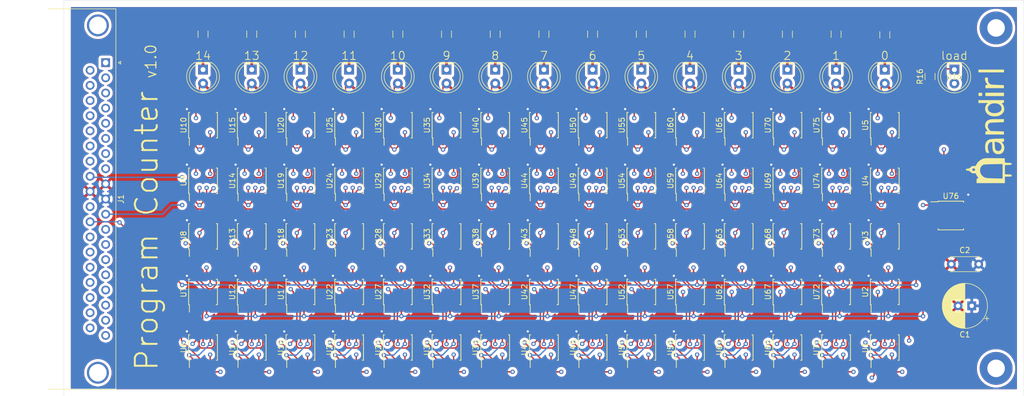
<source format=kicad_pcb>
(kicad_pcb (version 20171130) (host pcbnew 5.1.5-52549c5~84~ubuntu18.04.1)
  (layers (0 F.Cu signal) (1 In1.Cu signal) (2 In2.Cu signal) (31 B.Cu signal) (34 B.Paste user) (35 F.Paste user) (36 B.SilkS user) (37 F.SilkS user) (38 B.Mask user) (39 F.Mask user) (44 Edge.Cuts user))
  (net 0 "")
  (net 1 GND)
  (net 2 +3V3)
  (net 3 out0)
  (net 4 "Net-(D1-Pad1)")
  (net 5 out1)
  (net 6 "Net-(D2-Pad1)")
  (net 7 out2)
  (net 8 "Net-(D3-Pad1)")
  (net 9 out3)
  (net 10 "Net-(D4-Pad1)")
  (net 11 out4)
  (net 12 "Net-(D5-Pad1)")
  (net 13 out5)
  (net 14 "Net-(D6-Pad1)")
  (net 15 out6)
  (net 16 "Net-(D7-Pad1)")
  (net 17 out7)
  (net 18 "Net-(D8-Pad1)")
  (net 19 out8)
  (net 20 "Net-(D9-Pad1)")
  (net 21 out9)
  (net 22 "Net-(D10-Pad1)")
  (net 23 out10)
  (net 24 "Net-(D11-Pad1)")
  (net 25 out11)
  (net 26 "Net-(D12-Pad1)")
  (net 27 out12)
  (net 28 "Net-(D13-Pad1)")
  (net 29 out13)
  (net 30 "Net-(D14-Pad1)")
  (net 31 out14)
  (net 32 "Net-(D15-Pad1)")
  (net 33 load)
  (net 34 in13)
  (net 35 in11)
  (net 36 in9)
  (net 37 in7)
  (net 38 in5)
  (net 39 in3)
  (net 40 in1)
  (net 41 clk)
  (net 42 in14)
  (net 43 in12)
  (net 44 in10)
  (net 45 in8)
  (net 46 in6)
  (net 47 in4)
  (net 48 in2)
  (net 49 in0)
  (net 50 "Net-(U1-Pad13)")
  (net 51 "Net-(U1-Pad12)")
  (net 52 "Net-(U1-Pad10)")
  (net 53 not_load)
  (net 54 not_clk)
  (net 55 "Net-(U2-Pad12)")
  (net 56 "Net-(U2-Pad11)")
  (net 57 "Net-(U3-Pad13)")
  (net 58 "Net-(U3-Pad12)")
  (net 59 "Net-(U4-Pad13)")
  (net 60 "Net-(U4-Pad10)")
  (net 61 "Net-(U4-Pad3)")
  (net 62 "Net-(U5-Pad10)")
  (net 63 "Net-(U5-Pad3)")
  (net 64 "Net-(U6-Pad13)")
  (net 65 "Net-(U6-Pad12)")
  (net 66 "Net-(U6-Pad10)")
  (net 67 "Net-(U7-Pad13)")
  (net 68 "Net-(U8-Pad12)")
  (net 69 "Net-(U8-Pad11)")
  (net 70 "Net-(U9-Pad13)")
  (net 71 "Net-(U10-Pad1)")
  (net 72 "Net-(U10-Pad5)")
  (net 73 "Net-(U9-Pad3)")
  (net 74 "Net-(U10-Pad13)")
  (net 75 "Net-(U10-Pad10)")
  (net 76 "Net-(U10-Pad3)")
  (net 77 "Net-(U11-Pad12)")
  (net 78 "Net-(U11-Pad10)")
  (net 79 "Net-(U12-Pad13)")
  (net 80 "Net-(U12-Pad12)")
  (net 81 "Net-(U13-Pad13)")
  (net 82 "Net-(U14-Pad12)")
  (net 83 "Net-(U14-Pad10)")
  (net 84 "Net-(U14-Pad3)")
  (net 85 "Net-(U15-Pad13)")
  (net 86 "Net-(U15-Pad10)")
  (net 87 "Net-(U15-Pad3)")
  (net 88 "Net-(U16-Pad13)")
  (net 89 "Net-(U16-Pad10)")
  (net 90 "Net-(U17-Pad12)")
  (net 91 "Net-(U17-Pad11)")
  (net 92 "Net-(U18-Pad13)")
  (net 93 "Net-(U18-Pad12)")
  (net 94 "Net-(U19-Pad13)")
  (net 95 "Net-(U19-Pad10)")
  (net 96 "Net-(U19-Pad3)")
  (net 97 "Net-(U20-Pad10)")
  (net 98 "Net-(U20-Pad3)")
  (net 99 "Net-(U21-Pad13)")
  (net 100 "Net-(U21-Pad12)")
  (net 101 "Net-(U21-Pad10)")
  (net 102 "Net-(U22-Pad13)")
  (net 103 "Net-(U23-Pad12)")
  (net 104 "Net-(U23-Pad11)")
  (net 105 "Net-(U24-Pad13)")
  (net 106 "Net-(U24-Pad12)")
  (net 107 "Net-(U24-Pad10)")
  (net 108 "Net-(U24-Pad3)")
  (net 109 "Net-(U25-Pad13)")
  (net 110 "Net-(U25-Pad10)")
  (net 111 "Net-(U25-Pad3)")
  (net 112 "Net-(U26-Pad12)")
  (net 113 "Net-(U26-Pad10)")
  (net 114 "Net-(U27-Pad13)")
  (net 115 "Net-(U27-Pad12)")
  (net 116 "Net-(U28-Pad13)")
  (net 117 "Net-(U29-Pad12)")
  (net 118 "Net-(U29-Pad10)")
  (net 119 "Net-(U29-Pad3)")
  (net 120 "Net-(U30-Pad13)")
  (net 121 "Net-(U30-Pad10)")
  (net 122 "Net-(U30-Pad3)")
  (net 123 "Net-(U31-Pad13)")
  (net 124 "Net-(U31-Pad10)")
  (net 125 "Net-(U32-Pad12)")
  (net 126 "Net-(U32-Pad11)")
  (net 127 "Net-(U33-Pad13)")
  (net 128 "Net-(U33-Pad12)")
  (net 129 "Net-(U34-Pad13)")
  (net 130 "Net-(U34-Pad10)")
  (net 131 "Net-(U34-Pad3)")
  (net 132 "Net-(U35-Pad10)")
  (net 133 "Net-(U35-Pad3)")
  (net 134 "Net-(U36-Pad13)")
  (net 135 "Net-(U36-Pad12)")
  (net 136 "Net-(U36-Pad10)")
  (net 137 "Net-(U37-Pad13)")
  (net 138 "Net-(U38-Pad12)")
  (net 139 "Net-(U38-Pad11)")
  (net 140 "Net-(U39-Pad13)")
  (net 141 "Net-(U39-Pad12)")
  (net 142 "Net-(U39-Pad10)")
  (net 143 "Net-(U39-Pad3)")
  (net 144 "Net-(U40-Pad13)")
  (net 145 "Net-(U40-Pad10)")
  (net 146 "Net-(U40-Pad3)")
  (net 147 "Net-(U41-Pad12)")
  (net 148 "Net-(U41-Pad10)")
  (net 149 "Net-(U42-Pad13)")
  (net 150 "Net-(U42-Pad12)")
  (net 151 "Net-(U43-Pad13)")
  (net 152 "Net-(U44-Pad12)")
  (net 153 "Net-(U44-Pad10)")
  (net 154 "Net-(U44-Pad3)")
  (net 155 "Net-(U45-Pad13)")
  (net 156 "Net-(U45-Pad10)")
  (net 157 "Net-(U45-Pad3)")
  (net 158 "Net-(U46-Pad13)")
  (net 159 "Net-(U46-Pad10)")
  (net 160 "Net-(U47-Pad12)")
  (net 161 "Net-(U47-Pad11)")
  (net 162 "Net-(U48-Pad13)")
  (net 163 "Net-(U48-Pad12)")
  (net 164 "Net-(U49-Pad13)")
  (net 165 "Net-(U49-Pad10)")
  (net 166 "Net-(U49-Pad3)")
  (net 167 inc)
  (net 168 reset)
  (net 169 "/Bit 0/sum")
  (net 170 "Net-(U2-Pad13)")
  (net 171 /sheet5EB6EF30/c_in)
  (net 172 "Net-(U3-Pad11)")
  (net 173 "/Bit 0/not_reg_in")
  (net 174 "/Bit 0/reg_in")
  (net 175 "Net-(U3-Pad6)")
  (net 176 "Net-(U3-Pad5)")
  (net 177 "Net-(U3-Pad4)")
  (net 178 "Net-(U4-Pad12)")
  (net 179 "Net-(U5-Pad13)")
  (net 180 /sheet5EC1DCE3/sum)
  (net 181 /sheet5EC1DCE3/c_in)
  (net 182 "Net-(U7-Pad12)")
  (net 183 "Net-(U7-Pad11)")
  (net 184 /sheet5EC1DCE3/c_out)
  (net 185 "Net-(U8-Pad13)")
  (net 186 /sheet5EC1DCE3/not_reg_in)
  (net 187 /sheet5EC1DCE3/reg_in)
  (net 188 "Net-(U8-Pad6)")
  (net 189 "Net-(U8-Pad5)")
  (net 190 "Net-(U8-Pad4)")
  (net 191 "Net-(U11-Pad13)")
  (net 192 /sheet5EC1DCE2/sum)
  (net 193 /sheet5EC1DCE2/c_in)
  (net 194 "Net-(U12-Pad11)")
  (net 195 "Net-(U13-Pad12)")
  (net 196 "Net-(U13-Pad11)")
  (net 197 /sheet5EC1DCE2/not_reg_in)
  (net 198 /sheet5EC1DCE2/reg_in)
  (net 199 "Net-(U13-Pad6)")
  (net 200 "Net-(U13-Pad5)")
  (net 201 "Net-(U13-Pad4)")
  (net 202 "Net-(U14-Pad13)")
  (net 203 "Net-(U16-Pad12)")
  (net 204 /sheet5EC1DCE1/sum)
  (net 205 /sheet5EC1DCE1/c_in)
  (net 206 "Net-(U17-Pad13)")
  (net 207 "Net-(U18-Pad11)")
  (net 208 /sheet5EC1DCE1/not_reg_in)
  (net 209 /sheet5EC1DCE1/reg_in)
  (net 210 "Net-(U18-Pad6)")
  (net 211 "Net-(U18-Pad5)")
  (net 212 "Net-(U18-Pad4)")
  (net 213 "Net-(U19-Pad12)")
  (net 214 "Net-(U20-Pad13)")
  (net 215 /sheet5EC1DCE0/sum)
  (net 216 /sheet5EC1DCE0/c_in)
  (net 217 "Net-(U22-Pad12)")
  (net 218 "Net-(U22-Pad11)")
  (net 219 "Net-(U23-Pad13)")
  (net 220 /sheet5EC1DCE0/not_reg_in)
  (net 221 /sheet5EC1DCE0/reg_in)
  (net 222 "Net-(U23-Pad6)")
  (net 223 "Net-(U23-Pad5)")
  (net 224 "Net-(U23-Pad4)")
  (net 225 "Net-(U26-Pad13)")
  (net 226 /sheet5EC1DCDF/sum)
  (net 227 /sheet5EC1DCDF/c_in)
  (net 228 "Net-(U27-Pad11)")
  (net 229 "Net-(U28-Pad12)")
  (net 230 "Net-(U28-Pad11)")
  (net 231 /sheet5EC1DCDF/not_reg_in)
  (net 232 /sheet5EC1DCDF/reg_in)
  (net 233 "Net-(U28-Pad6)")
  (net 234 "Net-(U28-Pad5)")
  (net 235 "Net-(U28-Pad4)")
  (net 236 "Net-(U29-Pad13)")
  (net 237 "Net-(U31-Pad12)")
  (net 238 /sheet5EC1DCDE/sum)
  (net 239 /sheet5EC1DCDE/c_in)
  (net 240 "Net-(U32-Pad13)")
  (net 241 "Net-(U33-Pad11)")
  (net 242 /sheet5EC1DCDE/not_reg_in)
  (net 243 /sheet5EC1DCDE/reg_in)
  (net 244 "Net-(U33-Pad6)")
  (net 245 "Net-(U33-Pad5)")
  (net 246 "Net-(U33-Pad4)")
  (net 247 "Net-(U34-Pad12)")
  (net 248 "Net-(U35-Pad13)")
  (net 249 /sheet5EBF7D37/sum)
  (net 250 /sheet5EBF7D37/c_in)
  (net 251 "Net-(U37-Pad12)")
  (net 252 "Net-(U37-Pad11)")
  (net 253 "Net-(U38-Pad13)")
  (net 254 /sheet5EBF7D37/not_reg_in)
  (net 255 /sheet5EBF7D37/reg_in)
  (net 256 "Net-(U38-Pad6)")
  (net 257 "Net-(U38-Pad5)")
  (net 258 "Net-(U38-Pad4)")
  (net 259 "Net-(U41-Pad13)")
  (net 260 /sheet5EBF7D36/sum)
  (net 261 /sheet5EBF7D36/c_in)
  (net 262 "Net-(U42-Pad11)")
  (net 263 "Net-(U43-Pad12)")
  (net 264 "Net-(U43-Pad11)")
  (net 265 /sheet5EBF7D36/not_reg_in)
  (net 266 /sheet5EBF7D36/reg_in)
  (net 267 "Net-(U43-Pad6)")
  (net 268 "Net-(U43-Pad5)")
  (net 269 "Net-(U43-Pad4)")
  (net 270 "Net-(U44-Pad13)")
  (net 271 "Net-(U46-Pad12)")
  (net 272 /sheet5EBF7D35/sum)
  (net 273 /sheet5EBF7D35/c_in)
  (net 274 "Net-(U47-Pad13)")
  (net 275 "Net-(U48-Pad11)")
  (net 276 /sheet5EBF7D35/not_reg_in)
  (net 277 /sheet5EBF7D35/reg_in)
  (net 278 "Net-(U48-Pad6)")
  (net 279 "Net-(U48-Pad5)")
  (net 280 "Net-(U48-Pad4)")
  (net 281 "Net-(U49-Pad12)")
  (net 282 "Net-(U50-Pad13)")
  (net 283 "Net-(U50-Pad10)")
  (net 284 "Net-(U50-Pad3)")
  (net 285 "Net-(U51-Pad13)")
  (net 286 "Net-(U51-Pad12)")
  (net 287 /sheet5EBF7D34/sum)
  (net 288 "Net-(U51-Pad10)")
  (net 289 /sheet5EBF7D34/c_in)
  (net 290 "Net-(U52-Pad13)")
  (net 291 "Net-(U52-Pad12)")
  (net 292 "Net-(U52-Pad11)")
  (net 293 "Net-(U53-Pad13)")
  (net 294 "Net-(U53-Pad12)")
  (net 295 "Net-(U53-Pad11)")
  (net 296 /sheet5EBF7D34/not_reg_in)
  (net 297 /sheet5EBF7D34/reg_in)
  (net 298 "Net-(U53-Pad6)")
  (net 299 "Net-(U53-Pad5)")
  (net 300 "Net-(U53-Pad4)")
  (net 301 "Net-(U54-Pad13)")
  (net 302 "Net-(U54-Pad12)")
  (net 303 "Net-(U54-Pad10)")
  (net 304 "Net-(U54-Pad3)")
  (net 305 "Net-(U55-Pad13)")
  (net 306 "Net-(U55-Pad10)")
  (net 307 "Net-(U55-Pad3)")
  (net 308 "Net-(U56-Pad13)")
  (net 309 "Net-(U56-Pad12)")
  (net 310 /sheet5EBD798C/sum)
  (net 311 "Net-(U56-Pad10)")
  (net 312 /sheet5EBD798C/c_in)
  (net 313 "Net-(U57-Pad13)")
  (net 314 "Net-(U57-Pad12)")
  (net 315 "Net-(U57-Pad11)")
  (net 316 "Net-(U58-Pad13)")
  (net 317 "Net-(U58-Pad12)")
  (net 318 "Net-(U58-Pad11)")
  (net 319 /sheet5EBD798C/not_reg_in)
  (net 320 /sheet5EBD798C/reg_in)
  (net 321 "Net-(U58-Pad6)")
  (net 322 "Net-(U58-Pad5)")
  (net 323 "Net-(U58-Pad4)")
  (net 324 "Net-(U59-Pad13)")
  (net 325 "Net-(U59-Pad12)")
  (net 326 "Net-(U59-Pad10)")
  (net 327 "Net-(U59-Pad3)")
  (net 328 "Net-(U60-Pad13)")
  (net 329 "Net-(U60-Pad10)")
  (net 330 "Net-(U60-Pad3)")
  (net 331 "Net-(U61-Pad13)")
  (net 332 "Net-(U61-Pad12)")
  (net 333 /sheet5EBD798B/sum)
  (net 334 "Net-(U61-Pad10)")
  (net 335 /sheet5EBD798B/c_in)
  (net 336 "Net-(U62-Pad13)")
  (net 337 "Net-(U62-Pad12)")
  (net 338 "Net-(U62-Pad11)")
  (net 339 "Net-(U63-Pad13)")
  (net 340 "Net-(U63-Pad12)")
  (net 341 "Net-(U63-Pad11)")
  (net 342 /sheet5EBD798B/not_reg_in)
  (net 343 /sheet5EBD798B/reg_in)
  (net 344 "Net-(U63-Pad6)")
  (net 345 "Net-(U63-Pad5)")
  (net 346 "Net-(U63-Pad4)")
  (net 347 "Net-(U64-Pad13)")
  (net 348 "Net-(U64-Pad12)")
  (net 349 "Net-(U64-Pad10)")
  (net 350 "Net-(U64-Pad3)")
  (net 351 "Net-(U65-Pad13)")
  (net 352 "Net-(U65-Pad10)")
  (net 353 "Net-(U65-Pad3)")
  (net 354 "Net-(U66-Pad13)")
  (net 355 "Net-(U66-Pad12)")
  (net 356 /sheet5EBCE384/sum)
  (net 357 "Net-(U66-Pad10)")
  (net 358 /sheet5EBCE384/c_in)
  (net 359 "Net-(U67-Pad13)")
  (net 360 "Net-(U67-Pad12)")
  (net 361 "Net-(U67-Pad11)")
  (net 362 "Net-(U68-Pad13)")
  (net 363 "Net-(U68-Pad12)")
  (net 364 "Net-(U68-Pad11)")
  (net 365 /sheet5EBCE384/not_reg_in)
  (net 366 /sheet5EBCE384/reg_in)
  (net 367 "Net-(U68-Pad6)")
  (net 368 "Net-(U68-Pad5)")
  (net 369 "Net-(U68-Pad4)")
  (net 370 "Net-(U69-Pad13)")
  (net 371 "Net-(U69-Pad12)")
  (net 372 "Net-(U69-Pad10)")
  (net 373 "Net-(U69-Pad3)")
  (net 374 "Net-(U70-Pad13)")
  (net 375 "Net-(U70-Pad10)")
  (net 376 "Net-(U70-Pad3)")
  (net 377 "Net-(U71-Pad13)")
  (net 378 "Net-(U71-Pad12)")
  (net 379 /sheet5EB6EF30/sum)
  (net 380 "Net-(U71-Pad10)")
  (net 381 "Net-(U72-Pad13)")
  (net 382 "Net-(U72-Pad12)")
  (net 383 "Net-(U72-Pad11)")
  (net 384 "Net-(U73-Pad13)")
  (net 385 "Net-(U73-Pad12)")
  (net 386 "Net-(U73-Pad11)")
  (net 387 /sheet5EB6EF30/not_reg_in)
  (net 388 /sheet5EB6EF30/reg_in)
  (net 389 "Net-(U73-Pad6)")
  (net 390 "Net-(U73-Pad5)")
  (net 391 "Net-(U73-Pad4)")
  (net 392 "Net-(U74-Pad13)")
  (net 393 "Net-(U74-Pad12)")
  (net 394 "Net-(U74-Pad10)")
  (net 395 "Net-(U74-Pad3)")
  (net 396 "Net-(U75-Pad13)")
  (net 397 "Net-(U75-Pad10)")
  (net 398 "Net-(U75-Pad3)")
  (net 399 "Net-(U76-Pad13)")
  (net 400 "Net-(U76-Pad12)")
  (net 401 "Net-(U76-Pad11)")
  (net 402 "Net-(U76-Pad10)")
  (net 403 "Net-(U76-Pad9)")
  (net 404 "Net-(U76-Pad8)")
  (net 405 "Net-(D16-Pad1)")
  (module "nandirl logo:logo_sm" (layer F.Cu) (at 234.95 83.82 90)
    (fp_text reference G*** hide)
    (fp_text value LOGO hide)
  )
  (module Connector_Dsub:DSUB-37_Male_Horizontal_P2.77x2.84mm_EdgePinOffset7.70mm_Housed_MountingHolesOffset9.12mm (layer F.Cu) (at 73.66 72.39 270)
    (fp_text reference J1 (at 24.93 -2.8 90) (layer F.SilkS))
    (fp_text value DB37_Male)
    (pad 0 thru_hole circle (at 56.68 1.42 270) (size 4 4) (drill 3.2) (layers *.Cu *.Mask))
    (pad 0 thru_hole circle (at -6.82 1.42 270) (size 4 4) (drill 3.2) (layers *.Cu *.Mask))
    (pad 37 thru_hole circle (at 48.475 2.84 270) (size 1.6 1.6) (drill 1) (layers *.Cu *.Mask) (net 29 out13))
    (pad 36 thru_hole circle (at 45.705 2.84 270) (size 1.6 1.6) (drill 1) (layers *.Cu *.Mask) (net 25 out11))
    (pad 35 thru_hole circle (at 42.935 2.84 270) (size 1.6 1.6) (drill 1) (layers *.Cu *.Mask) (net 21 out9))
    (pad 34 thru_hole circle (at 40.165 2.84 270) (size 1.6 1.6) (drill 1) (layers *.Cu *.Mask) (net 17 out7))
    (pad 33 thru_hole circle (at 37.395 2.84 270) (size 1.6 1.6) (drill 1) (layers *.Cu *.Mask) (net 13 out5))
    (pad 32 thru_hole circle (at 34.625 2.84 270) (size 1.6 1.6) (drill 1) (layers *.Cu *.Mask) (net 9 out3))
    (pad 31 thru_hole circle (at 31.855 2.84 270) (size 1.6 1.6) (drill 1) (layers *.Cu *.Mask) (net 5 out1))
    (pad 30 thru_hole circle (at 29.085 2.84 270) (size 1.6 1.6) (drill 1) (layers *.Cu *.Mask) (net 33 load))
    (pad 29 thru_hole circle (at 26.315 2.84 270) (size 1.6 1.6) (drill 1) (layers *.Cu *.Mask) (net 167 inc))
    (pad 28 thru_hole circle (at 23.545 2.84 270) (size 1.6 1.6) (drill 1) (layers *.Cu *.Mask) (net 1 GND))
    (pad 27 thru_hole circle (at 20.775 2.84 270) (size 1.6 1.6) (drill 1) (layers *.Cu *.Mask) (net 168 reset))
    (pad 26 thru_hole circle (at 18.005 2.84 270) (size 1.6 1.6) (drill 1) (layers *.Cu *.Mask) (net 40 in1))
    (pad 25 thru_hole circle (at 15.235 2.84 270) (size 1.6 1.6) (drill 1) (layers *.Cu *.Mask) (net 39 in3))
    (pad 24 thru_hole circle (at 12.465 2.84 270) (size 1.6 1.6) (drill 1) (layers *.Cu *.Mask) (net 38 in5))
    (pad 23 thru_hole circle (at 9.695 2.84 270) (size 1.6 1.6) (drill 1) (layers *.Cu *.Mask) (net 37 in7))
    (pad 22 thru_hole circle (at 6.925 2.84 270) (size 1.6 1.6) (drill 1) (layers *.Cu *.Mask) (net 36 in9))
    (pad 21 thru_hole circle (at 4.155 2.84 270) (size 1.6 1.6) (drill 1) (layers *.Cu *.Mask) (net 35 in11))
    (pad 20 thru_hole circle (at 1.385 2.84 270) (size 1.6 1.6) (drill 1) (layers *.Cu *.Mask) (net 34 in13))
    (pad 19 thru_hole circle (at 49.86 0 270) (size 1.6 1.6) (drill 1) (layers *.Cu *.Mask) (net 31 out14))
    (pad 18 thru_hole circle (at 47.09 0 270) (size 1.6 1.6) (drill 1) (layers *.Cu *.Mask) (net 27 out12))
    (pad 17 thru_hole circle (at 44.32 0 270) (size 1.6 1.6) (drill 1) (layers *.Cu *.Mask) (net 23 out10))
    (pad 16 thru_hole circle (at 41.55 0 270) (size 1.6 1.6) (drill 1) (layers *.Cu *.Mask) (net 19 out8))
    (pad 15 thru_hole circle (at 38.78 0 270) (size 1.6 1.6) (drill 1) (layers *.Cu *.Mask) (net 15 out6))
    (pad 14 thru_hole circle (at 36.01 0 270) (size 1.6 1.6) (drill 1) (layers *.Cu *.Mask) (net 11 out4))
    (pad 13 thru_hole circle (at 33.24 0 270) (size 1.6 1.6) (drill 1) (layers *.Cu *.Mask) (net 7 out2))
    (pad 12 thru_hole circle (at 30.47 0 270) (size 1.6 1.6) (drill 1) (layers *.Cu *.Mask) (net 3 out0))
    (pad 11 thru_hole circle (at 27.7 0 270) (size 1.6 1.6) (drill 1) (layers *.Cu *.Mask) (net 41 clk))
    (pad 10 thru_hole circle (at 24.93 0 270) (size 1.6 1.6) (drill 1) (layers *.Cu *.Mask) (net 2 +3V3))
    (pad 9 thru_hole circle (at 22.16 0 270) (size 1.6 1.6) (drill 1) (layers *.Cu *.Mask) (net 1 GND))
    (pad 8 thru_hole circle (at 19.39 0 270) (size 1.6 1.6) (drill 1) (layers *.Cu *.Mask) (net 49 in0))
    (pad 7 thru_hole circle (at 16.62 0 270) (size 1.6 1.6) (drill 1) (layers *.Cu *.Mask) (net 48 in2))
    (pad 6 thru_hole circle (at 13.85 0 270) (size 1.6 1.6) (drill 1) (layers *.Cu *.Mask) (net 47 in4))
    (pad 5 thru_hole circle (at 11.08 0 270) (size 1.6 1.6) (drill 1) (layers *.Cu *.Mask) (net 46 in6))
    (pad 4 thru_hole circle (at 8.31 0 270) (size 1.6 1.6) (drill 1) (layers *.Cu *.Mask) (net 45 in8))
    (pad 3 thru_hole circle (at 5.54 0 270) (size 1.6 1.6) (drill 1) (layers *.Cu *.Mask) (net 44 in10))
    (pad 2 thru_hole circle (at 2.77 0 270) (size 1.6 1.6) (drill 1) (layers *.Cu *.Mask) (net 43 in12))
    (pad 1 thru_hole rect (at 0 0 270) (size 1.6 1.6) (drill 1) (layers *.Cu *.Mask) (net 42 in14))
  )
  (module Resistor_SMD:R_1206_3216Metric (layer F.Cu) (at 224.155 74.93 90)
    (fp_text reference R16 (at 0 -1.82 90) (layer F.SilkS))
    (fp_text value 1K)
    (pad 2 smd roundrect (at 1.4 0 90) (size 1.25 1.75) (layers F.Cu F.Paste F.Mask) (roundrect_rratio 0.2) (net 405 "Net-(D16-Pad1)"))
    (pad 1 smd roundrect (at -1.4 0 90) (size 1.25 1.75) (layers F.Cu F.Paste F.Mask) (roundrect_rratio 0.2) (net 1 GND))
  )
  (module LED_THT:LED_D5.0mm (layer F.Cu) (at 228.6 73.66 270)
    (fp_text reference D16 (at 1.27 0 180) (layer F.SilkS))
    (fp_text value LED)
    (pad 2 thru_hole circle (at 2.54 0 270) (size 1.8 1.8) (drill 0.9) (layers *.Cu *.Mask) (net 33 load))
    (pad 1 thru_hole rect (at 0 0 270) (size 1.8 1.8) (drill 0.9) (layers *.Cu *.Mask) (net 405 "Net-(D16-Pad1)"))
  )
  (module Package_SO:TSSOP-14_4.4x5mm_P0.65mm (layer F.Cu) (at 91.44 114.3 90)
    (fp_text reference U7 (at 0 -3.55 90) (layer F.SilkS))
    (fp_text value SN74HCS00PWR)
    (pad 14 smd rect (at 2.95 -1.95 90) (size 1.45 0.45) (layers F.Cu F.Paste F.Mask) (net 2 +3V3))
    (pad 13 smd rect (at 2.95 -1.3 90) (size 1.45 0.45) (layers F.Cu F.Paste F.Mask) (net 67 "Net-(U7-Pad13)"))
    (pad 12 smd rect (at 2.95 -0.65 90) (size 1.45 0.45) (layers F.Cu F.Paste F.Mask) (net 182 "Net-(U7-Pad12)"))
    (pad 11 smd rect (at 2.95 0 90) (size 1.45 0.45) (layers F.Cu F.Paste F.Mask) (net 183 "Net-(U7-Pad11)"))
    (pad 10 smd rect (at 2.95 0.65 90) (size 1.45 0.45) (layers F.Cu F.Paste F.Mask) (net 42 in14))
    (pad 9 smd rect (at 2.95 1.3 90) (size 1.45 0.45) (layers F.Cu F.Paste F.Mask) (net 33 load))
    (pad 8 smd rect (at 2.95 1.95 90) (size 1.45 0.45) (layers F.Cu F.Paste F.Mask) (net 182 "Net-(U7-Pad12)"))
    (pad 7 smd rect (at -2.95 1.95 90) (size 1.45 0.45) (layers F.Cu F.Paste F.Mask) (net 1 GND))
    (pad 6 smd rect (at -2.95 1.3 90) (size 1.45 0.45) (layers F.Cu F.Paste F.Mask) (net 67 "Net-(U7-Pad13)"))
    (pad 5 smd rect (at -2.95 0.65 90) (size 1.45 0.45) (layers F.Cu F.Paste F.Mask) (net 53 not_load))
    (pad 4 smd rect (at -2.95 0 90) (size 1.45 0.45) (layers F.Cu F.Paste F.Mask) (net 180 /sheet5EC1DCE3/sum))
    (pad 3 smd rect (at -2.95 -0.65 90) (size 1.45 0.45) (layers F.Cu F.Paste F.Mask) (net 184 /sheet5EC1DCE3/c_out))
    (pad 2 smd rect (at -2.95 -1.3 90) (size 1.45 0.45) (layers F.Cu F.Paste F.Mask) (net 66 "Net-(U6-Pad10)"))
    (pad 1 smd rect (at -2.95 -1.95 90) (size 1.45 0.45) (layers F.Cu F.Paste F.Mask) (net 66 "Net-(U6-Pad10)"))
  )
  (module Package_SO:TSSOP-14_4.4x5mm_P0.65mm (layer F.Cu) (at 227.965 100.33)
    (fp_text reference U76 (at 0 -3.55) (layer F.SilkS))
    (fp_text value SN74HCS00PWR)
    (pad 14 smd rect (at 2.95 -1.95) (size 1.45 0.45) (layers F.Cu F.Paste F.Mask) (net 2 +3V3))
    (pad 13 smd rect (at 2.95 -1.3) (size 1.45 0.45) (layers F.Cu F.Paste F.Mask) (net 399 "Net-(U76-Pad13)"))
    (pad 12 smd rect (at 2.95 -0.65) (size 1.45 0.45) (layers F.Cu F.Paste F.Mask) (net 400 "Net-(U76-Pad12)"))
    (pad 11 smd rect (at 2.95 0) (size 1.45 0.45) (layers F.Cu F.Paste F.Mask) (net 401 "Net-(U76-Pad11)"))
    (pad 10 smd rect (at 2.95 0.65) (size 1.45 0.45) (layers F.Cu F.Paste F.Mask) (net 402 "Net-(U76-Pad10)"))
    (pad 9 smd rect (at 2.95 1.3) (size 1.45 0.45) (layers F.Cu F.Paste F.Mask) (net 403 "Net-(U76-Pad9)"))
    (pad 8 smd rect (at 2.95 1.95) (size 1.45 0.45) (layers F.Cu F.Paste F.Mask) (net 404 "Net-(U76-Pad8)"))
    (pad 7 smd rect (at -2.95 1.95) (size 1.45 0.45) (layers F.Cu F.Paste F.Mask) (net 1 GND))
    (pad 6 smd rect (at -2.95 1.3) (size 1.45 0.45) (layers F.Cu F.Paste F.Mask) (net 53 not_load))
    (pad 5 smd rect (at -2.95 0.65) (size 1.45 0.45) (layers F.Cu F.Paste F.Mask) (net 33 load))
    (pad 4 smd rect (at -2.95 0) (size 1.45 0.45) (layers F.Cu F.Paste F.Mask) (net 33 load))
    (pad 3 smd rect (at -2.95 -0.65) (size 1.45 0.45) (layers F.Cu F.Paste F.Mask) (net 54 not_clk))
    (pad 2 smd rect (at -2.95 -1.3) (size 1.45 0.45) (layers F.Cu F.Paste F.Mask) (net 41 clk))
    (pad 1 smd rect (at -2.95 -1.95) (size 1.45 0.45) (layers F.Cu F.Paste F.Mask) (net 41 clk))
  )
  (module Package_SO:TSSOP-14_4.4x5mm_P0.65mm (layer F.Cu) (at 207.01 83.82 90)
    (fp_text reference U75 (at 0 -3.55 90) (layer F.SilkS))
    (fp_text value SN74HCS00PWR)
    (pad 14 smd rect (at 2.95 -1.95 90) (size 1.45 0.45) (layers F.Cu F.Paste F.Mask) (net 2 +3V3))
    (pad 13 smd rect (at 2.95 -1.3 90) (size 1.45 0.45) (layers F.Cu F.Paste F.Mask) (net 396 "Net-(U75-Pad13)"))
    (pad 12 smd rect (at 2.95 -0.65 90) (size 1.45 0.45) (layers F.Cu F.Paste F.Mask) (net 5 out1))
    (pad 11 smd rect (at 2.95 0 90) (size 1.45 0.45) (layers F.Cu F.Paste F.Mask) (net 397 "Net-(U75-Pad10)"))
    (pad 10 smd rect (at 2.95 0.65 90) (size 1.45 0.45) (layers F.Cu F.Paste F.Mask) (net 397 "Net-(U75-Pad10)"))
    (pad 9 smd rect (at 2.95 1.3 90) (size 1.45 0.45) (layers F.Cu F.Paste F.Mask) (net 398 "Net-(U75-Pad3)"))
    (pad 8 smd rect (at 2.95 1.95 90) (size 1.45 0.45) (layers F.Cu F.Paste F.Mask) (net 5 out1))
    (pad 7 smd rect (at -2.95 1.95 90) (size 1.45 0.45) (layers F.Cu F.Paste F.Mask) (net 1 GND))
    (pad 6 smd rect (at -2.95 1.3 90) (size 1.45 0.45) (layers F.Cu F.Paste F.Mask) (net 396 "Net-(U75-Pad13)"))
    (pad 5 smd rect (at -2.95 0.65 90) (size 1.45 0.45) (layers F.Cu F.Paste F.Mask) (net 394 "Net-(U74-Pad10)"))
    (pad 4 smd rect (at -2.95 0 90) (size 1.45 0.45) (layers F.Cu F.Paste F.Mask) (net 54 not_clk))
    (pad 3 smd rect (at -2.95 -0.65 90) (size 1.45 0.45) (layers F.Cu F.Paste F.Mask) (net 398 "Net-(U75-Pad3)"))
    (pad 2 smd rect (at -2.95 -1.3 90) (size 1.45 0.45) (layers F.Cu F.Paste F.Mask) (net 54 not_clk))
    (pad 1 smd rect (at -2.95 -1.95 90) (size 1.45 0.45) (layers F.Cu F.Paste F.Mask) (net 393 "Net-(U74-Pad12)"))
  )
  (module Package_SO:TSSOP-14_4.4x5mm_P0.65mm (layer F.Cu) (at 207.01 93.98 90)
    (fp_text reference U74 (at 0 -3.55 90) (layer F.SilkS))
    (fp_text value SN74HCS00PWR)
    (pad 14 smd rect (at 2.95 -1.95 90) (size 1.45 0.45) (layers F.Cu F.Paste F.Mask) (net 2 +3V3))
    (pad 13 smd rect (at 2.95 -1.3 90) (size 1.45 0.45) (layers F.Cu F.Paste F.Mask) (net 392 "Net-(U74-Pad13)"))
    (pad 12 smd rect (at 2.95 -0.65 90) (size 1.45 0.45) (layers F.Cu F.Paste F.Mask) (net 393 "Net-(U74-Pad12)"))
    (pad 11 smd rect (at 2.95 0 90) (size 1.45 0.45) (layers F.Cu F.Paste F.Mask) (net 394 "Net-(U74-Pad10)"))
    (pad 10 smd rect (at 2.95 0.65 90) (size 1.45 0.45) (layers F.Cu F.Paste F.Mask) (net 394 "Net-(U74-Pad10)"))
    (pad 9 smd rect (at 2.95 1.3 90) (size 1.45 0.45) (layers F.Cu F.Paste F.Mask) (net 395 "Net-(U74-Pad3)"))
    (pad 8 smd rect (at 2.95 1.95 90) (size 1.45 0.45) (layers F.Cu F.Paste F.Mask) (net 393 "Net-(U74-Pad12)"))
    (pad 7 smd rect (at -2.95 1.95 90) (size 1.45 0.45) (layers F.Cu F.Paste F.Mask) (net 1 GND))
    (pad 6 smd rect (at -2.95 1.3 90) (size 1.45 0.45) (layers F.Cu F.Paste F.Mask) (net 392 "Net-(U74-Pad13)"))
    (pad 5 smd rect (at -2.95 0.65 90) (size 1.45 0.45) (layers F.Cu F.Paste F.Mask) (net 387 /sheet5EB6EF30/not_reg_in))
    (pad 4 smd rect (at -2.95 0 90) (size 1.45 0.45) (layers F.Cu F.Paste F.Mask) (net 41 clk))
    (pad 3 smd rect (at -2.95 -0.65 90) (size 1.45 0.45) (layers F.Cu F.Paste F.Mask) (net 395 "Net-(U74-Pad3)"))
    (pad 2 smd rect (at -2.95 -1.3 90) (size 1.45 0.45) (layers F.Cu F.Paste F.Mask) (net 41 clk))
    (pad 1 smd rect (at -2.95 -1.95 90) (size 1.45 0.45) (layers F.Cu F.Paste F.Mask) (net 388 /sheet5EB6EF30/reg_in))
  )
  (module Package_SO:TSSOP-14_4.4x5mm_P0.65mm (layer F.Cu) (at 207.01 104.14 90)
    (fp_text reference U73 (at 0 -3.55 90) (layer F.SilkS))
    (fp_text value SN74HCS00PWR)
    (pad 14 smd rect (at 2.95 -1.95 90) (size 1.45 0.45) (layers F.Cu F.Paste F.Mask) (net 2 +3V3))
    (pad 13 smd rect (at 2.95 -1.3 90) (size 1.45 0.45) (layers F.Cu F.Paste F.Mask) (net 384 "Net-(U73-Pad13)"))
    (pad 12 smd rect (at 2.95 -0.65 90) (size 1.45 0.45) (layers F.Cu F.Paste F.Mask) (net 385 "Net-(U73-Pad12)"))
    (pad 11 smd rect (at 2.95 0 90) (size 1.45 0.45) (layers F.Cu F.Paste F.Mask) (net 386 "Net-(U73-Pad11)"))
    (pad 10 smd rect (at 2.95 0.65 90) (size 1.45 0.45) (layers F.Cu F.Paste F.Mask) (net 387 /sheet5EB6EF30/not_reg_in))
    (pad 9 smd rect (at 2.95 1.3 90) (size 1.45 0.45) (layers F.Cu F.Paste F.Mask) (net 387 /sheet5EB6EF30/not_reg_in))
    (pad 8 smd rect (at 2.95 1.95 90) (size 1.45 0.45) (layers F.Cu F.Paste F.Mask) (net 388 /sheet5EB6EF30/reg_in))
    (pad 7 smd rect (at -2.95 1.95 90) (size 1.45 0.45) (layers F.Cu F.Paste F.Mask) (net 1 GND))
    (pad 6 smd rect (at -2.95 1.3 90) (size 1.45 0.45) (layers F.Cu F.Paste F.Mask) (net 389 "Net-(U73-Pad6)"))
    (pad 5 smd rect (at -2.95 0.65 90) (size 1.45 0.45) (layers F.Cu F.Paste F.Mask) (net 390 "Net-(U73-Pad5)"))
    (pad 4 smd rect (at -2.95 0 90) (size 1.45 0.45) (layers F.Cu F.Paste F.Mask) (net 391 "Net-(U73-Pad4)"))
    (pad 3 smd rect (at -2.95 -0.65 90) (size 1.45 0.45) (layers F.Cu F.Paste F.Mask) (net 387 /sheet5EB6EF30/not_reg_in))
    (pad 2 smd rect (at -2.95 -1.3 90) (size 1.45 0.45) (layers F.Cu F.Paste F.Mask) (net 383 "Net-(U72-Pad11)"))
    (pad 1 smd rect (at -2.95 -1.95 90) (size 1.45 0.45) (layers F.Cu F.Paste F.Mask) (net 168 reset))
  )
  (module Package_SO:TSSOP-14_4.4x5mm_P0.65mm (layer F.Cu) (at 207.01 114.3 90)
    (fp_text reference U72 (at 0 -3.55 90) (layer F.SilkS))
    (fp_text value SN74HCS00PWR)
    (pad 14 smd rect (at 2.95 -1.95 90) (size 1.45 0.45) (layers F.Cu F.Paste F.Mask) (net 2 +3V3))
    (pad 13 smd rect (at 2.95 -1.3 90) (size 1.45 0.45) (layers F.Cu F.Paste F.Mask) (net 381 "Net-(U72-Pad13)"))
    (pad 12 smd rect (at 2.95 -0.65 90) (size 1.45 0.45) (layers F.Cu F.Paste F.Mask) (net 382 "Net-(U72-Pad12)"))
    (pad 11 smd rect (at 2.95 0 90) (size 1.45 0.45) (layers F.Cu F.Paste F.Mask) (net 383 "Net-(U72-Pad11)"))
    (pad 10 smd rect (at 2.95 0.65 90) (size 1.45 0.45) (layers F.Cu F.Paste F.Mask) (net 40 in1))
    (pad 9 smd rect (at 2.95 1.3 90) (size 1.45 0.45) (layers F.Cu F.Paste F.Mask) (net 33 load))
    (pad 8 smd rect (at 2.95 1.95 90) (size 1.45 0.45) (layers F.Cu F.Paste F.Mask) (net 382 "Net-(U72-Pad12)"))
    (pad 7 smd rect (at -2.95 1.95 90) (size 1.45 0.45) (layers F.Cu F.Paste F.Mask) (net 1 GND))
    (pad 6 smd rect (at -2.95 1.3 90) (size 1.45 0.45) (layers F.Cu F.Paste F.Mask) (net 381 "Net-(U72-Pad13)"))
    (pad 5 smd rect (at -2.95 0.65 90) (size 1.45 0.45) (layers F.Cu F.Paste F.Mask) (net 53 not_load))
    (pad 4 smd rect (at -2.95 0 90) (size 1.45 0.45) (layers F.Cu F.Paste F.Mask) (net 379 /sheet5EB6EF30/sum))
    (pad 3 smd rect (at -2.95 -0.65 90) (size 1.45 0.45) (layers F.Cu F.Paste F.Mask) (net 358 /sheet5EBCE384/c_in))
    (pad 2 smd rect (at -2.95 -1.3 90) (size 1.45 0.45) (layers F.Cu F.Paste F.Mask) (net 380 "Net-(U71-Pad10)"))
    (pad 1 smd rect (at -2.95 -1.95 90) (size 1.45 0.45) (layers F.Cu F.Paste F.Mask) (net 380 "Net-(U71-Pad10)"))
  )
  (module Package_SO:TSSOP-14_4.4x5mm_P0.65mm (layer F.Cu) (at 207.01 124.46 90)
    (fp_text reference U71 (at 0 -3.55 90) (layer F.SilkS))
    (fp_text value SN74HCS00PWR)
    (pad 14 smd rect (at 2.95 -1.95 90) (size 1.45 0.45) (layers F.Cu F.Paste F.Mask) (net 2 +3V3))
    (pad 13 smd rect (at 2.95 -1.3 90) (size 1.45 0.45) (layers F.Cu F.Paste F.Mask) (net 377 "Net-(U71-Pad13)"))
    (pad 12 smd rect (at 2.95 -0.65 90) (size 1.45 0.45) (layers F.Cu F.Paste F.Mask) (net 378 "Net-(U71-Pad12)"))
    (pad 11 smd rect (at 2.95 0 90) (size 1.45 0.45) (layers F.Cu F.Paste F.Mask) (net 379 /sheet5EB6EF30/sum))
    (pad 10 smd rect (at 2.95 0.65 90) (size 1.45 0.45) (layers F.Cu F.Paste F.Mask) (net 380 "Net-(U71-Pad10)"))
    (pad 9 smd rect (at 2.95 1.3 90) (size 1.45 0.45) (layers F.Cu F.Paste F.Mask) (net 171 /sheet5EB6EF30/c_in))
    (pad 8 smd rect (at 2.95 1.95 90) (size 1.45 0.45) (layers F.Cu F.Paste F.Mask) (net 378 "Net-(U71-Pad12)"))
    (pad 7 smd rect (at -2.95 1.95 90) (size 1.45 0.45) (layers F.Cu F.Paste F.Mask) (net 1 GND))
    (pad 6 smd rect (at -2.95 1.3 90) (size 1.45 0.45) (layers F.Cu F.Paste F.Mask) (net 377 "Net-(U71-Pad13)"))
    (pad 5 smd rect (at -2.95 0.65 90) (size 1.45 0.45) (layers F.Cu F.Paste F.Mask) (net 5 out1))
    (pad 4 smd rect (at -2.95 0 90) (size 1.45 0.45) (layers F.Cu F.Paste F.Mask) (net 380 "Net-(U71-Pad10)"))
    (pad 3 smd rect (at -2.95 -0.65 90) (size 1.45 0.45) (layers F.Cu F.Paste F.Mask) (net 380 "Net-(U71-Pad10)"))
    (pad 2 smd rect (at -2.95 -1.3 90) (size 1.45 0.45) (layers F.Cu F.Paste F.Mask) (net 5 out1))
    (pad 1 smd rect (at -2.95 -1.95 90) (size 1.45 0.45) (layers F.Cu F.Paste F.Mask) (net 171 /sheet5EB6EF30/c_in))
  )
  (module Package_SO:TSSOP-14_4.4x5mm_P0.65mm (layer F.Cu) (at 198.12 83.82 90)
    (fp_text reference U70 (at 0 -3.55 90) (layer F.SilkS))
    (fp_text value SN74HCS00PWR)
    (pad 14 smd rect (at 2.95 -1.95 90) (size 1.45 0.45) (layers F.Cu F.Paste F.Mask) (net 2 +3V3))
    (pad 13 smd rect (at 2.95 -1.3 90) (size 1.45 0.45) (layers F.Cu F.Paste F.Mask) (net 374 "Net-(U70-Pad13)"))
    (pad 12 smd rect (at 2.95 -0.65 90) (size 1.45 0.45) (layers F.Cu F.Paste F.Mask) (net 7 out2))
    (pad 11 smd rect (at 2.95 0 90) (size 1.45 0.45) (layers F.Cu F.Paste F.Mask) (net 375 "Net-(U70-Pad10)"))
    (pad 10 smd rect (at 2.95 0.65 90) (size 1.45 0.45) (layers F.Cu F.Paste F.Mask) (net 375 "Net-(U70-Pad10)"))
    (pad 9 smd rect (at 2.95 1.3 90) (size 1.45 0.45) (layers F.Cu F.Paste F.Mask) (net 376 "Net-(U70-Pad3)"))
    (pad 8 smd rect (at 2.95 1.95 90) (size 1.45 0.45) (layers F.Cu F.Paste F.Mask) (net 7 out2))
    (pad 7 smd rect (at -2.95 1.95 90) (size 1.45 0.45) (layers F.Cu F.Paste F.Mask) (net 1 GND))
    (pad 6 smd rect (at -2.95 1.3 90) (size 1.45 0.45) (layers F.Cu F.Paste F.Mask) (net 374 "Net-(U70-Pad13)"))
    (pad 5 smd rect (at -2.95 0.65 90) (size 1.45 0.45) (layers F.Cu F.Paste F.Mask) (net 372 "Net-(U69-Pad10)"))
    (pad 4 smd rect (at -2.95 0 90) (size 1.45 0.45) (layers F.Cu F.Paste F.Mask) (net 54 not_clk))
    (pad 3 smd rect (at -2.95 -0.65 90) (size 1.45 0.45) (layers F.Cu F.Paste F.Mask) (net 376 "Net-(U70-Pad3)"))
    (pad 2 smd rect (at -2.95 -1.3 90) (size 1.45 0.45) (layers F.Cu F.Paste F.Mask) (net 54 not_clk))
    (pad 1 smd rect (at -2.95 -1.95 90) (size 1.45 0.45) (layers F.Cu F.Paste F.Mask) (net 371 "Net-(U69-Pad12)"))
  )
  (module Package_SO:TSSOP-14_4.4x5mm_P0.65mm (layer F.Cu) (at 198.12 93.98 90)
    (fp_text reference U69 (at 0 -3.55 90) (layer F.SilkS))
    (fp_text value SN74HCS00PWR)
    (pad 14 smd rect (at 2.95 -1.95 90) (size 1.45 0.45) (layers F.Cu F.Paste F.Mask) (net 2 +3V3))
    (pad 13 smd rect (at 2.95 -1.3 90) (size 1.45 0.45) (layers F.Cu F.Paste F.Mask) (net 370 "Net-(U69-Pad13)"))
    (pad 12 smd rect (at 2.95 -0.65 90) (size 1.45 0.45) (layers F.Cu F.Paste F.Mask) (net 371 "Net-(U69-Pad12)"))
    (pad 11 smd rect (at 2.95 0 90) (size 1.45 0.45) (layers F.Cu F.Paste F.Mask) (net 372 "Net-(U69-Pad10)"))
    (pad 10 smd rect (at 2.95 0.65 90) (size 1.45 0.45) (layers F.Cu F.Paste F.Mask) (net 372 "Net-(U69-Pad10)"))
    (pad 9 smd rect (at 2.95 1.3 90) (size 1.45 0.45) (layers F.Cu F.Paste F.Mask) (net 373 "Net-(U69-Pad3)"))
    (pad 8 smd rect (at 2.95 1.95 90) (size 1.45 0.45) (layers F.Cu F.Paste F.Mask) (net 371 "Net-(U69-Pad12)"))
    (pad 7 smd rect (at -2.95 1.95 90) (size 1.45 0.45) (layers F.Cu F.Paste F.Mask) (net 1 GND))
    (pad 6 smd rect (at -2.95 1.3 90) (size 1.45 0.45) (layers F.Cu F.Paste F.Mask) (net 370 "Net-(U69-Pad13)"))
    (pad 5 smd rect (at -2.95 0.65 90) (size 1.45 0.45) (layers F.Cu F.Paste F.Mask) (net 365 /sheet5EBCE384/not_reg_in))
    (pad 4 smd rect (at -2.95 0 90) (size 1.45 0.45) (layers F.Cu F.Paste F.Mask) (net 41 clk))
    (pad 3 smd rect (at -2.95 -0.65 90) (size 1.45 0.45) (layers F.Cu F.Paste F.Mask) (net 373 "Net-(U69-Pad3)"))
    (pad 2 smd rect (at -2.95 -1.3 90) (size 1.45 0.45) (layers F.Cu F.Paste F.Mask) (net 41 clk))
    (pad 1 smd rect (at -2.95 -1.95 90) (size 1.45 0.45) (layers F.Cu F.Paste F.Mask) (net 366 /sheet5EBCE384/reg_in))
  )
  (module Package_SO:TSSOP-14_4.4x5mm_P0.65mm (layer F.Cu) (at 198.12 104.14 90)
    (fp_text reference U68 (at 0 -3.55 90) (layer F.SilkS))
    (fp_text value SN74HCS00PWR)
    (pad 14 smd rect (at 2.95 -1.95 90) (size 1.45 0.45) (layers F.Cu F.Paste F.Mask) (net 2 +3V3))
    (pad 13 smd rect (at 2.95 -1.3 90) (size 1.45 0.45) (layers F.Cu F.Paste F.Mask) (net 362 "Net-(U68-Pad13)"))
    (pad 12 smd rect (at 2.95 -0.65 90) (size 1.45 0.45) (layers F.Cu F.Paste F.Mask) (net 363 "Net-(U68-Pad12)"))
    (pad 11 smd rect (at 2.95 0 90) (size 1.45 0.45) (layers F.Cu F.Paste F.Mask) (net 364 "Net-(U68-Pad11)"))
    (pad 10 smd rect (at 2.95 0.65 90) (size 1.45 0.45) (layers F.Cu F.Paste F.Mask) (net 365 /sheet5EBCE384/not_reg_in))
    (pad 9 smd rect (at 2.95 1.3 90) (size 1.45 0.45) (layers F.Cu F.Paste F.Mask) (net 365 /sheet5EBCE384/not_reg_in))
    (pad 8 smd rect (at 2.95 1.95 90) (size 1.45 0.45) (layers F.Cu F.Paste F.Mask) (net 366 /sheet5EBCE384/reg_in))
    (pad 7 smd rect (at -2.95 1.95 90) (size 1.45 0.45) (layers F.Cu F.Paste F.Mask) (net 1 GND))
    (pad 6 smd rect (at -2.95 1.3 90) (size 1.45 0.45) (layers F.Cu F.Paste F.Mask) (net 367 "Net-(U68-Pad6)"))
    (pad 5 smd rect (at -2.95 0.65 90) (size 1.45 0.45) (layers F.Cu F.Paste F.Mask) (net 368 "Net-(U68-Pad5)"))
    (pad 4 smd rect (at -2.95 0 90) (size 1.45 0.45) (layers F.Cu F.Paste F.Mask) (net 369 "Net-(U68-Pad4)"))
    (pad 3 smd rect (at -2.95 -0.65 90) (size 1.45 0.45) (layers F.Cu F.Paste F.Mask) (net 365 /sheet5EBCE384/not_reg_in))
    (pad 2 smd rect (at -2.95 -1.3 90) (size 1.45 0.45) (layers F.Cu F.Paste F.Mask) (net 361 "Net-(U67-Pad11)"))
    (pad 1 smd rect (at -2.95 -1.95 90) (size 1.45 0.45) (layers F.Cu F.Paste F.Mask) (net 168 reset))
  )
  (module Package_SO:TSSOP-14_4.4x5mm_P0.65mm (layer F.Cu) (at 198.12 114.3 90)
    (fp_text reference U67 (at 0 -3.55 90) (layer F.SilkS))
    (fp_text value SN74HCS00PWR)
    (pad 14 smd rect (at 2.95 -1.95 90) (size 1.45 0.45) (layers F.Cu F.Paste F.Mask) (net 2 +3V3))
    (pad 13 smd rect (at 2.95 -1.3 90) (size 1.45 0.45) (layers F.Cu F.Paste F.Mask) (net 359 "Net-(U67-Pad13)"))
    (pad 12 smd rect (at 2.95 -0.65 90) (size 1.45 0.45) (layers F.Cu F.Paste F.Mask) (net 360 "Net-(U67-Pad12)"))
    (pad 11 smd rect (at 2.95 0 90) (size 1.45 0.45) (layers F.Cu F.Paste F.Mask) (net 361 "Net-(U67-Pad11)"))
    (pad 10 smd rect (at 2.95 0.65 90) (size 1.45 0.45) (layers F.Cu F.Paste F.Mask) (net 48 in2))
    (pad 9 smd rect (at 2.95 1.3 90) (size 1.45 0.45) (layers F.Cu F.Paste F.Mask) (net 33 load))
    (pad 8 smd rect (at 2.95 1.95 90) (size 1.45 0.45) (layers F.Cu F.Paste F.Mask) (net 360 "Net-(U67-Pad12)"))
    (pad 7 smd rect (at -2.95 1.95 90) (size 1.45 0.45) (layers F.Cu F.Paste F.Mask) (net 1 GND))
    (pad 6 smd rect (at -2.95 1.3 90) (size 1.45 0.45) (layers F.Cu F.Paste F.Mask) (net 359 "Net-(U67-Pad13)"))
    (pad 5 smd rect (at -2.95 0.65 90) (size 1.45 0.45) (layers F.Cu F.Paste F.Mask) (net 53 not_load))
    (pad 4 smd rect (at -2.95 0 90) (size 1.45 0.45) (layers F.Cu F.Paste F.Mask) (net 356 /sheet5EBCE384/sum))
    (pad 3 smd rect (at -2.95 -0.65 90) (size 1.45 0.45) (layers F.Cu F.Paste F.Mask) (net 335 /sheet5EBD798B/c_in))
    (pad 2 smd rect (at -2.95 -1.3 90) (size 1.45 0.45) (layers F.Cu F.Paste F.Mask) (net 357 "Net-(U66-Pad10)"))
    (pad 1 smd rect (at -2.95 -1.95 90) (size 1.45 0.45) (layers F.Cu F.Paste F.Mask) (net 357 "Net-(U66-Pad10)"))
  )
  (module Package_SO:TSSOP-14_4.4x5mm_P0.65mm (layer F.Cu) (at 198.12 124.46 90)
    (fp_text reference U66 (at 0 -3.55 90) (layer F.SilkS))
    (fp_text value SN74HCS00PWR)
    (pad 14 smd rect (at 2.95 -1.95 90) (size 1.45 0.45) (layers F.Cu F.Paste F.Mask) (net 2 +3V3))
    (pad 13 smd rect (at 2.95 -1.3 90) (size 1.45 0.45) (layers F.Cu F.Paste F.Mask) (net 354 "Net-(U66-Pad13)"))
    (pad 12 smd rect (at 2.95 -0.65 90) (size 1.45 0.45) (layers F.Cu F.Paste F.Mask) (net 355 "Net-(U66-Pad12)"))
    (pad 11 smd rect (at 2.95 0 90) (size 1.45 0.45) (layers F.Cu F.Paste F.Mask) (net 356 /sheet5EBCE384/sum))
    (pad 10 smd rect (at 2.95 0.65 90) (size 1.45 0.45) (layers F.Cu F.Paste F.Mask) (net 357 "Net-(U66-Pad10)"))
    (pad 9 smd rect (at 2.95 1.3 90) (size 1.45 0.45) (layers F.Cu F.Paste F.Mask) (net 358 /sheet5EBCE384/c_in))
    (pad 8 smd rect (at 2.95 1.95 90) (size 1.45 0.45) (layers F.Cu F.Paste F.Mask) (net 355 "Net-(U66-Pad12)"))
    (pad 7 smd rect (at -2.95 1.95 90) (size 1.45 0.45) (layers F.Cu F.Paste F.Mask) (net 1 GND))
    (pad 6 smd rect (at -2.95 1.3 90) (size 1.45 0.45) (layers F.Cu F.Paste F.Mask) (net 354 "Net-(U66-Pad13)"))
    (pad 5 smd rect (at -2.95 0.65 90) (size 1.45 0.45) (layers F.Cu F.Paste F.Mask) (net 7 out2))
    (pad 4 smd rect (at -2.95 0 90) (size 1.45 0.45) (layers F.Cu F.Paste F.Mask) (net 357 "Net-(U66-Pad10)"))
    (pad 3 smd rect (at -2.95 -0.65 90) (size 1.45 0.45) (layers F.Cu F.Paste F.Mask) (net 357 "Net-(U66-Pad10)"))
    (pad 2 smd rect (at -2.95 -1.3 90) (size 1.45 0.45) (layers F.Cu F.Paste F.Mask) (net 7 out2))
    (pad 1 smd rect (at -2.95 -1.95 90) (size 1.45 0.45) (layers F.Cu F.Paste F.Mask) (net 358 /sheet5EBCE384/c_in))
  )
  (module Package_SO:TSSOP-14_4.4x5mm_P0.65mm (layer F.Cu) (at 189.23 83.82 90)
    (fp_text reference U65 (at 0 -3.55 90) (layer F.SilkS))
    (fp_text value SN74HCS00PWR)
    (pad 14 smd rect (at 2.95 -1.95 90) (size 1.45 0.45) (layers F.Cu F.Paste F.Mask) (net 2 +3V3))
    (pad 13 smd rect (at 2.95 -1.3 90) (size 1.45 0.45) (layers F.Cu F.Paste F.Mask) (net 351 "Net-(U65-Pad13)"))
    (pad 12 smd rect (at 2.95 -0.65 90) (size 1.45 0.45) (layers F.Cu F.Paste F.Mask) (net 9 out3))
    (pad 11 smd rect (at 2.95 0 90) (size 1.45 0.45) (layers F.Cu F.Paste F.Mask) (net 352 "Net-(U65-Pad10)"))
    (pad 10 smd rect (at 2.95 0.65 90) (size 1.45 0.45) (layers F.Cu F.Paste F.Mask) (net 352 "Net-(U65-Pad10)"))
    (pad 9 smd rect (at 2.95 1.3 90) (size 1.45 0.45) (layers F.Cu F.Paste F.Mask) (net 353 "Net-(U65-Pad3)"))
    (pad 8 smd rect (at 2.95 1.95 90) (size 1.45 0.45) (layers F.Cu F.Paste F.Mask) (net 9 out3))
    (pad 7 smd rect (at -2.95 1.95 90) (size 1.45 0.45) (layers F.Cu F.Paste F.Mask) (net 1 GND))
    (pad 6 smd rect (at -2.95 1.3 90) (size 1.45 0.45) (layers F.Cu F.Paste F.Mask) (net 351 "Net-(U65-Pad13)"))
    (pad 5 smd rect (at -2.95 0.65 90) (size 1.45 0.45) (layers F.Cu F.Paste F.Mask) (net 349 "Net-(U64-Pad10)"))
    (pad 4 smd rect (at -2.95 0 90) (size 1.45 0.45) (layers F.Cu F.Paste F.Mask) (net 54 not_clk))
    (pad 3 smd rect (at -2.95 -0.65 90) (size 1.45 0.45) (layers F.Cu F.Paste F.Mask) (net 353 "Net-(U65-Pad3)"))
    (pad 2 smd rect (at -2.95 -1.3 90) (size 1.45 0.45) (layers F.Cu F.Paste F.Mask) (net 54 not_clk))
    (pad 1 smd rect (at -2.95 -1.95 90) (size 1.45 0.45) (layers F.Cu F.Paste F.Mask) (net 348 "Net-(U64-Pad12)"))
  )
  (module Package_SO:TSSOP-14_4.4x5mm_P0.65mm (layer F.Cu) (at 189.23 93.98 90)
    (fp_text reference U64 (at 0 -3.55 90) (layer F.SilkS))
    (fp_text value SN74HCS00PWR)
    (pad 14 smd rect (at 2.95 -1.95 90) (size 1.45 0.45) (layers F.Cu F.Paste F.Mask) (net 2 +3V3))
    (pad 13 smd rect (at 2.95 -1.3 90) (size 1.45 0.45) (layers F.Cu F.Paste F.Mask) (net 347 "Net-(U64-Pad13)"))
    (pad 12 smd rect (at 2.95 -0.65 90) (size 1.45 0.45) (layers F.Cu F.Paste F.Mask) (net 348 "Net-(U64-Pad12)"))
    (pad 11 smd rect (at 2.95 0 90) (size 1.45 0.45) (layers F.Cu F.Paste F.Mask) (net 349 "Net-(U64-Pad10)"))
    (pad 10 smd rect (at 2.95 0.65 90) (size 1.45 0.45) (layers F.Cu F.Paste F.Mask) (net 349 "Net-(U64-Pad10)"))
    (pad 9 smd rect (at 2.95 1.3 90) (size 1.45 0.45) (layers F.Cu F.Paste F.Mask) (net 350 "Net-(U64-Pad3)"))
    (pad 8 smd rect (at 2.95 1.95 90) (size 1.45 0.45) (layers F.Cu F.Paste F.Mask) (net 348 "Net-(U64-Pad12)"))
    (pad 7 smd rect (at -2.95 1.95 90) (size 1.45 0.45) (layers F.Cu F.Paste F.Mask) (net 1 GND))
    (pad 6 smd rect (at -2.95 1.3 90) (size 1.45 0.45) (layers F.Cu F.Paste F.Mask) (net 347 "Net-(U64-Pad13)"))
    (pad 5 smd rect (at -2.95 0.65 90) (size 1.45 0.45) (layers F.Cu F.Paste F.Mask) (net 342 /sheet5EBD798B/not_reg_in))
    (pad 4 smd rect (at -2.95 0 90) (size 1.45 0.45) (layers F.Cu F.Paste F.Mask) (net 41 clk))
    (pad 3 smd rect (at -2.95 -0.65 90) (size 1.45 0.45) (layers F.Cu F.Paste F.Mask) (net 350 "Net-(U64-Pad3)"))
    (pad 2 smd rect (at -2.95 -1.3 90) (size 1.45 0.45) (layers F.Cu F.Paste F.Mask) (net 41 clk))
    (pad 1 smd rect (at -2.95 -1.95 90) (size 1.45 0.45) (layers F.Cu F.Paste F.Mask) (net 343 /sheet5EBD798B/reg_in))
  )
  (module Package_SO:TSSOP-14_4.4x5mm_P0.65mm (layer F.Cu) (at 189.23 104.14 90)
    (fp_text reference U63 (at 0 -3.55 90) (layer F.SilkS))
    (fp_text value SN74HCS00PWR)
    (pad 14 smd rect (at 2.95 -1.95 90) (size 1.45 0.45) (layers F.Cu F.Paste F.Mask) (net 2 +3V3))
    (pad 13 smd rect (at 2.95 -1.3 90) (size 1.45 0.45) (layers F.Cu F.Paste F.Mask) (net 339 "Net-(U63-Pad13)"))
    (pad 12 smd rect (at 2.95 -0.65 90) (size 1.45 0.45) (layers F.Cu F.Paste F.Mask) (net 340 "Net-(U63-Pad12)"))
    (pad 11 smd rect (at 2.95 0 90) (size 1.45 0.45) (layers F.Cu F.Paste F.Mask) (net 341 "Net-(U63-Pad11)"))
    (pad 10 smd rect (at 2.95 0.65 90) (size 1.45 0.45) (layers F.Cu F.Paste F.Mask) (net 342 /sheet5EBD798B/not_reg_in))
    (pad 9 smd rect (at 2.95 1.3 90) (size 1.45 0.45) (layers F.Cu F.Paste F.Mask) (net 342 /sheet5EBD798B/not_reg_in))
    (pad 8 smd rect (at 2.95 1.95 90) (size 1.45 0.45) (layers F.Cu F.Paste F.Mask) (net 343 /sheet5EBD798B/reg_in))
    (pad 7 smd rect (at -2.95 1.95 90) (size 1.45 0.45) (layers F.Cu F.Paste F.Mask) (net 1 GND))
    (pad 6 smd rect (at -2.95 1.3 90) (size 1.45 0.45) (layers F.Cu F.Paste F.Mask) (net 344 "Net-(U63-Pad6)"))
    (pad 5 smd rect (at -2.95 0.65 90) (size 1.45 0.45) (layers F.Cu F.Paste F.Mask) (net 345 "Net-(U63-Pad5)"))
    (pad 4 smd rect (at -2.95 0 90) (size 1.45 0.45) (layers F.Cu F.Paste F.Mask) (net 346 "Net-(U63-Pad4)"))
    (pad 3 smd rect (at -2.95 -0.65 90) (size 1.45 0.45) (layers F.Cu F.Paste F.Mask) (net 342 /sheet5EBD798B/not_reg_in))
    (pad 2 smd rect (at -2.95 -1.3 90) (size 1.45 0.45) (layers F.Cu F.Paste F.Mask) (net 338 "Net-(U62-Pad11)"))
    (pad 1 smd rect (at -2.95 -1.95 90) (size 1.45 0.45) (layers F.Cu F.Paste F.Mask) (net 168 reset))
  )
  (module Package_SO:TSSOP-14_4.4x5mm_P0.65mm (layer F.Cu) (at 189.23 114.3 90)
    (fp_text reference U62 (at 0 -3.55 90) (layer F.SilkS))
    (fp_text value SN74HCS00PWR)
    (pad 14 smd rect (at 2.95 -1.95 90) (size 1.45 0.45) (layers F.Cu F.Paste F.Mask) (net 2 +3V3))
    (pad 13 smd rect (at 2.95 -1.3 90) (size 1.45 0.45) (layers F.Cu F.Paste F.Mask) (net 336 "Net-(U62-Pad13)"))
    (pad 12 smd rect (at 2.95 -0.65 90) (size 1.45 0.45) (layers F.Cu F.Paste F.Mask) (net 337 "Net-(U62-Pad12)"))
    (pad 11 smd rect (at 2.95 0 90) (size 1.45 0.45) (layers F.Cu F.Paste F.Mask) (net 338 "Net-(U62-Pad11)"))
    (pad 10 smd rect (at 2.95 0.65 90) (size 1.45 0.45) (layers F.Cu F.Paste F.Mask) (net 39 in3))
    (pad 9 smd rect (at 2.95 1.3 90) (size 1.45 0.45) (layers F.Cu F.Paste F.Mask) (net 33 load))
    (pad 8 smd rect (at 2.95 1.95 90) (size 1.45 0.45) (layers F.Cu F.Paste F.Mask) (net 337 "Net-(U62-Pad12)"))
    (pad 7 smd rect (at -2.95 1.95 90) (size 1.45 0.45) (layers F.Cu F.Paste F.Mask) (net 1 GND))
    (pad 6 smd rect (at -2.95 1.3 90) (size 1.45 0.45) (layers F.Cu F.Paste F.Mask) (net 336 "Net-(U62-Pad13)"))
    (pad 5 smd rect (at -2.95 0.65 90) (size 1.45 0.45) (layers F.Cu F.Paste F.Mask) (net 53 not_load))
    (pad 4 smd rect (at -2.95 0 90) (size 1.45 0.45) (layers F.Cu F.Paste F.Mask) (net 333 /sheet5EBD798B/sum))
    (pad 3 smd rect (at -2.95 -0.65 90) (size 1.45 0.45) (layers F.Cu F.Paste F.Mask) (net 312 /sheet5EBD798C/c_in))
    (pad 2 smd rect (at -2.95 -1.3 90) (size 1.45 0.45) (layers F.Cu F.Paste F.Mask) (net 334 "Net-(U61-Pad10)"))
    (pad 1 smd rect (at -2.95 -1.95 90) (size 1.45 0.45) (layers F.Cu F.Paste F.Mask) (net 334 "Net-(U61-Pad10)"))
  )
  (module Package_SO:TSSOP-14_4.4x5mm_P0.65mm (layer F.Cu) (at 189.23 124.46 90)
    (fp_text reference U61 (at 0 -3.55 90) (layer F.SilkS))
    (fp_text value SN74HCS00PWR)
    (pad 14 smd rect (at 2.95 -1.95 90) (size 1.45 0.45) (layers F.Cu F.Paste F.Mask) (net 2 +3V3))
    (pad 13 smd rect (at 2.95 -1.3 90) (size 1.45 0.45) (layers F.Cu F.Paste F.Mask) (net 331 "Net-(U61-Pad13)"))
    (pad 12 smd rect (at 2.95 -0.65 90) (size 1.45 0.45) (layers F.Cu F.Paste F.Mask) (net 332 "Net-(U61-Pad12)"))
    (pad 11 smd rect (at 2.95 0 90) (size 1.45 0.45) (layers F.Cu F.Paste F.Mask) (net 333 /sheet5EBD798B/sum))
    (pad 10 smd rect (at 2.95 0.65 90) (size 1.45 0.45) (layers F.Cu F.Paste F.Mask) (net 334 "Net-(U61-Pad10)"))
    (pad 9 smd rect (at 2.95 1.3 90) (size 1.45 0.45) (layers F.Cu F.Paste F.Mask) (net 335 /sheet5EBD798B/c_in))
    (pad 8 smd rect (at 2.95 1.95 90) (size 1.45 0.45) (layers F.Cu F.Paste F.Mask) (net 332 "Net-(U61-Pad12)"))
    (pad 7 smd rect (at -2.95 1.95 90) (size 1.45 0.45) (layers F.Cu F.Paste F.Mask) (net 1 GND))
    (pad 6 smd rect (at -2.95 1.3 90) (size 1.45 0.45) (layers F.Cu F.Paste F.Mask) (net 331 "Net-(U61-Pad13)"))
    (pad 5 smd rect (at -2.95 0.65 90) (size 1.45 0.45) (layers F.Cu F.Paste F.Mask) (net 9 out3))
    (pad 4 smd rect (at -2.95 0 90) (size 1.45 0.45) (layers F.Cu F.Paste F.Mask) (net 334 "Net-(U61-Pad10)"))
    (pad 3 smd rect (at -2.95 -0.65 90) (size 1.45 0.45) (layers F.Cu F.Paste F.Mask) (net 334 "Net-(U61-Pad10)"))
    (pad 2 smd rect (at -2.95 -1.3 90) (size 1.45 0.45) (layers F.Cu F.Paste F.Mask) (net 9 out3))
    (pad 1 smd rect (at -2.95 -1.95 90) (size 1.45 0.45) (layers F.Cu F.Paste F.Mask) (net 335 /sheet5EBD798B/c_in))
  )
  (module Package_SO:TSSOP-14_4.4x5mm_P0.65mm (layer F.Cu) (at 180.34 83.82 90)
    (fp_text reference U60 (at 0 -3.55 90) (layer F.SilkS))
    (fp_text value SN74HCS00PWR)
    (pad 14 smd rect (at 2.95 -1.95 90) (size 1.45 0.45) (layers F.Cu F.Paste F.Mask) (net 2 +3V3))
    (pad 13 smd rect (at 2.95 -1.3 90) (size 1.45 0.45) (layers F.Cu F.Paste F.Mask) (net 328 "Net-(U60-Pad13)"))
    (pad 12 smd rect (at 2.95 -0.65 90) (size 1.45 0.45) (layers F.Cu F.Paste F.Mask) (net 11 out4))
    (pad 11 smd rect (at 2.95 0 90) (size 1.45 0.45) (layers F.Cu F.Paste F.Mask) (net 329 "Net-(U60-Pad10)"))
    (pad 10 smd rect (at 2.95 0.65 90) (size 1.45 0.45) (layers F.Cu F.Paste F.Mask) (net 329 "Net-(U60-Pad10)"))
    (pad 9 smd rect (at 2.95 1.3 90) (size 1.45 0.45) (layers F.Cu F.Paste F.Mask) (net 330 "Net-(U60-Pad3)"))
    (pad 8 smd rect (at 2.95 1.95 90) (size 1.45 0.45) (layers F.Cu F.Paste F.Mask) (net 11 out4))
    (pad 7 smd rect (at -2.95 1.95 90) (size 1.45 0.45) (layers F.Cu F.Paste F.Mask) (net 1 GND))
    (pad 6 smd rect (at -2.95 1.3 90) (size 1.45 0.45) (layers F.Cu F.Paste F.Mask) (net 328 "Net-(U60-Pad13)"))
    (pad 5 smd rect (at -2.95 0.65 90) (size 1.45 0.45) (layers F.Cu F.Paste F.Mask) (net 326 "Net-(U59-Pad10)"))
    (pad 4 smd rect (at -2.95 0 90) (size 1.45 0.45) (layers F.Cu F.Paste F.Mask) (net 54 not_clk))
    (pad 3 smd rect (at -2.95 -0.65 90) (size 1.45 0.45) (layers F.Cu F.Paste F.Mask) (net 330 "Net-(U60-Pad3)"))
    (pad 2 smd rect (at -2.95 -1.3 90) (size 1.45 0.45) (layers F.Cu F.Paste F.Mask) (net 54 not_clk))
    (pad 1 smd rect (at -2.95 -1.95 90) (size 1.45 0.45) (layers F.Cu F.Paste F.Mask) (net 325 "Net-(U59-Pad12)"))
  )
  (module Package_SO:TSSOP-14_4.4x5mm_P0.65mm (layer F.Cu) (at 180.34 93.98 90)
    (fp_text reference U59 (at 0 -3.55 90) (layer F.SilkS))
    (fp_text value SN74HCS00PWR)
    (pad 14 smd rect (at 2.95 -1.95 90) (size 1.45 0.45) (layers F.Cu F.Paste F.Mask) (net 2 +3V3))
    (pad 13 smd rect (at 2.95 -1.3 90) (size 1.45 0.45) (layers F.Cu F.Paste F.Mask) (net 324 "Net-(U59-Pad13)"))
    (pad 12 smd rect (at 2.95 -0.65 90) (size 1.45 0.45) (layers F.Cu F.Paste F.Mask) (net 325 "Net-(U59-Pad12)"))
    (pad 11 smd rect (at 2.95 0 90) (size 1.45 0.45) (layers F.Cu F.Paste F.Mask) (net 326 "Net-(U59-Pad10)"))
    (pad 10 smd rect (at 2.95 0.65 90) (size 1.45 0.45) (layers F.Cu F.Paste F.Mask) (net 326 "Net-(U59-Pad10)"))
    (pad 9 smd rect (at 2.95 1.3 90) (size 1.45 0.45) (layers F.Cu F.Paste F.Mask) (net 327 "Net-(U59-Pad3)"))
    (pad 8 smd rect (at 2.95 1.95 90) (size 1.45 0.45) (layers F.Cu F.Paste F.Mask) (net 325 "Net-(U59-Pad12)"))
    (pad 7 smd rect (at -2.95 1.95 90) (size 1.45 0.45) (layers F.Cu F.Paste F.Mask) (net 1 GND))
    (pad 6 smd rect (at -2.95 1.3 90) (size 1.45 0.45) (layers F.Cu F.Paste F.Mask) (net 324 "Net-(U59-Pad13)"))
    (pad 5 smd rect (at -2.95 0.65 90) (size 1.45 0.45) (layers F.Cu F.Paste F.Mask) (net 319 /sheet5EBD798C/not_reg_in))
    (pad 4 smd rect (at -2.95 0 90) (size 1.45 0.45) (layers F.Cu F.Paste F.Mask) (net 41 clk))
    (pad 3 smd rect (at -2.95 -0.65 90) (size 1.45 0.45) (layers F.Cu F.Paste F.Mask) (net 327 "Net-(U59-Pad3)"))
    (pad 2 smd rect (at -2.95 -1.3 90) (size 1.45 0.45) (layers F.Cu F.Paste F.Mask) (net 41 clk))
    (pad 1 smd rect (at -2.95 -1.95 90) (size 1.45 0.45) (layers F.Cu F.Paste F.Mask) (net 320 /sheet5EBD798C/reg_in))
  )
  (module Package_SO:TSSOP-14_4.4x5mm_P0.65mm (layer F.Cu) (at 180.34 104.14 90)
    (fp_text reference U58 (at 0 -3.55 90) (layer F.SilkS))
    (fp_text value SN74HCS00PWR)
    (pad 14 smd rect (at 2.95 -1.95 90) (size 1.45 0.45) (layers F.Cu F.Paste F.Mask) (net 2 +3V3))
    (pad 13 smd rect (at 2.95 -1.3 90) (size 1.45 0.45) (layers F.Cu F.Paste F.Mask) (net 316 "Net-(U58-Pad13)"))
    (pad 12 smd rect (at 2.95 -0.65 90) (size 1.45 0.45) (layers F.Cu F.Paste F.Mask) (net 317 "Net-(U58-Pad12)"))
    (pad 11 smd rect (at 2.95 0 90) (size 1.45 0.45) (layers F.Cu F.Paste F.Mask) (net 318 "Net-(U58-Pad11)"))
    (pad 10 smd rect (at 2.95 0.65 90) (size 1.45 0.45) (layers F.Cu F.Paste F.Mask) (net 319 /sheet5EBD798C/not_reg_in))
    (pad 9 smd rect (at 2.95 1.3 90) (size 1.45 0.45) (layers F.Cu F.Paste F.Mask) (net 319 /sheet5EBD798C/not_reg_in))
    (pad 8 smd rect (at 2.95 1.95 90) (size 1.45 0.45) (layers F.Cu F.Paste F.Mask) (net 320 /sheet5EBD798C/reg_in))
    (pad 7 smd rect (at -2.95 1.95 90) (size 1.45 0.45) (layers F.Cu F.Paste F.Mask) (net 1 GND))
    (pad 6 smd rect (at -2.95 1.3 90) (size 1.45 0.45) (layers F.Cu F.Paste F.Mask) (net 321 "Net-(U58-Pad6)"))
    (pad 5 smd rect (at -2.95 0.65 90) (size 1.45 0.45) (layers F.Cu F.Paste F.Mask) (net 322 "Net-(U58-Pad5)"))
    (pad 4 smd rect (at -2.95 0 90) (size 1.45 0.45) (layers F.Cu F.Paste F.Mask) (net 323 "Net-(U58-Pad4)"))
    (pad 3 smd rect (at -2.95 -0.65 90) (size 1.45 0.45) (layers F.Cu F.Paste F.Mask) (net 319 /sheet5EBD798C/not_reg_in))
    (pad 2 smd rect (at -2.95 -1.3 90) (size 1.45 0.45) (layers F.Cu F.Paste F.Mask) (net 315 "Net-(U57-Pad11)"))
    (pad 1 smd rect (at -2.95 -1.95 90) (size 1.45 0.45) (layers F.Cu F.Paste F.Mask) (net 168 reset))
  )
  (module Package_SO:TSSOP-14_4.4x5mm_P0.65mm (layer F.Cu) (at 180.34 114.3 90)
    (fp_text reference U57 (at 0 -3.55 90) (layer F.SilkS))
    (fp_text value SN74HCS00PWR)
    (pad 14 smd rect (at 2.95 -1.95 90) (size 1.45 0.45) (layers F.Cu F.Paste F.Mask) (net 2 +3V3))
    (pad 13 smd rect (at 2.95 -1.3 90) (size 1.45 0.45) (layers F.Cu F.Paste F.Mask) (net 313 "Net-(U57-Pad13)"))
    (pad 12 smd rect (at 2.95 -0.65 90) (size 1.45 0.45) (layers F.Cu F.Paste F.Mask) (net 314 "Net-(U57-Pad12)"))
    (pad 11 smd rect (at 2.95 0 90) (size 1.45 0.45) (layers F.Cu F.Paste F.Mask) (net 315 "Net-(U57-Pad11)"))
    (pad 10 smd rect (at 2.95 0.65 90) (size 1.45 0.45) (layers F.Cu F.Paste F.Mask) (net 47 in4))
    (pad 9 smd rect (at 2.95 1.3 90) (size 1.45 0.45) (layers F.Cu F.Paste F.Mask) (net 33 load))
    (pad 8 smd rect (at 2.95 1.95 90) (size 1.45 0.45) (layers F.Cu F.Paste F.Mask) (net 314 "Net-(U57-Pad12)"))
    (pad 7 smd rect (at -2.95 1.95 90) (size 1.45 0.45) (layers F.Cu F.Paste F.Mask) (net 1 GND))
    (pad 6 smd rect (at -2.95 1.3 90) (size 1.45 0.45) (layers F.Cu F.Paste F.Mask) (net 313 "Net-(U57-Pad13)"))
    (pad 5 smd rect (at -2.95 0.65 90) (size 1.45 0.45) (layers F.Cu F.Paste F.Mask) (net 53 not_load))
    (pad 4 smd rect (at -2.95 0 90) (size 1.45 0.45) (layers F.Cu F.Paste F.Mask) (net 310 /sheet5EBD798C/sum))
    (pad 3 smd rect (at -2.95 -0.65 90) (size 1.45 0.45) (layers F.Cu F.Paste F.Mask) (net 289 /sheet5EBF7D34/c_in))
    (pad 2 smd rect (at -2.95 -1.3 90) (size 1.45 0.45) (layers F.Cu F.Paste F.Mask) (net 311 "Net-(U56-Pad10)"))
    (pad 1 smd rect (at -2.95 -1.95 90) (size 1.45 0.45) (layers F.Cu F.Paste F.Mask) (net 311 "Net-(U56-Pad10)"))
  )
  (module Package_SO:TSSOP-14_4.4x5mm_P0.65mm (layer F.Cu) (at 180.34 124.46 90)
    (fp_text reference U56 (at 0 -3.55 90) (layer F.SilkS))
    (fp_text value SN74HCS00PWR)
    (pad 14 smd rect (at 2.95 -1.95 90) (size 1.45 0.45) (layers F.Cu F.Paste F.Mask) (net 2 +3V3))
    (pad 13 smd rect (at 2.95 -1.3 90) (size 1.45 0.45) (layers F.Cu F.Paste F.Mask) (net 308 "Net-(U56-Pad13)"))
    (pad 12 smd rect (at 2.95 -0.65 90) (size 1.45 0.45) (layers F.Cu F.Paste F.Mask) (net 309 "Net-(U56-Pad12)"))
    (pad 11 smd rect (at 2.95 0 90) (size 1.45 0.45) (layers F.Cu F.Paste F.Mask) (net 310 /sheet5EBD798C/sum))
    (pad 10 smd rect (at 2.95 0.65 90) (size 1.45 0.45) (layers F.Cu F.Paste F.Mask) (net 311 "Net-(U56-Pad10)"))
    (pad 9 smd rect (at 2.95 1.3 90) (size 1.45 0.45) (layers F.Cu F.Paste F.Mask) (net 312 /sheet5EBD798C/c_in))
    (pad 8 smd rect (at 2.95 1.95 90) (size 1.45 0.45) (layers F.Cu F.Paste F.Mask) (net 309 "Net-(U56-Pad12)"))
    (pad 7 smd rect (at -2.95 1.95 90) (size 1.45 0.45) (layers F.Cu F.Paste F.Mask) (net 1 GND))
    (pad 6 smd rect (at -2.95 1.3 90) (size 1.45 0.45) (layers F.Cu F.Paste F.Mask) (net 308 "Net-(U56-Pad13)"))
    (pad 5 smd rect (at -2.95 0.65 90) (size 1.45 0.45) (layers F.Cu F.Paste F.Mask) (net 11 out4))
    (pad 4 smd rect (at -2.95 0 90) (size 1.45 0.45) (layers F.Cu F.Paste F.Mask) (net 311 "Net-(U56-Pad10)"))
    (pad 3 smd rect (at -2.95 -0.65 90) (size 1.45 0.45) (layers F.Cu F.Paste F.Mask) (net 311 "Net-(U56-Pad10)"))
    (pad 2 smd rect (at -2.95 -1.3 90) (size 1.45 0.45) (layers F.Cu F.Paste F.Mask) (net 11 out4))
    (pad 1 smd rect (at -2.95 -1.95 90) (size 1.45 0.45) (layers F.Cu F.Paste F.Mask) (net 312 /sheet5EBD798C/c_in))
  )
  (module Package_SO:TSSOP-14_4.4x5mm_P0.65mm (layer F.Cu) (at 171.45 83.82 90)
    (fp_text reference U55 (at 0 -3.55 90) (layer F.SilkS))
    (fp_text value SN74HCS00PWR)
    (pad 14 smd rect (at 2.95 -1.95 90) (size 1.45 0.45) (layers F.Cu F.Paste F.Mask) (net 2 +3V3))
    (pad 13 smd rect (at 2.95 -1.3 90) (size 1.45 0.45) (layers F.Cu F.Paste F.Mask) (net 305 "Net-(U55-Pad13)"))
    (pad 12 smd rect (at 2.95 -0.65 90) (size 1.45 0.45) (layers F.Cu F.Paste F.Mask) (net 13 out5))
    (pad 11 smd rect (at 2.95 0 90) (size 1.45 0.45) (layers F.Cu F.Paste F.Mask) (net 306 "Net-(U55-Pad10)"))
    (pad 10 smd rect (at 2.95 0.65 90) (size 1.45 0.45) (layers F.Cu F.Paste F.Mask) (net 306 "Net-(U55-Pad10)"))
    (pad 9 smd rect (at 2.95 1.3 90) (size 1.45 0.45) (layers F.Cu F.Paste F.Mask) (net 307 "Net-(U55-Pad3)"))
    (pad 8 smd rect (at 2.95 1.95 90) (size 1.45 0.45) (layers F.Cu F.Paste F.Mask) (net 13 out5))
    (pad 7 smd rect (at -2.95 1.95 90) (size 1.45 0.45) (layers F.Cu F.Paste F.Mask) (net 1 GND))
    (pad 6 smd rect (at -2.95 1.3 90) (size 1.45 0.45) (layers F.Cu F.Paste F.Mask) (net 305 "Net-(U55-Pad13)"))
    (pad 5 smd rect (at -2.95 0.65 90) (size 1.45 0.45) (layers F.Cu F.Paste F.Mask) (net 303 "Net-(U54-Pad10)"))
    (pad 4 smd rect (at -2.95 0 90) (size 1.45 0.45) (layers F.Cu F.Paste F.Mask) (net 54 not_clk))
    (pad 3 smd rect (at -2.95 -0.65 90) (size 1.45 0.45) (layers F.Cu F.Paste F.Mask) (net 307 "Net-(U55-Pad3)"))
    (pad 2 smd rect (at -2.95 -1.3 90) (size 1.45 0.45) (layers F.Cu F.Paste F.Mask) (net 54 not_clk))
    (pad 1 smd rect (at -2.95 -1.95 90) (size 1.45 0.45) (layers F.Cu F.Paste F.Mask) (net 302 "Net-(U54-Pad12)"))
  )
  (module Package_SO:TSSOP-14_4.4x5mm_P0.65mm (layer F.Cu) (at 171.45 93.98 90)
    (fp_text reference U54 (at 0 -3.55 90) (layer F.SilkS))
    (fp_text value SN74HCS00PWR)
    (pad 14 smd rect (at 2.95 -1.95 90) (size 1.45 0.45) (layers F.Cu F.Paste F.Mask) (net 2 +3V3))
    (pad 13 smd rect (at 2.95 -1.3 90) (size 1.45 0.45) (layers F.Cu F.Paste F.Mask) (net 301 "Net-(U54-Pad13)"))
    (pad 12 smd rect (at 2.95 -0.65 90) (size 1.45 0.45) (layers F.Cu F.Paste F.Mask) (net 302 "Net-(U54-Pad12)"))
    (pad 11 smd rect (at 2.95 0 90) (size 1.45 0.45) (layers F.Cu F.Paste F.Mask) (net 303 "Net-(U54-Pad10)"))
    (pad 10 smd rect (at 2.95 0.65 90) (size 1.45 0.45) (layers F.Cu F.Paste F.Mask) (net 303 "Net-(U54-Pad10)"))
    (pad 9 smd rect (at 2.95 1.3 90) (size 1.45 0.45) (layers F.Cu F.Paste F.Mask) (net 304 "Net-(U54-Pad3)"))
    (pad 8 smd rect (at 2.95 1.95 90) (size 1.45 0.45) (layers F.Cu F.Paste F.Mask) (net 302 "Net-(U54-Pad12)"))
    (pad 7 smd rect (at -2.95 1.95 90) (size 1.45 0.45) (layers F.Cu F.Paste F.Mask) (net 1 GND))
    (pad 6 smd rect (at -2.95 1.3 90) (size 1.45 0.45) (layers F.Cu F.Paste F.Mask) (net 301 "Net-(U54-Pad13)"))
    (pad 5 smd rect (at -2.95 0.65 90) (size 1.45 0.45) (layers F.Cu F.Paste F.Mask) (net 296 /sheet5EBF7D34/not_reg_in))
    (pad 4 smd rect (at -2.95 0 90) (size 1.45 0.45) (layers F.Cu F.Paste F.Mask) (net 41 clk))
    (pad 3 smd rect (at -2.95 -0.65 90) (size 1.45 0.45) (layers F.Cu F.Paste F.Mask) (net 304 "Net-(U54-Pad3)"))
    (pad 2 smd rect (at -2.95 -1.3 90) (size 1.45 0.45) (layers F.Cu F.Paste F.Mask) (net 41 clk))
    (pad 1 smd rect (at -2.95 -1.95 90) (size 1.45 0.45) (layers F.Cu F.Paste F.Mask) (net 297 /sheet5EBF7D34/reg_in))
  )
  (module Package_SO:TSSOP-14_4.4x5mm_P0.65mm (layer F.Cu) (at 171.45 104.14 90)
    (fp_text reference U53 (at 0 -3.55 90) (layer F.SilkS))
    (fp_text value SN74HCS00PWR)
    (pad 14 smd rect (at 2.95 -1.95 90) (size 1.45 0.45) (layers F.Cu F.Paste F.Mask) (net 2 +3V3))
    (pad 13 smd rect (at 2.95 -1.3 90) (size 1.45 0.45) (layers F.Cu F.Paste F.Mask) (net 293 "Net-(U53-Pad13)"))
    (pad 12 smd rect (at 2.95 -0.65 90) (size 1.45 0.45) (layers F.Cu F.Paste F.Mask) (net 294 "Net-(U53-Pad12)"))
    (pad 11 smd rect (at 2.95 0 90) (size 1.45 0.45) (layers F.Cu F.Paste F.Mask) (net 295 "Net-(U53-Pad11)"))
    (pad 10 smd rect (at 2.95 0.65 90) (size 1.45 0.45) (layers F.Cu F.Paste F.Mask) (net 296 /sheet5EBF7D34/not_reg_in))
    (pad 9 smd rect (at 2.95 1.3 90) (size 1.45 0.45) (layers F.Cu F.Paste F.Mask) (net 296 /sheet5EBF7D34/not_reg_in))
    (pad 8 smd rect (at 2.95 1.95 90) (size 1.45 0.45) (layers F.Cu F.Paste F.Mask) (net 297 /sheet5EBF7D34/reg_in))
    (pad 7 smd rect (at -2.95 1.95 90) (size 1.45 0.45) (layers F.Cu F.Paste F.Mask) (net 1 GND))
    (pad 6 smd rect (at -2.95 1.3 90) (size 1.45 0.45) (layers F.Cu F.Paste F.Mask) (net 298 "Net-(U53-Pad6)"))
    (pad 5 smd rect (at -2.95 0.65 90) (size 1.45 0.45) (layers F.Cu F.Paste F.Mask) (net 299 "Net-(U53-Pad5)"))
    (pad 4 smd rect (at -2.95 0 90) (size 1.45 0.45) (layers F.Cu F.Paste F.Mask) (net 300 "Net-(U53-Pad4)"))
    (pad 3 smd rect (at -2.95 -0.65 90) (size 1.45 0.45) (layers F.Cu F.Paste F.Mask) (net 296 /sheet5EBF7D34/not_reg_in))
    (pad 2 smd rect (at -2.95 -1.3 90) (size 1.45 0.45) (layers F.Cu F.Paste F.Mask) (net 292 "Net-(U52-Pad11)"))
    (pad 1 smd rect (at -2.95 -1.95 90) (size 1.45 0.45) (layers F.Cu F.Paste F.Mask) (net 168 reset))
  )
  (module Package_SO:TSSOP-14_4.4x5mm_P0.65mm (layer F.Cu) (at 171.45 114.3 90)
    (fp_text reference U52 (at 0 -3.55 90) (layer F.SilkS))
    (fp_text value SN74HCS00PWR)
    (pad 14 smd rect (at 2.95 -1.95 90) (size 1.45 0.45) (layers F.Cu F.Paste F.Mask) (net 2 +3V3))
    (pad 13 smd rect (at 2.95 -1.3 90) (size 1.45 0.45) (layers F.Cu F.Paste F.Mask) (net 290 "Net-(U52-Pad13)"))
    (pad 12 smd rect (at 2.95 -0.65 90) (size 1.45 0.45) (layers F.Cu F.Paste F.Mask) (net 291 "Net-(U52-Pad12)"))
    (pad 11 smd rect (at 2.95 0 90) (size 1.45 0.45) (layers F.Cu F.Paste F.Mask) (net 292 "Net-(U52-Pad11)"))
    (pad 10 smd rect (at 2.95 0.65 90) (size 1.45 0.45) (layers F.Cu F.Paste F.Mask) (net 38 in5))
    (pad 9 smd rect (at 2.95 1.3 90) (size 1.45 0.45) (layers F.Cu F.Paste F.Mask) (net 33 load))
    (pad 8 smd rect (at 2.95 1.95 90) (size 1.45 0.45) (layers F.Cu F.Paste F.Mask) (net 291 "Net-(U52-Pad12)"))
    (pad 7 smd rect (at -2.95 1.95 90) (size 1.45 0.45) (layers F.Cu F.Paste F.Mask) (net 1 GND))
    (pad 6 smd rect (at -2.95 1.3 90) (size 1.45 0.45) (layers F.Cu F.Paste F.Mask) (net 290 "Net-(U52-Pad13)"))
    (pad 5 smd rect (at -2.95 0.65 90) (size 1.45 0.45) (layers F.Cu F.Paste F.Mask) (net 53 not_load))
    (pad 4 smd rect (at -2.95 0 90) (size 1.45 0.45) (layers F.Cu F.Paste F.Mask) (net 287 /sheet5EBF7D34/sum))
    (pad 3 smd rect (at -2.95 -0.65 90) (size 1.45 0.45) (layers F.Cu F.Paste F.Mask) (net 273 /sheet5EBF7D35/c_in))
    (pad 2 smd rect (at -2.95 -1.3 90) (size 1.45 0.45) (layers F.Cu F.Paste F.Mask) (net 288 "Net-(U51-Pad10)"))
    (pad 1 smd rect (at -2.95 -1.95 90) (size 1.45 0.45) (layers F.Cu F.Paste F.Mask) (net 288 "Net-(U51-Pad10)"))
  )
  (module Package_SO:TSSOP-14_4.4x5mm_P0.65mm (layer F.Cu) (at 171.45 124.46 90)
    (fp_text reference U51 (at 0 -3.55 90) (layer F.SilkS))
    (fp_text value SN74HCS00PWR)
    (pad 14 smd rect (at 2.95 -1.95 90) (size 1.45 0.45) (layers F.Cu F.Paste F.Mask) (net 2 +3V3))
    (pad 13 smd rect (at 2.95 -1.3 90) (size 1.45 0.45) (layers F.Cu F.Paste F.Mask) (net 285 "Net-(U51-Pad13)"))
    (pad 12 smd rect (at 2.95 -0.65 90) (size 1.45 0.45) (layers F.Cu F.Paste F.Mask) (net 286 "Net-(U51-Pad12)"))
    (pad 11 smd rect (at 2.95 0 90) (size 1.45 0.45) (layers F.Cu F.Paste F.Mask) (net 287 /sheet5EBF7D34/sum))
    (pad 10 smd rect (at 2.95 0.65 90) (size 1.45 0.45) (layers F.Cu F.Paste F.Mask) (net 288 "Net-(U51-Pad10)"))
    (pad 9 smd rect (at 2.95 1.3 90) (size 1.45 0.45) (layers F.Cu F.Paste F.Mask) (net 289 /sheet5EBF7D34/c_in))
    (pad 8 smd rect (at 2.95 1.95 90) (size 1.45 0.45) (layers F.Cu F.Paste F.Mask) (net 286 "Net-(U51-Pad12)"))
    (pad 7 smd rect (at -2.95 1.95 90) (size 1.45 0.45) (layers F.Cu F.Paste F.Mask) (net 1 GND))
    (pad 6 smd rect (at -2.95 1.3 90) (size 1.45 0.45) (layers F.Cu F.Paste F.Mask) (net 285 "Net-(U51-Pad13)"))
    (pad 5 smd rect (at -2.95 0.65 90) (size 1.45 0.45) (layers F.Cu F.Paste F.Mask) (net 13 out5))
    (pad 4 smd rect (at -2.95 0 90) (size 1.45 0.45) (layers F.Cu F.Paste F.Mask) (net 288 "Net-(U51-Pad10)"))
    (pad 3 smd rect (at -2.95 -0.65 90) (size 1.45 0.45) (layers F.Cu F.Paste F.Mask) (net 288 "Net-(U51-Pad10)"))
    (pad 2 smd rect (at -2.95 -1.3 90) (size 1.45 0.45) (layers F.Cu F.Paste F.Mask) (net 13 out5))
    (pad 1 smd rect (at -2.95 -1.95 90) (size 1.45 0.45) (layers F.Cu F.Paste F.Mask) (net 289 /sheet5EBF7D34/c_in))
  )
  (module Package_SO:TSSOP-14_4.4x5mm_P0.65mm (layer F.Cu) (at 162.56 83.82 90)
    (fp_text reference U50 (at 0 -3.55 90) (layer F.SilkS))
    (fp_text value SN74HCS00PWR)
    (pad 14 smd rect (at 2.95 -1.95 90) (size 1.45 0.45) (layers F.Cu F.Paste F.Mask) (net 2 +3V3))
    (pad 13 smd rect (at 2.95 -1.3 90) (size 1.45 0.45) (layers F.Cu F.Paste F.Mask) (net 282 "Net-(U50-Pad13)"))
    (pad 12 smd rect (at 2.95 -0.65 90) (size 1.45 0.45) (layers F.Cu F.Paste F.Mask) (net 15 out6))
    (pad 11 smd rect (at 2.95 0 90) (size 1.45 0.45) (layers F.Cu F.Paste F.Mask) (net 283 "Net-(U50-Pad10)"))
    (pad 10 smd rect (at 2.95 0.65 90) (size 1.45 0.45) (layers F.Cu F.Paste F.Mask) (net 283 "Net-(U50-Pad10)"))
    (pad 9 smd rect (at 2.95 1.3 90) (size 1.45 0.45) (layers F.Cu F.Paste F.Mask) (net 284 "Net-(U50-Pad3)"))
    (pad 8 smd rect (at 2.95 1.95 90) (size 1.45 0.45) (layers F.Cu F.Paste F.Mask) (net 15 out6))
    (pad 7 smd rect (at -2.95 1.95 90) (size 1.45 0.45) (layers F.Cu F.Paste F.Mask) (net 1 GND))
    (pad 6 smd rect (at -2.95 1.3 90) (size 1.45 0.45) (layers F.Cu F.Paste F.Mask) (net 282 "Net-(U50-Pad13)"))
    (pad 5 smd rect (at -2.95 0.65 90) (size 1.45 0.45) (layers F.Cu F.Paste F.Mask) (net 165 "Net-(U49-Pad10)"))
    (pad 4 smd rect (at -2.95 0 90) (size 1.45 0.45) (layers F.Cu F.Paste F.Mask) (net 54 not_clk))
    (pad 3 smd rect (at -2.95 -0.65 90) (size 1.45 0.45) (layers F.Cu F.Paste F.Mask) (net 284 "Net-(U50-Pad3)"))
    (pad 2 smd rect (at -2.95 -1.3 90) (size 1.45 0.45) (layers F.Cu F.Paste F.Mask) (net 54 not_clk))
    (pad 1 smd rect (at -2.95 -1.95 90) (size 1.45 0.45) (layers F.Cu F.Paste F.Mask) (net 281 "Net-(U49-Pad12)"))
  )
  (module Package_SO:TSSOP-14_4.4x5mm_P0.65mm (layer F.Cu) (at 162.56 93.98 90)
    (fp_text reference U49 (at 0 -3.55 90) (layer F.SilkS))
    (fp_text value SN74HCS00PWR)
    (pad 14 smd rect (at 2.95 -1.95 90) (size 1.45 0.45) (layers F.Cu F.Paste F.Mask) (net 2 +3V3))
    (pad 13 smd rect (at 2.95 -1.3 90) (size 1.45 0.45) (layers F.Cu F.Paste F.Mask) (net 164 "Net-(U49-Pad13)"))
    (pad 12 smd rect (at 2.95 -0.65 90) (size 1.45 0.45) (layers F.Cu F.Paste F.Mask) (net 281 "Net-(U49-Pad12)"))
    (pad 11 smd rect (at 2.95 0 90) (size 1.45 0.45) (layers F.Cu F.Paste F.Mask) (net 165 "Net-(U49-Pad10)"))
    (pad 10 smd rect (at 2.95 0.65 90) (size 1.45 0.45) (layers F.Cu F.Paste F.Mask) (net 165 "Net-(U49-Pad10)"))
    (pad 9 smd rect (at 2.95 1.3 90) (size 1.45 0.45) (layers F.Cu F.Paste F.Mask) (net 166 "Net-(U49-Pad3)"))
    (pad 8 smd rect (at 2.95 1.95 90) (size 1.45 0.45) (layers F.Cu F.Paste F.Mask) (net 281 "Net-(U49-Pad12)"))
    (pad 7 smd rect (at -2.95 1.95 90) (size 1.45 0.45) (layers F.Cu F.Paste F.Mask) (net 1 GND))
    (pad 6 smd rect (at -2.95 1.3 90) (size 1.45 0.45) (layers F.Cu F.Paste F.Mask) (net 164 "Net-(U49-Pad13)"))
    (pad 5 smd rect (at -2.95 0.65 90) (size 1.45 0.45) (layers F.Cu F.Paste F.Mask) (net 276 /sheet5EBF7D35/not_reg_in))
    (pad 4 smd rect (at -2.95 0 90) (size 1.45 0.45) (layers F.Cu F.Paste F.Mask) (net 41 clk))
    (pad 3 smd rect (at -2.95 -0.65 90) (size 1.45 0.45) (layers F.Cu F.Paste F.Mask) (net 166 "Net-(U49-Pad3)"))
    (pad 2 smd rect (at -2.95 -1.3 90) (size 1.45 0.45) (layers F.Cu F.Paste F.Mask) (net 41 clk))
    (pad 1 smd rect (at -2.95 -1.95 90) (size 1.45 0.45) (layers F.Cu F.Paste F.Mask) (net 277 /sheet5EBF7D35/reg_in))
  )
  (module Package_SO:TSSOP-14_4.4x5mm_P0.65mm (layer F.Cu) (at 162.56 104.14 90)
    (fp_text reference U48 (at 0 -3.55 90) (layer F.SilkS))
    (fp_text value SN74HCS00PWR)
    (pad 14 smd rect (at 2.95 -1.95 90) (size 1.45 0.45) (layers F.Cu F.Paste F.Mask) (net 2 +3V3))
    (pad 13 smd rect (at 2.95 -1.3 90) (size 1.45 0.45) (layers F.Cu F.Paste F.Mask) (net 162 "Net-(U48-Pad13)"))
    (pad 12 smd rect (at 2.95 -0.65 90) (size 1.45 0.45) (layers F.Cu F.Paste F.Mask) (net 163 "Net-(U48-Pad12)"))
    (pad 11 smd rect (at 2.95 0 90) (size 1.45 0.45) (layers F.Cu F.Paste F.Mask) (net 275 "Net-(U48-Pad11)"))
    (pad 10 smd rect (at 2.95 0.65 90) (size 1.45 0.45) (layers F.Cu F.Paste F.Mask) (net 276 /sheet5EBF7D35/not_reg_in))
    (pad 9 smd rect (at 2.95 1.3 90) (size 1.45 0.45) (layers F.Cu F.Paste F.Mask) (net 276 /sheet5EBF7D35/not_reg_in))
    (pad 8 smd rect (at 2.95 1.95 90) (size 1.45 0.45) (layers F.Cu F.Paste F.Mask) (net 277 /sheet5EBF7D35/reg_in))
    (pad 7 smd rect (at -2.95 1.95 90) (size 1.45 0.45) (layers F.Cu F.Paste F.Mask) (net 1 GND))
    (pad 6 smd rect (at -2.95 1.3 90) (size 1.45 0.45) (layers F.Cu F.Paste F.Mask) (net 278 "Net-(U48-Pad6)"))
    (pad 5 smd rect (at -2.95 0.65 90) (size 1.45 0.45) (layers F.Cu F.Paste F.Mask) (net 279 "Net-(U48-Pad5)"))
    (pad 4 smd rect (at -2.95 0 90) (size 1.45 0.45) (layers F.Cu F.Paste F.Mask) (net 280 "Net-(U48-Pad4)"))
    (pad 3 smd rect (at -2.95 -0.65 90) (size 1.45 0.45) (layers F.Cu F.Paste F.Mask) (net 276 /sheet5EBF7D35/not_reg_in))
    (pad 2 smd rect (at -2.95 -1.3 90) (size 1.45 0.45) (layers F.Cu F.Paste F.Mask) (net 161 "Net-(U47-Pad11)"))
    (pad 1 smd rect (at -2.95 -1.95 90) (size 1.45 0.45) (layers F.Cu F.Paste F.Mask) (net 168 reset))
  )
  (module Package_SO:TSSOP-14_4.4x5mm_P0.65mm (layer F.Cu) (at 162.56 114.3 90)
    (fp_text reference U47 (at 0 -3.55 90) (layer F.SilkS))
    (fp_text value SN74HCS00PWR)
    (pad 14 smd rect (at 2.95 -1.95 90) (size 1.45 0.45) (layers F.Cu F.Paste F.Mask) (net 2 +3V3))
    (pad 13 smd rect (at 2.95 -1.3 90) (size 1.45 0.45) (layers F.Cu F.Paste F.Mask) (net 274 "Net-(U47-Pad13)"))
    (pad 12 smd rect (at 2.95 -0.65 90) (size 1.45 0.45) (layers F.Cu F.Paste F.Mask) (net 160 "Net-(U47-Pad12)"))
    (pad 11 smd rect (at 2.95 0 90) (size 1.45 0.45) (layers F.Cu F.Paste F.Mask) (net 161 "Net-(U47-Pad11)"))
    (pad 10 smd rect (at 2.95 0.65 90) (size 1.45 0.45) (layers F.Cu F.Paste F.Mask) (net 46 in6))
    (pad 9 smd rect (at 2.95 1.3 90) (size 1.45 0.45) (layers F.Cu F.Paste F.Mask) (net 33 load))
    (pad 8 smd rect (at 2.95 1.95 90) (size 1.45 0.45) (layers F.Cu F.Paste F.Mask) (net 160 "Net-(U47-Pad12)"))
    (pad 7 smd rect (at -2.95 1.95 90) (size 1.45 0.45) (layers F.Cu F.Paste F.Mask) (net 1 GND))
    (pad 6 smd rect (at -2.95 1.3 90) (size 1.45 0.45) (layers F.Cu F.Paste F.Mask) (net 274 "Net-(U47-Pad13)"))
    (pad 5 smd rect (at -2.95 0.65 90) (size 1.45 0.45) (layers F.Cu F.Paste F.Mask) (net 53 not_load))
    (pad 4 smd rect (at -2.95 0 90) (size 1.45 0.45) (layers F.Cu F.Paste F.Mask) (net 272 /sheet5EBF7D35/sum))
    (pad 3 smd rect (at -2.95 -0.65 90) (size 1.45 0.45) (layers F.Cu F.Paste F.Mask) (net 261 /sheet5EBF7D36/c_in))
    (pad 2 smd rect (at -2.95 -1.3 90) (size 1.45 0.45) (layers F.Cu F.Paste F.Mask) (net 159 "Net-(U46-Pad10)"))
    (pad 1 smd rect (at -2.95 -1.95 90) (size 1.45 0.45) (layers F.Cu F.Paste F.Mask) (net 159 "Net-(U46-Pad10)"))
  )
  (module Package_SO:TSSOP-14_4.4x5mm_P0.65mm (layer F.Cu) (at 162.56 124.46 90)
    (fp_text reference U46 (at 0 -3.55 90) (layer F.SilkS))
    (fp_text value SN74HCS00PWR)
    (pad 14 smd rect (at 2.95 -1.95 90) (size 1.45 0.45) (layers F.Cu F.Paste F.Mask) (net 2 +3V3))
    (pad 13 smd rect (at 2.95 -1.3 90) (size 1.45 0.45) (layers F.Cu F.Paste F.Mask) (net 158 "Net-(U46-Pad13)"))
    (pad 12 smd rect (at 2.95 -0.65 90) (size 1.45 0.45) (layers F.Cu F.Paste F.Mask) (net 271 "Net-(U46-Pad12)"))
    (pad 11 smd rect (at 2.95 0 90) (size 1.45 0.45) (layers F.Cu F.Paste F.Mask) (net 272 /sheet5EBF7D35/sum))
    (pad 10 smd rect (at 2.95 0.65 90) (size 1.45 0.45) (layers F.Cu F.Paste F.Mask) (net 159 "Net-(U46-Pad10)"))
    (pad 9 smd rect (at 2.95 1.3 90) (size 1.45 0.45) (layers F.Cu F.Paste F.Mask) (net 273 /sheet5EBF7D35/c_in))
    (pad 8 smd rect (at 2.95 1.95 90) (size 1.45 0.45) (layers F.Cu F.Paste F.Mask) (net 271 "Net-(U46-Pad12)"))
    (pad 7 smd rect (at -2.95 1.95 90) (size 1.45 0.45) (layers F.Cu F.Paste F.Mask) (net 1 GND))
    (pad 6 smd rect (at -2.95 1.3 90) (size 1.45 0.45) (layers F.Cu F.Paste F.Mask) (net 158 "Net-(U46-Pad13)"))
    (pad 5 smd rect (at -2.95 0.65 90) (size 1.45 0.45) (layers F.Cu F.Paste F.Mask) (net 15 out6))
    (pad 4 smd rect (at -2.95 0 90) (size 1.45 0.45) (layers F.Cu F.Paste F.Mask) (net 159 "Net-(U46-Pad10)"))
    (pad 3 smd rect (at -2.95 -0.65 90) (size 1.45 0.45) (layers F.Cu F.Paste F.Mask) (net 159 "Net-(U46-Pad10)"))
    (pad 2 smd rect (at -2.95 -1.3 90) (size 1.45 0.45) (layers F.Cu F.Paste F.Mask) (net 15 out6))
    (pad 1 smd rect (at -2.95 -1.95 90) (size 1.45 0.45) (layers F.Cu F.Paste F.Mask) (net 273 /sheet5EBF7D35/c_in))
  )
  (module Package_SO:TSSOP-14_4.4x5mm_P0.65mm (layer F.Cu) (at 153.67 83.82 90)
    (fp_text reference U45 (at 0 -3.55 90) (layer F.SilkS))
    (fp_text value SN74HCS00PWR)
    (pad 14 smd rect (at 2.95 -1.95 90) (size 1.45 0.45) (layers F.Cu F.Paste F.Mask) (net 2 +3V3))
    (pad 13 smd rect (at 2.95 -1.3 90) (size 1.45 0.45) (layers F.Cu F.Paste F.Mask) (net 155 "Net-(U45-Pad13)"))
    (pad 12 smd rect (at 2.95 -0.65 90) (size 1.45 0.45) (layers F.Cu F.Paste F.Mask) (net 17 out7))
    (pad 11 smd rect (at 2.95 0 90) (size 1.45 0.45) (layers F.Cu F.Paste F.Mask) (net 156 "Net-(U45-Pad10)"))
    (pad 10 smd rect (at 2.95 0.65 90) (size 1.45 0.45) (layers F.Cu F.Paste F.Mask) (net 156 "Net-(U45-Pad10)"))
    (pad 9 smd rect (at 2.95 1.3 90) (size 1.45 0.45) (layers F.Cu F.Paste F.Mask) (net 157 "Net-(U45-Pad3)"))
    (pad 8 smd rect (at 2.95 1.95 90) (size 1.45 0.45) (layers F.Cu F.Paste F.Mask) (net 17 out7))
    (pad 7 smd rect (at -2.95 1.95 90) (size 1.45 0.45) (layers F.Cu F.Paste F.Mask) (net 1 GND))
    (pad 6 smd rect (at -2.95 1.3 90) (size 1.45 0.45) (layers F.Cu F.Paste F.Mask) (net 155 "Net-(U45-Pad13)"))
    (pad 5 smd rect (at -2.95 0.65 90) (size 1.45 0.45) (layers F.Cu F.Paste F.Mask) (net 153 "Net-(U44-Pad10)"))
    (pad 4 smd rect (at -2.95 0 90) (size 1.45 0.45) (layers F.Cu F.Paste F.Mask) (net 54 not_clk))
    (pad 3 smd rect (at -2.95 -0.65 90) (size 1.45 0.45) (layers F.Cu F.Paste F.Mask) (net 157 "Net-(U45-Pad3)"))
    (pad 2 smd rect (at -2.95 -1.3 90) (size 1.45 0.45) (layers F.Cu F.Paste F.Mask) (net 54 not_clk))
    (pad 1 smd rect (at -2.95 -1.95 90) (size 1.45 0.45) (layers F.Cu F.Paste F.Mask) (net 152 "Net-(U44-Pad12)"))
  )
  (module Package_SO:TSSOP-14_4.4x5mm_P0.65mm (layer F.Cu) (at 153.67 93.98 90)
    (fp_text reference U44 (at 0 -3.55 90) (layer F.SilkS))
    (fp_text value SN74HCS00PWR)
    (pad 14 smd rect (at 2.95 -1.95 90) (size 1.45 0.45) (layers F.Cu F.Paste F.Mask) (net 2 +3V3))
    (pad 13 smd rect (at 2.95 -1.3 90) (size 1.45 0.45) (layers F.Cu F.Paste F.Mask) (net 270 "Net-(U44-Pad13)"))
    (pad 12 smd rect (at 2.95 -0.65 90) (size 1.45 0.45) (layers F.Cu F.Paste F.Mask) (net 152 "Net-(U44-Pad12)"))
    (pad 11 smd rect (at 2.95 0 90) (size 1.45 0.45) (layers F.Cu F.Paste F.Mask) (net 153 "Net-(U44-Pad10)"))
    (pad 10 smd rect (at 2.95 0.65 90) (size 1.45 0.45) (layers F.Cu F.Paste F.Mask) (net 153 "Net-(U44-Pad10)"))
    (pad 9 smd rect (at 2.95 1.3 90) (size 1.45 0.45) (layers F.Cu F.Paste F.Mask) (net 154 "Net-(U44-Pad3)"))
    (pad 8 smd rect (at 2.95 1.95 90) (size 1.45 0.45) (layers F.Cu F.Paste F.Mask) (net 152 "Net-(U44-Pad12)"))
    (pad 7 smd rect (at -2.95 1.95 90) (size 1.45 0.45) (layers F.Cu F.Paste F.Mask) (net 1 GND))
    (pad 6 smd rect (at -2.95 1.3 90) (size 1.45 0.45) (layers F.Cu F.Paste F.Mask) (net 270 "Net-(U44-Pad13)"))
    (pad 5 smd rect (at -2.95 0.65 90) (size 1.45 0.45) (layers F.Cu F.Paste F.Mask) (net 265 /sheet5EBF7D36/not_reg_in))
    (pad 4 smd rect (at -2.95 0 90) (size 1.45 0.45) (layers F.Cu F.Paste F.Mask) (net 41 clk))
    (pad 3 smd rect (at -2.95 -0.65 90) (size 1.45 0.45) (layers F.Cu F.Paste F.Mask) (net 154 "Net-(U44-Pad3)"))
    (pad 2 smd rect (at -2.95 -1.3 90) (size 1.45 0.45) (layers F.Cu F.Paste F.Mask) (net 41 clk))
    (pad 1 smd rect (at -2.95 -1.95 90) (size 1.45 0.45) (layers F.Cu F.Paste F.Mask) (net 266 /sheet5EBF7D36/reg_in))
  )
  (module Package_SO:TSSOP-14_4.4x5mm_P0.65mm (layer F.Cu) (at 153.67 104.14 90)
    (fp_text reference U43 (at 0 -3.55 90) (layer F.SilkS))
    (fp_text value SN74HCS00PWR)
    (pad 14 smd rect (at 2.95 -1.95 90) (size 1.45 0.45) (layers F.Cu F.Paste F.Mask) (net 2 +3V3))
    (pad 13 smd rect (at 2.95 -1.3 90) (size 1.45 0.45) (layers F.Cu F.Paste F.Mask) (net 151 "Net-(U43-Pad13)"))
    (pad 12 smd rect (at 2.95 -0.65 90) (size 1.45 0.45) (layers F.Cu F.Paste F.Mask) (net 263 "Net-(U43-Pad12)"))
    (pad 11 smd rect (at 2.95 0 90) (size 1.45 0.45) (layers F.Cu F.Paste F.Mask) (net 264 "Net-(U43-Pad11)"))
    (pad 10 smd rect (at 2.95 0.65 90) (size 1.45 0.45) (layers F.Cu F.Paste F.Mask) (net 265 /sheet5EBF7D36/not_reg_in))
    (pad 9 smd rect (at 2.95 1.3 90) (size 1.45 0.45) (layers F.Cu F.Paste F.Mask) (net 265 /sheet5EBF7D36/not_reg_in))
    (pad 8 smd rect (at 2.95 1.95 90) (size 1.45 0.45) (layers F.Cu F.Paste F.Mask) (net 266 /sheet5EBF7D36/reg_in))
    (pad 7 smd rect (at -2.95 1.95 90) (size 1.45 0.45) (layers F.Cu F.Paste F.Mask) (net 1 GND))
    (pad 6 smd rect (at -2.95 1.3 90) (size 1.45 0.45) (layers F.Cu F.Paste F.Mask) (net 267 "Net-(U43-Pad6)"))
    (pad 5 smd rect (at -2.95 0.65 90) (size 1.45 0.45) (layers F.Cu F.Paste F.Mask) (net 268 "Net-(U43-Pad5)"))
    (pad 4 smd rect (at -2.95 0 90) (size 1.45 0.45) (layers F.Cu F.Paste F.Mask) (net 269 "Net-(U43-Pad4)"))
    (pad 3 smd rect (at -2.95 -0.65 90) (size 1.45 0.45) (layers F.Cu F.Paste F.Mask) (net 265 /sheet5EBF7D36/not_reg_in))
    (pad 2 smd rect (at -2.95 -1.3 90) (size 1.45 0.45) (layers F.Cu F.Paste F.Mask) (net 262 "Net-(U42-Pad11)"))
    (pad 1 smd rect (at -2.95 -1.95 90) (size 1.45 0.45) (layers F.Cu F.Paste F.Mask) (net 168 reset))
  )
  (module Package_SO:TSSOP-14_4.4x5mm_P0.65mm (layer F.Cu) (at 153.67 114.3 90)
    (fp_text reference U42 (at 0 -3.55 90) (layer F.SilkS))
    (fp_text value SN74HCS00PWR)
    (pad 14 smd rect (at 2.95 -1.95 90) (size 1.45 0.45) (layers F.Cu F.Paste F.Mask) (net 2 +3V3))
    (pad 13 smd rect (at 2.95 -1.3 90) (size 1.45 0.45) (layers F.Cu F.Paste F.Mask) (net 149 "Net-(U42-Pad13)"))
    (pad 12 smd rect (at 2.95 -0.65 90) (size 1.45 0.45) (layers F.Cu F.Paste F.Mask) (net 150 "Net-(U42-Pad12)"))
    (pad 11 smd rect (at 2.95 0 90) (size 1.45 0.45) (layers F.Cu F.Paste F.Mask) (net 262 "Net-(U42-Pad11)"))
    (pad 10 smd rect (at 2.95 0.65 90) (size 1.45 0.45) (layers F.Cu F.Paste F.Mask) (net 37 in7))
    (pad 9 smd rect (at 2.95 1.3 90) (size 1.45 0.45) (layers F.Cu F.Paste F.Mask) (net 33 load))
    (pad 8 smd rect (at 2.95 1.95 90) (size 1.45 0.45) (layers F.Cu F.Paste F.Mask) (net 150 "Net-(U42-Pad12)"))
    (pad 7 smd rect (at -2.95 1.95 90) (size 1.45 0.45) (layers F.Cu F.Paste F.Mask) (net 1 GND))
    (pad 6 smd rect (at -2.95 1.3 90) (size 1.45 0.45) (layers F.Cu F.Paste F.Mask) (net 149 "Net-(U42-Pad13)"))
    (pad 5 smd rect (at -2.95 0.65 90) (size 1.45 0.45) (layers F.Cu F.Paste F.Mask) (net 53 not_load))
    (pad 4 smd rect (at -2.95 0 90) (size 1.45 0.45) (layers F.Cu F.Paste F.Mask) (net 260 /sheet5EBF7D36/sum))
    (pad 3 smd rect (at -2.95 -0.65 90) (size 1.45 0.45) (layers F.Cu F.Paste F.Mask) (net 250 /sheet5EBF7D37/c_in))
    (pad 2 smd rect (at -2.95 -1.3 90) (size 1.45 0.45) (layers F.Cu F.Paste F.Mask) (net 148 "Net-(U41-Pad10)"))
    (pad 1 smd rect (at -2.95 -1.95 90) (size 1.45 0.45) (layers F.Cu F.Paste F.Mask) (net 148 "Net-(U41-Pad10)"))
  )
  (module Package_SO:TSSOP-14_4.4x5mm_P0.65mm (layer F.Cu) (at 153.67 124.46 90)
    (fp_text reference U41 (at 0 -3.55 90) (layer F.SilkS))
    (fp_text value SN74HCS00PWR)
    (pad 14 smd rect (at 2.95 -1.95 90) (size 1.45 0.45) (layers F.Cu F.Paste F.Mask) (net 2 +3V3))
    (pad 13 smd rect (at 2.95 -1.3 90) (size 1.45 0.45) (layers F.Cu F.Paste F.Mask) (net 259 "Net-(U41-Pad13)"))
    (pad 12 smd rect (at 2.95 -0.65 90) (size 1.45 0.45) (layers F.Cu F.Paste F.Mask) (net 147 "Net-(U41-Pad12)"))
    (pad 11 smd rect (at 2.95 0 90) (size 1.45 0.45) (layers F.Cu F.Paste F.Mask) (net 260 /sheet5EBF7D36/sum))
    (pad 10 smd rect (at 2.95 0.65 90) (size 1.45 0.45) (layers F.Cu F.Paste F.Mask) (net 148 "Net-(U41-Pad10)"))
    (pad 9 smd rect (at 2.95 1.3 90) (size 1.45 0.45) (layers F.Cu F.Paste F.Mask) (net 261 /sheet5EBF7D36/c_in))
    (pad 8 smd rect (at 2.95 1.95 90) (size 1.45 0.45) (layers F.Cu F.Paste F.Mask) (net 147 "Net-(U41-Pad12)"))
    (pad 7 smd rect (at -2.95 1.95 90) (size 1.45 0.45) (layers F.Cu F.Paste F.Mask) (net 1 GND))
    (pad 6 smd rect (at -2.95 1.3 90) (size 1.45 0.45) (layers F.Cu F.Paste F.Mask) (net 259 "Net-(U41-Pad13)"))
    (pad 5 smd rect (at -2.95 0.65 90) (size 1.45 0.45) (layers F.Cu F.Paste F.Mask) (net 17 out7))
    (pad 4 smd rect (at -2.95 0 90) (size 1.45 0.45) (layers F.Cu F.Paste F.Mask) (net 148 "Net-(U41-Pad10)"))
    (pad 3 smd rect (at -2.95 -0.65 90) (size 1.45 0.45) (layers F.Cu F.Paste F.Mask) (net 148 "Net-(U41-Pad10)"))
    (pad 2 smd rect (at -2.95 -1.3 90) (size 1.45 0.45) (layers F.Cu F.Paste F.Mask) (net 17 out7))
    (pad 1 smd rect (at -2.95 -1.95 90) (size 1.45 0.45) (layers F.Cu F.Paste F.Mask) (net 261 /sheet5EBF7D36/c_in))
  )
  (module Package_SO:TSSOP-14_4.4x5mm_P0.65mm (layer F.Cu) (at 144.78 83.82 90)
    (fp_text reference U40 (at 0 -3.55 90) (layer F.SilkS))
    (fp_text value SN74HCS00PWR)
    (pad 14 smd rect (at 2.95 -1.95 90) (size 1.45 0.45) (layers F.Cu F.Paste F.Mask) (net 2 +3V3))
    (pad 13 smd rect (at 2.95 -1.3 90) (size 1.45 0.45) (layers F.Cu F.Paste F.Mask) (net 144 "Net-(U40-Pad13)"))
    (pad 12 smd rect (at 2.95 -0.65 90) (size 1.45 0.45) (layers F.Cu F.Paste F.Mask) (net 19 out8))
    (pad 11 smd rect (at 2.95 0 90) (size 1.45 0.45) (layers F.Cu F.Paste F.Mask) (net 145 "Net-(U40-Pad10)"))
    (pad 10 smd rect (at 2.95 0.65 90) (size 1.45 0.45) (layers F.Cu F.Paste F.Mask) (net 145 "Net-(U40-Pad10)"))
    (pad 9 smd rect (at 2.95 1.3 90) (size 1.45 0.45) (layers F.Cu F.Paste F.Mask) (net 146 "Net-(U40-Pad3)"))
    (pad 8 smd rect (at 2.95 1.95 90) (size 1.45 0.45) (layers F.Cu F.Paste F.Mask) (net 19 out8))
    (pad 7 smd rect (at -2.95 1.95 90) (size 1.45 0.45) (layers F.Cu F.Paste F.Mask) (net 1 GND))
    (pad 6 smd rect (at -2.95 1.3 90) (size 1.45 0.45) (layers F.Cu F.Paste F.Mask) (net 144 "Net-(U40-Pad13)"))
    (pad 5 smd rect (at -2.95 0.65 90) (size 1.45 0.45) (layers F.Cu F.Paste F.Mask) (net 142 "Net-(U39-Pad10)"))
    (pad 4 smd rect (at -2.95 0 90) (size 1.45 0.45) (layers F.Cu F.Paste F.Mask) (net 54 not_clk))
    (pad 3 smd rect (at -2.95 -0.65 90) (size 1.45 0.45) (layers F.Cu F.Paste F.Mask) (net 146 "Net-(U40-Pad3)"))
    (pad 2 smd rect (at -2.95 -1.3 90) (size 1.45 0.45) (layers F.Cu F.Paste F.Mask) (net 54 not_clk))
    (pad 1 smd rect (at -2.95 -1.95 90) (size 1.45 0.45) (layers F.Cu F.Paste F.Mask) (net 141 "Net-(U39-Pad12)"))
  )
  (module Package_SO:TSSOP-14_4.4x5mm_P0.65mm (layer F.Cu) (at 144.78 93.98 90)
    (fp_text reference U39 (at 0 -3.55 90) (layer F.SilkS))
    (fp_text value SN74HCS00PWR)
    (pad 14 smd rect (at 2.95 -1.95 90) (size 1.45 0.45) (layers F.Cu F.Paste F.Mask) (net 2 +3V3))
    (pad 13 smd rect (at 2.95 -1.3 90) (size 1.45 0.45) (layers F.Cu F.Paste F.Mask) (net 140 "Net-(U39-Pad13)"))
    (pad 12 smd rect (at 2.95 -0.65 90) (size 1.45 0.45) (layers F.Cu F.Paste F.Mask) (net 141 "Net-(U39-Pad12)"))
    (pad 11 smd rect (at 2.95 0 90) (size 1.45 0.45) (layers F.Cu F.Paste F.Mask) (net 142 "Net-(U39-Pad10)"))
    (pad 10 smd rect (at 2.95 0.65 90) (size 1.45 0.45) (layers F.Cu F.Paste F.Mask) (net 142 "Net-(U39-Pad10)"))
    (pad 9 smd rect (at 2.95 1.3 90) (size 1.45 0.45) (layers F.Cu F.Paste F.Mask) (net 143 "Net-(U39-Pad3)"))
    (pad 8 smd rect (at 2.95 1.95 90) (size 1.45 0.45) (layers F.Cu F.Paste F.Mask) (net 141 "Net-(U39-Pad12)"))
    (pad 7 smd rect (at -2.95 1.95 90) (size 1.45 0.45) (layers F.Cu F.Paste F.Mask) (net 1 GND))
    (pad 6 smd rect (at -2.95 1.3 90) (size 1.45 0.45) (layers F.Cu F.Paste F.Mask) (net 140 "Net-(U39-Pad13)"))
    (pad 5 smd rect (at -2.95 0.65 90) (size 1.45 0.45) (layers F.Cu F.Paste F.Mask) (net 254 /sheet5EBF7D37/not_reg_in))
    (pad 4 smd rect (at -2.95 0 90) (size 1.45 0.45) (layers F.Cu F.Paste F.Mask) (net 41 clk))
    (pad 3 smd rect (at -2.95 -0.65 90) (size 1.45 0.45) (layers F.Cu F.Paste F.Mask) (net 143 "Net-(U39-Pad3)"))
    (pad 2 smd rect (at -2.95 -1.3 90) (size 1.45 0.45) (layers F.Cu F.Paste F.Mask) (net 41 clk))
    (pad 1 smd rect (at -2.95 -1.95 90) (size 1.45 0.45) (layers F.Cu F.Paste F.Mask) (net 255 /sheet5EBF7D37/reg_in))
  )
  (module Package_SO:TSSOP-14_4.4x5mm_P0.65mm (layer F.Cu) (at 144.78 104.14 90)
    (fp_text reference U38 (at 0 -3.55 90) (layer F.SilkS))
    (fp_text value SN74HCS00PWR)
    (pad 14 smd rect (at 2.95 -1.95 90) (size 1.45 0.45) (layers F.Cu F.Paste F.Mask) (net 2 +3V3))
    (pad 13 smd rect (at 2.95 -1.3 90) (size 1.45 0.45) (layers F.Cu F.Paste F.Mask) (net 253 "Net-(U38-Pad13)"))
    (pad 12 smd rect (at 2.95 -0.65 90) (size 1.45 0.45) (layers F.Cu F.Paste F.Mask) (net 138 "Net-(U38-Pad12)"))
    (pad 11 smd rect (at 2.95 0 90) (size 1.45 0.45) (layers F.Cu F.Paste F.Mask) (net 139 "Net-(U38-Pad11)"))
    (pad 10 smd rect (at 2.95 0.65 90) (size 1.45 0.45) (layers F.Cu F.Paste F.Mask) (net 254 /sheet5EBF7D37/not_reg_in))
    (pad 9 smd rect (at 2.95 1.3 90) (size 1.45 0.45) (layers F.Cu F.Paste F.Mask) (net 254 /sheet5EBF7D37/not_reg_in))
    (pad 8 smd rect (at 2.95 1.95 90) (size 1.45 0.45) (layers F.Cu F.Paste F.Mask) (net 255 /sheet5EBF7D37/reg_in))
    (pad 7 smd rect (at -2.95 1.95 90) (size 1.45 0.45) (layers F.Cu F.Paste F.Mask) (net 1 GND))
    (pad 6 smd rect (at -2.95 1.3 90) (size 1.45 0.45) (layers F.Cu F.Paste F.Mask) (net 256 "Net-(U38-Pad6)"))
    (pad 5 smd rect (at -2.95 0.65 90) (size 1.45 0.45) (layers F.Cu F.Paste F.Mask) (net 257 "Net-(U38-Pad5)"))
    (pad 4 smd rect (at -2.95 0 90) (size 1.45 0.45) (layers F.Cu F.Paste F.Mask) (net 258 "Net-(U38-Pad4)"))
    (pad 3 smd rect (at -2.95 -0.65 90) (size 1.45 0.45) (layers F.Cu F.Paste F.Mask) (net 254 /sheet5EBF7D37/not_reg_in))
    (pad 2 smd rect (at -2.95 -1.3 90) (size 1.45 0.45) (layers F.Cu F.Paste F.Mask) (net 252 "Net-(U37-Pad11)"))
    (pad 1 smd rect (at -2.95 -1.95 90) (size 1.45 0.45) (layers F.Cu F.Paste F.Mask) (net 168 reset))
  )
  (module Package_SO:TSSOP-14_4.4x5mm_P0.65mm (layer F.Cu) (at 144.78 114.3 90)
    (fp_text reference U37 (at 0 -3.55 90) (layer F.SilkS))
    (fp_text value SN74HCS00PWR)
    (pad 14 smd rect (at 2.95 -1.95 90) (size 1.45 0.45) (layers F.Cu F.Paste F.Mask) (net 2 +3V3))
    (pad 13 smd rect (at 2.95 -1.3 90) (size 1.45 0.45) (layers F.Cu F.Paste F.Mask) (net 137 "Net-(U37-Pad13)"))
    (pad 12 smd rect (at 2.95 -0.65 90) (size 1.45 0.45) (layers F.Cu F.Paste F.Mask) (net 251 "Net-(U37-Pad12)"))
    (pad 11 smd rect (at 2.95 0 90) (size 1.45 0.45) (layers F.Cu F.Paste F.Mask) (net 252 "Net-(U37-Pad11)"))
    (pad 10 smd rect (at 2.95 0.65 90) (size 1.45 0.45) (layers F.Cu F.Paste F.Mask) (net 45 in8))
    (pad 9 smd rect (at 2.95 1.3 90) (size 1.45 0.45) (layers F.Cu F.Paste F.Mask) (net 33 load))
    (pad 8 smd rect (at 2.95 1.95 90) (size 1.45 0.45) (layers F.Cu F.Paste F.Mask) (net 251 "Net-(U37-Pad12)"))
    (pad 7 smd rect (at -2.95 1.95 90) (size 1.45 0.45) (layers F.Cu F.Paste F.Mask) (net 1 GND))
    (pad 6 smd rect (at -2.95 1.3 90) (size 1.45 0.45) (layers F.Cu F.Paste F.Mask) (net 137 "Net-(U37-Pad13)"))
    (pad 5 smd rect (at -2.95 0.65 90) (size 1.45 0.45) (layers F.Cu F.Paste F.Mask) (net 53 not_load))
    (pad 4 smd rect (at -2.95 0 90) (size 1.45 0.45) (layers F.Cu F.Paste F.Mask) (net 249 /sheet5EBF7D37/sum))
    (pad 3 smd rect (at -2.95 -0.65 90) (size 1.45 0.45) (layers F.Cu F.Paste F.Mask) (net 239 /sheet5EC1DCDE/c_in))
    (pad 2 smd rect (at -2.95 -1.3 90) (size 1.45 0.45) (layers F.Cu F.Paste F.Mask) (net 136 "Net-(U36-Pad10)"))
    (pad 1 smd rect (at -2.95 -1.95 90) (size 1.45 0.45) (layers F.Cu F.Paste F.Mask) (net 136 "Net-(U36-Pad10)"))
  )
  (module Package_SO:TSSOP-14_4.4x5mm_P0.65mm (layer F.Cu) (at 144.78 124.46 90)
    (fp_text reference U36 (at 0 -3.55 90) (layer F.SilkS))
    (fp_text value SN74HCS00PWR)
    (pad 14 smd rect (at 2.95 -1.95 90) (size 1.45 0.45) (layers F.Cu F.Paste F.Mask) (net 2 +3V3))
    (pad 13 smd rect (at 2.95 -1.3 90) (size 1.45 0.45) (layers F.Cu F.Paste F.Mask) (net 134 "Net-(U36-Pad13)"))
    (pad 12 smd rect (at 2.95 -0.65 90) (size 1.45 0.45) (layers F.Cu F.Paste F.Mask) (net 135 "Net-(U36-Pad12)"))
    (pad 11 smd rect (at 2.95 0 90) (size 1.45 0.45) (layers F.Cu F.Paste F.Mask) (net 249 /sheet5EBF7D37/sum))
    (pad 10 smd rect (at 2.95 0.65 90) (size 1.45 0.45) (layers F.Cu F.Paste F.Mask) (net 136 "Net-(U36-Pad10)"))
    (pad 9 smd rect (at 2.95 1.3 90) (size 1.45 0.45) (layers F.Cu F.Paste F.Mask) (net 250 /sheet5EBF7D37/c_in))
    (pad 8 smd rect (at 2.95 1.95 90) (size 1.45 0.45) (layers F.Cu F.Paste F.Mask) (net 135 "Net-(U36-Pad12)"))
    (pad 7 smd rect (at -2.95 1.95 90) (size 1.45 0.45) (layers F.Cu F.Paste F.Mask) (net 1 GND))
    (pad 6 smd rect (at -2.95 1.3 90) (size 1.45 0.45) (layers F.Cu F.Paste F.Mask) (net 134 "Net-(U36-Pad13)"))
    (pad 5 smd rect (at -2.95 0.65 90) (size 1.45 0.45) (layers F.Cu F.Paste F.Mask) (net 19 out8))
    (pad 4 smd rect (at -2.95 0 90) (size 1.45 0.45) (layers F.Cu F.Paste F.Mask) (net 136 "Net-(U36-Pad10)"))
    (pad 3 smd rect (at -2.95 -0.65 90) (size 1.45 0.45) (layers F.Cu F.Paste F.Mask) (net 136 "Net-(U36-Pad10)"))
    (pad 2 smd rect (at -2.95 -1.3 90) (size 1.45 0.45) (layers F.Cu F.Paste F.Mask) (net 19 out8))
    (pad 1 smd rect (at -2.95 -1.95 90) (size 1.45 0.45) (layers F.Cu F.Paste F.Mask) (net 250 /sheet5EBF7D37/c_in))
  )
  (module Package_SO:TSSOP-14_4.4x5mm_P0.65mm (layer F.Cu) (at 135.89 83.82 90)
    (fp_text reference U35 (at 0 -3.55 90) (layer F.SilkS))
    (fp_text value SN74HCS00PWR)
    (pad 14 smd rect (at 2.95 -1.95 90) (size 1.45 0.45) (layers F.Cu F.Paste F.Mask) (net 2 +3V3))
    (pad 13 smd rect (at 2.95 -1.3 90) (size 1.45 0.45) (layers F.Cu F.Paste F.Mask) (net 248 "Net-(U35-Pad13)"))
    (pad 12 smd rect (at 2.95 -0.65 90) (size 1.45 0.45) (layers F.Cu F.Paste F.Mask) (net 21 out9))
    (pad 11 smd rect (at 2.95 0 90) (size 1.45 0.45) (layers F.Cu F.Paste F.Mask) (net 132 "Net-(U35-Pad10)"))
    (pad 10 smd rect (at 2.95 0.65 90) (size 1.45 0.45) (layers F.Cu F.Paste F.Mask) (net 132 "Net-(U35-Pad10)"))
    (pad 9 smd rect (at 2.95 1.3 90) (size 1.45 0.45) (layers F.Cu F.Paste F.Mask) (net 133 "Net-(U35-Pad3)"))
    (pad 8 smd rect (at 2.95 1.95 90) (size 1.45 0.45) (layers F.Cu F.Paste F.Mask) (net 21 out9))
    (pad 7 smd rect (at -2.95 1.95 90) (size 1.45 0.45) (layers F.Cu F.Paste F.Mask) (net 1 GND))
    (pad 6 smd rect (at -2.95 1.3 90) (size 1.45 0.45) (layers F.Cu F.Paste F.Mask) (net 248 "Net-(U35-Pad13)"))
    (pad 5 smd rect (at -2.95 0.65 90) (size 1.45 0.45) (layers F.Cu F.Paste F.Mask) (net 130 "Net-(U34-Pad10)"))
    (pad 4 smd rect (at -2.95 0 90) (size 1.45 0.45) (layers F.Cu F.Paste F.Mask) (net 54 not_clk))
    (pad 3 smd rect (at -2.95 -0.65 90) (size 1.45 0.45) (layers F.Cu F.Paste F.Mask) (net 133 "Net-(U35-Pad3)"))
    (pad 2 smd rect (at -2.95 -1.3 90) (size 1.45 0.45) (layers F.Cu F.Paste F.Mask) (net 54 not_clk))
    (pad 1 smd rect (at -2.95 -1.95 90) (size 1.45 0.45) (layers F.Cu F.Paste F.Mask) (net 247 "Net-(U34-Pad12)"))
  )
  (module Package_SO:TSSOP-14_4.4x5mm_P0.65mm (layer F.Cu) (at 135.89 93.98 90)
    (fp_text reference U34 (at 0 -3.55 90) (layer F.SilkS))
    (fp_text value SN74HCS00PWR)
    (pad 14 smd rect (at 2.95 -1.95 90) (size 1.45 0.45) (layers F.Cu F.Paste F.Mask) (net 2 +3V3))
    (pad 13 smd rect (at 2.95 -1.3 90) (size 1.45 0.45) (layers F.Cu F.Paste F.Mask) (net 129 "Net-(U34-Pad13)"))
    (pad 12 smd rect (at 2.95 -0.65 90) (size 1.45 0.45) (layers F.Cu F.Paste F.Mask) (net 247 "Net-(U34-Pad12)"))
    (pad 11 smd rect (at 2.95 0 90) (size 1.45 0.45) (layers F.Cu F.Paste F.Mask) (net 130 "Net-(U34-Pad10)"))
    (pad 10 smd rect (at 2.95 0.65 90) (size 1.45 0.45) (layers F.Cu F.Paste F.Mask) (net 130 "Net-(U34-Pad10)"))
    (pad 9 smd rect (at 2.95 1.3 90) (size 1.45 0.45) (layers F.Cu F.Paste F.Mask) (net 131 "Net-(U34-Pad3)"))
    (pad 8 smd rect (at 2.95 1.95 90) (size 1.45 0.45) (layers F.Cu F.Paste F.Mask) (net 247 "Net-(U34-Pad12)"))
    (pad 7 smd rect (at -2.95 1.95 90) (size 1.45 0.45) (layers F.Cu F.Paste F.Mask) (net 1 GND))
    (pad 6 smd rect (at -2.95 1.3 90) (size 1.45 0.45) (layers F.Cu F.Paste F.Mask) (net 129 "Net-(U34-Pad13)"))
    (pad 5 smd rect (at -2.95 0.65 90) (size 1.45 0.45) (layers F.Cu F.Paste F.Mask) (net 242 /sheet5EC1DCDE/not_reg_in))
    (pad 4 smd rect (at -2.95 0 90) (size 1.45 0.45) (layers F.Cu F.Paste F.Mask) (net 41 clk))
    (pad 3 smd rect (at -2.95 -0.65 90) (size 1.45 0.45) (layers F.Cu F.Paste F.Mask) (net 131 "Net-(U34-Pad3)"))
    (pad 2 smd rect (at -2.95 -1.3 90) (size 1.45 0.45) (layers F.Cu F.Paste F.Mask) (net 41 clk))
    (pad 1 smd rect (at -2.95 -1.95 90) (size 1.45 0.45) (layers F.Cu F.Paste F.Mask) (net 243 /sheet5EC1DCDE/reg_in))
  )
  (module Package_SO:TSSOP-14_4.4x5mm_P0.65mm (layer F.Cu) (at 135.89 104.14 90)
    (fp_text reference U33 (at 0 -3.55 90) (layer F.SilkS))
    (fp_text value SN74HCS00PWR)
    (pad 14 smd rect (at 2.95 -1.95 90) (size 1.45 0.45) (layers F.Cu F.Paste F.Mask) (net 2 +3V3))
    (pad 13 smd rect (at 2.95 -1.3 90) (size 1.45 0.45) (layers F.Cu F.Paste F.Mask) (net 127 "Net-(U33-Pad13)"))
    (pad 12 smd rect (at 2.95 -0.65 90) (size 1.45 0.45) (layers F.Cu F.Paste F.Mask) (net 128 "Net-(U33-Pad12)"))
    (pad 11 smd rect (at 2.95 0 90) (size 1.45 0.45) (layers F.Cu F.Paste F.Mask) (net 241 "Net-(U33-Pad11)"))
    (pad 10 smd rect (at 2.95 0.65 90) (size 1.45 0.45) (layers F.Cu F.Paste F.Mask) (net 242 /sheet5EC1DCDE/not_reg_in))
    (pad 9 smd rect (at 2.95 1.3 90) (size 1.45 0.45) (layers F.Cu F.Paste F.Mask) (net 242 /sheet5EC1DCDE/not_reg_in))
    (pad 8 smd rect (at 2.95 1.95 90) (size 1.45 0.45) (layers F.Cu F.Paste F.Mask) (net 243 /sheet5EC1DCDE/reg_in))
    (pad 7 smd rect (at -2.95 1.95 90) (size 1.45 0.45) (layers F.Cu F.Paste F.Mask) (net 1 GND))
    (pad 6 smd rect (at -2.95 1.3 90) (size 1.45 0.45) (layers F.Cu F.Paste F.Mask) (net 244 "Net-(U33-Pad6)"))
    (pad 5 smd rect (at -2.95 0.65 90) (size 1.45 0.45) (layers F.Cu F.Paste F.Mask) (net 245 "Net-(U33-Pad5)"))
    (pad 4 smd rect (at -2.95 0 90) (size 1.45 0.45) (layers F.Cu F.Paste F.Mask) (net 246 "Net-(U33-Pad4)"))
    (pad 3 smd rect (at -2.95 -0.65 90) (size 1.45 0.45) (layers F.Cu F.Paste F.Mask) (net 242 /sheet5EC1DCDE/not_reg_in))
    (pad 2 smd rect (at -2.95 -1.3 90) (size 1.45 0.45) (layers F.Cu F.Paste F.Mask) (net 126 "Net-(U32-Pad11)"))
    (pad 1 smd rect (at -2.95 -1.95 90) (size 1.45 0.45) (layers F.Cu F.Paste F.Mask) (net 168 reset))
  )
  (module Package_SO:TSSOP-14_4.4x5mm_P0.65mm (layer F.Cu) (at 135.89 114.3 90)
    (fp_text reference U32 (at 0 -3.55 90) (layer F.SilkS))
    (fp_text value SN74HCS00PWR)
    (pad 14 smd rect (at 2.95 -1.95 90) (size 1.45 0.45) (layers F.Cu F.Paste F.Mask) (net 2 +3V3))
    (pad 13 smd rect (at 2.95 -1.3 90) (size 1.45 0.45) (layers F.Cu F.Paste F.Mask) (net 240 "Net-(U32-Pad13)"))
    (pad 12 smd rect (at 2.95 -0.65 90) (size 1.45 0.45) (layers F.Cu F.Paste F.Mask) (net 125 "Net-(U32-Pad12)"))
    (pad 11 smd rect (at 2.95 0 90) (size 1.45 0.45) (layers F.Cu F.Paste F.Mask) (net 126 "Net-(U32-Pad11)"))
    (pad 10 smd rect (at 2.95 0.65 90) (size 1.45 0.45) (layers F.Cu F.Paste F.Mask) (net 36 in9))
    (pad 9 smd rect (at 2.95 1.3 90) (size 1.45 0.45) (layers F.Cu F.Paste F.Mask) (net 33 load))
    (pad 8 smd rect (at 2.95 1.95 90) (size 1.45 0.45) (layers F.Cu F.Paste F.Mask) (net 125 "Net-(U32-Pad12)"))
    (pad 7 smd rect (at -2.95 1.95 90) (size 1.45 0.45) (layers F.Cu F.Paste F.Mask) (net 1 GND))
    (pad 6 smd rect (at -2.95 1.3 90) (size 1.45 0.45) (layers F.Cu F.Paste F.Mask) (net 240 "Net-(U32-Pad13)"))
    (pad 5 smd rect (at -2.95 0.65 90) (size 1.45 0.45) (layers F.Cu F.Paste F.Mask) (net 53 not_load))
    (pad 4 smd rect (at -2.95 0 90) (size 1.45 0.45) (layers F.Cu F.Paste F.Mask) (net 238 /sheet5EC1DCDE/sum))
    (pad 3 smd rect (at -2.95 -0.65 90) (size 1.45 0.45) (layers F.Cu F.Paste F.Mask) (net 227 /sheet5EC1DCDF/c_in))
    (pad 2 smd rect (at -2.95 -1.3 90) (size 1.45 0.45) (layers F.Cu F.Paste F.Mask) (net 124 "Net-(U31-Pad10)"))
    (pad 1 smd rect (at -2.95 -1.95 90) (size 1.45 0.45) (layers F.Cu F.Paste F.Mask) (net 124 "Net-(U31-Pad10)"))
  )
  (module Package_SO:TSSOP-14_4.4x5mm_P0.65mm (layer F.Cu) (at 135.89 124.46 90)
    (fp_text reference U31 (at 0 -3.55 90) (layer F.SilkS))
    (fp_text value SN74HCS00PWR)
    (pad 14 smd rect (at 2.95 -1.95 90) (size 1.45 0.45) (layers F.Cu F.Paste F.Mask) (net 2 +3V3))
    (pad 13 smd rect (at 2.95 -1.3 90) (size 1.45 0.45) (layers F.Cu F.Paste F.Mask) (net 123 "Net-(U31-Pad13)"))
    (pad 12 smd rect (at 2.95 -0.65 90) (size 1.45 0.45) (layers F.Cu F.Paste F.Mask) (net 237 "Net-(U31-Pad12)"))
    (pad 11 smd rect (at 2.95 0 90) (size 1.45 0.45) (layers F.Cu F.Paste F.Mask) (net 238 /sheet5EC1DCDE/sum))
    (pad 10 smd rect (at 2.95 0.65 90) (size 1.45 0.45) (layers F.Cu F.Paste F.Mask) (net 124 "Net-(U31-Pad10)"))
    (pad 9 smd rect (at 2.95 1.3 90) (size 1.45 0.45) (layers F.Cu F.Paste F.Mask) (net 239 /sheet5EC1DCDE/c_in))
    (pad 8 smd rect (at 2.95 1.95 90) (size 1.45 0.45) (layers F.Cu F.Paste F.Mask) (net 237 "Net-(U31-Pad12)"))
    (pad 7 smd rect (at -2.95 1.95 90) (size 1.45 0.45) (layers F.Cu F.Paste F.Mask) (net 1 GND))
    (pad 6 smd rect (at -2.95 1.3 90) (size 1.45 0.45) (layers F.Cu F.Paste F.Mask) (net 123 "Net-(U31-Pad13)"))
    (pad 5 smd rect (at -2.95 0.65 90) (size 1.45 0.45) (layers F.Cu F.Paste F.Mask) (net 21 out9))
    (pad 4 smd rect (at -2.95 0 90) (size 1.45 0.45) (layers F.Cu F.Paste F.Mask) (net 124 "Net-(U31-Pad10)"))
    (pad 3 smd rect (at -2.95 -0.65 90) (size 1.45 0.45) (layers F.Cu F.Paste F.Mask) (net 124 "Net-(U31-Pad10)"))
    (pad 2 smd rect (at -2.95 -1.3 90) (size 1.45 0.45) (layers F.Cu F.Paste F.Mask) (net 21 out9))
    (pad 1 smd rect (at -2.95 -1.95 90) (size 1.45 0.45) (layers F.Cu F.Paste F.Mask) (net 239 /sheet5EC1DCDE/c_in))
  )
  (module Package_SO:TSSOP-14_4.4x5mm_P0.65mm (layer F.Cu) (at 127 83.82 90)
    (fp_text reference U30 (at 0 -3.55 90) (layer F.SilkS))
    (fp_text value SN74HCS00PWR)
    (pad 14 smd rect (at 2.95 -1.95 90) (size 1.45 0.45) (layers F.Cu F.Paste F.Mask) (net 2 +3V3))
    (pad 13 smd rect (at 2.95 -1.3 90) (size 1.45 0.45) (layers F.Cu F.Paste F.Mask) (net 120 "Net-(U30-Pad13)"))
    (pad 12 smd rect (at 2.95 -0.65 90) (size 1.45 0.45) (layers F.Cu F.Paste F.Mask) (net 23 out10))
    (pad 11 smd rect (at 2.95 0 90) (size 1.45 0.45) (layers F.Cu F.Paste F.Mask) (net 121 "Net-(U30-Pad10)"))
    (pad 10 smd rect (at 2.95 0.65 90) (size 1.45 0.45) (layers F.Cu F.Paste F.Mask) (net 121 "Net-(U30-Pad10)"))
    (pad 9 smd rect (at 2.95 1.3 90) (size 1.45 0.45) (layers F.Cu F.Paste F.Mask) (net 122 "Net-(U30-Pad3)"))
    (pad 8 smd rect (at 2.95 1.95 90) (size 1.45 0.45) (layers F.Cu F.Paste F.Mask) (net 23 out10))
    (pad 7 smd rect (at -2.95 1.95 90) (size 1.45 0.45) (layers F.Cu F.Paste F.Mask) (net 1 GND))
    (pad 6 smd rect (at -2.95 1.3 90) (size 1.45 0.45) (layers F.Cu F.Paste F.Mask) (net 120 "Net-(U30-Pad13)"))
    (pad 5 smd rect (at -2.95 0.65 90) (size 1.45 0.45) (layers F.Cu F.Paste F.Mask) (net 118 "Net-(U29-Pad10)"))
    (pad 4 smd rect (at -2.95 0 90) (size 1.45 0.45) (layers F.Cu F.Paste F.Mask) (net 54 not_clk))
    (pad 3 smd rect (at -2.95 -0.65 90) (size 1.45 0.45) (layers F.Cu F.Paste F.Mask) (net 122 "Net-(U30-Pad3)"))
    (pad 2 smd rect (at -2.95 -1.3 90) (size 1.45 0.45) (layers F.Cu F.Paste F.Mask) (net 54 not_clk))
    (pad 1 smd rect (at -2.95 -1.95 90) (size 1.45 0.45) (layers F.Cu F.Paste F.Mask) (net 117 "Net-(U29-Pad12)"))
  )
  (module Package_SO:TSSOP-14_4.4x5mm_P0.65mm (layer F.Cu) (at 127 93.98 90)
    (fp_text reference U29 (at 0 -3.55 90) (layer F.SilkS))
    (fp_text value SN74HCS00PWR)
    (pad 14 smd rect (at 2.95 -1.95 90) (size 1.45 0.45) (layers F.Cu F.Paste F.Mask) (net 2 +3V3))
    (pad 13 smd rect (at 2.95 -1.3 90) (size 1.45 0.45) (layers F.Cu F.Paste F.Mask) (net 236 "Net-(U29-Pad13)"))
    (pad 12 smd rect (at 2.95 -0.65 90) (size 1.45 0.45) (layers F.Cu F.Paste F.Mask) (net 117 "Net-(U29-Pad12)"))
    (pad 11 smd rect (at 2.95 0 90) (size 1.45 0.45) (layers F.Cu F.Paste F.Mask) (net 118 "Net-(U29-Pad10)"))
    (pad 10 smd rect (at 2.95 0.65 90) (size 1.45 0.45) (layers F.Cu F.Paste F.Mask) (net 118 "Net-(U29-Pad10)"))
    (pad 9 smd rect (at 2.95 1.3 90) (size 1.45 0.45) (layers F.Cu F.Paste F.Mask) (net 119 "Net-(U29-Pad3)"))
    (pad 8 smd rect (at 2.95 1.95 90) (size 1.45 0.45) (layers F.Cu F.Paste F.Mask) (net 117 "Net-(U29-Pad12)"))
    (pad 7 smd rect (at -2.95 1.95 90) (size 1.45 0.45) (layers F.Cu F.Paste F.Mask) (net 1 GND))
    (pad 6 smd rect (at -2.95 1.3 90) (size 1.45 0.45) (layers F.Cu F.Paste F.Mask) (net 236 "Net-(U29-Pad13)"))
    (pad 5 smd rect (at -2.95 0.65 90) (size 1.45 0.45) (layers F.Cu F.Paste F.Mask) (net 231 /sheet5EC1DCDF/not_reg_in))
    (pad 4 smd rect (at -2.95 0 90) (size 1.45 0.45) (layers F.Cu F.Paste F.Mask) (net 41 clk))
    (pad 3 smd rect (at -2.95 -0.65 90) (size 1.45 0.45) (layers F.Cu F.Paste F.Mask) (net 119 "Net-(U29-Pad3)"))
    (pad 2 smd rect (at -2.95 -1.3 90) (size 1.45 0.45) (layers F.Cu F.Paste F.Mask) (net 41 clk))
    (pad 1 smd rect (at -2.95 -1.95 90) (size 1.45 0.45) (layers F.Cu F.Paste F.Mask) (net 232 /sheet5EC1DCDF/reg_in))
  )
  (module Package_SO:TSSOP-14_4.4x5mm_P0.65mm (layer F.Cu) (at 127 104.14 90)
    (fp_text reference U28 (at 0 -3.55 90) (layer F.SilkS))
    (fp_text value SN74HCS00PWR)
    (pad 14 smd rect (at 2.95 -1.95 90) (size 1.45 0.45) (layers F.Cu F.Paste F.Mask) (net 2 +3V3))
    (pad 13 smd rect (at 2.95 -1.3 90) (size 1.45 0.45) (layers F.Cu F.Paste F.Mask) (net 116 "Net-(U28-Pad13)"))
    (pad 12 smd rect (at 2.95 -0.65 90) (size 1.45 0.45) (layers F.Cu F.Paste F.Mask) (net 229 "Net-(U28-Pad12)"))
    (pad 11 smd rect (at 2.95 0 90) (size 1.45 0.45) (layers F.Cu F.Paste F.Mask) (net 230 "Net-(U28-Pad11)"))
    (pad 10 smd rect (at 2.95 0.65 90) (size 1.45 0.45) (layers F.Cu F.Paste F.Mask) (net 231 /sheet5EC1DCDF/not_reg_in))
    (pad 9 smd rect (at 2.95 1.3 90) (size 1.45 0.45) (layers F.Cu F.Paste F.Mask) (net 231 /sheet5EC1DCDF/not_reg_in))
    (pad 8 smd rect (at 2.95 1.95 90) (size 1.45 0.45) (layers F.Cu F.Paste F.Mask) (net 232 /sheet5EC1DCDF/reg_in))
    (pad 7 smd rect (at -2.95 1.95 90) (size 1.45 0.45) (layers F.Cu F.Paste F.Mask) (net 1 GND))
    (pad 6 smd rect (at -2.95 1.3 90) (size 1.45 0.45) (layers F.Cu F.Paste F.Mask) (net 233 "Net-(U28-Pad6)"))
    (pad 5 smd rect (at -2.95 0.65 90) (size 1.45 0.45) (layers F.Cu F.Paste F.Mask) (net 234 "Net-(U28-Pad5)"))
    (pad 4 smd rect (at -2.95 0 90) (size 1.45 0.45) (layers F.Cu F.Paste F.Mask) (net 235 "Net-(U28-Pad4)"))
    (pad 3 smd rect (at -2.95 -0.65 90) (size 1.45 0.45) (layers F.Cu F.Paste F.Mask) (net 231 /sheet5EC1DCDF/not_reg_in))
    (pad 2 smd rect (at -2.95 -1.3 90) (size 1.45 0.45) (layers F.Cu F.Paste F.Mask) (net 228 "Net-(U27-Pad11)"))
    (pad 1 smd rect (at -2.95 -1.95 90) (size 1.45 0.45) (layers F.Cu F.Paste F.Mask) (net 168 reset))
  )
  (module Package_SO:TSSOP-14_4.4x5mm_P0.65mm (layer F.Cu) (at 127 114.3 90)
    (fp_text reference U27 (at 0 -3.55 90) (layer F.SilkS))
    (fp_text value SN74HCS00PWR)
    (pad 14 smd rect (at 2.95 -1.95 90) (size 1.45 0.45) (layers F.Cu F.Paste F.Mask) (net 2 +3V3))
    (pad 13 smd rect (at 2.95 -1.3 90) (size 1.45 0.45) (layers F.Cu F.Paste F.Mask) (net 114 "Net-(U27-Pad13)"))
    (pad 12 smd rect (at 2.95 -0.65 90) (size 1.45 0.45) (layers F.Cu F.Paste F.Mask) (net 115 "Net-(U27-Pad12)"))
    (pad 11 smd rect (at 2.95 0 90) (size 1.45 0.45) (layers F.Cu F.Paste F.Mask) (net 228 "Net-(U27-Pad11)"))
    (pad 10 smd rect (at 2.95 0.65 90) (size 1.45 0.45) (layers F.Cu F.Paste F.Mask) (net 44 in10))
    (pad 9 smd rect (at 2.95 1.3 90) (size 1.45 0.45) (layers F.Cu F.Paste F.Mask) (net 33 load))
    (pad 8 smd rect (at 2.95 1.95 90) (size 1.45 0.45) (layers F.Cu F.Paste F.Mask) (net 115 "Net-(U27-Pad12)"))
    (pad 7 smd rect (at -2.95 1.95 90) (size 1.45 0.45) (layers F.Cu F.Paste F.Mask) (net 1 GND))
    (pad 6 smd rect (at -2.95 1.3 90) (size 1.45 0.45) (layers F.Cu F.Paste F.Mask) (net 114 "Net-(U27-Pad13)"))
    (pad 5 smd rect (at -2.95 0.65 90) (size 1.45 0.45) (layers F.Cu F.Paste F.Mask) (net 53 not_load))
    (pad 4 smd rect (at -2.95 0 90) (size 1.45 0.45) (layers F.Cu F.Paste F.Mask) (net 226 /sheet5EC1DCDF/sum))
    (pad 3 smd rect (at -2.95 -0.65 90) (size 1.45 0.45) (layers F.Cu F.Paste F.Mask) (net 216 /sheet5EC1DCE0/c_in))
    (pad 2 smd rect (at -2.95 -1.3 90) (size 1.45 0.45) (layers F.Cu F.Paste F.Mask) (net 113 "Net-(U26-Pad10)"))
    (pad 1 smd rect (at -2.95 -1.95 90) (size 1.45 0.45) (layers F.Cu F.Paste F.Mask) (net 113 "Net-(U26-Pad10)"))
  )
  (module Package_SO:TSSOP-14_4.4x5mm_P0.65mm (layer F.Cu) (at 127 124.46 90)
    (fp_text reference U26 (at 0 -3.55 90) (layer F.SilkS))
    (fp_text value SN74HCS00PWR)
    (pad 14 smd rect (at 2.95 -1.95 90) (size 1.45 0.45) (layers F.Cu F.Paste F.Mask) (net 2 +3V3))
    (pad 13 smd rect (at 2.95 -1.3 90) (size 1.45 0.45) (layers F.Cu F.Paste F.Mask) (net 225 "Net-(U26-Pad13)"))
    (pad 12 smd rect (at 2.95 -0.65 90) (size 1.45 0.45) (layers F.Cu F.Paste F.Mask) (net 112 "Net-(U26-Pad12)"))
    (pad 11 smd rect (at 2.95 0 90) (size 1.45 0.45) (layers F.Cu F.Paste F.Mask) (net 226 /sheet5EC1DCDF/sum))
    (pad 10 smd rect (at 2.95 0.65 90) (size 1.45 0.45) (layers F.Cu F.Paste F.Mask) (net 113 "Net-(U26-Pad10)"))
    (pad 9 smd rect (at 2.95 1.3 90) (size 1.45 0.45) (layers F.Cu F.Paste F.Mask) (net 227 /sheet5EC1DCDF/c_in))
    (pad 8 smd rect (at 2.95 1.95 90) (size 1.45 0.45) (layers F.Cu F.Paste F.Mask) (net 112 "Net-(U26-Pad12)"))
    (pad 7 smd rect (at -2.95 1.95 90) (size 1.45 0.45) (layers F.Cu F.Paste F.Mask) (net 1 GND))
    (pad 6 smd rect (at -2.95 1.3 90) (size 1.45 0.45) (layers F.Cu F.Paste F.Mask) (net 225 "Net-(U26-Pad13)"))
    (pad 5 smd rect (at -2.95 0.65 90) (size 1.45 0.45) (layers F.Cu F.Paste F.Mask) (net 23 out10))
    (pad 4 smd rect (at -2.95 0 90) (size 1.45 0.45) (layers F.Cu F.Paste F.Mask) (net 113 "Net-(U26-Pad10)"))
    (pad 3 smd rect (at -2.95 -0.65 90) (size 1.45 0.45) (layers F.Cu F.Paste F.Mask) (net 113 "Net-(U26-Pad10)"))
    (pad 2 smd rect (at -2.95 -1.3 90) (size 1.45 0.45) (layers F.Cu F.Paste F.Mask) (net 23 out10))
    (pad 1 smd rect (at -2.95 -1.95 90) (size 1.45 0.45) (layers F.Cu F.Paste F.Mask) (net 227 /sheet5EC1DCDF/c_in))
  )
  (module Package_SO:TSSOP-14_4.4x5mm_P0.65mm (layer F.Cu) (at 118.11 83.82 90)
    (fp_text reference U25 (at 0 -3.55 90) (layer F.SilkS))
    (fp_text value SN74HCS00PWR)
    (pad 14 smd rect (at 2.95 -1.95 90) (size 1.45 0.45) (layers F.Cu F.Paste F.Mask) (net 2 +3V3))
    (pad 13 smd rect (at 2.95 -1.3 90) (size 1.45 0.45) (layers F.Cu F.Paste F.Mask) (net 109 "Net-(U25-Pad13)"))
    (pad 12 smd rect (at 2.95 -0.65 90) (size 1.45 0.45) (layers F.Cu F.Paste F.Mask) (net 25 out11))
    (pad 11 smd rect (at 2.95 0 90) (size 1.45 0.45) (layers F.Cu F.Paste F.Mask) (net 110 "Net-(U25-Pad10)"))
    (pad 10 smd rect (at 2.95 0.65 90) (size 1.45 0.45) (layers F.Cu F.Paste F.Mask) (net 110 "Net-(U25-Pad10)"))
    (pad 9 smd rect (at 2.95 1.3 90) (size 1.45 0.45) (layers F.Cu F.Paste F.Mask) (net 111 "Net-(U25-Pad3)"))
    (pad 8 smd rect (at 2.95 1.95 90) (size 1.45 0.45) (layers F.Cu F.Paste F.Mask) (net 25 out11))
    (pad 7 smd rect (at -2.95 1.95 90) (size 1.45 0.45) (layers F.Cu F.Paste F.Mask) (net 1 GND))
    (pad 6 smd rect (at -2.95 1.3 90) (size 1.45 0.45) (layers F.Cu F.Paste F.Mask) (net 109 "Net-(U25-Pad13)"))
    (pad 5 smd rect (at -2.95 0.65 90) (size 1.45 0.45) (layers F.Cu F.Paste F.Mask) (net 107 "Net-(U24-Pad10)"))
    (pad 4 smd rect (at -2.95 0 90) (size 1.45 0.45) (layers F.Cu F.Paste F.Mask) (net 54 not_clk))
    (pad 3 smd rect (at -2.95 -0.65 90) (size 1.45 0.45) (layers F.Cu F.Paste F.Mask) (net 111 "Net-(U25-Pad3)"))
    (pad 2 smd rect (at -2.95 -1.3 90) (size 1.45 0.45) (layers F.Cu F.Paste F.Mask) (net 54 not_clk))
    (pad 1 smd rect (at -2.95 -1.95 90) (size 1.45 0.45) (layers F.Cu F.Paste F.Mask) (net 106 "Net-(U24-Pad12)"))
  )
  (module Package_SO:TSSOP-14_4.4x5mm_P0.65mm (layer F.Cu) (at 118.11 93.98 90)
    (fp_text reference U24 (at 0 -3.55 90) (layer F.SilkS))
    (fp_text value SN74HCS00PWR)
    (pad 14 smd rect (at 2.95 -1.95 90) (size 1.45 0.45) (layers F.Cu F.Paste F.Mask) (net 2 +3V3))
    (pad 13 smd rect (at 2.95 -1.3 90) (size 1.45 0.45) (layers F.Cu F.Paste F.Mask) (net 105 "Net-(U24-Pad13)"))
    (pad 12 smd rect (at 2.95 -0.65 90) (size 1.45 0.45) (layers F.Cu F.Paste F.Mask) (net 106 "Net-(U24-Pad12)"))
    (pad 11 smd rect (at 2.95 0 90) (size 1.45 0.45) (layers F.Cu F.Paste F.Mask) (net 107 "Net-(U24-Pad10)"))
    (pad 10 smd rect (at 2.95 0.65 90) (size 1.45 0.45) (layers F.Cu F.Paste F.Mask) (net 107 "Net-(U24-Pad10)"))
    (pad 9 smd rect (at 2.95 1.3 90) (size 1.45 0.45) (layers F.Cu F.Paste F.Mask) (net 108 "Net-(U24-Pad3)"))
    (pad 8 smd rect (at 2.95 1.95 90) (size 1.45 0.45) (layers F.Cu F.Paste F.Mask) (net 106 "Net-(U24-Pad12)"))
    (pad 7 smd rect (at -2.95 1.95 90) (size 1.45 0.45) (layers F.Cu F.Paste F.Mask) (net 1 GND))
    (pad 6 smd rect (at -2.95 1.3 90) (size 1.45 0.45) (layers F.Cu F.Paste F.Mask) (net 105 "Net-(U24-Pad13)"))
    (pad 5 smd rect (at -2.95 0.65 90) (size 1.45 0.45) (layers F.Cu F.Paste F.Mask) (net 220 /sheet5EC1DCE0/not_reg_in))
    (pad 4 smd rect (at -2.95 0 90) (size 1.45 0.45) (layers F.Cu F.Paste F.Mask) (net 41 clk))
    (pad 3 smd rect (at -2.95 -0.65 90) (size 1.45 0.45) (layers F.Cu F.Paste F.Mask) (net 108 "Net-(U24-Pad3)"))
    (pad 2 smd rect (at -2.95 -1.3 90) (size 1.45 0.45) (layers F.Cu F.Paste F.Mask) (net 41 clk))
    (pad 1 smd rect (at -2.95 -1.95 90) (size 1.45 0.45) (layers F.Cu F.Paste F.Mask) (net 221 /sheet5EC1DCE0/reg_in))
  )
  (module Package_SO:TSSOP-14_4.4x5mm_P0.65mm (layer F.Cu) (at 118.11 104.14 90)
    (fp_text reference U23 (at 0 -3.55 90) (layer F.SilkS))
    (fp_text value SN74HCS00PWR)
    (pad 14 smd rect (at 2.95 -1.95 90) (size 1.45 0.45) (layers F.Cu F.Paste F.Mask) (net 2 +3V3))
    (pad 13 smd rect (at 2.95 -1.3 90) (size 1.45 0.45) (layers F.Cu F.Paste F.Mask) (net 219 "Net-(U23-Pad13)"))
    (pad 12 smd rect (at 2.95 -0.65 90) (size 1.45 0.45) (layers F.Cu F.Paste F.Mask) (net 103 "Net-(U23-Pad12)"))
    (pad 11 smd rect (at 2.95 0 90) (size 1.45 0.45) (layers F.Cu F.Paste F.Mask) (net 104 "Net-(U23-Pad11)"))
    (pad 10 smd rect (at 2.95 0.65 90) (size 1.45 0.45) (layers F.Cu F.Paste F.Mask) (net 220 /sheet5EC1DCE0/not_reg_in))
    (pad 9 smd rect (at 2.95 1.3 90) (size 1.45 0.45) (layers F.Cu F.Paste F.Mask) (net 220 /sheet5EC1DCE0/not_reg_in))
    (pad 8 smd rect (at 2.95 1.95 90) (size 1.45 0.45) (layers F.Cu F.Paste F.Mask) (net 221 /sheet5EC1DCE0/reg_in))
    (pad 7 smd rect (at -2.95 1.95 90) (size 1.45 0.45) (layers F.Cu F.Paste F.Mask) (net 1 GND))
    (pad 6 smd rect (at -2.95 1.3 90) (size 1.45 0.45) (layers F.Cu F.Paste F.Mask) (net 222 "Net-(U23-Pad6)"))
    (pad 5 smd rect (at -2.95 0.65 90) (size 1.45 0.45) (layers F.Cu F.Paste F.Mask) (net 223 "Net-(U23-Pad5)"))
    (pad 4 smd rect (at -2.95 0 90) (size 1.45 0.45) (layers F.Cu F.Paste F.Mask) (net 224 "Net-(U23-Pad4)"))
    (pad 3 smd rect (at -2.95 -0.65 90) (size 1.45 0.45) (layers F.Cu F.Paste F.Mask) (net 220 /sheet5EC1DCE0/not_reg_in))
    (pad 2 smd rect (at -2.95 -1.3 90) (size 1.45 0.45) (layers F.Cu F.Paste F.Mask) (net 218 "Net-(U22-Pad11)"))
    (pad 1 smd rect (at -2.95 -1.95 90) (size 1.45 0.45) (layers F.Cu F.Paste F.Mask) (net 168 reset))
  )
  (module Package_SO:TSSOP-14_4.4x5mm_P0.65mm (layer F.Cu) (at 118.11 114.3 90)
    (fp_text reference U22 (at 0 -3.55 90) (layer F.SilkS))
    (fp_text value SN74HCS00PWR)
    (pad 14 smd rect (at 2.95 -1.95 90) (size 1.45 0.45) (layers F.Cu F.Paste F.Mask) (net 2 +3V3))
    (pad 13 smd rect (at 2.95 -1.3 90) (size 1.45 0.45) (layers F.Cu F.Paste F.Mask) (net 102 "Net-(U22-Pad13)"))
    (pad 12 smd rect (at 2.95 -0.65 90) (size 1.45 0.45) (layers F.Cu F.Paste F.Mask) (net 217 "Net-(U22-Pad12)"))
    (pad 11 smd rect (at 2.95 0 90) (size 1.45 0.45) (layers F.Cu F.Paste F.Mask) (net 218 "Net-(U22-Pad11)"))
    (pad 10 smd rect (at 2.95 0.65 90) (size 1.45 0.45) (layers F.Cu F.Paste F.Mask) (net 35 in11))
    (pad 9 smd rect (at 2.95 1.3 90) (size 1.45 0.45) (layers F.Cu F.Paste F.Mask) (net 33 load))
    (pad 8 smd rect (at 2.95 1.95 90) (size 1.45 0.45) (layers F.Cu F.Paste F.Mask) (net 217 "Net-(U22-Pad12)"))
    (pad 7 smd rect (at -2.95 1.95 90) (size 1.45 0.45) (layers F.Cu F.Paste F.Mask) (net 1 GND))
    (pad 6 smd rect (at -2.95 1.3 90) (size 1.45 0.45) (layers F.Cu F.Paste F.Mask) (net 102 "Net-(U22-Pad13)"))
    (pad 5 smd rect (at -2.95 0.65 90) (size 1.45 0.45) (layers F.Cu F.Paste F.Mask) (net 53 not_load))
    (pad 4 smd rect (at -2.95 0 90) (size 1.45 0.45) (layers F.Cu F.Paste F.Mask) (net 215 /sheet5EC1DCE0/sum))
    (pad 3 smd rect (at -2.95 -0.65 90) (size 1.45 0.45) (layers F.Cu F.Paste F.Mask) (net 205 /sheet5EC1DCE1/c_in))
    (pad 2 smd rect (at -2.95 -1.3 90) (size 1.45 0.45) (layers F.Cu F.Paste F.Mask) (net 101 "Net-(U21-Pad10)"))
    (pad 1 smd rect (at -2.95 -1.95 90) (size 1.45 0.45) (layers F.Cu F.Paste F.Mask) (net 101 "Net-(U21-Pad10)"))
  )
  (module Package_SO:TSSOP-14_4.4x5mm_P0.65mm (layer F.Cu) (at 118.11 124.46 90)
    (fp_text reference U21 (at 0 -3.55 90) (layer F.SilkS))
    (fp_text value SN74HCS00PWR)
    (pad 14 smd rect (at 2.95 -1.95 90) (size 1.45 0.45) (layers F.Cu F.Paste F.Mask) (net 2 +3V3))
    (pad 13 smd rect (at 2.95 -1.3 90) (size 1.45 0.45) (layers F.Cu F.Paste F.Mask) (net 99 "Net-(U21-Pad13)"))
    (pad 12 smd rect (at 2.95 -0.65 90) (size 1.45 0.45) (layers F.Cu F.Paste F.Mask) (net 100 "Net-(U21-Pad12)"))
    (pad 11 smd rect (at 2.95 0 90) (size 1.45 0.45) (layers F.Cu F.Paste F.Mask) (net 215 /sheet5EC1DCE0/sum))
    (pad 10 smd rect (at 2.95 0.65 90) (size 1.45 0.45) (layers F.Cu F.Paste F.Mask) (net 101 "Net-(U21-Pad10)"))
    (pad 9 smd rect (at 2.95 1.3 90) (size 1.45 0.45) (layers F.Cu F.Paste F.Mask) (net 216 /sheet5EC1DCE0/c_in))
    (pad 8 smd rect (at 2.95 1.95 90) (size 1.45 0.45) (layers F.Cu F.Paste F.Mask) (net 100 "Net-(U21-Pad12)"))
    (pad 7 smd rect (at -2.95 1.95 90) (size 1.45 0.45) (layers F.Cu F.Paste F.Mask) (net 1 GND))
    (pad 6 smd rect (at -2.95 1.3 90) (size 1.45 0.45) (layers F.Cu F.Paste F.Mask) (net 99 "Net-(U21-Pad13)"))
    (pad 5 smd rect (at -2.95 0.65 90) (size 1.45 0.45) (layers F.Cu F.Paste F.Mask) (net 25 out11))
    (pad 4 smd rect (at -2.95 0 90) (size 1.45 0.45) (layers F.Cu F.Paste F.Mask) (net 101 "Net-(U21-Pad10)"))
    (pad 3 smd rect (at -2.95 -0.65 90) (size 1.45 0.45) (layers F.Cu F.Paste F.Mask) (net 101 "Net-(U21-Pad10)"))
    (pad 2 smd rect (at -2.95 -1.3 90) (size 1.45 0.45) (layers F.Cu F.Paste F.Mask) (net 25 out11))
    (pad 1 smd rect (at -2.95 -1.95 90) (size 1.45 0.45) (layers F.Cu F.Paste F.Mask) (net 216 /sheet5EC1DCE0/c_in))
  )
  (module Package_SO:TSSOP-14_4.4x5mm_P0.65mm (layer F.Cu) (at 109.22 83.82 90)
    (fp_text reference U20 (at 0 -3.55 90) (layer F.SilkS))
    (fp_text value SN74HCS00PWR)
    (pad 14 smd rect (at 2.95 -1.95 90) (size 1.45 0.45) (layers F.Cu F.Paste F.Mask) (net 2 +3V3))
    (pad 13 smd rect (at 2.95 -1.3 90) (size 1.45 0.45) (layers F.Cu F.Paste F.Mask) (net 214 "Net-(U20-Pad13)"))
    (pad 12 smd rect (at 2.95 -0.65 90) (size 1.45 0.45) (layers F.Cu F.Paste F.Mask) (net 27 out12))
    (pad 11 smd rect (at 2.95 0 90) (size 1.45 0.45) (layers F.Cu F.Paste F.Mask) (net 97 "Net-(U20-Pad10)"))
    (pad 10 smd rect (at 2.95 0.65 90) (size 1.45 0.45) (layers F.Cu F.Paste F.Mask) (net 97 "Net-(U20-Pad10)"))
    (pad 9 smd rect (at 2.95 1.3 90) (size 1.45 0.45) (layers F.Cu F.Paste F.Mask) (net 98 "Net-(U20-Pad3)"))
    (pad 8 smd rect (at 2.95 1.95 90) (size 1.45 0.45) (layers F.Cu F.Paste F.Mask) (net 27 out12))
    (pad 7 smd rect (at -2.95 1.95 90) (size 1.45 0.45) (layers F.Cu F.Paste F.Mask) (net 1 GND))
    (pad 6 smd rect (at -2.95 1.3 90) (size 1.45 0.45) (layers F.Cu F.Paste F.Mask) (net 214 "Net-(U20-Pad13)"))
    (pad 5 smd rect (at -2.95 0.65 90) (size 1.45 0.45) (layers F.Cu F.Paste F.Mask) (net 95 "Net-(U19-Pad10)"))
    (pad 4 smd rect (at -2.95 0 90) (size 1.45 0.45) (layers F.Cu F.Paste F.Mask) (net 54 not_clk))
    (pad 3 smd rect (at -2.95 -0.65 90) (size 1.45 0.45) (layers F.Cu F.Paste F.Mask) (net 98 "Net-(U20-Pad3)"))
    (pad 2 smd rect (at -2.95 -1.3 90) (size 1.45 0.45) (layers F.Cu F.Paste F.Mask) (net 54 not_clk))
    (pad 1 smd rect (at -2.95 -1.95 90) (size 1.45 0.45) (layers F.Cu F.Paste F.Mask) (net 213 "Net-(U19-Pad12)"))
  )
  (module Package_SO:TSSOP-14_4.4x5mm_P0.65mm (layer F.Cu) (at 109.22 93.98 90)
    (fp_text reference U19 (at 0 -3.55 90) (layer F.SilkS))
    (fp_text value SN74HCS00PWR)
    (pad 14 smd rect (at 2.95 -1.95 90) (size 1.45 0.45) (layers F.Cu F.Paste F.Mask) (net 2 +3V3))
    (pad 13 smd rect (at 2.95 -1.3 90) (size 1.45 0.45) (layers F.Cu F.Paste F.Mask) (net 94 "Net-(U19-Pad13)"))
    (pad 12 smd rect (at 2.95 -0.65 90) (size 1.45 0.45) (layers F.Cu F.Paste F.Mask) (net 213 "Net-(U19-Pad12)"))
    (pad 11 smd rect (at 2.95 0 90) (size 1.45 0.45) (layers F.Cu F.Paste F.Mask) (net 95 "Net-(U19-Pad10)"))
    (pad 10 smd rect (at 2.95 0.65 90) (size 1.45 0.45) (layers F.Cu F.Paste F.Mask) (net 95 "Net-(U19-Pad10)"))
    (pad 9 smd rect (at 2.95 1.3 90) (size 1.45 0.45) (layers F.Cu F.Paste F.Mask) (net 96 "Net-(U19-Pad3)"))
    (pad 8 smd rect (at 2.95 1.95 90) (size 1.45 0.45) (layers F.Cu F.Paste F.Mask) (net 213 "Net-(U19-Pad12)"))
    (pad 7 smd rect (at -2.95 1.95 90) (size 1.45 0.45) (layers F.Cu F.Paste F.Mask) (net 1 GND))
    (pad 6 smd rect (at -2.95 1.3 90) (size 1.45 0.45) (layers F.Cu F.Paste F.Mask) (net 94 "Net-(U19-Pad13)"))
    (pad 5 smd rect (at -2.95 0.65 90) (size 1.45 0.45) (layers F.Cu F.Paste F.Mask) (net 208 /sheet5EC1DCE1/not_reg_in))
    (pad 4 smd rect (at -2.95 0 90) (size 1.45 0.45) (layers F.Cu F.Paste F.Mask) (net 41 clk))
    (pad 3 smd rect (at -2.95 -0.65 90) (size 1.45 0.45) (layers F.Cu F.Paste F.Mask) (net 96 "Net-(U19-Pad3)"))
    (pad 2 smd rect (at -2.95 -1.3 90) (size 1.45 0.45) (layers F.Cu F.Paste F.Mask) (net 41 clk))
    (pad 1 smd rect (at -2.95 -1.95 90) (size 1.45 0.45) (layers F.Cu F.Paste F.Mask) (net 209 /sheet5EC1DCE1/reg_in))
  )
  (module Package_SO:TSSOP-14_4.4x5mm_P0.65mm (layer F.Cu) (at 109.22 104.14 90)
    (fp_text reference U18 (at 0 -3.55 90) (layer F.SilkS))
    (fp_text value SN74HCS00PWR)
    (pad 14 smd rect (at 2.95 -1.95 90) (size 1.45 0.45) (layers F.Cu F.Paste F.Mask) (net 2 +3V3))
    (pad 13 smd rect (at 2.95 -1.3 90) (size 1.45 0.45) (layers F.Cu F.Paste F.Mask) (net 92 "Net-(U18-Pad13)"))
    (pad 12 smd rect (at 2.95 -0.65 90) (size 1.45 0.45) (layers F.Cu F.Paste F.Mask) (net 93 "Net-(U18-Pad12)"))
    (pad 11 smd rect (at 2.95 0 90) (size 1.45 0.45) (layers F.Cu F.Paste F.Mask) (net 207 "Net-(U18-Pad11)"))
    (pad 10 smd rect (at 2.95 0.65 90) (size 1.45 0.45) (layers F.Cu F.Paste F.Mask) (net 208 /sheet5EC1DCE1/not_reg_in))
    (pad 9 smd rect (at 2.95 1.3 90) (size 1.45 0.45) (layers F.Cu F.Paste F.Mask) (net 208 /sheet5EC1DCE1/not_reg_in))
    (pad 8 smd rect (at 2.95 1.95 90) (size 1.45 0.45) (layers F.Cu F.Paste F.Mask) (net 209 /sheet5EC1DCE1/reg_in))
    (pad 7 smd rect (at -2.95 1.95 90) (size 1.45 0.45) (layers F.Cu F.Paste F.Mask) (net 1 GND))
    (pad 6 smd rect (at -2.95 1.3 90) (size 1.45 0.45) (layers F.Cu F.Paste F.Mask) (net 210 "Net-(U18-Pad6)"))
    (pad 5 smd rect (at -2.95 0.65 90) (size 1.45 0.45) (layers F.Cu F.Paste F.Mask) (net 211 "Net-(U18-Pad5)"))
    (pad 4 smd rect (at -2.95 0 90) (size 1.45 0.45) (layers F.Cu F.Paste F.Mask) (net 212 "Net-(U18-Pad4)"))
    (pad 3 smd rect (at -2.95 -0.65 90) (size 1.45 0.45) (layers F.Cu F.Paste F.Mask) (net 208 /sheet5EC1DCE1/not_reg_in))
    (pad 2 smd rect (at -2.95 -1.3 90) (size 1.45 0.45) (layers F.Cu F.Paste F.Mask) (net 91 "Net-(U17-Pad11)"))
    (pad 1 smd rect (at -2.95 -1.95 90) (size 1.45 0.45) (layers F.Cu F.Paste F.Mask) (net 168 reset))
  )
  (module Package_SO:TSSOP-14_4.4x5mm_P0.65mm (layer F.Cu) (at 109.22 114.3 90)
    (fp_text reference U17 (at 0 -3.55 90) (layer F.SilkS))
    (fp_text value SN74HCS00PWR)
    (pad 14 smd rect (at 2.95 -1.95 90) (size 1.45 0.45) (layers F.Cu F.Paste F.Mask) (net 2 +3V3))
    (pad 13 smd rect (at 2.95 -1.3 90) (size 1.45 0.45) (layers F.Cu F.Paste F.Mask) (net 206 "Net-(U17-Pad13)"))
    (pad 12 smd rect (at 2.95 -0.65 90) (size 1.45 0.45) (layers F.Cu F.Paste F.Mask) (net 90 "Net-(U17-Pad12)"))
    (pad 11 smd rect (at 2.95 0 90) (size 1.45 0.45) (layers F.Cu F.Paste F.Mask) (net 91 "Net-(U17-Pad11)"))
    (pad 10 smd rect (at 2.95 0.65 90) (size 1.45 0.45) (layers F.Cu F.Paste F.Mask) (net 43 in12))
    (pad 9 smd rect (at 2.95 1.3 90) (size 1.45 0.45) (layers F.Cu F.Paste F.Mask) (net 33 load))
    (pad 8 smd rect (at 2.95 1.95 90) (size 1.45 0.45) (layers F.Cu F.Paste F.Mask) (net 90 "Net-(U17-Pad12)"))
    (pad 7 smd rect (at -2.95 1.95 90) (size 1.45 0.45) (layers F.Cu F.Paste F.Mask) (net 1 GND))
    (pad 6 smd rect (at -2.95 1.3 90) (size 1.45 0.45) (layers F.Cu F.Paste F.Mask) (net 206 "Net-(U17-Pad13)"))
    (pad 5 smd rect (at -2.95 0.65 90) (size 1.45 0.45) (layers F.Cu F.Paste F.Mask) (net 53 not_load))
    (pad 4 smd rect (at -2.95 0 90) (size 1.45 0.45) (layers F.Cu F.Paste F.Mask) (net 204 /sheet5EC1DCE1/sum))
    (pad 3 smd rect (at -2.95 -0.65 90) (size 1.45 0.45) (layers F.Cu F.Paste F.Mask) (net 193 /sheet5EC1DCE2/c_in))
    (pad 2 smd rect (at -2.95 -1.3 90) (size 1.45 0.45) (layers F.Cu F.Paste F.Mask) (net 89 "Net-(U16-Pad10)"))
    (pad 1 smd rect (at -2.95 -1.95 90) (size 1.45 0.45) (layers F.Cu F.Paste F.Mask) (net 89 "Net-(U16-Pad10)"))
  )
  (module Package_SO:TSSOP-14_4.4x5mm_P0.65mm (layer F.Cu) (at 109.22 124.46 90)
    (fp_text reference U16 (at 0 -3.55 90) (layer F.SilkS))
    (fp_text value SN74HCS00PWR)
    (pad 14 smd rect (at 2.95 -1.95 90) (size 1.45 0.45) (layers F.Cu F.Paste F.Mask) (net 2 +3V3))
    (pad 13 smd rect (at 2.95 -1.3 90) (size 1.45 0.45) (layers F.Cu F.Paste F.Mask) (net 88 "Net-(U16-Pad13)"))
    (pad 12 smd rect (at 2.95 -0.65 90) (size 1.45 0.45) (layers F.Cu F.Paste F.Mask) (net 203 "Net-(U16-Pad12)"))
    (pad 11 smd rect (at 2.95 0 90) (size 1.45 0.45) (layers F.Cu F.Paste F.Mask) (net 204 /sheet5EC1DCE1/sum))
    (pad 10 smd rect (at 2.95 0.65 90) (size 1.45 0.45) (layers F.Cu F.Paste F.Mask) (net 89 "Net-(U16-Pad10)"))
    (pad 9 smd rect (at 2.95 1.3 90) (size 1.45 0.45) (layers F.Cu F.Paste F.Mask) (net 205 /sheet5EC1DCE1/c_in))
    (pad 8 smd rect (at 2.95 1.95 90) (size 1.45 0.45) (layers F.Cu F.Paste F.Mask) (net 203 "Net-(U16-Pad12)"))
    (pad 7 smd rect (at -2.95 1.95 90) (size 1.45 0.45) (layers F.Cu F.Paste F.Mask) (net 1 GND))
    (pad 6 smd rect (at -2.95 1.3 90) (size 1.45 0.45) (layers F.Cu F.Paste F.Mask) (net 88 "Net-(U16-Pad13)"))
    (pad 5 smd rect (at -2.95 0.65 90) (size 1.45 0.45) (layers F.Cu F.Paste F.Mask) (net 27 out12))
    (pad 4 smd rect (at -2.95 0 90) (size 1.45 0.45) (layers F.Cu F.Paste F.Mask) (net 89 "Net-(U16-Pad10)"))
    (pad 3 smd rect (at -2.95 -0.65 90) (size 1.45 0.45) (layers F.Cu F.Paste F.Mask) (net 89 "Net-(U16-Pad10)"))
    (pad 2 smd rect (at -2.95 -1.3 90) (size 1.45 0.45) (layers F.Cu F.Paste F.Mask) (net 27 out12))
    (pad 1 smd rect (at -2.95 -1.95 90) (size 1.45 0.45) (layers F.Cu F.Paste F.Mask) (net 205 /sheet5EC1DCE1/c_in))
  )
  (module Package_SO:TSSOP-14_4.4x5mm_P0.65mm (layer F.Cu) (at 100.33 83.82 90)
    (fp_text reference U15 (at 0 -3.55 90) (layer F.SilkS))
    (fp_text value SN74HCS00PWR)
    (pad 14 smd rect (at 2.95 -1.95 90) (size 1.45 0.45) (layers F.Cu F.Paste F.Mask) (net 2 +3V3))
    (pad 13 smd rect (at 2.95 -1.3 90) (size 1.45 0.45) (layers F.Cu F.Paste F.Mask) (net 85 "Net-(U15-Pad13)"))
    (pad 12 smd rect (at 2.95 -0.65 90) (size 1.45 0.45) (layers F.Cu F.Paste F.Mask) (net 29 out13))
    (pad 11 smd rect (at 2.95 0 90) (size 1.45 0.45) (layers F.Cu F.Paste F.Mask) (net 86 "Net-(U15-Pad10)"))
    (pad 10 smd rect (at 2.95 0.65 90) (size 1.45 0.45) (layers F.Cu F.Paste F.Mask) (net 86 "Net-(U15-Pad10)"))
    (pad 9 smd rect (at 2.95 1.3 90) (size 1.45 0.45) (layers F.Cu F.Paste F.Mask) (net 87 "Net-(U15-Pad3)"))
    (pad 8 smd rect (at 2.95 1.95 90) (size 1.45 0.45) (layers F.Cu F.Paste F.Mask) (net 29 out13))
    (pad 7 smd rect (at -2.95 1.95 90) (size 1.45 0.45) (layers F.Cu F.Paste F.Mask) (net 1 GND))
    (pad 6 smd rect (at -2.95 1.3 90) (size 1.45 0.45) (layers F.Cu F.Paste F.Mask) (net 85 "Net-(U15-Pad13)"))
    (pad 5 smd rect (at -2.95 0.65 90) (size 1.45 0.45) (layers F.Cu F.Paste F.Mask) (net 83 "Net-(U14-Pad10)"))
    (pad 4 smd rect (at -2.95 0 90) (size 1.45 0.45) (layers F.Cu F.Paste F.Mask) (net 54 not_clk))
    (pad 3 smd rect (at -2.95 -0.65 90) (size 1.45 0.45) (layers F.Cu F.Paste F.Mask) (net 87 "Net-(U15-Pad3)"))
    (pad 2 smd rect (at -2.95 -1.3 90) (size 1.45 0.45) (layers F.Cu F.Paste F.Mask) (net 54 not_clk))
    (pad 1 smd rect (at -2.95 -1.95 90) (size 1.45 0.45) (layers F.Cu F.Paste F.Mask) (net 82 "Net-(U14-Pad12)"))
  )
  (module Package_SO:TSSOP-14_4.4x5mm_P0.65mm (layer F.Cu) (at 100.33 93.98 90)
    (fp_text reference U14 (at 0 -3.55 90) (layer F.SilkS))
    (fp_text value SN74HCS00PWR)
    (pad 14 smd rect (at 2.95 -1.95 90) (size 1.45 0.45) (layers F.Cu F.Paste F.Mask) (net 2 +3V3))
    (pad 13 smd rect (at 2.95 -1.3 90) (size 1.45 0.45) (layers F.Cu F.Paste F.Mask) (net 202 "Net-(U14-Pad13)"))
    (pad 12 smd rect (at 2.95 -0.65 90) (size 1.45 0.45) (layers F.Cu F.Paste F.Mask) (net 82 "Net-(U14-Pad12)"))
    (pad 11 smd rect (at 2.95 0 90) (size 1.45 0.45) (layers F.Cu F.Paste F.Mask) (net 83 "Net-(U14-Pad10)"))
    (pad 10 smd rect (at 2.95 0.65 90) (size 1.45 0.45) (layers F.Cu F.Paste F.Mask) (net 83 "Net-(U14-Pad10)"))
    (pad 9 smd rect (at 2.95 1.3 90) (size 1.45 0.45) (layers F.Cu F.Paste F.Mask) (net 84 "Net-(U14-Pad3)"))
    (pad 8 smd rect (at 2.95 1.95 90) (size 1.45 0.45) (layers F.Cu F.Paste F.Mask) (net 82 "Net-(U14-Pad12)"))
    (pad 7 smd rect (at -2.95 1.95 90) (size 1.45 0.45) (layers F.Cu F.Paste F.Mask) (net 1 GND))
    (pad 6 smd rect (at -2.95 1.3 90) (size 1.45 0.45) (layers F.Cu F.Paste F.Mask) (net 202 "Net-(U14-Pad13)"))
    (pad 5 smd rect (at -2.95 0.65 90) (size 1.45 0.45) (layers F.Cu F.Paste F.Mask) (net 197 /sheet5EC1DCE2/not_reg_in))
    (pad 4 smd rect (at -2.95 0 90) (size 1.45 0.45) (layers F.Cu F.Paste F.Mask) (net 41 clk))
    (pad 3 smd rect (at -2.95 -0.65 90) (size 1.45 0.45) (layers F.Cu F.Paste F.Mask) (net 84 "Net-(U14-Pad3)"))
    (pad 2 smd rect (at -2.95 -1.3 90) (size 1.45 0.45) (layers F.Cu F.Paste F.Mask) (net 41 clk))
    (pad 1 smd rect (at -2.95 -1.95 90) (size 1.45 0.45) (layers F.Cu F.Paste F.Mask) (net 198 /sheet5EC1DCE2/reg_in))
  )
  (module Package_SO:TSSOP-14_4.4x5mm_P0.65mm (layer F.Cu) (at 100.33 104.14 90)
    (fp_text reference U13 (at 0 -3.55 90) (layer F.SilkS))
    (fp_text value SN74HCS00PWR)
    (pad 14 smd rect (at 2.95 -1.95 90) (size 1.45 0.45) (layers F.Cu F.Paste F.Mask) (net 2 +3V3))
    (pad 13 smd rect (at 2.95 -1.3 90) (size 1.45 0.45) (layers F.Cu F.Paste F.Mask) (net 81 "Net-(U13-Pad13)"))
    (pad 12 smd rect (at 2.95 -0.65 90) (size 1.45 0.45) (layers F.Cu F.Paste F.Mask) (net 195 "Net-(U13-Pad12)"))
    (pad 11 smd rect (at 2.95 0 90) (size 1.45 0.45) (layers F.Cu F.Paste F.Mask) (net 196 "Net-(U13-Pad11)"))
    (pad 10 smd rect (at 2.95 0.65 90) (size 1.45 0.45) (layers F.Cu F.Paste F.Mask) (net 197 /sheet5EC1DCE2/not_reg_in))
    (pad 9 smd rect (at 2.95 1.3 90) (size 1.45 0.45) (layers F.Cu F.Paste F.Mask) (net 197 /sheet5EC1DCE2/not_reg_in))
    (pad 8 smd rect (at 2.95 1.95 90) (size 1.45 0.45) (layers F.Cu F.Paste F.Mask) (net 198 /sheet5EC1DCE2/reg_in))
    (pad 7 smd rect (at -2.95 1.95 90) (size 1.45 0.45) (layers F.Cu F.Paste F.Mask) (net 1 GND))
    (pad 6 smd rect (at -2.95 1.3 90) (size 1.45 0.45) (layers F.Cu F.Paste F.Mask) (net 199 "Net-(U13-Pad6)"))
    (pad 5 smd rect (at -2.95 0.65 90) (size 1.45 0.45) (layers F.Cu F.Paste F.Mask) (net 200 "Net-(U13-Pad5)"))
    (pad 4 smd rect (at -2.95 0 90) (size 1.45 0.45) (layers F.Cu F.Paste F.Mask) (net 201 "Net-(U13-Pad4)"))
    (pad 3 smd rect (at -2.95 -0.65 90) (size 1.45 0.45) (layers F.Cu F.Paste F.Mask) (net 197 /sheet5EC1DCE2/not_reg_in))
    (pad 2 smd rect (at -2.95 -1.3 90) (size 1.45 0.45) (layers F.Cu F.Paste F.Mask) (net 194 "Net-(U12-Pad11)"))
    (pad 1 smd rect (at -2.95 -1.95 90) (size 1.45 0.45) (layers F.Cu F.Paste F.Mask) (net 168 reset))
  )
  (module Package_SO:TSSOP-14_4.4x5mm_P0.65mm (layer F.Cu) (at 100.33 114.3 90)
    (fp_text reference U12 (at 0 -3.55 90) (layer F.SilkS))
    (fp_text value SN74HCS00PWR)
    (pad 14 smd rect (at 2.95 -1.95 90) (size 1.45 0.45) (layers F.Cu F.Paste F.Mask) (net 2 +3V3))
    (pad 13 smd rect (at 2.95 -1.3 90) (size 1.45 0.45) (layers F.Cu F.Paste F.Mask) (net 79 "Net-(U12-Pad13)"))
    (pad 12 smd rect (at 2.95 -0.65 90) (size 1.45 0.45) (layers F.Cu F.Paste F.Mask) (net 80 "Net-(U12-Pad12)"))
    (pad 11 smd rect (at 2.95 0 90) (size 1.45 0.45) (layers F.Cu F.Paste F.Mask) (net 194 "Net-(U12-Pad11)"))
    (pad 10 smd rect (at 2.95 0.65 90) (size 1.45 0.45) (layers F.Cu F.Paste F.Mask) (net 34 in13))
    (pad 9 smd rect (at 2.95 1.3 90) (size 1.45 0.45) (layers F.Cu F.Paste F.Mask) (net 33 load))
    (pad 8 smd rect (at 2.95 1.95 90) (size 1.45 0.45) (layers F.Cu F.Paste F.Mask) (net 80 "Net-(U12-Pad12)"))
    (pad 7 smd rect (at -2.95 1.95 90) (size 1.45 0.45) (layers F.Cu F.Paste F.Mask) (net 1 GND))
    (pad 6 smd rect (at -2.95 1.3 90) (size 1.45 0.45) (layers F.Cu F.Paste F.Mask) (net 79 "Net-(U12-Pad13)"))
    (pad 5 smd rect (at -2.95 0.65 90) (size 1.45 0.45) (layers F.Cu F.Paste F.Mask) (net 53 not_load))
    (pad 4 smd rect (at -2.95 0 90) (size 1.45 0.45) (layers F.Cu F.Paste F.Mask) (net 192 /sheet5EC1DCE2/sum))
    (pad 3 smd rect (at -2.95 -0.65 90) (size 1.45 0.45) (layers F.Cu F.Paste F.Mask) (net 181 /sheet5EC1DCE3/c_in))
    (pad 2 smd rect (at -2.95 -1.3 90) (size 1.45 0.45) (layers F.Cu F.Paste F.Mask) (net 78 "Net-(U11-Pad10)"))
    (pad 1 smd rect (at -2.95 -1.95 90) (size 1.45 0.45) (layers F.Cu F.Paste F.Mask) (net 78 "Net-(U11-Pad10)"))
  )
  (module Package_SO:TSSOP-14_4.4x5mm_P0.65mm (layer F.Cu) (at 100.33 124.46 90)
    (fp_text reference U11 (at 0 -3.55 90) (layer F.SilkS))
    (fp_text value SN74HCS00PWR)
    (pad 14 smd rect (at 2.95 -1.95 90) (size 1.45 0.45) (layers F.Cu F.Paste F.Mask) (net 2 +3V3))
    (pad 13 smd rect (at 2.95 -1.3 90) (size 1.45 0.45) (layers F.Cu F.Paste F.Mask) (net 191 "Net-(U11-Pad13)"))
    (pad 12 smd rect (at 2.95 -0.65 90) (size 1.45 0.45) (layers F.Cu F.Paste F.Mask) (net 77 "Net-(U11-Pad12)"))
    (pad 11 smd rect (at 2.95 0 90) (size 1.45 0.45) (layers F.Cu F.Paste F.Mask) (net 192 /sheet5EC1DCE2/sum))
    (pad 10 smd rect (at 2.95 0.65 90) (size 1.45 0.45) (layers F.Cu F.Paste F.Mask) (net 78 "Net-(U11-Pad10)"))
    (pad 9 smd rect (at 2.95 1.3 90) (size 1.45 0.45) (layers F.Cu F.Paste F.Mask) (net 193 /sheet5EC1DCE2/c_in))
    (pad 8 smd rect (at 2.95 1.95 90) (size 1.45 0.45) (layers F.Cu F.Paste F.Mask) (net 77 "Net-(U11-Pad12)"))
    (pad 7 smd rect (at -2.95 1.95 90) (size 1.45 0.45) (layers F.Cu F.Paste F.Mask) (net 1 GND))
    (pad 6 smd rect (at -2.95 1.3 90) (size 1.45 0.45) (layers F.Cu F.Paste F.Mask) (net 191 "Net-(U11-Pad13)"))
    (pad 5 smd rect (at -2.95 0.65 90) (size 1.45 0.45) (layers F.Cu F.Paste F.Mask) (net 29 out13))
    (pad 4 smd rect (at -2.95 0 90) (size 1.45 0.45) (layers F.Cu F.Paste F.Mask) (net 78 "Net-(U11-Pad10)"))
    (pad 3 smd rect (at -2.95 -0.65 90) (size 1.45 0.45) (layers F.Cu F.Paste F.Mask) (net 78 "Net-(U11-Pad10)"))
    (pad 2 smd rect (at -2.95 -1.3 90) (size 1.45 0.45) (layers F.Cu F.Paste F.Mask) (net 29 out13))
    (pad 1 smd rect (at -2.95 -1.95 90) (size 1.45 0.45) (layers F.Cu F.Paste F.Mask) (net 193 /sheet5EC1DCE2/c_in))
  )
  (module Package_SO:TSSOP-14_4.4x5mm_P0.65mm (layer F.Cu) (at 91.44 83.82 90)
    (fp_text reference U10 (at 0 -3.55 90) (layer F.SilkS))
    (fp_text value SN74HCS00PWR)
    (pad 14 smd rect (at 2.95 -1.95 90) (size 1.45 0.45) (layers F.Cu F.Paste F.Mask) (net 2 +3V3))
    (pad 13 smd rect (at 2.95 -1.3 90) (size 1.45 0.45) (layers F.Cu F.Paste F.Mask) (net 74 "Net-(U10-Pad13)"))
    (pad 12 smd rect (at 2.95 -0.65 90) (size 1.45 0.45) (layers F.Cu F.Paste F.Mask) (net 31 out14))
    (pad 11 smd rect (at 2.95 0 90) (size 1.45 0.45) (layers F.Cu F.Paste F.Mask) (net 75 "Net-(U10-Pad10)"))
    (pad 10 smd rect (at 2.95 0.65 90) (size 1.45 0.45) (layers F.Cu F.Paste F.Mask) (net 75 "Net-(U10-Pad10)"))
    (pad 9 smd rect (at 2.95 1.3 90) (size 1.45 0.45) (layers F.Cu F.Paste F.Mask) (net 76 "Net-(U10-Pad3)"))
    (pad 8 smd rect (at 2.95 1.95 90) (size 1.45 0.45) (layers F.Cu F.Paste F.Mask) (net 31 out14))
    (pad 7 smd rect (at -2.95 1.95 90) (size 1.45 0.45) (layers F.Cu F.Paste F.Mask) (net 1 GND))
    (pad 6 smd rect (at -2.95 1.3 90) (size 1.45 0.45) (layers F.Cu F.Paste F.Mask) (net 74 "Net-(U10-Pad13)"))
    (pad 5 smd rect (at -2.95 0.65 90) (size 1.45 0.45) (layers F.Cu F.Paste F.Mask) (net 72 "Net-(U10-Pad5)"))
    (pad 4 smd rect (at -2.95 0 90) (size 1.45 0.45) (layers F.Cu F.Paste F.Mask) (net 54 not_clk))
    (pad 3 smd rect (at -2.95 -0.65 90) (size 1.45 0.45) (layers F.Cu F.Paste F.Mask) (net 76 "Net-(U10-Pad3)"))
    (pad 2 smd rect (at -2.95 -1.3 90) (size 1.45 0.45) (layers F.Cu F.Paste F.Mask) (net 54 not_clk))
    (pad 1 smd rect (at -2.95 -1.95 90) (size 1.45 0.45) (layers F.Cu F.Paste F.Mask) (net 71 "Net-(U10-Pad1)"))
  )
  (module Package_SO:TSSOP-14_4.4x5mm_P0.65mm (layer F.Cu) (at 91.44 93.98 90)
    (fp_text reference U9 (at 0 -3.55 90) (layer F.SilkS))
    (fp_text value SN74HCS00PWR)
    (pad 14 smd rect (at 2.95 -1.95 90) (size 1.45 0.45) (layers F.Cu F.Paste F.Mask) (net 2 +3V3))
    (pad 13 smd rect (at 2.95 -1.3 90) (size 1.45 0.45) (layers F.Cu F.Paste F.Mask) (net 70 "Net-(U9-Pad13)"))
    (pad 12 smd rect (at 2.95 -0.65 90) (size 1.45 0.45) (layers F.Cu F.Paste F.Mask) (net 71 "Net-(U10-Pad1)"))
    (pad 11 smd rect (at 2.95 0 90) (size 1.45 0.45) (layers F.Cu F.Paste F.Mask) (net 72 "Net-(U10-Pad5)"))
    (pad 10 smd rect (at 2.95 0.65 90) (size 1.45 0.45) (layers F.Cu F.Paste F.Mask) (net 72 "Net-(U10-Pad5)"))
    (pad 9 smd rect (at 2.95 1.3 90) (size 1.45 0.45) (layers F.Cu F.Paste F.Mask) (net 73 "Net-(U9-Pad3)"))
    (pad 8 smd rect (at 2.95 1.95 90) (size 1.45 0.45) (layers F.Cu F.Paste F.Mask) (net 71 "Net-(U10-Pad1)"))
    (pad 7 smd rect (at -2.95 1.95 90) (size 1.45 0.45) (layers F.Cu F.Paste F.Mask) (net 1 GND))
    (pad 6 smd rect (at -2.95 1.3 90) (size 1.45 0.45) (layers F.Cu F.Paste F.Mask) (net 70 "Net-(U9-Pad13)"))
    (pad 5 smd rect (at -2.95 0.65 90) (size 1.45 0.45) (layers F.Cu F.Paste F.Mask) (net 186 /sheet5EC1DCE3/not_reg_in))
    (pad 4 smd rect (at -2.95 0 90) (size 1.45 0.45) (layers F.Cu F.Paste F.Mask) (net 41 clk))
    (pad 3 smd rect (at -2.95 -0.65 90) (size 1.45 0.45) (layers F.Cu F.Paste F.Mask) (net 73 "Net-(U9-Pad3)"))
    (pad 2 smd rect (at -2.95 -1.3 90) (size 1.45 0.45) (layers F.Cu F.Paste F.Mask) (net 41 clk))
    (pad 1 smd rect (at -2.95 -1.95 90) (size 1.45 0.45) (layers F.Cu F.Paste F.Mask) (net 187 /sheet5EC1DCE3/reg_in))
  )
  (module Package_SO:TSSOP-14_4.4x5mm_P0.65mm (layer F.Cu) (at 91.44 104.14 90)
    (fp_text reference U8 (at 0 -3.55 90) (layer F.SilkS))
    (fp_text value SN74HCS00PWR)
    (pad 14 smd rect (at 2.95 -1.95 90) (size 1.45 0.45) (layers F.Cu F.Paste F.Mask) (net 2 +3V3))
    (pad 13 smd rect (at 2.95 -1.3 90) (size 1.45 0.45) (layers F.Cu F.Paste F.Mask) (net 185 "Net-(U8-Pad13)"))
    (pad 12 smd rect (at 2.95 -0.65 90) (size 1.45 0.45) (layers F.Cu F.Paste F.Mask) (net 68 "Net-(U8-Pad12)"))
    (pad 11 smd rect (at 2.95 0 90) (size 1.45 0.45) (layers F.Cu F.Paste F.Mask) (net 69 "Net-(U8-Pad11)"))
    (pad 10 smd rect (at 2.95 0.65 90) (size 1.45 0.45) (layers F.Cu F.Paste F.Mask) (net 186 /sheet5EC1DCE3/not_reg_in))
    (pad 9 smd rect (at 2.95 1.3 90) (size 1.45 0.45) (layers F.Cu F.Paste F.Mask) (net 186 /sheet5EC1DCE3/not_reg_in))
    (pad 8 smd rect (at 2.95 1.95 90) (size 1.45 0.45) (layers F.Cu F.Paste F.Mask) (net 187 /sheet5EC1DCE3/reg_in))
    (pad 7 smd rect (at -2.95 1.95 90) (size 1.45 0.45) (layers F.Cu F.Paste F.Mask) (net 1 GND))
    (pad 6 smd rect (at -2.95 1.3 90) (size 1.45 0.45) (layers F.Cu F.Paste F.Mask) (net 188 "Net-(U8-Pad6)"))
    (pad 5 smd rect (at -2.95 0.65 90) (size 1.45 0.45) (layers F.Cu F.Paste F.Mask) (net 189 "Net-(U8-Pad5)"))
    (pad 4 smd rect (at -2.95 0 90) (size 1.45 0.45) (layers F.Cu F.Paste F.Mask) (net 190 "Net-(U8-Pad4)"))
    (pad 3 smd rect (at -2.95 -0.65 90) (size 1.45 0.45) (layers F.Cu F.Paste F.Mask) (net 186 /sheet5EC1DCE3/not_reg_in))
    (pad 2 smd rect (at -2.95 -1.3 90) (size 1.45 0.45) (layers F.Cu F.Paste F.Mask) (net 183 "Net-(U7-Pad11)"))
    (pad 1 smd rect (at -2.95 -1.95 90) (size 1.45 0.45) (layers F.Cu F.Paste F.Mask) (net 168 reset))
  )
  (module Package_SO:TSSOP-14_4.4x5mm_P0.65mm (layer F.Cu) (at 91.44 124.46 90)
    (fp_text reference U6 (at 0 -3.55 90) (layer F.SilkS))
    (fp_text value SN74HCS00PWR)
    (pad 14 smd rect (at 2.95 -1.95 90) (size 1.45 0.45) (layers F.Cu F.Paste F.Mask) (net 2 +3V3))
    (pad 13 smd rect (at 2.95 -1.3 90) (size 1.45 0.45) (layers F.Cu F.Paste F.Mask) (net 64 "Net-(U6-Pad13)"))
    (pad 12 smd rect (at 2.95 -0.65 90) (size 1.45 0.45) (layers F.Cu F.Paste F.Mask) (net 65 "Net-(U6-Pad12)"))
    (pad 11 smd rect (at 2.95 0 90) (size 1.45 0.45) (layers F.Cu F.Paste F.Mask) (net 180 /sheet5EC1DCE3/sum))
    (pad 10 smd rect (at 2.95 0.65 90) (size 1.45 0.45) (layers F.Cu F.Paste F.Mask) (net 66 "Net-(U6-Pad10)"))
    (pad 9 smd rect (at 2.95 1.3 90) (size 1.45 0.45) (layers F.Cu F.Paste F.Mask) (net 181 /sheet5EC1DCE3/c_in))
    (pad 8 smd rect (at 2.95 1.95 90) (size 1.45 0.45) (layers F.Cu F.Paste F.Mask) (net 65 "Net-(U6-Pad12)"))
    (pad 7 smd rect (at -2.95 1.95 90) (size 1.45 0.45) (layers F.Cu F.Paste F.Mask) (net 1 GND))
    (pad 6 smd rect (at -2.95 1.3 90) (size 1.45 0.45) (layers F.Cu F.Paste F.Mask) (net 64 "Net-(U6-Pad13)"))
    (pad 5 smd rect (at -2.95 0.65 90) (size 1.45 0.45) (layers F.Cu F.Paste F.Mask) (net 31 out14))
    (pad 4 smd rect (at -2.95 0 90) (size 1.45 0.45) (layers F.Cu F.Paste F.Mask) (net 66 "Net-(U6-Pad10)"))
    (pad 3 smd rect (at -2.95 -0.65 90) (size 1.45 0.45) (layers F.Cu F.Paste F.Mask) (net 66 "Net-(U6-Pad10)"))
    (pad 2 smd rect (at -2.95 -1.3 90) (size 1.45 0.45) (layers F.Cu F.Paste F.Mask) (net 31 out14))
    (pad 1 smd rect (at -2.95 -1.95 90) (size 1.45 0.45) (layers F.Cu F.Paste F.Mask) (net 181 /sheet5EC1DCE3/c_in))
  )
  (module Package_SO:TSSOP-14_4.4x5mm_P0.65mm (layer F.Cu) (at 215.9 83.82 90)
    (fp_text reference U5 (at 0 -3.55 90) (layer F.SilkS))
    (fp_text value SN74HCS00PWR)
    (pad 14 smd rect (at 2.95 -1.95 90) (size 1.45 0.45) (layers F.Cu F.Paste F.Mask) (net 2 +3V3))
    (pad 13 smd rect (at 2.95 -1.3 90) (size 1.45 0.45) (layers F.Cu F.Paste F.Mask) (net 179 "Net-(U5-Pad13)"))
    (pad 12 smd rect (at 2.95 -0.65 90) (size 1.45 0.45) (layers F.Cu F.Paste F.Mask) (net 3 out0))
    (pad 11 smd rect (at 2.95 0 90) (size 1.45 0.45) (layers F.Cu F.Paste F.Mask) (net 62 "Net-(U5-Pad10)"))
    (pad 10 smd rect (at 2.95 0.65 90) (size 1.45 0.45) (layers F.Cu F.Paste F.Mask) (net 62 "Net-(U5-Pad10)"))
    (pad 9 smd rect (at 2.95 1.3 90) (size 1.45 0.45) (layers F.Cu F.Paste F.Mask) (net 63 "Net-(U5-Pad3)"))
    (pad 8 smd rect (at 2.95 1.95 90) (size 1.45 0.45) (layers F.Cu F.Paste F.Mask) (net 3 out0))
    (pad 7 smd rect (at -2.95 1.95 90) (size 1.45 0.45) (layers F.Cu F.Paste F.Mask) (net 1 GND))
    (pad 6 smd rect (at -2.95 1.3 90) (size 1.45 0.45) (layers F.Cu F.Paste F.Mask) (net 179 "Net-(U5-Pad13)"))
    (pad 5 smd rect (at -2.95 0.65 90) (size 1.45 0.45) (layers F.Cu F.Paste F.Mask) (net 60 "Net-(U4-Pad10)"))
    (pad 4 smd rect (at -2.95 0 90) (size 1.45 0.45) (layers F.Cu F.Paste F.Mask) (net 54 not_clk))
    (pad 3 smd rect (at -2.95 -0.65 90) (size 1.45 0.45) (layers F.Cu F.Paste F.Mask) (net 63 "Net-(U5-Pad3)"))
    (pad 2 smd rect (at -2.95 -1.3 90) (size 1.45 0.45) (layers F.Cu F.Paste F.Mask) (net 54 not_clk))
    (pad 1 smd rect (at -2.95 -1.95 90) (size 1.45 0.45) (layers F.Cu F.Paste F.Mask) (net 178 "Net-(U4-Pad12)"))
  )
  (module Package_SO:TSSOP-14_4.4x5mm_P0.65mm (layer F.Cu) (at 215.9 93.98 90)
    (fp_text reference U4 (at 0 -3.55 90) (layer F.SilkS))
    (fp_text value SN74HCS00PWR)
    (pad 14 smd rect (at 2.95 -1.95 90) (size 1.45 0.45) (layers F.Cu F.Paste F.Mask) (net 2 +3V3))
    (pad 13 smd rect (at 2.95 -1.3 90) (size 1.45 0.45) (layers F.Cu F.Paste F.Mask) (net 59 "Net-(U4-Pad13)"))
    (pad 12 smd rect (at 2.95 -0.65 90) (size 1.45 0.45) (layers F.Cu F.Paste F.Mask) (net 178 "Net-(U4-Pad12)"))
    (pad 11 smd rect (at 2.95 0 90) (size 1.45 0.45) (layers F.Cu F.Paste F.Mask) (net 60 "Net-(U4-Pad10)"))
    (pad 10 smd rect (at 2.95 0.65 90) (size 1.45 0.45) (layers F.Cu F.Paste F.Mask) (net 60 "Net-(U4-Pad10)"))
    (pad 9 smd rect (at 2.95 1.3 90) (size 1.45 0.45) (layers F.Cu F.Paste F.Mask) (net 61 "Net-(U4-Pad3)"))
    (pad 8 smd rect (at 2.95 1.95 90) (size 1.45 0.45) (layers F.Cu F.Paste F.Mask) (net 178 "Net-(U4-Pad12)"))
    (pad 7 smd rect (at -2.95 1.95 90) (size 1.45 0.45) (layers F.Cu F.Paste F.Mask) (net 1 GND))
    (pad 6 smd rect (at -2.95 1.3 90) (size 1.45 0.45) (layers F.Cu F.Paste F.Mask) (net 59 "Net-(U4-Pad13)"))
    (pad 5 smd rect (at -2.95 0.65 90) (size 1.45 0.45) (layers F.Cu F.Paste F.Mask) (net 173 "/Bit 0/not_reg_in"))
    (pad 4 smd rect (at -2.95 0 90) (size 1.45 0.45) (layers F.Cu F.Paste F.Mask) (net 41 clk))
    (pad 3 smd rect (at -2.95 -0.65 90) (size 1.45 0.45) (layers F.Cu F.Paste F.Mask) (net 61 "Net-(U4-Pad3)"))
    (pad 2 smd rect (at -2.95 -1.3 90) (size 1.45 0.45) (layers F.Cu F.Paste F.Mask) (net 41 clk))
    (pad 1 smd rect (at -2.95 -1.95 90) (size 1.45 0.45) (layers F.Cu F.Paste F.Mask) (net 174 "/Bit 0/reg_in"))
  )
  (module Package_SO:TSSOP-14_4.4x5mm_P0.65mm (layer F.Cu) (at 215.9 104.14 90)
    (fp_text reference U3 (at 0 -3.55 90) (layer F.SilkS))
    (fp_text value SN74HCS00PWR)
    (pad 14 smd rect (at 2.95 -1.95 90) (size 1.45 0.45) (layers F.Cu F.Paste F.Mask) (net 2 +3V3))
    (pad 13 smd rect (at 2.95 -1.3 90) (size 1.45 0.45) (layers F.Cu F.Paste F.Mask) (net 57 "Net-(U3-Pad13)"))
    (pad 12 smd rect (at 2.95 -0.65 90) (size 1.45 0.45) (layers F.Cu F.Paste F.Mask) (net 58 "Net-(U3-Pad12)"))
    (pad 11 smd rect (at 2.95 0 90) (size 1.45 0.45) (layers F.Cu F.Paste F.Mask) (net 172 "Net-(U3-Pad11)"))
    (pad 10 smd rect (at 2.95 0.65 90) (size 1.45 0.45) (layers F.Cu F.Paste F.Mask) (net 173 "/Bit 0/not_reg_in"))
    (pad 9 smd rect (at 2.95 1.3 90) (size 1.45 0.45) (layers F.Cu F.Paste F.Mask) (net 173 "/Bit 0/not_reg_in"))
    (pad 8 smd rect (at 2.95 1.95 90) (size 1.45 0.45) (layers F.Cu F.Paste F.Mask) (net 174 "/Bit 0/reg_in"))
    (pad 7 smd rect (at -2.95 1.95 90) (size 1.45 0.45) (layers F.Cu F.Paste F.Mask) (net 1 GND))
    (pad 6 smd rect (at -2.95 1.3 90) (size 1.45 0.45) (layers F.Cu F.Paste F.Mask) (net 175 "Net-(U3-Pad6)"))
    (pad 5 smd rect (at -2.95 0.65 90) (size 1.45 0.45) (layers F.Cu F.Paste F.Mask) (net 176 "Net-(U3-Pad5)"))
    (pad 4 smd rect (at -2.95 0 90) (size 1.45 0.45) (layers F.Cu F.Paste F.Mask) (net 177 "Net-(U3-Pad4)"))
    (pad 3 smd rect (at -2.95 -0.65 90) (size 1.45 0.45) (layers F.Cu F.Paste F.Mask) (net 173 "/Bit 0/not_reg_in"))
    (pad 2 smd rect (at -2.95 -1.3 90) (size 1.45 0.45) (layers F.Cu F.Paste F.Mask) (net 56 "Net-(U2-Pad11)"))
    (pad 1 smd rect (at -2.95 -1.95 90) (size 1.45 0.45) (layers F.Cu F.Paste F.Mask) (net 168 reset))
  )
  (module Package_SO:TSSOP-14_4.4x5mm_P0.65mm (layer F.Cu) (at 215.9 114.3 90)
    (fp_text reference U2 (at 0 -3.55 90) (layer F.SilkS))
    (fp_text value SN74HCS00PWR)
    (pad 14 smd rect (at 2.95 -1.95 90) (size 1.45 0.45) (layers F.Cu F.Paste F.Mask) (net 2 +3V3))
    (pad 13 smd rect (at 2.95 -1.3 90) (size 1.45 0.45) (layers F.Cu F.Paste F.Mask) (net 170 "Net-(U2-Pad13)"))
    (pad 12 smd rect (at 2.95 -0.65 90) (size 1.45 0.45) (layers F.Cu F.Paste F.Mask) (net 55 "Net-(U2-Pad12)"))
    (pad 11 smd rect (at 2.95 0 90) (size 1.45 0.45) (layers F.Cu F.Paste F.Mask) (net 56 "Net-(U2-Pad11)"))
    (pad 10 smd rect (at 2.95 0.65 90) (size 1.45 0.45) (layers F.Cu F.Paste F.Mask) (net 49 in0))
    (pad 9 smd rect (at 2.95 1.3 90) (size 1.45 0.45) (layers F.Cu F.Paste F.Mask) (net 33 load))
    (pad 8 smd rect (at 2.95 1.95 90) (size 1.45 0.45) (layers F.Cu F.Paste F.Mask) (net 55 "Net-(U2-Pad12)"))
    (pad 7 smd rect (at -2.95 1.95 90) (size 1.45 0.45) (layers F.Cu F.Paste F.Mask) (net 1 GND))
    (pad 6 smd rect (at -2.95 1.3 90) (size 1.45 0.45) (layers F.Cu F.Paste F.Mask) (net 170 "Net-(U2-Pad13)"))
    (pad 5 smd rect (at -2.95 0.65 90) (size 1.45 0.45) (layers F.Cu F.Paste F.Mask) (net 53 not_load))
    (pad 4 smd rect (at -2.95 0 90) (size 1.45 0.45) (layers F.Cu F.Paste F.Mask) (net 169 "/Bit 0/sum"))
    (pad 3 smd rect (at -2.95 -0.65 90) (size 1.45 0.45) (layers F.Cu F.Paste F.Mask) (net 171 /sheet5EB6EF30/c_in))
    (pad 2 smd rect (at -2.95 -1.3 90) (size 1.45 0.45) (layers F.Cu F.Paste F.Mask) (net 52 "Net-(U1-Pad10)"))
    (pad 1 smd rect (at -2.95 -1.95 90) (size 1.45 0.45) (layers F.Cu F.Paste F.Mask) (net 52 "Net-(U1-Pad10)"))
  )
  (module Package_SO:TSSOP-14_4.4x5mm_P0.65mm (layer F.Cu) (at 215.9 124.46 90)
    (fp_text reference U1 (at 0 -3.55 90) (layer F.SilkS))
    (fp_text value SN74HCS00PWR)
    (pad 14 smd rect (at 2.95 -1.95 90) (size 1.45 0.45) (layers F.Cu F.Paste F.Mask) (net 2 +3V3))
    (pad 13 smd rect (at 2.95 -1.3 90) (size 1.45 0.45) (layers F.Cu F.Paste F.Mask) (net 50 "Net-(U1-Pad13)"))
    (pad 12 smd rect (at 2.95 -0.65 90) (size 1.45 0.45) (layers F.Cu F.Paste F.Mask) (net 51 "Net-(U1-Pad12)"))
    (pad 11 smd rect (at 2.95 0 90) (size 1.45 0.45) (layers F.Cu F.Paste F.Mask) (net 169 "/Bit 0/sum"))
    (pad 10 smd rect (at 2.95 0.65 90) (size 1.45 0.45) (layers F.Cu F.Paste F.Mask) (net 52 "Net-(U1-Pad10)"))
    (pad 9 smd rect (at 2.95 1.3 90) (size 1.45 0.45) (layers F.Cu F.Paste F.Mask) (net 167 inc))
    (pad 8 smd rect (at 2.95 1.95 90) (size 1.45 0.45) (layers F.Cu F.Paste F.Mask) (net 51 "Net-(U1-Pad12)"))
    (pad 7 smd rect (at -2.95 1.95 90) (size 1.45 0.45) (layers F.Cu F.Paste F.Mask) (net 1 GND))
    (pad 6 smd rect (at -2.95 1.3 90) (size 1.45 0.45) (layers F.Cu F.Paste F.Mask) (net 50 "Net-(U1-Pad13)"))
    (pad 5 smd rect (at -2.95 0.65 90) (size 1.45 0.45) (layers F.Cu F.Paste F.Mask) (net 3 out0))
    (pad 4 smd rect (at -2.95 0 90) (size 1.45 0.45) (layers F.Cu F.Paste F.Mask) (net 52 "Net-(U1-Pad10)"))
    (pad 3 smd rect (at -2.95 -0.65 90) (size 1.45 0.45) (layers F.Cu F.Paste F.Mask) (net 52 "Net-(U1-Pad10)"))
    (pad 2 smd rect (at -2.95 -1.3 90) (size 1.45 0.45) (layers F.Cu F.Paste F.Mask) (net 3 out0))
    (pad 1 smd rect (at -2.95 -1.95 90) (size 1.45 0.45) (layers F.Cu F.Paste F.Mask) (net 167 inc))
  )
  (module Capacitor_THT:C_Disc_D5.0mm_W2.5mm_P5.00mm (layer F.Cu) (at 233.045 109.22 180)
    (fp_text reference C2 (at 2.54 2.54) (layer F.SilkS))
    (fp_text value 100nF)
    (pad 2 thru_hole circle (at 5 0 180) (size 1.6 1.6) (drill 0.8) (layers *.Cu *.Mask) (net 1 GND))
    (pad 1 thru_hole circle (at 0 0 180) (size 1.6 1.6) (drill 0.8) (layers *.Cu *.Mask) (net 2 +3V3))
  )
  (module LED_THT:LED_D5.0mm (layer F.Cu) (at 207.01 73.66 270)
    (fp_text reference D2 hide)
    (fp_text value LED)
    (pad 2 thru_hole circle (at 2.54 0 270) (size 1.8 1.8) (drill 0.9) (layers *.Cu *.Mask) (net 5 out1))
    (pad 1 thru_hole rect (at 0 0 270) (size 1.8 1.8) (drill 0.9) (layers *.Cu *.Mask) (net 6 "Net-(D2-Pad1)"))
  )
  (module Resistor_SMD:R_1206_3216Metric (layer F.Cu) (at 91.44 67.18 270)
    (fp_text reference R15 hide)
    (fp_text value 1K)
    (pad 2 smd roundrect (at 1.4 0 270) (size 1.25 1.75) (layers F.Cu F.Paste F.Mask) (roundrect_rratio 0.2) (net 32 "Net-(D15-Pad1)"))
    (pad 1 smd roundrect (at -1.4 0 270) (size 1.25 1.75) (layers F.Cu F.Paste F.Mask) (roundrect_rratio 0.2) (net 1 GND))
  )
  (module Resistor_SMD:R_1206_3216Metric (layer F.Cu) (at 100.33 67.18 270)
    (fp_text reference R14 hide)
    (fp_text value 1K)
    (pad 2 smd roundrect (at 1.4 0 270) (size 1.25 1.75) (layers F.Cu F.Paste F.Mask) (roundrect_rratio 0.2) (net 30 "Net-(D14-Pad1)"))
    (pad 1 smd roundrect (at -1.4 0 270) (size 1.25 1.75) (layers F.Cu F.Paste F.Mask) (roundrect_rratio 0.2) (net 1 GND))
  )
  (module Resistor_SMD:R_1206_3216Metric (layer F.Cu) (at 109.22 67.18 270)
    (fp_text reference R13 hide)
    (fp_text value 1K)
    (pad 2 smd roundrect (at 1.4 0 270) (size 1.25 1.75) (layers F.Cu F.Paste F.Mask) (roundrect_rratio 0.2) (net 28 "Net-(D13-Pad1)"))
    (pad 1 smd roundrect (at -1.4 0 270) (size 1.25 1.75) (layers F.Cu F.Paste F.Mask) (roundrect_rratio 0.2) (net 1 GND))
  )
  (module Resistor_SMD:R_1206_3216Metric (layer F.Cu) (at 118.11 67.18 270)
    (fp_text reference R12 hide)
    (fp_text value 1K)
    (pad 2 smd roundrect (at 1.4 0 270) (size 1.25 1.75) (layers F.Cu F.Paste F.Mask) (roundrect_rratio 0.2) (net 26 "Net-(D12-Pad1)"))
    (pad 1 smd roundrect (at -1.4 0 270) (size 1.25 1.75) (layers F.Cu F.Paste F.Mask) (roundrect_rratio 0.2) (net 1 GND))
  )
  (module Resistor_SMD:R_1206_3216Metric (layer F.Cu) (at 127 67.18 270)
    (fp_text reference R11 hide)
    (fp_text value 1K)
    (pad 2 smd roundrect (at 1.4 0 270) (size 1.25 1.75) (layers F.Cu F.Paste F.Mask) (roundrect_rratio 0.2) (net 24 "Net-(D11-Pad1)"))
    (pad 1 smd roundrect (at -1.4 0 270) (size 1.25 1.75) (layers F.Cu F.Paste F.Mask) (roundrect_rratio 0.2) (net 1 GND))
  )
  (module Resistor_SMD:R_1206_3216Metric (layer F.Cu) (at 135.89 67.18 270)
    (fp_text reference R10 hide)
    (fp_text value 1K)
    (pad 2 smd roundrect (at 1.4 0 270) (size 1.25 1.75) (layers F.Cu F.Paste F.Mask) (roundrect_rratio 0.2) (net 22 "Net-(D10-Pad1)"))
    (pad 1 smd roundrect (at -1.4 0 270) (size 1.25 1.75) (layers F.Cu F.Paste F.Mask) (roundrect_rratio 0.2) (net 1 GND))
  )
  (module Resistor_SMD:R_1206_3216Metric (layer F.Cu) (at 144.78 67.18 270)
    (fp_text reference R9 hide)
    (fp_text value 1K)
    (pad 2 smd roundrect (at 1.4 0 270) (size 1.25 1.75) (layers F.Cu F.Paste F.Mask) (roundrect_rratio 0.2) (net 20 "Net-(D9-Pad1)"))
    (pad 1 smd roundrect (at -1.4 0 270) (size 1.25 1.75) (layers F.Cu F.Paste F.Mask) (roundrect_rratio 0.2) (net 1 GND))
  )
  (module Resistor_SMD:R_1206_3216Metric (layer F.Cu) (at 153.67 67.18 270)
    (fp_text reference R8 hide)
    (fp_text value 1K)
    (pad 2 smd roundrect (at 1.4 0 270) (size 1.25 1.75) (layers F.Cu F.Paste F.Mask) (roundrect_rratio 0.2) (net 18 "Net-(D8-Pad1)"))
    (pad 1 smd roundrect (at -1.4 0 270) (size 1.25 1.75) (layers F.Cu F.Paste F.Mask) (roundrect_rratio 0.2) (net 1 GND))
  )
  (module Resistor_SMD:R_1206_3216Metric (layer F.Cu) (at 162.56 67.18 270)
    (fp_text reference R7 hide)
    (fp_text value 1K)
    (pad 2 smd roundrect (at 1.4 0 270) (size 1.25 1.75) (layers F.Cu F.Paste F.Mask) (roundrect_rratio 0.2) (net 16 "Net-(D7-Pad1)"))
    (pad 1 smd roundrect (at -1.4 0 270) (size 1.25 1.75) (layers F.Cu F.Paste F.Mask) (roundrect_rratio 0.2) (net 1 GND))
  )
  (module Resistor_SMD:R_1206_3216Metric (layer F.Cu) (at 171.45 67.18 270)
    (fp_text reference R6 hide)
    (fp_text value 1K)
    (pad 2 smd roundrect (at 1.4 0 270) (size 1.25 1.75) (layers F.Cu F.Paste F.Mask) (roundrect_rratio 0.2) (net 14 "Net-(D6-Pad1)"))
    (pad 1 smd roundrect (at -1.4 0 270) (size 1.25 1.75) (layers F.Cu F.Paste F.Mask) (roundrect_rratio 0.2) (net 1 GND))
  )
  (module Resistor_SMD:R_1206_3216Metric (layer F.Cu) (at 180.34 67.18 270)
    (fp_text reference R5 hide)
    (fp_text value 1K)
    (pad 2 smd roundrect (at 1.4 0 270) (size 1.25 1.75) (layers F.Cu F.Paste F.Mask) (roundrect_rratio 0.2) (net 12 "Net-(D5-Pad1)"))
    (pad 1 smd roundrect (at -1.4 0 270) (size 1.25 1.75) (layers F.Cu F.Paste F.Mask) (roundrect_rratio 0.2) (net 1 GND))
  )
  (module Resistor_SMD:R_1206_3216Metric (layer F.Cu) (at 189.23 67.18 270)
    (fp_text reference R4 hide)
    (fp_text value 1K)
    (pad 2 smd roundrect (at 1.4 0 270) (size 1.25 1.75) (layers F.Cu F.Paste F.Mask) (roundrect_rratio 0.2) (net 10 "Net-(D4-Pad1)"))
    (pad 1 smd roundrect (at -1.4 0 270) (size 1.25 1.75) (layers F.Cu F.Paste F.Mask) (roundrect_rratio 0.2) (net 1 GND))
  )
  (module Resistor_SMD:R_1206_3216Metric (layer F.Cu) (at 198.12 67.18 270)
    (fp_text reference R3 hide)
    (fp_text value 1K)
    (pad 2 smd roundrect (at 1.4 0 270) (size 1.25 1.75) (layers F.Cu F.Paste F.Mask) (roundrect_rratio 0.2) (net 8 "Net-(D3-Pad1)"))
    (pad 1 smd roundrect (at -1.4 0 270) (size 1.25 1.75) (layers F.Cu F.Paste F.Mask) (roundrect_rratio 0.2) (net 1 GND))
  )
  (module Resistor_SMD:R_1206_3216Metric (layer F.Cu) (at 207.01 67.18 270)
    (fp_text reference R2 hide)
    (fp_text value 1K)
    (pad 2 smd roundrect (at 1.4 0 270) (size 1.25 1.75) (layers F.Cu F.Paste F.Mask) (roundrect_rratio 0.2) (net 6 "Net-(D2-Pad1)"))
    (pad 1 smd roundrect (at -1.4 0 270) (size 1.25 1.75) (layers F.Cu F.Paste F.Mask) (roundrect_rratio 0.2) (net 1 GND))
  )
  (module Resistor_SMD:R_1206_3216Metric (layer F.Cu) (at 215.9 67.31 270)
    (fp_text reference R1 hide)
    (fp_text value 1K)
    (pad 2 smd roundrect (at 1.4 0 270) (size 1.25 1.75) (layers F.Cu F.Paste F.Mask) (roundrect_rratio 0.2) (net 4 "Net-(D1-Pad1)"))
    (pad 1 smd roundrect (at -1.4 0 270) (size 1.25 1.75) (layers F.Cu F.Paste F.Mask) (roundrect_rratio 0.2) (net 1 GND))
  )
  (module LED_THT:LED_D5.0mm (layer F.Cu) (at 91.44 73.66 270)
    (fp_text reference D15 hide)
    (fp_text value LED)
    (pad 2 thru_hole circle (at 2.54 0 270) (size 1.8 1.8) (drill 0.9) (layers *.Cu *.Mask) (net 31 out14))
    (pad 1 thru_hole rect (at 0 0 270) (size 1.8 1.8) (drill 0.9) (layers *.Cu *.Mask) (net 32 "Net-(D15-Pad1)"))
  )
  (module LED_THT:LED_D5.0mm (layer F.Cu) (at 100.33 73.66 270)
    (fp_text reference D14 hide)
    (fp_text value LED)
    (pad 2 thru_hole circle (at 2.54 0 270) (size 1.8 1.8) (drill 0.9) (layers *.Cu *.Mask) (net 29 out13))
    (pad 1 thru_hole rect (at 0 0 270) (size 1.8 1.8) (drill 0.9) (layers *.Cu *.Mask) (net 30 "Net-(D14-Pad1)"))
  )
  (module LED_THT:LED_D5.0mm (layer F.Cu) (at 109.22 73.66 270)
    (fp_text reference D13 hide)
    (fp_text value LED)
    (pad 2 thru_hole circle (at 2.54 0 270) (size 1.8 1.8) (drill 0.9) (layers *.Cu *.Mask) (net 27 out12))
    (pad 1 thru_hole rect (at 0 0 270) (size 1.8 1.8) (drill 0.9) (layers *.Cu *.Mask) (net 28 "Net-(D13-Pad1)"))
  )
  (module LED_THT:LED_D5.0mm (layer F.Cu) (at 118.11 73.66 270)
    (fp_text reference D12 hide)
    (fp_text value LED)
    (pad 2 thru_hole circle (at 2.54 0 270) (size 1.8 1.8) (drill 0.9) (layers *.Cu *.Mask) (net 25 out11))
    (pad 1 thru_hole rect (at 0 0 270) (size 1.8 1.8) (drill 0.9) (layers *.Cu *.Mask) (net 26 "Net-(D12-Pad1)"))
  )
  (module LED_THT:LED_D5.0mm (layer F.Cu) (at 127 73.66 270)
    (fp_text reference D11 hide)
    (fp_text value LED)
    (pad 2 thru_hole circle (at 2.54 0 270) (size 1.8 1.8) (drill 0.9) (layers *.Cu *.Mask) (net 23 out10))
    (pad 1 thru_hole rect (at 0 0 270) (size 1.8 1.8) (drill 0.9) (layers *.Cu *.Mask) (net 24 "Net-(D11-Pad1)"))
  )
  (module LED_THT:LED_D5.0mm (layer F.Cu) (at 135.89 73.66 270)
    (fp_text reference D10 hide)
    (fp_text value LED)
    (pad 2 thru_hole circle (at 2.54 0 270) (size 1.8 1.8) (drill 0.9) (layers *.Cu *.Mask) (net 21 out9))
    (pad 1 thru_hole rect (at 0 0 270) (size 1.8 1.8) (drill 0.9) (layers *.Cu *.Mask) (net 22 "Net-(D10-Pad1)"))
  )
  (module LED_THT:LED_D5.0mm (layer F.Cu) (at 144.78 73.66 270)
    (fp_text reference D9 hide)
    (fp_text value LED)
    (pad 2 thru_hole circle (at 2.54 0 270) (size 1.8 1.8) (drill 0.9) (layers *.Cu *.Mask) (net 19 out8))
    (pad 1 thru_hole rect (at 0 0 270) (size 1.8 1.8) (drill 0.9) (layers *.Cu *.Mask) (net 20 "Net-(D9-Pad1)"))
  )
  (module LED_THT:LED_D5.0mm (layer F.Cu) (at 153.67 73.66 270)
    (fp_text reference D8 hide)
    (fp_text value LED)
    (pad 2 thru_hole circle (at 2.54 0 270) (size 1.8 1.8) (drill 0.9) (layers *.Cu *.Mask) (net 17 out7))
    (pad 1 thru_hole rect (at 0 0 270) (size 1.8 1.8) (drill 0.9) (layers *.Cu *.Mask) (net 18 "Net-(D8-Pad1)"))
  )
  (module LED_THT:LED_D5.0mm (layer F.Cu) (at 162.56 73.66 270)
    (fp_text reference D7 hide)
    (fp_text value LED)
    (pad 2 thru_hole circle (at 2.54 0 270) (size 1.8 1.8) (drill 0.9) (layers *.Cu *.Mask) (net 15 out6))
    (pad 1 thru_hole rect (at 0 0 270) (size 1.8 1.8) (drill 0.9) (layers *.Cu *.Mask) (net 16 "Net-(D7-Pad1)"))
  )
  (module LED_THT:LED_D5.0mm (layer F.Cu) (at 171.45 73.66 270)
    (fp_text reference D6 hide)
    (fp_text value LED)
    (pad 2 thru_hole circle (at 2.54 0 270) (size 1.8 1.8) (drill 0.9) (layers *.Cu *.Mask) (net 13 out5))
    (pad 1 thru_hole rect (at 0 0 270) (size 1.8 1.8) (drill 0.9) (layers *.Cu *.Mask) (net 14 "Net-(D6-Pad1)"))
  )
  (module LED_THT:LED_D5.0mm (layer F.Cu) (at 180.34 73.66 270)
    (fp_text reference D5 hide)
    (fp_text value LED)
    (pad 2 thru_hole circle (at 2.54 0 270) (size 1.8 1.8) (drill 0.9) (layers *.Cu *.Mask) (net 11 out4))
    (pad 1 thru_hole rect (at 0 0 270) (size 1.8 1.8) (drill 0.9) (layers *.Cu *.Mask) (net 12 "Net-(D5-Pad1)"))
  )
  (module LED_THT:LED_D5.0mm (layer F.Cu) (at 189.23 73.66 270)
    (fp_text reference D4 hide)
    (fp_text value LED)
    (pad 2 thru_hole circle (at 2.54 0 270) (size 1.8 1.8) (drill 0.9) (layers *.Cu *.Mask) (net 9 out3))
    (pad 1 thru_hole rect (at 0 0 270) (size 1.8 1.8) (drill 0.9) (layers *.Cu *.Mask) (net 10 "Net-(D4-Pad1)"))
  )
  (module LED_THT:LED_D5.0mm (layer F.Cu) (at 198.12 73.66 270)
    (fp_text reference D3 hide)
    (fp_text value LED)
    (pad 2 thru_hole circle (at 2.54 0 270) (size 1.8 1.8) (drill 0.9) (layers *.Cu *.Mask) (net 7 out2))
    (pad 1 thru_hole rect (at 0 0 270) (size 1.8 1.8) (drill 0.9) (layers *.Cu *.Mask) (net 8 "Net-(D3-Pad1)"))
  )
  (module LED_THT:LED_D5.0mm (layer F.Cu) (at 215.9 73.66 270)
    (fp_text reference D1 hide)
    (fp_text value LED)
    (pad 2 thru_hole circle (at 2.54 0 270) (size 1.8 1.8) (drill 0.9) (layers *.Cu *.Mask) (net 3 out0))
    (pad 1 thru_hole rect (at 0 0 270) (size 1.8 1.8) (drill 0.9) (layers *.Cu *.Mask) (net 4 "Net-(D1-Pad1)"))
  )
  (module Capacitor_THT:CP_Radial_D8.0mm_P2.50mm (layer F.Cu) (at 231.775 116.84 180)
    (fp_text reference C1 (at 1.25 -5.25) (layer F.SilkS))
    (fp_text value 100uF)
    (pad 2 thru_hole circle (at 2.5 0 180) (size 1.6 1.6) (drill 0.8) (layers *.Cu *.Mask) (net 1 GND))
    (pad 1 thru_hole rect (at 0 0 180) (size 1.6 1.6) (drill 0.8) (layers *.Cu *.Mask) (net 2 +3V3))
  )
  (gr_text v1.0 (at 81.915 72.136 90) (layer F.SilkS) (effects (font (size 2 2) (thickness 0.2))))
  (gr_text load (at 228.6 71.12) (layer F.SilkS) (effects (font (size 1.5 1.5))))
  (gr_text 0 (at 215.9 71.12) (layer F.SilkS) (effects (font (size 1.5 1.5))))
  (gr_text 1 (at 207.01 71.12) (layer F.SilkS) (effects (font (size 1.5 1.5))))
  (gr_text 2 (at 198.12 71.12) (layer F.SilkS) (effects (font (size 1.5 1.5))))
  (gr_text 3 (at 189.23 71.12) (layer F.SilkS) (effects (font (size 1.5 1.5))))
  (gr_text 4 (at 180.34 71.12) (layer F.SilkS) (effects (font (size 1.5 1.5))))
  (gr_text 5 (at 171.45 71.12) (layer F.SilkS) (effects (font (size 1.5 1.5))))
  (gr_text 6 (at 162.56 71.12) (layer F.SilkS) (effects (font (size 1.5 1.5))))
  (gr_text 7 (at 153.67 71.12) (layer F.SilkS) (effects (font (size 1.5 1.5))))
  (gr_text 8 (at 144.78 71.12) (layer F.SilkS) (effects (font (size 1.5 1.5))))
  (gr_text 9 (at 135.89 71.12) (layer F.SilkS) (effects (font (size 1.5 1.5))))
  (gr_text 10 (at 127 71.12) (layer F.SilkS) (effects (font (size 1.5 1.5))))
  (gr_text 11 (at 118.11 71.12) (layer F.SilkS) (effects (font (size 1.5 1.5))))
  (gr_text 12 (at 109.22 71.12) (layer F.SilkS) (effects (font (size 1.5 1.5))))
  (gr_text 13 (at 100.33 71.12) (layer F.SilkS) (effects (font (size 1.5 1.5))))
  (gr_text 14 (at 91.44 71.12) (layer F.SilkS) (effects (font (size 1.5 1.5))))
  (gr_text "Program Counter" (at 81.153 103.124 90) (layer F.SilkS) (effects (font (size 4 4) (thickness 0.35))))
  (gr_line (start 66.04 133.35) (end 66.04 60.96) (layer Edge.Cuts) (width 0.05))
  (gr_line (start 241.3 133.35) (end 66.04 133.35) (layer Edge.Cuts) (width 0.05))
  (gr_line (start 241.3 60.96) (end 241.3 133.35) (layer Edge.Cuts) (width 0.05))
  (gr_line (start 66.04 60.96) (end 241.3 60.96) (layer Edge.Cuts) (width 0.05))
  (via (at 236.22 66.04) (size 6) (drill 3.2) (layers F.Cu B.Cu) (net 0))
  (via (at 236.22 128.27) (size 6) (drill 3.2) (layers F.Cu B.Cu) (net 0))
  (segment (start 89.49 121.51) (end 89.015 121.51) (width 0.25) (layer F.Cu) (net 2))
  (segment (start 89.015 121.51) (end 88.49 121.51) (width 0.25) (layer F.Cu) (net 2))
  (via (at 88.49 121.51) (size 0.8) (drill 0.4) (layers F.Cu B.Cu) (net 2))
  (segment (start 98.38 121.51) (end 97.905 121.51) (width 0.25) (layer F.Cu) (net 2))
  (segment (start 97.905 121.51) (end 97.38 121.51) (width 0.25) (layer F.Cu) (net 2))
  (via (at 97.38 121.51) (size 0.8) (drill 0.4) (layers F.Cu B.Cu) (net 2))
  (segment (start 107.27 121.51) (end 106.795 121.51) (width 0.25) (layer F.Cu) (net 2))
  (segment (start 106.795 121.51) (end 106.27 121.51) (width 0.25) (layer F.Cu) (net 2))
  (via (at 106.27 121.51) (size 0.8) (drill 0.4) (layers F.Cu B.Cu) (net 2))
  (segment (start 116.16 121.51) (end 115.685 121.51) (width 0.25) (layer F.Cu) (net 2))
  (segment (start 115.685 121.51) (end 115.16 121.51) (width 0.25) (layer F.Cu) (net 2))
  (via (at 115.16 121.51) (size 0.8) (drill 0.4) (layers F.Cu B.Cu) (net 2))
  (segment (start 125.05 121.51) (end 124.575 121.51) (width 0.25) (layer F.Cu) (net 2))
  (segment (start 124.575 121.51) (end 124.05 121.51) (width 0.25) (layer F.Cu) (net 2))
  (via (at 124.05 121.51) (size 0.8) (drill 0.4) (layers F.Cu B.Cu) (net 2))
  (segment (start 133.94 121.51) (end 133.465 121.51) (width 0.25) (layer F.Cu) (net 2))
  (segment (start 133.465 121.51) (end 132.94 121.51) (width 0.25) (layer F.Cu) (net 2))
  (via (at 132.94 121.51) (size 0.8) (drill 0.4) (layers F.Cu B.Cu) (net 2))
  (segment (start 142.83 121.51) (end 142.355 121.51) (width 0.25) (layer F.Cu) (net 2))
  (segment (start 142.355 121.51) (end 141.83 121.51) (width 0.25) (layer F.Cu) (net 2))
  (via (at 141.83 121.51) (size 0.8) (drill 0.4) (layers F.Cu B.Cu) (net 2))
  (segment (start 151.72 121.51) (end 151.245 121.51) (width 0.25) (layer F.Cu) (net 2))
  (segment (start 151.245 121.51) (end 150.72 121.51) (width 0.25) (layer F.Cu) (net 2))
  (via (at 150.72 121.51) (size 0.8) (drill 0.4) (layers F.Cu B.Cu) (net 2))
  (segment (start 160.61 121.51) (end 160.135 121.51) (width 0.25) (layer F.Cu) (net 2))
  (segment (start 160.135 121.51) (end 159.61 121.51) (width 0.25) (layer F.Cu) (net 2))
  (via (at 159.61 121.51) (size 0.8) (drill 0.4) (layers F.Cu B.Cu) (net 2))
  (segment (start 169.5 121.51) (end 169.025 121.51) (width 0.25) (layer F.Cu) (net 2))
  (segment (start 169.025 121.51) (end 168.5 121.51) (width 0.25) (layer F.Cu) (net 2))
  (via (at 168.5 121.51) (size 0.8) (drill 0.4) (layers F.Cu B.Cu) (net 2))
  (segment (start 178.39 121.51) (end 177.915 121.51) (width 0.25) (layer F.Cu) (net 2))
  (segment (start 177.915 121.51) (end 177.39 121.51) (width 0.25) (layer F.Cu) (net 2))
  (via (at 177.39 121.51) (size 0.8) (drill 0.4) (layers F.Cu B.Cu) (net 2))
  (segment (start 187.28 121.51) (end 186.805 121.51) (width 0.25) (layer F.Cu) (net 2))
  (segment (start 186.805 121.51) (end 186.28 121.51) (width 0.25) (layer F.Cu) (net 2))
  (via (at 186.28 121.51) (size 0.8) (drill 0.4) (layers F.Cu B.Cu) (net 2))
  (segment (start 196.17 121.51) (end 195.695 121.51) (width 0.25) (layer F.Cu) (net 2))
  (segment (start 195.695 121.51) (end 195.17 121.51) (width 0.25) (layer F.Cu) (net 2))
  (via (at 195.17 121.51) (size 0.8) (drill 0.4) (layers F.Cu B.Cu) (net 2))
  (segment (start 205.06 121.51) (end 204.585 121.51) (width 0.25) (layer F.Cu) (net 2))
  (segment (start 204.585 121.51) (end 204.06 121.51) (width 0.25) (layer F.Cu) (net 2))
  (via (at 204.06 121.51) (size 0.8) (drill 0.4) (layers F.Cu B.Cu) (net 2))
  (segment (start 213.95 121.51) (end 213.475 121.51) (width 0.25) (layer F.Cu) (net 2))
  (segment (start 213.475 121.51) (end 212.95 121.51) (width 0.25) (layer F.Cu) (net 2))
  (via (at 212.95 121.51) (size 0.8) (drill 0.4) (layers F.Cu B.Cu) (net 2))
  (segment (start 89.49 111.35) (end 89.015 111.35) (width 0.25) (layer F.Cu) (net 2))
  (segment (start 89.015 111.35) (end 88.49 111.35) (width 0.25) (layer F.Cu) (net 2))
  (via (at 88.49 111.35) (size 0.8) (drill 0.4) (layers F.Cu B.Cu) (net 2))
  (segment (start 98.38 111.35) (end 97.905 111.35) (width 0.25) (layer F.Cu) (net 2))
  (segment (start 97.905 111.35) (end 97.38 111.35) (width 0.25) (layer F.Cu) (net 2))
  (via (at 97.38 111.35) (size 0.8) (drill 0.4) (layers F.Cu B.Cu) (net 2))
  (segment (start 107.27 111.35) (end 106.795 111.35) (width 0.25) (layer F.Cu) (net 2))
  (segment (start 106.795 111.35) (end 106.27 111.35) (width 0.25) (layer F.Cu) (net 2))
  (via (at 106.27 111.35) (size 0.8) (drill 0.4) (layers F.Cu B.Cu) (net 2))
  (segment (start 116.16 111.35) (end 115.685 111.35) (width 0.25) (layer F.Cu) (net 2))
  (segment (start 115.685 111.35) (end 115.16 111.35) (width 0.25) (layer F.Cu) (net 2))
  (via (at 115.16 111.35) (size 0.8) (drill 0.4) (layers F.Cu B.Cu) (net 2))
  (segment (start 125.05 111.35) (end 124.575 111.35) (width 0.25) (layer F.Cu) (net 2))
  (segment (start 124.575 111.35) (end 124.05 111.35) (width 0.25) (layer F.Cu) (net 2))
  (via (at 124.05 111.35) (size 0.8) (drill 0.4) (layers F.Cu B.Cu) (net 2))
  (segment (start 133.94 111.35) (end 133.465 111.35) (width 0.25) (layer F.Cu) (net 2))
  (segment (start 133.465 111.35) (end 132.94 111.35) (width 0.25) (layer F.Cu) (net 2))
  (via (at 132.94 111.35) (size 0.8) (drill 0.4) (layers F.Cu B.Cu) (net 2))
  (segment (start 142.83 111.35) (end 142.355 111.35) (width 0.25) (layer F.Cu) (net 2))
  (segment (start 142.355 111.35) (end 141.83 111.35) (width 0.25) (layer F.Cu) (net 2))
  (via (at 141.83 111.35) (size 0.8) (drill 0.4) (layers F.Cu B.Cu) (net 2))
  (segment (start 151.72 111.35) (end 151.245 111.35) (width 0.25) (layer F.Cu) (net 2))
  (segment (start 151.245 111.35) (end 150.72 111.35) (width 0.25) (layer F.Cu) (net 2))
  (via (at 150.72 111.35) (size 0.8) (drill 0.4) (layers F.Cu B.Cu) (net 2))
  (segment (start 160.61 111.35) (end 160.135 111.35) (width 0.25) (layer F.Cu) (net 2))
  (segment (start 160.135 111.35) (end 159.61 111.35) (width 0.25) (layer F.Cu) (net 2))
  (via (at 159.61 111.35) (size 0.8) (drill 0.4) (layers F.Cu B.Cu) (net 2))
  (segment (start 169.5 111.35) (end 169.025 111.35) (width 0.25) (layer F.Cu) (net 2))
  (segment (start 169.025 111.35) (end 168.5 111.35) (width 0.25) (layer F.Cu) (net 2))
  (via (at 168.5 111.35) (size 0.8) (drill 0.4) (layers F.Cu B.Cu) (net 2))
  (segment (start 178.39 111.35) (end 177.915 111.35) (width 0.25) (layer F.Cu) (net 2))
  (segment (start 177.915 111.35) (end 177.39 111.35) (width 0.25) (layer F.Cu) (net 2))
  (via (at 177.39 111.35) (size 0.8) (drill 0.4) (layers F.Cu B.Cu) (net 2))
  (segment (start 187.28 111.35) (end 186.805 111.35) (width 0.25) (layer F.Cu) (net 2))
  (segment (start 186.805 111.35) (end 186.28 111.35) (width 0.25) (layer F.Cu) (net 2))
  (via (at 186.28 111.35) (size 0.8) (drill 0.4) (layers F.Cu B.Cu) (net 2))
  (segment (start 196.17 111.35) (end 195.695 111.35) (width 0.25) (layer F.Cu) (net 2))
  (segment (start 195.695 111.35) (end 195.17 111.35) (width 0.25) (layer F.Cu) (net 2))
  (via (at 195.17 111.35) (size 0.8) (drill 0.4) (layers F.Cu B.Cu) (net 2))
  (segment (start 205.06 111.35) (end 204.585 111.35) (width 0.25) (layer F.Cu) (net 2))
  (segment (start 204.585 111.35) (end 204.06 111.35) (width 0.25) (layer F.Cu) (net 2))
  (via (at 204.06 111.35) (size 0.8) (drill 0.4) (layers F.Cu B.Cu) (net 2))
  (segment (start 213.95 111.35) (end 213.475 111.35) (width 0.25) (layer F.Cu) (net 2))
  (segment (start 213.475 111.35) (end 212.95 111.35) (width 0.25) (layer F.Cu) (net 2))
  (via (at 212.95 111.35) (size 0.8) (drill 0.4) (layers F.Cu B.Cu) (net 2))
  (segment (start 89.49 101.19) (end 89.015 101.19) (width 0.25) (layer F.Cu) (net 2))
  (segment (start 89.015 101.19) (end 88.49 101.19) (width 0.25) (layer F.Cu) (net 2))
  (via (at 88.49 101.19) (size 0.8) (drill 0.4) (layers F.Cu B.Cu) (net 2))
  (segment (start 98.38 101.19) (end 97.905 101.19) (width 0.25) (layer F.Cu) (net 2))
  (segment (start 97.905 101.19) (end 97.38 101.19) (width 0.25) (layer F.Cu) (net 2))
  (via (at 97.38 101.19) (size 0.8) (drill 0.4) (layers F.Cu B.Cu) (net 2))
  (segment (start 107.27 101.19) (end 106.795 101.19) (width 0.25) (layer F.Cu) (net 2))
  (segment (start 106.795 101.19) (end 106.27 101.19) (width 0.25) (layer F.Cu) (net 2))
  (via (at 106.27 101.19) (size 0.8) (drill 0.4) (layers F.Cu B.Cu) (net 2))
  (segment (start 116.16 101.19) (end 115.685 101.19) (width 0.25) (layer F.Cu) (net 2))
  (segment (start 115.685 101.19) (end 115.16 101.19) (width 0.25) (layer F.Cu) (net 2))
  (via (at 115.16 101.19) (size 0.8) (drill 0.4) (layers F.Cu B.Cu) (net 2))
  (segment (start 125.05 101.19) (end 124.575 101.19) (width 0.25) (layer F.Cu) (net 2))
  (segment (start 124.575 101.19) (end 124.05 101.19) (width 0.25) (layer F.Cu) (net 2))
  (via (at 124.05 101.19) (size 0.8) (drill 0.4) (layers F.Cu B.Cu) (net 2))
  (segment (start 133.94 101.19) (end 133.465 101.19) (width 0.25) (layer F.Cu) (net 2))
  (segment (start 133.465 101.19) (end 132.94 101.19) (width 0.25) (layer F.Cu) (net 2))
  (via (at 132.94 101.19) (size 0.8) (drill 0.4) (layers F.Cu B.Cu) (net 2))
  (segment (start 142.83 101.19) (end 142.355 101.19) (width 0.25) (layer F.Cu) (net 2))
  (segment (start 142.355 101.19) (end 141.83 101.19) (width 0.25) (layer F.Cu) (net 2))
  (via (at 141.83 101.19) (size 0.8) (drill 0.4) (layers F.Cu B.Cu) (net 2))
  (segment (start 151.72 101.19) (end 151.245 101.19) (width 0.25) (layer F.Cu) (net 2))
  (segment (start 151.245 101.19) (end 150.72 101.19) (width 0.25) (layer F.Cu) (net 2))
  (via (at 150.72 101.19) (size 0.8) (drill 0.4) (layers F.Cu B.Cu) (net 2))
  (segment (start 160.61 101.19) (end 160.135 101.19) (width 0.25) (layer F.Cu) (net 2))
  (segment (start 160.135 101.19) (end 159.61 101.19) (width 0.25) (layer F.Cu) (net 2))
  (via (at 159.61 101.19) (size 0.8) (drill 0.4) (layers F.Cu B.Cu) (net 2))
  (segment (start 169.5 101.19) (end 169.025 101.19) (width 0.25) (layer F.Cu) (net 2))
  (segment (start 169.025 101.19) (end 168.5 101.19) (width 0.25) (layer F.Cu) (net 2))
  (via (at 168.5 101.19) (size 0.8) (drill 0.4) (layers F.Cu B.Cu) (net 2))
  (segment (start 178.39 101.19) (end 177.915 101.19) (width 0.25) (layer F.Cu) (net 2))
  (segment (start 177.915 101.19) (end 177.39 101.19) (width 0.25) (layer F.Cu) (net 2))
  (via (at 177.39 101.19) (size 0.8) (drill 0.4) (layers F.Cu B.Cu) (net 2))
  (segment (start 187.28 101.19) (end 186.805 101.19) (width 0.25) (layer F.Cu) (net 2))
  (segment (start 186.805 101.19) (end 186.28 101.19) (width 0.25) (layer F.Cu) (net 2))
  (via (at 186.28 101.19) (size 0.8) (drill 0.4) (layers F.Cu B.Cu) (net 2))
  (segment (start 196.17 101.19) (end 195.695 101.19) (width 0.25) (layer F.Cu) (net 2))
  (segment (start 195.695 101.19) (end 195.17 101.19) (width 0.25) (layer F.Cu) (net 2))
  (via (at 195.17 101.19) (size 0.8) (drill 0.4) (layers F.Cu B.Cu) (net 2))
  (segment (start 205.06 101.19) (end 204.585 101.19) (width 0.25) (layer F.Cu) (net 2))
  (segment (start 204.585 101.19) (end 204.06 101.19) (width 0.25) (layer F.Cu) (net 2))
  (via (at 204.06 101.19) (size 0.8) (drill 0.4) (layers F.Cu B.Cu) (net 2))
  (segment (start 213.95 101.19) (end 213.475 101.19) (width 0.25) (layer F.Cu) (net 2))
  (segment (start 213.475 101.19) (end 212.95 101.19) (width 0.25) (layer F.Cu) (net 2))
  (via (at 212.95 101.19) (size 0.8) (drill 0.4) (layers F.Cu B.Cu) (net 2))
  (segment (start 89.49 91.03) (end 89.015 91.03) (width 0.25) (layer F.Cu) (net 2))
  (segment (start 89.015 91.03) (end 88.49 91.03) (width 0.25) (layer F.Cu) (net 2))
  (via (at 88.49 91.03) (size 0.8) (drill 0.4) (layers F.Cu B.Cu) (net 2))
  (segment (start 98.38 91.03) (end 97.905 91.03) (width 0.25) (layer F.Cu) (net 2))
  (segment (start 97.905 91.03) (end 97.38 91.03) (width 0.25) (layer F.Cu) (net 2))
  (via (at 97.38 91.03) (size 0.8) (drill 0.4) (layers F.Cu B.Cu) (net 2))
  (segment (start 107.27 91.03) (end 106.795 91.03) (width 0.25) (layer F.Cu) (net 2))
  (segment (start 106.795 91.03) (end 106.27 91.03) (width 0.25) (layer F.Cu) (net 2))
  (via (at 106.27 91.03) (size 0.8) (drill 0.4) (layers F.Cu B.Cu) (net 2))
  (segment (start 116.16 91.03) (end 115.685 91.03) (width 0.25) (layer F.Cu) (net 2))
  (segment (start 115.685 91.03) (end 115.16 91.03) (width 0.25) (layer F.Cu) (net 2))
  (via (at 115.16 91.03) (size 0.8) (drill 0.4) (layers F.Cu B.Cu) (net 2))
  (segment (start 125.05 91.03) (end 124.575 91.03) (width 0.25) (layer F.Cu) (net 2))
  (segment (start 124.575 91.03) (end 124.05 91.03) (width 0.25) (layer F.Cu) (net 2))
  (via (at 124.05 91.03) (size 0.8) (drill 0.4) (layers F.Cu B.Cu) (net 2))
  (segment (start 133.94 91.03) (end 133.465 91.03) (width 0.25) (layer F.Cu) (net 2))
  (segment (start 133.465 91.03) (end 132.94 91.03) (width 0.25) (layer F.Cu) (net 2))
  (via (at 132.94 91.03) (size 0.8) (drill 0.4) (layers F.Cu B.Cu) (net 2))
  (segment (start 142.83 91.03) (end 142.355 91.03) (width 0.25) (layer F.Cu) (net 2))
  (segment (start 142.355 91.03) (end 141.83 91.03) (width 0.25) (layer F.Cu) (net 2))
  (via (at 141.83 91.03) (size 0.8) (drill 0.4) (layers F.Cu B.Cu) (net 2))
  (segment (start 151.72 91.03) (end 151.245 91.03) (width 0.25) (layer F.Cu) (net 2))
  (segment (start 151.245 91.03) (end 150.72 91.03) (width 0.25) (layer F.Cu) (net 2))
  (via (at 150.72 91.03) (size 0.8) (drill 0.4) (layers F.Cu B.Cu) (net 2))
  (segment (start 160.61 91.03) (end 160.135 91.03) (width 0.25) (layer F.Cu) (net 2))
  (segment (start 160.135 91.03) (end 159.61 91.03) (width 0.25) (layer F.Cu) (net 2))
  (via (at 159.61 91.03) (size 0.8) (drill 0.4) (layers F.Cu B.Cu) (net 2))
  (segment (start 169.5 91.03) (end 169.025 91.03) (width 0.25) (layer F.Cu) (net 2))
  (segment (start 169.025 91.03) (end 168.5 91.03) (width 0.25) (layer F.Cu) (net 2))
  (via (at 168.5 91.03) (size 0.8) (drill 0.4) (layers F.Cu B.Cu) (net 2))
  (segment (start 178.39 91.03) (end 177.915 91.03) (width 0.25) (layer F.Cu) (net 2))
  (segment (start 177.915 91.03) (end 177.39 91.03) (width 0.25) (layer F.Cu) (net 2))
  (via (at 177.39 91.03) (size 0.8) (drill 0.4) (layers F.Cu B.Cu) (net 2))
  (segment (start 187.28 91.03) (end 186.805 91.03) (width 0.25) (layer F.Cu) (net 2))
  (segment (start 186.805 91.03) (end 186.28 91.03) (width 0.25) (layer F.Cu) (net 2))
  (via (at 186.28 91.03) (size 0.8) (drill 0.4) (layers F.Cu B.Cu) (net 2))
  (segment (start 196.17 91.03) (end 195.695 91.03) (width 0.25) (layer F.Cu) (net 2))
  (segment (start 195.695 91.03) (end 195.17 91.03) (width 0.25) (layer F.Cu) (net 2))
  (via (at 195.17 91.03) (size 0.8) (drill 0.4) (layers F.Cu B.Cu) (net 2))
  (segment (start 205.06 91.03) (end 204.585 91.03) (width 0.25) (layer F.Cu) (net 2))
  (segment (start 204.585 91.03) (end 204.06 91.03) (width 0.25) (layer F.Cu) (net 2))
  (via (at 204.06 91.03) (size 0.8) (drill 0.4) (layers F.Cu B.Cu) (net 2))
  (segment (start 213.95 91.03) (end 213.475 91.03) (width 0.25) (layer F.Cu) (net 2))
  (segment (start 213.475 91.03) (end 212.95 91.03) (width 0.25) (layer F.Cu) (net 2))
  (via (at 212.95 91.03) (size 0.8) (drill 0.4) (layers F.Cu B.Cu) (net 2))
  (segment (start 89.49 80.87) (end 89.015 80.87) (width 0.25) (layer F.Cu) (net 2))
  (segment (start 89.015 80.87) (end 88.49 80.87) (width 0.25) (layer F.Cu) (net 2))
  (via (at 88.49 80.87) (size 0.8) (drill 0.4) (layers F.Cu B.Cu) (net 2))
  (segment (start 98.38 80.87) (end 97.905 80.87) (width 0.25) (layer F.Cu) (net 2))
  (segment (start 97.905 80.87) (end 97.38 80.87) (width 0.25) (layer F.Cu) (net 2))
  (via (at 97.38 80.87) (size 0.8) (drill 0.4) (layers F.Cu B.Cu) (net 2))
  (segment (start 107.27 80.87) (end 106.795 80.87) (width 0.25) (layer F.Cu) (net 2))
  (segment (start 106.795 80.87) (end 106.27 80.87) (width 0.25) (layer F.Cu) (net 2))
  (via (at 106.27 80.87) (size 0.8) (drill 0.4) (layers F.Cu B.Cu) (net 2))
  (segment (start 116.16 80.87) (end 115.685 80.87) (width 0.25) (layer F.Cu) (net 2))
  (segment (start 115.685 80.87) (end 115.16 80.87) (width 0.25) (layer F.Cu) (net 2))
  (via (at 115.16 80.87) (size 0.8) (drill 0.4) (layers F.Cu B.Cu) (net 2))
  (segment (start 125.05 80.87) (end 124.575 80.87) (width 0.25) (layer F.Cu) (net 2))
  (segment (start 124.575 80.87) (end 124.05 80.87) (width 0.25) (layer F.Cu) (net 2))
  (via (at 124.05 80.87) (size 0.8) (drill 0.4) (layers F.Cu B.Cu) (net 2))
  (segment (start 133.94 80.87) (end 133.465 80.87) (width 0.25) (layer F.Cu) (net 2))
  (segment (start 133.465 80.87) (end 132.94 80.87) (width 0.25) (layer F.Cu) (net 2))
  (via (at 132.94 80.87) (size 0.8) (drill 0.4) (layers F.Cu B.Cu) (net 2))
  (segment (start 142.83 80.87) (end 142.355 80.87) (width 0.25) (layer F.Cu) (net 2))
  (segment (start 142.355 80.87) (end 141.83 80.87) (width 0.25) (layer F.Cu) (net 2))
  (via (at 141.83 80.87) (size 0.8) (drill 0.4) (layers F.Cu B.Cu) (net 2))
  (segment (start 151.72 80.87) (end 151.245 80.87) (width 0.25) (layer F.Cu) (net 2))
  (segment (start 151.245 80.87) (end 150.72 80.87) (width 0.25) (layer F.Cu) (net 2))
  (via (at 150.72 80.87) (size 0.8) (drill 0.4) (layers F.Cu B.Cu) (net 2))
  (segment (start 160.61 80.87) (end 160.135 80.87) (width 0.25) (layer F.Cu) (net 2))
  (segment (start 160.135 80.87) (end 159.61 80.87) (width 0.25) (layer F.Cu) (net 2))
  (via (at 159.61 80.87) (size 0.8) (drill 0.4) (layers F.Cu B.Cu) (net 2))
  (segment (start 169.5 80.87) (end 169.025 80.87) (width 0.25) (layer F.Cu) (net 2))
  (segment (start 169.025 80.87) (end 168.5 80.87) (width 0.25) (layer F.Cu) (net 2))
  (via (at 168.5 80.87) (size 0.8) (drill 0.4) (layers F.Cu B.Cu) (net 2))
  (segment (start 178.39 80.87) (end 177.915 80.87) (width 0.25) (layer F.Cu) (net 2))
  (segment (start 177.915 80.87) (end 177.39 80.87) (width 0.25) (layer F.Cu) (net 2))
  (via (at 177.39 80.87) (size 0.8) (drill 0.4) (layers F.Cu B.Cu) (net 2))
  (segment (start 187.28 80.87) (end 186.805 80.87) (width 0.25) (layer F.Cu) (net 2))
  (segment (start 186.805 80.87) (end 186.28 80.87) (width 0.25) (layer F.Cu) (net 2))
  (via (at 186.28 80.87) (size 0.8) (drill 0.4) (layers F.Cu B.Cu) (net 2))
  (segment (start 196.17 80.87) (end 195.695 80.87) (width 0.25) (layer F.Cu) (net 2))
  (segment (start 195.695 80.87) (end 195.17 80.87) (width 0.25) (layer F.Cu) (net 2))
  (via (at 195.17 80.87) (size 0.8) (drill 0.4) (layers F.Cu B.Cu) (net 2))
  (segment (start 205.06 80.87) (end 204.585 80.87) (width 0.25) (layer F.Cu) (net 2))
  (segment (start 204.585 80.87) (end 204.06 80.87) (width 0.25) (layer F.Cu) (net 2))
  (via (at 204.06 80.87) (size 0.8) (drill 0.4) (layers F.Cu B.Cu) (net 2))
  (segment (start 213.95 80.87) (end 213.475 80.87) (width 0.25) (layer F.Cu) (net 2))
  (segment (start 213.475 80.87) (end 212.95 80.87) (width 0.25) (layer F.Cu) (net 2))
  (segment (start 212.95 80.87) (end 212.95 80.87) (width 0.25) (layer F.Cu) (net 2))
  (via (at 212.95 80.87) (size 0.8) (drill 0.4) (layers F.Cu B.Cu) (net 2))
  (segment (start 230.915 97.905) (end 231.14 97.68) (width 0.25) (layer F.Cu) (net 2))
  (segment (start 230.915 98.38) (end 230.915 97.905) (width 0.25) (layer F.Cu) (net 2))
  (segment (start 231.14 97.68) (end 231.14 96.52) (width 0.25) (layer F.Cu) (net 2))
  (segment (start 231.14 96.52) (end 231.14 96.52) (width 0.25) (layer F.Cu) (net 2))
  (via (at 231.14 96.52) (size 0.8) (drill 0.4) (layers F.Cu B.Cu) (net 2))
  (segment (start 216.03 128.905) (end 219.075 128.905) (width 0.25) (layer F.Cu) (net 3))
  (segment (start 215.12 128.905) (end 216.03 128.905) (width 0.25) (layer F.Cu) (net 3))
  (segment (start 214.6 127.41) (end 214.6 128.385) (width 0.25) (layer F.Cu) (net 3))
  (segment (start 216.55 128.385) (end 216.55 127.41) (width 0.25) (layer F.Cu) (net 3))
  (segment (start 214.6 128.385) (end 215.12 128.905) (width 0.25) (layer F.Cu) (net 3))
  (segment (start 216.03 128.905) (end 216.55 128.385) (width 0.25) (layer F.Cu) (net 3))
  (via (at 219.075 128.905) (size 0.8) (drill 0.4) (layers F.Cu B.Cu) (net 3))
  (segment (start 215.25 76.85) (end 215.9 76.2) (width 0.25) (layer F.Cu) (net 3))
  (segment (start 215.9 76.2) (end 217.875001 78.175001) (width 0.5) (layer F.Cu) (net 3))
  (segment (start 217.875001 78.175001) (end 217.875001 80.87) (width 0.5) (layer F.Cu) (net 3))
  (segment (start 215.25 80.87) (end 215.25 76.85) (width 0.25) (layer F.Cu) (net 3))
  (segment (start 215.9 73.66) (end 215.9 68.71) (width 0.5) (layer F.Cu) (net 4))
  (segment (start 207.14 128.905) (end 210.185 128.905) (width 0.25) (layer F.Cu) (net 5))
  (segment (start 206.23 128.905) (end 207.14 128.905) (width 0.25) (layer F.Cu) (net 5))
  (segment (start 205.71 127.41) (end 205.71 128.385) (width 0.25) (layer F.Cu) (net 5))
  (segment (start 207.66 128.385) (end 207.66 127.41) (width 0.25) (layer F.Cu) (net 5))
  (segment (start 205.71 128.385) (end 206.23 128.905) (width 0.25) (layer F.Cu) (net 5))
  (segment (start 207.14 128.905) (end 207.66 128.385) (width 0.25) (layer F.Cu) (net 5))
  (via (at 210.185 128.905) (size 0.8) (drill 0.4) (layers F.Cu B.Cu) (net 5))
  (segment (start 206.36 76.85) (end 207.01 76.2) (width 0.25) (layer F.Cu) (net 5))
  (segment (start 207.01 76.2) (end 208.985001 78.175001) (width 0.5) (layer F.Cu) (net 5))
  (segment (start 208.985001 78.175001) (end 208.985001 80.87) (width 0.5) (layer F.Cu) (net 5))
  (segment (start 206.36 80.87) (end 206.36 76.85) (width 0.25) (layer F.Cu) (net 5))
  (segment (start 207.01 73.66) (end 207.01 68.58) (width 0.5) (layer F.Cu) (net 6))
  (segment (start 198.25 128.905) (end 201.295 128.905) (width 0.25) (layer F.Cu) (net 7))
  (segment (start 197.34 128.905) (end 198.25 128.905) (width 0.25) (layer F.Cu) (net 7))
  (segment (start 196.82 127.41) (end 196.82 128.385) (width 0.25) (layer F.Cu) (net 7))
  (segment (start 198.77 128.385) (end 198.77 127.41) (width 0.25) (layer F.Cu) (net 7))
  (segment (start 196.82 128.385) (end 197.34 128.905) (width 0.25) (layer F.Cu) (net 7))
  (segment (start 198.25 128.905) (end 198.77 128.385) (width 0.25) (layer F.Cu) (net 7))
  (via (at 201.295 128.905) (size 0.8) (drill 0.4) (layers F.Cu B.Cu) (net 7))
  (segment (start 197.47 76.85) (end 198.12 76.2) (width 0.25) (layer F.Cu) (net 7))
  (segment (start 198.12 76.2) (end 200.095001 78.175001) (width 0.5) (layer F.Cu) (net 7))
  (segment (start 200.095001 78.175001) (end 200.095001 80.87) (width 0.5) (layer F.Cu) (net 7))
  (segment (start 197.47 80.87) (end 197.47 76.85) (width 0.25) (layer F.Cu) (net 7))
  (segment (start 198.12 72.26) (end 198.12 68.58) (width 0.5) (layer F.Cu) (net 8))
  (segment (start 198.12 73.66) (end 198.12 72.26) (width 0.5) (layer F.Cu) (net 8))
  (segment (start 189.36 128.905) (end 192.405 128.905) (width 0.25) (layer F.Cu) (net 9))
  (segment (start 188.45 128.905) (end 189.36 128.905) (width 0.25) (layer F.Cu) (net 9))
  (segment (start 187.93 127.41) (end 187.93 128.385) (width 0.25) (layer F.Cu) (net 9))
  (segment (start 189.88 128.385) (end 189.88 127.41) (width 0.25) (layer F.Cu) (net 9))
  (segment (start 187.93 128.385) (end 188.45 128.905) (width 0.25) (layer F.Cu) (net 9))
  (segment (start 189.36 128.905) (end 189.88 128.385) (width 0.25) (layer F.Cu) (net 9))
  (via (at 192.405 128.905) (size 0.8) (drill 0.4) (layers F.Cu B.Cu) (net 9))
  (segment (start 188.58 76.85) (end 189.23 76.2) (width 0.25) (layer F.Cu) (net 9))
  (segment (start 189.23 76.2) (end 191.205001 78.175001) (width 0.5) (layer F.Cu) (net 9))
  (segment (start 191.205001 78.175001) (end 191.205001 80.87) (width 0.5) (layer F.Cu) (net 9))
  (segment (start 188.58 80.87) (end 188.58 76.85) (width 0.25) (layer F.Cu) (net 9))
  (segment (start 189.23 72.26) (end 189.23 68.58) (width 0.5) (layer F.Cu) (net 10))
  (segment (start 189.23 73.66) (end 189.23 72.26) (width 0.5) (layer F.Cu) (net 10))
  (segment (start 180.47 128.905) (end 183.515 128.905) (width 0.25) (layer F.Cu) (net 11))
  (segment (start 179.56 128.905) (end 180.47 128.905) (width 0.25) (layer F.Cu) (net 11))
  (segment (start 179.04 127.41) (end 179.04 128.385) (width 0.25) (layer F.Cu) (net 11))
  (segment (start 180.99 128.385) (end 180.99 127.41) (width 0.25) (layer F.Cu) (net 11))
  (segment (start 179.04 128.385) (end 179.56 128.905) (width 0.25) (layer F.Cu) (net 11))
  (segment (start 180.47 128.905) (end 180.99 128.385) (width 0.25) (layer F.Cu) (net 11))
  (via (at 183.515 128.905) (size 0.8) (drill 0.4) (layers F.Cu B.Cu) (net 11))
  (segment (start 179.69 76.85) (end 180.34 76.2) (width 0.25) (layer F.Cu) (net 11))
  (segment (start 180.34 76.2) (end 182.315001 78.175001) (width 0.5) (layer F.Cu) (net 11))
  (segment (start 182.315001 78.175001) (end 182.315001 80.87) (width 0.5) (layer F.Cu) (net 11))
  (segment (start 179.69 80.87) (end 179.69 76.85) (width 0.25) (layer F.Cu) (net 11))
  (segment (start 180.34 73.66) (end 180.34 68.58) (width 0.5) (layer F.Cu) (net 12))
  (segment (start 171.58 128.905) (end 174.625 128.905) (width 0.25) (layer F.Cu) (net 13))
  (segment (start 170.67 128.905) (end 171.58 128.905) (width 0.25) (layer F.Cu) (net 13))
  (segment (start 170.15 127.41) (end 170.15 128.385) (width 0.25) (layer F.Cu) (net 13))
  (segment (start 172.1 128.385) (end 172.1 127.41) (width 0.25) (layer F.Cu) (net 13))
  (segment (start 170.15 128.385) (end 170.67 128.905) (width 0.25) (layer F.Cu) (net 13))
  (segment (start 171.58 128.905) (end 172.1 128.385) (width 0.25) (layer F.Cu) (net 13))
  (via (at 174.625 128.905) (size 0.8) (drill 0.4) (layers F.Cu B.Cu) (net 13))
  (segment (start 170.8 76.85) (end 171.45 76.2) (width 0.25) (layer F.Cu) (net 13))
  (segment (start 171.45 76.2) (end 173.425001 78.175001) (width 0.5) (layer F.Cu) (net 13))
  (segment (start 173.425001 78.175001) (end 173.425001 80.87) (width 0.5) (layer F.Cu) (net 13))
  (segment (start 170.8 80.87) (end 170.8 76.85) (width 0.25) (layer F.Cu) (net 13))
  (segment (start 171.45 73.66) (end 171.45 68.58) (width 0.5) (layer F.Cu) (net 14))
  (segment (start 162.69 128.905) (end 165.735 128.905) (width 0.25) (layer F.Cu) (net 15))
  (segment (start 161.78 128.905) (end 162.69 128.905) (width 0.25) (layer F.Cu) (net 15))
  (segment (start 161.26 127.41) (end 161.26 128.385) (width 0.25) (layer F.Cu) (net 15))
  (segment (start 163.21 128.385) (end 163.21 127.41) (width 0.25) (layer F.Cu) (net 15))
  (segment (start 161.26 128.385) (end 161.78 128.905) (width 0.25) (layer F.Cu) (net 15))
  (segment (start 162.69 128.905) (end 163.21 128.385) (width 0.25) (layer F.Cu) (net 15))
  (via (at 165.735 128.905) (size 0.8) (drill 0.4) (layers F.Cu B.Cu) (net 15))
  (segment (start 161.91 76.85) (end 162.56 76.2) (width 0.25) (layer F.Cu) (net 15))
  (segment (start 162.56 76.2) (end 164.535001 78.175001) (width 0.5) (layer F.Cu) (net 15))
  (segment (start 164.535001 78.175001) (end 164.535001 80.87) (width 0.5) (layer F.Cu) (net 15))
  (segment (start 161.91 80.87) (end 161.91 76.85) (width 0.25) (layer F.Cu) (net 15))
  (segment (start 162.56 73.66) (end 162.56 68.58) (width 0.5) (layer F.Cu) (net 16))
  (segment (start 153.8 128.905) (end 156.845 128.905) (width 0.25) (layer F.Cu) (net 17))
  (segment (start 152.89 128.905) (end 153.8 128.905) (width 0.25) (layer F.Cu) (net 17))
  (segment (start 152.37 127.41) (end 152.37 128.385) (width 0.25) (layer F.Cu) (net 17))
  (segment (start 154.32 128.385) (end 154.32 127.41) (width 0.25) (layer F.Cu) (net 17))
  (segment (start 152.37 128.385) (end 152.89 128.905) (width 0.25) (layer F.Cu) (net 17))
  (segment (start 153.8 128.905) (end 154.32 128.385) (width 0.25) (layer F.Cu) (net 17))
  (via (at 156.845 128.905) (size 0.8) (drill 0.4) (layers F.Cu B.Cu) (net 17))
  (segment (start 153.02 76.85) (end 153.67 76.2) (width 0.25) (layer F.Cu) (net 17))
  (segment (start 153.67 76.2) (end 155.645001 78.175001) (width 0.5) (layer F.Cu) (net 17))
  (segment (start 155.645001 78.175001) (end 155.645001 80.87) (width 0.5) (layer F.Cu) (net 17))
  (segment (start 153.02 80.87) (end 153.02 76.85) (width 0.25) (layer F.Cu) (net 17))
  (segment (start 153.67 73.66) (end 153.67 68.58) (width 0.5) (layer F.Cu) (net 18))
  (segment (start 144.91 128.905) (end 147.955 128.905) (width 0.25) (layer F.Cu) (net 19))
  (segment (start 144 128.905) (end 144.91 128.905) (width 0.25) (layer F.Cu) (net 19))
  (segment (start 143.48 127.41) (end 143.48 128.385) (width 0.25) (layer F.Cu) (net 19))
  (segment (start 145.43 128.385) (end 145.43 127.41) (width 0.25) (layer F.Cu) (net 19))
  (segment (start 143.48 128.385) (end 144 128.905) (width 0.25) (layer F.Cu) (net 19))
  (segment (start 144.91 128.905) (end 145.43 128.385) (width 0.25) (layer F.Cu) (net 19))
  (via (at 147.955 128.905) (size 0.8) (drill 0.4) (layers F.Cu B.Cu) (net 19))
  (segment (start 144.13 76.85) (end 144.78 76.2) (width 0.25) (layer F.Cu) (net 19))
  (segment (start 144.78 76.2) (end 146.755001 78.175001) (width 0.5) (layer F.Cu) (net 19))
  (segment (start 146.755001 78.175001) (end 146.755001 80.87) (width 0.5) (layer F.Cu) (net 19))
  (segment (start 144.13 80.87) (end 144.13 76.85) (width 0.25) (layer F.Cu) (net 19))
  (segment (start 144.78 73.66) (end 144.78 68.58) (width 0.5) (layer F.Cu) (net 20))
  (segment (start 136.02 128.905) (end 139.065 128.905) (width 0.25) (layer F.Cu) (net 21))
  (segment (start 135.11 128.905) (end 136.02 128.905) (width 0.25) (layer F.Cu) (net 21))
  (segment (start 134.59 127.41) (end 134.59 128.385) (width 0.25) (layer F.Cu) (net 21))
  (segment (start 136.54 128.385) (end 136.54 127.41) (width 0.25) (layer F.Cu) (net 21))
  (segment (start 134.59 128.385) (end 135.11 128.905) (width 0.25) (layer F.Cu) (net 21))
  (segment (start 136.02 128.905) (end 136.54 128.385) (width 0.25) (layer F.Cu) (net 21))
  (via (at 139.065 128.905) (size 0.8) (drill 0.4) (layers F.Cu B.Cu) (net 21))
  (segment (start 135.24 76.85) (end 135.89 76.2) (width 0.25) (layer F.Cu) (net 21))
  (segment (start 135.89 76.2) (end 137.865001 78.175001) (width 0.5) (layer F.Cu) (net 21))
  (segment (start 137.865001 78.175001) (end 137.865001 80.87) (width 0.5) (layer F.Cu) (net 21))
  (segment (start 135.24 80.87) (end 135.24 76.85) (width 0.25) (layer F.Cu) (net 21))
  (segment (start 135.89 73.66) (end 135.89 68.58) (width 0.5) (layer F.Cu) (net 22))
  (segment (start 127.13 128.905) (end 130.175 128.905) (width 0.25) (layer F.Cu) (net 23))
  (segment (start 126.22 128.905) (end 127.13 128.905) (width 0.25) (layer F.Cu) (net 23))
  (segment (start 125.7 127.41) (end 125.7 128.385) (width 0.25) (layer F.Cu) (net 23))
  (segment (start 127.65 128.385) (end 127.65 127.41) (width 0.25) (layer F.Cu) (net 23))
  (segment (start 125.7 128.385) (end 126.22 128.905) (width 0.25) (layer F.Cu) (net 23))
  (segment (start 127.13 128.905) (end 127.65 128.385) (width 0.25) (layer F.Cu) (net 23))
  (via (at 130.175 128.905) (size 0.8) (drill 0.4) (layers F.Cu B.Cu) (net 23))
  (segment (start 126.35 76.85) (end 127 76.2) (width 0.25) (layer F.Cu) (net 23))
  (segment (start 127 76.2) (end 128.975001 78.175001) (width 0.5) (layer F.Cu) (net 23))
  (segment (start 128.975001 78.175001) (end 128.975001 80.87) (width 0.5) (layer F.Cu) (net 23))
  (segment (start 126.35 80.87) (end 126.35 76.85) (width 0.25) (layer F.Cu) (net 23))
  (segment (start 127 73.66) (end 127 68.58) (width 0.5) (layer F.Cu) (net 24))
  (segment (start 118.24 128.905) (end 121.285 128.905) (width 0.25) (layer F.Cu) (net 25))
  (segment (start 117.33 128.905) (end 118.24 128.905) (width 0.25) (layer F.Cu) (net 25))
  (segment (start 116.81 127.41) (end 116.81 128.385) (width 0.25) (layer F.Cu) (net 25))
  (segment (start 118.76 128.385) (end 118.76 127.41) (width 0.25) (layer F.Cu) (net 25))
  (segment (start 116.81 128.385) (end 117.33 128.905) (width 0.25) (layer F.Cu) (net 25))
  (segment (start 118.24 128.905) (end 118.76 128.385) (width 0.25) (layer F.Cu) (net 25))
  (via (at 121.285 128.905) (size 0.8) (drill 0.4) (layers F.Cu B.Cu) (net 25))
  (segment (start 117.46 76.85) (end 118.11 76.2) (width 0.25) (layer F.Cu) (net 25))
  (segment (start 118.11 76.2) (end 120.085001 78.175001) (width 0.5) (layer F.Cu) (net 25))
  (segment (start 120.085001 78.175001) (end 120.085001 80.87) (width 0.5) (layer F.Cu) (net 25))
  (segment (start 117.46 80.87) (end 117.46 76.85) (width 0.25) (layer F.Cu) (net 25))
  (segment (start 118.11 73.66) (end 118.11 68.58) (width 0.5) (layer F.Cu) (net 26))
  (segment (start 109.35 128.905) (end 112.395 128.905) (width 0.25) (layer F.Cu) (net 27))
  (segment (start 108.44 128.905) (end 109.35 128.905) (width 0.25) (layer F.Cu) (net 27))
  (segment (start 107.92 127.41) (end 107.92 128.385) (width 0.25) (layer F.Cu) (net 27))
  (segment (start 109.87 128.385) (end 109.87 127.41) (width 0.25) (layer F.Cu) (net 27))
  (segment (start 107.92 128.385) (end 108.44 128.905) (width 0.25) (layer F.Cu) (net 27))
  (segment (start 109.35 128.905) (end 109.87 128.385) (width 0.25) (layer F.Cu) (net 27))
  (via (at 112.395 128.905) (size 0.8) (drill 0.4) (layers F.Cu B.Cu) (net 27))
  (segment (start 108.57 76.85) (end 109.22 76.2) (width 0.25) (layer F.Cu) (net 27))
  (segment (start 109.22 76.2) (end 111.195001 78.175001) (width 0.5) (layer F.Cu) (net 27))
  (segment (start 111.195001 78.175001) (end 111.195001 80.87) (width 0.5) (layer F.Cu) (net 27))
  (segment (start 108.57 80.87) (end 108.57 76.85) (width 0.25) (layer F.Cu) (net 27))
  (segment (start 109.22 73.66) (end 109.22 68.58) (width 0.5) (layer F.Cu) (net 28))
  (segment (start 100.46 128.905) (end 103.505 128.905) (width 0.25) (layer F.Cu) (net 29))
  (segment (start 99.55 128.905) (end 100.46 128.905) (width 0.25) (layer F.Cu) (net 29))
  (segment (start 99.03 127.41) (end 99.03 128.385) (width 0.25) (layer F.Cu) (net 29))
  (segment (start 100.98 128.385) (end 100.98 127.41) (width 0.25) (layer F.Cu) (net 29))
  (segment (start 99.03 128.385) (end 99.55 128.905) (width 0.25) (layer F.Cu) (net 29))
  (segment (start 100.46 128.905) (end 100.98 128.385) (width 0.25) (layer F.Cu) (net 29))
  (via (at 103.505 128.905) (size 0.8) (drill 0.4) (layers F.Cu B.Cu) (net 29))
  (segment (start 99.68 76.85) (end 100.33 76.2) (width 0.25) (layer F.Cu) (net 29))
  (segment (start 100.33 76.2) (end 102.305001 78.175001) (width 0.5) (layer F.Cu) (net 29))
  (segment (start 102.305001 78.175001) (end 102.305001 80.87) (width 0.5) (layer F.Cu) (net 29))
  (segment (start 99.68 80.87) (end 99.68 76.85) (width 0.25) (layer F.Cu) (net 29))
  (segment (start 100.33 73.66) (end 100.33 68.58) (width 0.5) (layer F.Cu) (net 30))
  (segment (start 93.415001 78.175001) (end 93.415001 80.87) (width 0.5) (layer F.Cu) (net 31))
  (segment (start 91.44 76.2) (end 93.415001 78.175001) (width 0.5) (layer F.Cu) (net 31))
  (segment (start 90.79 76.85) (end 91.44 76.2) (width 0.25) (layer F.Cu) (net 31))
  (segment (start 90.79 80.87) (end 90.79 76.85) (width 0.25) (layer F.Cu) (net 31))
  (segment (start 90.14 128.385) (end 90.66 128.905) (width 0.25) (layer F.Cu) (net 31))
  (segment (start 90.14 127.41) (end 90.14 128.385) (width 0.25) (layer F.Cu) (net 31))
  (segment (start 91.57 128.905) (end 94.615 128.905) (width 0.25) (layer F.Cu) (net 31))
  (segment (start 92.09 128.385) (end 92.09 127.41) (width 0.25) (layer F.Cu) (net 31))
  (segment (start 91.57 128.905) (end 92.09 128.385) (width 0.25) (layer F.Cu) (net 31))
  (segment (start 90.66 128.905) (end 91.57 128.905) (width 0.25) (layer F.Cu) (net 31))
  (segment (start 94.615 128.905) (end 94.615 128.905) (width 0.25) (layer F.Cu) (net 31))
  (via (at 94.615 128.905) (size 0.8) (drill 0.4) (layers F.Cu B.Cu) (net 31))
  (segment (start 91.44 72.26) (end 91.44 68.58) (width 0.5) (layer F.Cu) (net 32))
  (segment (start 91.44 73.66) (end 91.44 72.26) (width 0.5) (layer F.Cu) (net 32))
  (segment (start 217.2 111.35) (end 217.2 113) (width 0.25) (layer F.Cu) (net 33))
  (via (at 217.2 113) (size 0.8) (drill 0.4) (layers F.Cu B.Cu) (net 33))
  (segment (start 208.31 111.35) (end 208.31 113) (width 0.25) (layer F.Cu) (net 33))
  (via (at 208.31 113) (size 0.8) (drill 0.4) (layers F.Cu B.Cu) (net 33))
  (segment (start 199.42 111.35) (end 199.42 113) (width 0.25) (layer F.Cu) (net 33))
  (via (at 199.42 113) (size 0.8) (drill 0.4) (layers F.Cu B.Cu) (net 33))
  (segment (start 190.53 111.35) (end 190.53 113) (width 0.25) (layer F.Cu) (net 33))
  (via (at 190.53 113) (size 0.8) (drill 0.4) (layers F.Cu B.Cu) (net 33))
  (segment (start 181.64 111.35) (end 181.64 113) (width 0.25) (layer F.Cu) (net 33))
  (via (at 181.64 113) (size 0.8) (drill 0.4) (layers F.Cu B.Cu) (net 33))
  (segment (start 172.75 111.35) (end 172.75 113) (width 0.25) (layer F.Cu) (net 33))
  (via (at 172.75 113) (size 0.8) (drill 0.4) (layers F.Cu B.Cu) (net 33))
  (segment (start 163.86 111.35) (end 163.86 113) (width 0.25) (layer F.Cu) (net 33))
  (via (at 163.86 113) (size 0.8) (drill 0.4) (layers F.Cu B.Cu) (net 33))
  (segment (start 154.97 111.35) (end 154.97 113) (width 0.25) (layer F.Cu) (net 33))
  (via (at 154.97 113) (size 0.8) (drill 0.4) (layers F.Cu B.Cu) (net 33))
  (segment (start 146.08 111.35) (end 146.08 113) (width 0.25) (layer F.Cu) (net 33))
  (via (at 146.08 113) (size 0.8) (drill 0.4) (layers F.Cu B.Cu) (net 33))
  (segment (start 137.19 111.35) (end 137.19 113) (width 0.25) (layer F.Cu) (net 33))
  (via (at 137.19 113) (size 0.8) (drill 0.4) (layers F.Cu B.Cu) (net 33))
  (segment (start 128.3 111.35) (end 128.3 113) (width 0.25) (layer F.Cu) (net 33))
  (via (at 128.3 113) (size 0.8) (drill 0.4) (layers F.Cu B.Cu) (net 33))
  (segment (start 119.41 111.35) (end 119.41 113) (width 0.25) (layer F.Cu) (net 33))
  (via (at 119.41 113) (size 0.8) (drill 0.4) (layers F.Cu B.Cu) (net 33))
  (segment (start 110.52 111.35) (end 110.52 113) (width 0.25) (layer F.Cu) (net 33))
  (via (at 110.52 113) (size 0.8) (drill 0.4) (layers F.Cu B.Cu) (net 33))
  (segment (start 101.63 111.35) (end 101.63 113) (width 0.25) (layer F.Cu) (net 33))
  (via (at 101.63 113) (size 0.8) (drill 0.4) (layers F.Cu B.Cu) (net 33))
  (segment (start 92.74 111.35) (end 92.74 113) (width 0.25) (layer F.Cu) (net 33))
  (segment (start 92.74 113) (end 92.74 113) (width 0.25) (layer F.Cu) (net 33))
  (via (at 92.74 113) (size 0.8) (drill 0.4) (layers F.Cu B.Cu) (net 33))
  (segment (start 225.015 100.33) (end 225.015 100.98) (width 0.25) (layer F.Cu) (net 33))
  (segment (start 92.764999 113.024999) (end 92.74 113) (width 0.25) (layer B.Cu) (net 33))
  (segment (start 70.82 101.475) (end 76.075 101.475) (width 0.25) (layer B.Cu) (net 33))
  (segment (start 87.6 113) (end 92.74 113) (width 0.25) (layer B.Cu) (net 33))
  (via (at 76.2 101.6) (size 0.8) (drill 0.4) (layers F.Cu B.Cu) (net 33))
  (via (at 87.63 113.03) (size 0.8) (drill 0.4) (layers F.Cu B.Cu) (net 33))
  (segment (start 76.2 101.6) (end 87.63 113.03) (width 0.25) (layer F.Cu) (net 33))
  (segment (start 95.855 113) (end 95.885 113.03) (width 0.25) (layer B.Cu) (net 33))
  (segment (start 92.74 113) (end 95.855 113) (width 0.25) (layer B.Cu) (net 33))
  (segment (start 95.885 113.03) (end 95.934998 113.03) (width 0.25) (layer B.Cu) (net 33))
  (segment (start 221.615 113.03) (end 95.885 113.03) (width 0.25) (layer B.Cu) (net 33))
  (via (at 221.615 113.03) (size 0.8) (drill 0.4) (layers F.Cu B.Cu) (net 33))
  (segment (start 221.615 112.464315) (end 221.615 113.03) (width 0.25) (layer F.Cu) (net 33))
  (segment (start 221.615 103.405) (end 221.615 112.464315) (width 0.25) (layer F.Cu) (net 33))
  (segment (start 224.04 100.98) (end 221.615 103.405) (width 0.25) (layer F.Cu) (net 33))
  (segment (start 225.015 100.98) (end 224.04 100.98) (width 0.25) (layer F.Cu) (net 33))
  (segment (start 100.965 110.36) (end 100.965 109.855) (width 0.25) (layer F.Cu) (net 34))
  (segment (start 100.98 111.35) (end 100.98 110.375) (width 0.25) (layer F.Cu) (net 34))
  (via (at 100.965 109.855) (size 0.8) (drill 0.4) (layers F.Cu B.Cu) (net 34))
  (segment (start 118.745 110.36) (end 118.745 109.855) (width 0.25) (layer F.Cu) (net 35))
  (segment (start 118.76 111.35) (end 118.76 110.375) (width 0.25) (layer F.Cu) (net 35))
  (via (at 118.745 109.855) (size 0.8) (drill 0.4) (layers F.Cu B.Cu) (net 35))
  (segment (start 136.525 110.36) (end 136.525 109.855) (width 0.25) (layer F.Cu) (net 36))
  (segment (start 136.54 111.35) (end 136.54 110.375) (width 0.25) (layer F.Cu) (net 36))
  (via (at 136.525 109.855) (size 0.8) (drill 0.4) (layers F.Cu B.Cu) (net 36))
  (segment (start 154.305 110.36) (end 154.305 109.855) (width 0.25) (layer F.Cu) (net 37))
  (segment (start 154.32 111.35) (end 154.32 110.375) (width 0.25) (layer F.Cu) (net 37))
  (via (at 154.305 109.855) (size 0.8) (drill 0.4) (layers F.Cu B.Cu) (net 37))
  (segment (start 172.085 110.36) (end 172.085 109.855) (width 0.25) (layer F.Cu) (net 38))
  (segment (start 172.1 111.35) (end 172.1 110.375) (width 0.25) (layer F.Cu) (net 38))
  (via (at 172.085 109.855) (size 0.8) (drill 0.4) (layers F.Cu B.Cu) (net 38))
  (segment (start 189.865 110.36) (end 189.865 109.855) (width 0.25) (layer F.Cu) (net 39))
  (segment (start 189.88 111.35) (end 189.88 110.375) (width 0.25) (layer F.Cu) (net 39))
  (via (at 189.865 109.855) (size 0.8) (drill 0.4) (layers F.Cu B.Cu) (net 39))
  (segment (start 207.645 110.36) (end 207.645 109.855) (width 0.25) (layer F.Cu) (net 40))
  (segment (start 207.66 111.35) (end 207.66 110.375) (width 0.25) (layer F.Cu) (net 40))
  (via (at 207.645 109.855) (size 0.8) (drill 0.4) (layers F.Cu B.Cu) (net 40))
  (segment (start 91.44 97.905) (end 91.44 96.93) (width 0.25) (layer F.Cu) (net 41))
  (segment (start 90.14 96.93) (end 90.14 97.905) (width 0.25) (layer F.Cu) (net 41))
  (segment (start 90.92 98.425) (end 91.44 97.905) (width 0.25) (layer F.Cu) (net 41))
  (via (at 90.805 98.425) (size 0.8) (drill 0.4) (layers F.Cu B.Cu) (net 41))
  (segment (start 90.14 97.905) (end 90.66 98.425) (width 0.25) (layer F.Cu) (net 41))
  (segment (start 100.33 97.905) (end 100.33 96.93) (width 0.25) (layer F.Cu) (net 41))
  (segment (start 99.03 96.93) (end 99.03 97.905) (width 0.25) (layer F.Cu) (net 41))
  (segment (start 99.81 98.425) (end 100.33 97.905) (width 0.25) (layer F.Cu) (net 41))
  (via (at 99.695 98.425) (size 0.8) (drill 0.4) (layers F.Cu B.Cu) (net 41))
  (segment (start 99.03 97.905) (end 99.55 98.425) (width 0.25) (layer F.Cu) (net 41))
  (segment (start 109.22 97.905) (end 109.22 96.93) (width 0.25) (layer F.Cu) (net 41))
  (segment (start 107.92 96.93) (end 107.92 97.905) (width 0.25) (layer F.Cu) (net 41))
  (segment (start 108.7 98.425) (end 109.22 97.905) (width 0.25) (layer F.Cu) (net 41))
  (via (at 108.585 98.425) (size 0.8) (drill 0.4) (layers F.Cu B.Cu) (net 41))
  (segment (start 107.92 97.905) (end 108.44 98.425) (width 0.25) (layer F.Cu) (net 41))
  (segment (start 118.11 97.905) (end 118.11 96.93) (width 0.25) (layer F.Cu) (net 41))
  (segment (start 116.81 96.93) (end 116.81 97.905) (width 0.25) (layer F.Cu) (net 41))
  (segment (start 117.59 98.425) (end 118.11 97.905) (width 0.25) (layer F.Cu) (net 41))
  (via (at 117.475 98.425) (size 0.8) (drill 0.4) (layers F.Cu B.Cu) (net 41))
  (segment (start 116.81 97.905) (end 117.33 98.425) (width 0.25) (layer F.Cu) (net 41))
  (segment (start 127 97.905) (end 127 96.93) (width 0.25) (layer F.Cu) (net 41))
  (segment (start 125.7 96.93) (end 125.7 97.905) (width 0.25) (layer F.Cu) (net 41))
  (segment (start 126.48 98.425) (end 127 97.905) (width 0.25) (layer F.Cu) (net 41))
  (via (at 126.365 98.425) (size 0.8) (drill 0.4) (layers F.Cu B.Cu) (net 41))
  (segment (start 125.7 97.905) (end 126.22 98.425) (width 0.25) (layer F.Cu) (net 41))
  (segment (start 135.89 97.905) (end 135.89 96.93) (width 0.25) (layer F.Cu) (net 41))
  (segment (start 134.59 96.93) (end 134.59 97.905) (width 0.25) (layer F.Cu) (net 41))
  (segment (start 135.37 98.425) (end 135.89 97.905) (width 0.25) (layer F.Cu) (net 41))
  (via (at 135.255 98.425) (size 0.8) (drill 0.4) (layers F.Cu B.Cu) (net 41))
  (segment (start 134.59 97.905) (end 135.11 98.425) (width 0.25) (layer F.Cu) (net 41))
  (segment (start 144.78 97.905) (end 144.78 96.93) (width 0.25) (layer F.Cu) (net 41))
  (segment (start 143.48 96.93) (end 143.48 97.905) (width 0.25) (layer F.Cu) (net 41))
  (segment (start 144.26 98.425) (end 144.78 97.905) (width 0.25) (layer F.Cu) (net 41))
  (via (at 144.145 98.425) (size 0.8) (drill 0.4) (layers F.Cu B.Cu) (net 41))
  (segment (start 143.48 97.905) (end 144 98.425) (width 0.25) (layer F.Cu) (net 41))
  (segment (start 153.67 97.905) (end 153.67 96.93) (width 0.25) (layer F.Cu) (net 41))
  (segment (start 152.37 96.93) (end 152.37 97.905) (width 0.25) (layer F.Cu) (net 41))
  (segment (start 153.15 98.425) (end 153.67 97.905) (width 0.25) (layer F.Cu) (net 41))
  (via (at 153.035 98.425) (size 0.8) (drill 0.4) (layers F.Cu B.Cu) (net 41))
  (segment (start 152.37 97.905) (end 152.89 98.425) (width 0.25) (layer F.Cu) (net 41))
  (segment (start 162.56 97.905) (end 162.56 96.93) (width 0.25) (layer F.Cu) (net 41))
  (segment (start 161.26 96.93) (end 161.26 97.905) (width 0.25) (layer F.Cu) (net 41))
  (segment (start 162.04 98.425) (end 162.56 97.905) (width 0.25) (layer F.Cu) (net 41))
  (via (at 161.925 98.425) (size 0.8) (drill 0.4) (layers F.Cu B.Cu) (net 41))
  (segment (start 161.26 97.905) (end 161.78 98.425) (width 0.25) (layer F.Cu) (net 41))
  (segment (start 171.45 97.905) (end 171.45 96.93) (width 0.25) (layer F.Cu) (net 41))
  (segment (start 170.15 96.93) (end 170.15 97.905) (width 0.25) (layer F.Cu) (net 41))
  (segment (start 170.93 98.425) (end 171.45 97.905) (width 0.25) (layer F.Cu) (net 41))
  (via (at 170.815 98.425) (size 0.8) (drill 0.4) (layers F.Cu B.Cu) (net 41))
  (segment (start 170.15 97.905) (end 170.67 98.425) (width 0.25) (layer F.Cu) (net 41))
  (segment (start 180.34 97.905) (end 180.34 96.93) (width 0.25) (layer F.Cu) (net 41))
  (segment (start 179.04 96.93) (end 179.04 97.905) (width 0.25) (layer F.Cu) (net 41))
  (segment (start 179.82 98.425) (end 180.34 97.905) (width 0.25) (layer F.Cu) (net 41))
  (via (at 179.705 98.425) (size 0.8) (drill 0.4) (layers F.Cu B.Cu) (net 41))
  (segment (start 179.04 97.905) (end 179.56 98.425) (width 0.25) (layer F.Cu) (net 41))
  (segment (start 189.23 97.905) (end 189.23 96.93) (width 0.25) (layer F.Cu) (net 41))
  (segment (start 187.93 96.93) (end 187.93 97.905) (width 0.25) (layer F.Cu) (net 41))
  (segment (start 188.71 98.425) (end 189.23 97.905) (width 0.25) (layer F.Cu) (net 41))
  (via (at 188.595 98.425) (size 0.8) (drill 0.4) (layers F.Cu B.Cu) (net 41))
  (segment (start 187.93 97.905) (end 188.45 98.425) (width 0.25) (layer F.Cu) (net 41))
  (segment (start 198.12 97.905) (end 198.12 96.93) (width 0.25) (layer F.Cu) (net 41))
  (segment (start 196.82 96.93) (end 196.82 97.905) (width 0.25) (layer F.Cu) (net 41))
  (segment (start 197.6 98.425) (end 198.12 97.905) (width 0.25) (layer F.Cu) (net 41))
  (via (at 197.485 98.425) (size 0.8) (drill 0.4) (layers F.Cu B.Cu) (net 41))
  (segment (start 196.82 97.905) (end 197.34 98.425) (width 0.25) (layer F.Cu) (net 41))
  (segment (start 207.01 97.905) (end 207.01 96.93) (width 0.25) (layer F.Cu) (net 41))
  (segment (start 205.71 96.93) (end 205.71 97.905) (width 0.25) (layer F.Cu) (net 41))
  (segment (start 206.49 98.425) (end 207.01 97.905) (width 0.25) (layer F.Cu) (net 41))
  (via (at 206.375 98.425) (size 0.8) (drill 0.4) (layers F.Cu B.Cu) (net 41))
  (segment (start 205.71 97.905) (end 206.23 98.425) (width 0.25) (layer F.Cu) (net 41))
  (segment (start 214.6 97.905) (end 215.12 98.425) (width 0.25) (layer F.Cu) (net 41))
  (segment (start 214.6 96.93) (end 214.6 97.905) (width 0.25) (layer F.Cu) (net 41))
  (segment (start 215.38 98.425) (end 215.9 97.905) (width 0.25) (layer F.Cu) (net 41))
  (segment (start 215.9 97.905) (end 215.9 96.93) (width 0.25) (layer F.Cu) (net 41))
  (segment (start 215.12 98.425) (end 215.265 98.425) (width 0.25) (layer F.Cu) (net 41))
  (segment (start 215.265 98.425) (end 215.38 98.425) (width 0.25) (layer F.Cu) (net 41))
  (via (at 215.265 98.425) (size 0.8) (drill 0.4) (layers F.Cu B.Cu) (net 41))
  (segment (start 73.66 100.09) (end 84.06 100.09) (width 0.25) (layer B.Cu) (net 41))
  (segment (start 85.725 98.425) (end 87.63 98.425) (width 0.25) (layer B.Cu) (net 41))
  (segment (start 84.06 100.09) (end 85.725 98.425) (width 0.25) (layer B.Cu) (net 41))
  (segment (start 222.885 98.425) (end 222.885 98.425) (width 0.25) (layer B.Cu) (net 41))
  (via (at 222.885 98.425) (size 0.8) (drill 0.4) (layers F.Cu B.Cu) (net 41))
  (segment (start 222.93 98.38) (end 222.885 98.425) (width 0.25) (layer F.Cu) (net 41))
  (segment (start 224.885 98.425) (end 223.450685 98.425) (width 0.25) (layer F.Cu) (net 41))
  (segment (start 225.015 98.555) (end 224.885 98.425) (width 0.25) (layer F.Cu) (net 41))
  (segment (start 223.450685 98.425) (end 222.885 98.425) (width 0.25) (layer F.Cu) (net 41))
  (segment (start 225.015 99.03) (end 225.015 98.555) (width 0.25) (layer F.Cu) (net 41))
  (via (at 87.63 98.425) (size 0.8) (drill 0.4) (layers F.Cu B.Cu) (net 41))
  (segment (start 92.09 110.375) (end 92.075 110.36) (width 0.25) (layer F.Cu) (net 42))
  (segment (start 92.09 111.35) (end 92.09 110.375) (width 0.25) (layer F.Cu) (net 42))
  (segment (start 92.075 110.36) (end 92.075 109.855) (width 0.25) (layer F.Cu) (net 42))
  (segment (start 92.075 109.855) (end 92.075 109.855) (width 0.25) (layer F.Cu) (net 42))
  (via (at 92.075 109.855) (size 0.8) (drill 0.4) (layers F.Cu B.Cu) (net 42))
  (segment (start 109.855 110.36) (end 109.855 109.855) (width 0.25) (layer F.Cu) (net 43))
  (segment (start 109.87 111.35) (end 109.87 110.375) (width 0.25) (layer F.Cu) (net 43))
  (via (at 109.855 109.855) (size 0.8) (drill 0.4) (layers F.Cu B.Cu) (net 43))
  (segment (start 127.635 110.36) (end 127.635 109.855) (width 0.25) (layer F.Cu) (net 44))
  (segment (start 127.65 111.35) (end 127.65 110.375) (width 0.25) (layer F.Cu) (net 44))
  (via (at 127.635 109.855) (size 0.8) (drill 0.4) (layers F.Cu B.Cu) (net 44))
  (segment (start 145.415 110.36) (end 145.415 109.855) (width 0.25) (layer F.Cu) (net 45))
  (segment (start 145.43 111.35) (end 145.43 110.375) (width 0.25) (layer F.Cu) (net 45))
  (via (at 145.415 109.855) (size 0.8) (drill 0.4) (layers F.Cu B.Cu) (net 45))
  (segment (start 163.195 110.36) (end 163.195 109.855) (width 0.25) (layer F.Cu) (net 46))
  (segment (start 163.21 111.35) (end 163.21 110.375) (width 0.25) (layer F.Cu) (net 46))
  (via (at 163.195 109.855) (size 0.8) (drill 0.4) (layers F.Cu B.Cu) (net 46))
  (segment (start 180.975 110.36) (end 180.975 109.855) (width 0.25) (layer F.Cu) (net 47))
  (segment (start 180.99 111.35) (end 180.99 110.375) (width 0.25) (layer F.Cu) (net 47))
  (via (at 180.975 109.855) (size 0.8) (drill 0.4) (layers F.Cu B.Cu) (net 47))
  (segment (start 198.755 110.36) (end 198.755 109.855) (width 0.25) (layer F.Cu) (net 48))
  (segment (start 198.77 111.35) (end 198.77 110.375) (width 0.25) (layer F.Cu) (net 48))
  (via (at 198.755 109.855) (size 0.8) (drill 0.4) (layers F.Cu B.Cu) (net 48))
  (segment (start 216.535 110.36) (end 216.535 109.855) (width 0.25) (layer F.Cu) (net 49))
  (segment (start 216.55 111.35) (end 216.55 110.375) (width 0.25) (layer F.Cu) (net 49))
  (via (at 216.535 109.855) (size 0.8) (drill 0.4) (layers F.Cu B.Cu) (net 49))
  (segment (start 217.2 127.41) (end 217.2 125.76) (width 0.25) (layer F.Cu) (net 50))
  (via (at 213.995 123.795) (size 0.8) (drill 0.4) (layers F.Cu B.Cu) (net 50))
  (segment (start 214.6 121.51) (end 214.6 123.19) (width 0.25) (layer F.Cu) (net 50))
  (via (at 217.2 125.76) (size 0.8) (drill 0.4) (layers F.Cu B.Cu) (net 50))
  (segment (start 214.6 123.19) (end 213.995 123.795) (width 0.25) (layer F.Cu) (net 50))
  (segment (start 217.925001 124.143001) (end 217.925001 122.560001) (width 0.25) (layer F.Cu) (net 51))
  (segment (start 215.25 121.51) (end 215.25 123.401998) (width 0.25) (layer F.Cu) (net 51))
  (segment (start 217.925001 122.560001) (end 217.85 122.485) (width 0.25) (layer F.Cu) (net 51))
  (segment (start 215.174999 123.476999) (end 215.174999 124.173001) (width 0.25) (layer F.Cu) (net 51))
  (segment (start 215.551999 124.550001) (end 217.518001 124.550001) (width 0.25) (layer F.Cu) (net 51))
  (segment (start 217.518001 124.550001) (end 217.925001 124.143001) (width 0.25) (layer F.Cu) (net 51))
  (segment (start 215.25 123.401998) (end 215.174999 123.476999) (width 0.25) (layer F.Cu) (net 51))
  (segment (start 215.174999 124.173001) (end 215.551999 124.550001) (width 0.25) (layer F.Cu) (net 51))
  (segment (start 217.85 122.485) (end 217.85 121.51) (width 0.25) (layer F.Cu) (net 51))
  (segment (start 215.9 123.045002) (end 216.55 122.395002) (width 0.25) (layer F.Cu) (net 52))
  (segment (start 214.6 117.25) (end 214.6 114.27) (width 0.25) (layer F.Cu) (net 52))
  (segment (start 215.25 126.435) (end 215.25 127.41) (width 0.25) (layer F.Cu) (net 52))
  (segment (start 215.9 127.41) (end 215.25 127.41) (width 0.25) (layer F.Cu) (net 52))
  (segment (start 212.365 123.55) (end 215.25 126.435) (width 0.25) (layer F.Cu) (net 52))
  (segment (start 215.9 123.825) (end 215.9 123.045002) (width 0.25) (layer F.Cu) (net 52))
  (via (at 215.9 123.825) (size 0.8) (drill 0.4) (layers F.Cu B.Cu) (net 52))
  (via (at 212.365 123.55) (size 0.8) (drill 0.4) (layers F.Cu B.Cu) (net 52))
  (segment (start 216.55 122.395002) (end 216.55 121.51) (width 0.25) (layer F.Cu) (net 52))
  (segment (start 213.95 117.25) (end 214.6 117.25) (width 0.25) (layer F.Cu) (net 52))
  (via (at 214.63 114.3) (size 0.8) (drill 0.4) (layers F.Cu B.Cu) (net 52))
  (via (at 92.09 118.73) (size 0.8) (drill 0.4) (layers F.Cu B.Cu) (net 53))
  (segment (start 92.09 117.25) (end 92.09 118.73) (width 0.25) (layer F.Cu) (net 53))
  (via (at 100.98 118.73) (size 0.8) (drill 0.4) (layers F.Cu B.Cu) (net 53))
  (segment (start 100.98 117.25) (end 100.98 118.73) (width 0.25) (layer F.Cu) (net 53))
  (via (at 109.87 118.73) (size 0.8) (drill 0.4) (layers F.Cu B.Cu) (net 53))
  (segment (start 109.87 117.25) (end 109.87 118.73) (width 0.25) (layer F.Cu) (net 53))
  (via (at 118.76 118.73) (size 0.8) (drill 0.4) (layers F.Cu B.Cu) (net 53))
  (segment (start 118.76 117.25) (end 118.76 118.73) (width 0.25) (layer F.Cu) (net 53))
  (via (at 127.65 118.73) (size 0.8) (drill 0.4) (layers F.Cu B.Cu) (net 53))
  (segment (start 127.65 117.25) (end 127.65 118.73) (width 0.25) (layer F.Cu) (net 53))
  (via (at 136.54 118.73) (size 0.8) (drill 0.4) (layers F.Cu B.Cu) (net 53))
  (segment (start 136.54 117.25) (end 136.54 118.73) (width 0.25) (layer F.Cu) (net 53))
  (via (at 145.43 118.73) (size 0.8) (drill 0.4) (layers F.Cu B.Cu) (net 53))
  (segment (start 145.43 117.25) (end 145.43 118.73) (width 0.25) (layer F.Cu) (net 53))
  (via (at 154.32 118.73) (size 0.8) (drill 0.4) (layers F.Cu B.Cu) (net 53))
  (segment (start 154.32 117.25) (end 154.32 118.73) (width 0.25) (layer F.Cu) (net 53))
  (via (at 163.21 118.73) (size 0.8) (drill 0.4) (layers F.Cu B.Cu) (net 53))
  (segment (start 163.21 117.25) (end 163.21 118.73) (width 0.25) (layer F.Cu) (net 53))
  (via (at 172.1 118.73) (size 0.8) (drill 0.4) (layers F.Cu B.Cu) (net 53))
  (segment (start 172.1 117.25) (end 172.1 118.73) (width 0.25) (layer F.Cu) (net 53))
  (via (at 180.99 118.73) (size 0.8) (drill 0.4) (layers F.Cu B.Cu) (net 53))
  (segment (start 180.99 117.25) (end 180.99 118.73) (width 0.25) (layer F.Cu) (net 53))
  (via (at 189.88 118.73) (size 0.8) (drill 0.4) (layers F.Cu B.Cu) (net 53))
  (segment (start 189.88 117.25) (end 189.88 118.73) (width 0.25) (layer F.Cu) (net 53))
  (via (at 198.77 118.73) (size 0.8) (drill 0.4) (layers F.Cu B.Cu) (net 53))
  (segment (start 198.77 117.25) (end 198.77 118.73) (width 0.25) (layer F.Cu) (net 53))
  (via (at 207.66 118.73) (size 0.8) (drill 0.4) (layers F.Cu B.Cu) (net 53))
  (segment (start 207.66 117.25) (end 207.66 118.73) (width 0.25) (layer F.Cu) (net 53))
  (segment (start 216.55 117.25) (end 216.55 118.73) (width 0.25) (layer F.Cu) (net 53))
  (segment (start 216.55 118.73) (end 216.55 118.73) (width 0.25) (layer F.Cu) (net 53))
  (via (at 216.55 118.73) (size 0.8) (drill 0.4) (layers F.Cu B.Cu) (net 53))
  (segment (start 92.105 118.745) (end 92.09 118.73) (width 0.25) (layer B.Cu) (net 53))
  (segment (start 222.885 118.745) (end 92.105 118.745) (width 0.25) (layer B.Cu) (net 53))
  (via (at 222.885 118.745) (size 0.8) (drill 0.4) (layers F.Cu B.Cu) (net 53))
  (segment (start 222.885 118.179315) (end 222.885 118.745) (width 0.25) (layer F.Cu) (net 53))
  (segment (start 222.885 102.785) (end 222.885 118.179315) (width 0.25) (layer F.Cu) (net 53))
  (segment (start 224.04 101.63) (end 222.885 102.785) (width 0.25) (layer F.Cu) (net 53))
  (segment (start 225.015 101.63) (end 224.04 101.63) (width 0.25) (layer F.Cu) (net 53))
  (segment (start 91.44 87.745) (end 91.44 86.77) (width 0.25) (layer F.Cu) (net 54))
  (segment (start 90.14 86.77) (end 90.14 87.745) (width 0.25) (layer F.Cu) (net 54))
  (segment (start 90.92 88.265) (end 91.44 87.745) (width 0.25) (layer F.Cu) (net 54))
  (via (at 90.805 88.265) (size 0.8) (drill 0.4) (layers F.Cu B.Cu) (net 54))
  (segment (start 90.14 87.745) (end 90.66 88.265) (width 0.25) (layer F.Cu) (net 54))
  (segment (start 100.33 87.745) (end 100.33 86.77) (width 0.25) (layer F.Cu) (net 54))
  (segment (start 99.03 86.77) (end 99.03 87.745) (width 0.25) (layer F.Cu) (net 54))
  (segment (start 99.81 88.265) (end 100.33 87.745) (width 0.25) (layer F.Cu) (net 54))
  (via (at 99.695 88.265) (size 0.8) (drill 0.4) (layers F.Cu B.Cu) (net 54))
  (segment (start 99.03 87.745) (end 99.55 88.265) (width 0.25) (layer F.Cu) (net 54))
  (segment (start 109.22 87.745) (end 109.22 86.77) (width 0.25) (layer F.Cu) (net 54))
  (segment (start 107.92 86.77) (end 107.92 87.745) (width 0.25) (layer F.Cu) (net 54))
  (segment (start 108.7 88.265) (end 109.22 87.745) (width 0.25) (layer F.Cu) (net 54))
  (via (at 108.585 88.265) (size 0.8) (drill 0.4) (layers F.Cu B.Cu) (net 54))
  (segment (start 107.92 87.745) (end 108.44 88.265) (width 0.25) (layer F.Cu) (net 54))
  (segment (start 118.11 87.745) (end 118.11 86.77) (width 0.25) (layer F.Cu) (net 54))
  (segment (start 116.81 86.77) (end 116.81 87.745) (width 0.25) (layer F.Cu) (net 54))
  (segment (start 117.59 88.265) (end 118.11 87.745) (width 0.25) (layer F.Cu) (net 54))
  (via (at 117.475 88.265) (size 0.8) (drill 0.4) (layers F.Cu B.Cu) (net 54))
  (segment (start 116.81 87.745) (end 117.33 88.265) (width 0.25) (layer F.Cu) (net 54))
  (segment (start 127 87.745) (end 127 86.77) (width 0.25) (layer F.Cu) (net 54))
  (segment (start 125.7 86.77) (end 125.7 87.745) (width 0.25) (layer F.Cu) (net 54))
  (segment (start 126.48 88.265) (end 127 87.745) (width 0.25) (layer F.Cu) (net 54))
  (via (at 126.365 88.265) (size 0.8) (drill 0.4) (layers F.Cu B.Cu) (net 54))
  (segment (start 125.7 87.745) (end 126.22 88.265) (width 0.25) (layer F.Cu) (net 54))
  (segment (start 135.89 87.745) (end 135.89 86.77) (width 0.25) (layer F.Cu) (net 54))
  (segment (start 134.59 86.77) (end 134.59 87.745) (width 0.25) (layer F.Cu) (net 54))
  (segment (start 135.37 88.265) (end 135.89 87.745) (width 0.25) (layer F.Cu) (net 54))
  (via (at 135.255 88.265) (size 0.8) (drill 0.4) (layers F.Cu B.Cu) (net 54))
  (segment (start 134.59 87.745) (end 135.11 88.265) (width 0.25) (layer F.Cu) (net 54))
  (segment (start 144.78 87.745) (end 144.78 86.77) (width 0.25) (layer F.Cu) (net 54))
  (segment (start 143.48 86.77) (end 143.48 87.745) (width 0.25) (layer F.Cu) (net 54))
  (segment (start 144.26 88.265) (end 144.78 87.745) (width 0.25) (layer F.Cu) (net 54))
  (via (at 144.145 88.265) (size 0.8) (drill 0.4) (layers F.Cu B.Cu) (net 54))
  (segment (start 143.48 87.745) (end 144 88.265) (width 0.25) (layer F.Cu) (net 54))
  (segment (start 153.67 87.745) (end 153.67 86.77) (width 0.25) (layer F.Cu) (net 54))
  (segment (start 152.37 86.77) (end 152.37 87.745) (width 0.25) (layer F.Cu) (net 54))
  (segment (start 153.15 88.265) (end 153.67 87.745) (width 0.25) (layer F.Cu) (net 54))
  (via (at 153.035 88.265) (size 0.8) (drill 0.4) (layers F.Cu B.Cu) (net 54))
  (segment (start 152.37 87.745) (end 152.89 88.265) (width 0.25) (layer F.Cu) (net 54))
  (segment (start 162.56 87.745) (end 162.56 86.77) (width 0.25) (layer F.Cu) (net 54))
  (segment (start 161.26 86.77) (end 161.26 87.745) (width 0.25) (layer F.Cu) (net 54))
  (segment (start 162.04 88.265) (end 162.56 87.745) (width 0.25) (layer F.Cu) (net 54))
  (via (at 161.925 88.265) (size 0.8) (drill 0.4) (layers F.Cu B.Cu) (net 54))
  (segment (start 161.26 87.745) (end 161.78 88.265) (width 0.25) (layer F.Cu) (net 54))
  (segment (start 171.45 87.745) (end 171.45 86.77) (width 0.25) (layer F.Cu) (net 54))
  (segment (start 170.15 86.77) (end 170.15 87.745) (width 0.25) (layer F.Cu) (net 54))
  (segment (start 170.93 88.265) (end 171.45 87.745) (width 0.25) (layer F.Cu) (net 54))
  (via (at 170.815 88.265) (size 0.8) (drill 0.4) (layers F.Cu B.Cu) (net 54))
  (segment (start 170.15 87.745) (end 170.67 88.265) (width 0.25) (layer F.Cu) (net 54))
  (segment (start 180.34 87.745) (end 180.34 86.77) (width 0.25) (layer F.Cu) (net 54))
  (segment (start 179.04 86.77) (end 179.04 87.745) (width 0.25) (layer F.Cu) (net 54))
  (segment (start 179.82 88.265) (end 180.34 87.745) (width 0.25) (layer F.Cu) (net 54))
  (via (at 179.705 88.265) (size 0.8) (drill 0.4) (layers F.Cu B.Cu) (net 54))
  (segment (start 179.04 87.745) (end 179.56 88.265) (width 0.25) (layer F.Cu) (net 54))
  (segment (start 189.23 87.745) (end 189.23 86.77) (width 0.25) (layer F.Cu) (net 54))
  (segment (start 187.93 86.77) (end 187.93 87.745) (width 0.25) (layer F.Cu) (net 54))
  (segment (start 188.71 88.265) (end 189.23 87.745) (width 0.25) (layer F.Cu) (net 54))
  (via (at 188.595 88.265) (size 0.8) (drill 0.4) (layers F.Cu B.Cu) (net 54))
  (segment (start 187.93 87.745) (end 188.45 88.265) (width 0.25) (layer F.Cu) (net 54))
  (segment (start 198.12 87.745) (end 198.12 86.77) (width 0.25) (layer F.Cu) (net 54))
  (segment (start 196.82 86.77) (end 196.82 87.745) (width 0.25) (layer F.Cu) (net 54))
  (segment (start 197.6 88.265) (end 198.12 87.745) (width 0.25) (layer F.Cu) (net 54))
  (via (at 197.485 88.265) (size 0.8) (drill 0.4) (layers F.Cu B.Cu) (net 54))
  (segment (start 196.82 87.745) (end 197.34 88.265) (width 0.25) (layer F.Cu) (net 54))
  (segment (start 207.01 87.745) (end 207.01 86.77) (width 0.25) (layer F.Cu) (net 54))
  (segment (start 205.71 86.77) (end 205.71 87.745) (width 0.25) (layer F.Cu) (net 54))
  (segment (start 206.49 88.265) (end 207.01 87.745) (width 0.25) (layer F.Cu) (net 54))
  (via (at 206.375 88.265) (size 0.8) (drill 0.4) (layers F.Cu B.Cu) (net 54))
  (segment (start 205.71 87.745) (end 206.23 88.265) (width 0.25) (layer F.Cu) (net 54))
  (segment (start 215.9 87.745) (end 215.9 86.77) (width 0.25) (layer F.Cu) (net 54))
  (segment (start 214.6 86.77) (end 214.6 87.745) (width 0.25) (layer F.Cu) (net 54))
  (segment (start 215.38 88.265) (end 215.9 87.745) (width 0.25) (layer F.Cu) (net 54))
  (via (at 215.265 88.265) (size 0.8) (drill 0.4) (layers F.Cu B.Cu) (net 54))
  (segment (start 214.6 87.745) (end 215.12 88.265) (width 0.25) (layer F.Cu) (net 54))
  (segment (start 225.99 99.68) (end 226.695 98.975) (width 0.25) (layer F.Cu) (net 54))
  (segment (start 225.015 99.68) (end 225.99 99.68) (width 0.25) (layer F.Cu) (net 54))
  (segment (start 226.695 98.975) (end 226.695 88.265) (width 0.25) (layer F.Cu) (net 54))
  (segment (start 226.695 88.265) (end 226.695 88.265) (width 0.25) (layer F.Cu) (net 54))
  (via (at 226.695 88.265) (size 0.8) (drill 0.4) (layers F.Cu B.Cu) (net 54))
  (segment (start 218.325 112.325) (end 217.85 111.85) (width 0.25) (layer F.Cu) (net 55))
  (segment (start 216.650001 113.725001) (end 217.548001 113.725001) (width 0.25) (layer F.Cu) (net 55))
  (segment (start 218.325 112.948002) (end 218.325 112.325) (width 0.25) (layer F.Cu) (net 55))
  (segment (start 215.25 112.325) (end 216.650001 113.725001) (width 0.25) (layer F.Cu) (net 55))
  (segment (start 217.548001 113.725001) (end 218.325 112.948002) (width 0.25) (layer F.Cu) (net 55))
  (segment (start 215.25 111.35) (end 215.25 112.325) (width 0.25) (layer F.Cu) (net 55))
  (segment (start 214.6 107.09) (end 214.6 109.075) (width 0.25) (layer F.Cu) (net 56))
  (segment (start 215.9 110.375) (end 215.9 111.35) (width 0.25) (layer F.Cu) (net 56))
  (segment (start 214.6 109.075) (end 215.9 110.375) (width 0.25) (layer F.Cu) (net 56))
  (via (at 217.805 95.35) (size 0.8) (drill 0.4) (layers F.Cu B.Cu) (net 59))
  (segment (start 217.2 95.955) (end 217.805 95.35) (width 0.25) (layer F.Cu) (net 59))
  (via (at 214.6 92.68) (size 0.8) (drill 0.4) (layers F.Cu B.Cu) (net 59))
  (segment (start 214.6 91.03) (end 214.6 92.68) (width 0.25) (layer F.Cu) (net 59))
  (segment (start 217.2 96.93) (end 217.2 95.955) (width 0.25) (layer F.Cu) (net 59))
  (segment (start 215.9 91.03) (end 216.55 91.03) (width 0.25) (layer F.Cu) (net 60))
  (segment (start 216.55 91.03) (end 216.55 86.77) (width 0.25) (layer F.Cu) (net 60))
  (via (at 215.25 95.265) (size 0.8) (drill 0.4) (layers F.Cu B.Cu) (net 61))
  (segment (start 215.25 96.93) (end 215.25 95.265) (width 0.25) (layer F.Cu) (net 61))
  (via (at 217.2 92.68) (size 0.8) (drill 0.4) (layers F.Cu B.Cu) (net 61))
  (segment (start 217.2 91.03) (end 217.2 92.68) (width 0.25) (layer F.Cu) (net 61))
  (segment (start 215.9 80.87) (end 216.55 80.87) (width 0.25) (layer F.Cu) (net 62))
  (segment (start 217.2 81.845) (end 217.2 80.87) (width 0.25) (layer F.Cu) (net 63))
  (segment (start 215.25 86.77) (end 215.25 83.835) (width 0.25) (layer F.Cu) (net 63))
  (segment (start 215.25 83.835) (end 217.2 81.885) (width 0.25) (layer F.Cu) (net 63))
  (via (at 89.535 123.795) (size 0.8) (drill 0.4) (layers F.Cu B.Cu) (net 64))
  (segment (start 92.74 125.76) (end 92.74 125.76) (width 0.25) (layer F.Cu) (net 64))
  (via (at 92.74 125.76) (size 0.8) (drill 0.4) (layers F.Cu B.Cu) (net 64))
  (segment (start 92.74 127.41) (end 92.74 125.76) (width 0.25) (layer F.Cu) (net 64))
  (segment (start 90.14 123.19) (end 89.535 123.795) (width 0.25) (layer F.Cu) (net 64))
  (segment (start 90.14 121.51) (end 90.14 123.19) (width 0.25) (layer F.Cu) (net 64))
  (segment (start 93.465001 122.560001) (end 93.39 122.485) (width 0.25) (layer F.Cu) (net 65))
  (segment (start 93.39 122.485) (end 93.39 121.51) (width 0.25) (layer F.Cu) (net 65))
  (segment (start 93.465001 124.143001) (end 93.465001 122.560001) (width 0.25) (layer F.Cu) (net 65))
  (segment (start 93.058001 124.550001) (end 93.465001 124.143001) (width 0.25) (layer F.Cu) (net 65))
  (segment (start 91.091999 124.550001) (end 93.058001 124.550001) (width 0.25) (layer F.Cu) (net 65))
  (segment (start 90.714999 124.173001) (end 91.091999 124.550001) (width 0.25) (layer F.Cu) (net 65))
  (segment (start 90.714999 123.476999) (end 90.714999 124.173001) (width 0.25) (layer F.Cu) (net 65))
  (segment (start 90.79 123.401998) (end 90.714999 123.476999) (width 0.25) (layer F.Cu) (net 65))
  (segment (start 90.79 121.51) (end 90.79 123.401998) (width 0.25) (layer F.Cu) (net 65))
  (segment (start 91.44 127.41) (end 90.79 127.41) (width 0.25) (layer F.Cu) (net 66))
  (segment (start 89.49 117.25) (end 90.14 117.25) (width 0.25) (layer F.Cu) (net 66))
  (segment (start 90.79 126.435) (end 90.79 127.41) (width 0.25) (layer F.Cu) (net 66))
  (segment (start 87.764999 123.409999) (end 87.905 123.55) (width 0.25) (layer F.Cu) (net 66))
  (segment (start 90.14 117.25) (end 89.665 117.25) (width 0.25) (layer F.Cu) (net 66))
  (segment (start 91.44 123.045002) (end 92.09 122.395002) (width 0.25) (layer F.Cu) (net 66))
  (segment (start 92.09 122.395002) (end 92.09 121.51) (width 0.25) (layer F.Cu) (net 66))
  (segment (start 91.44 123.825) (end 91.44 123.045002) (width 0.25) (layer F.Cu) (net 66))
  (via (at 91.44 123.825) (size 0.8) (drill 0.4) (layers F.Cu B.Cu) (net 66))
  (segment (start 87.905 123.55) (end 90.79 126.435) (width 0.25) (layer F.Cu) (net 66))
  (via (at 87.905 123.55) (size 0.8) (drill 0.4) (layers F.Cu B.Cu) (net 66))
  (segment (start 87.505001 118.759999) (end 87.505001 123.150001) (width 0.25) (layer F.Cu) (net 66))
  (segment (start 87.505001 123.150001) (end 87.905 123.55) (width 0.25) (layer F.Cu) (net 66))
  (segment (start 89.015 117.25) (end 87.505001 118.759999) (width 0.25) (layer F.Cu) (net 66))
  (segment (start 89.49 117.25) (end 89.015 117.25) (width 0.25) (layer F.Cu) (net 66))
  (segment (start 90.14 112.235002) (end 90.14 111.35) (width 0.25) (layer F.Cu) (net 67))
  (segment (start 92.74 114.835002) (end 90.14 112.235002) (width 0.25) (layer F.Cu) (net 67))
  (segment (start 92.74 117.25) (end 92.74 114.835002) (width 0.25) (layer F.Cu) (net 67))
  (segment (start 90.14 91.03) (end 90.14 92.68) (width 0.25) (layer F.Cu) (net 70))
  (segment (start 92.74 95.955) (end 93.345 95.35) (width 0.25) (layer F.Cu) (net 70))
  (segment (start 92.74 96.93) (end 92.74 95.955) (width 0.25) (layer F.Cu) (net 70))
  (segment (start 90.14 92.68) (end 90.14 92.68) (width 0.25) (layer F.Cu) (net 70))
  (via (at 90.14 92.68) (size 0.8) (drill 0.4) (layers F.Cu B.Cu) (net 70))
  (segment (start 93.345 95.35) (end 93.345 95.35) (width 0.25) (layer F.Cu) (net 70))
  (via (at 93.345 95.35) (size 0.8) (drill 0.4) (layers F.Cu B.Cu) (net 70))
  (segment (start 89.49 87.745) (end 89.49 86.77) (width 0.25) (layer F.Cu) (net 71))
  (segment (start 89.49 88.755) (end 89.49 87.745) (width 0.25) (layer F.Cu) (net 71))
  (segment (start 90.79 90.055) (end 89.49 88.755) (width 0.25) (layer F.Cu) (net 71))
  (segment (start 90.79 91.03) (end 90.79 90.055) (width 0.25) (layer F.Cu) (net 71))
  (segment (start 90.79 92.005) (end 90.79 91.03) (width 0.25) (layer F.Cu) (net 71))
  (segment (start 92.190001 93.405001) (end 90.79 92.005) (width 0.25) (layer F.Cu) (net 71))
  (segment (start 93.465001 93.028001) (end 93.088001 93.405001) (width 0.25) (layer F.Cu) (net 71))
  (segment (start 93.465001 92.331999) (end 93.465001 93.028001) (width 0.25) (layer F.Cu) (net 71))
  (segment (start 93.39 92.256998) (end 93.465001 92.331999) (width 0.25) (layer F.Cu) (net 71))
  (segment (start 93.088001 93.405001) (end 92.190001 93.405001) (width 0.25) (layer F.Cu) (net 71))
  (segment (start 93.39 91.03) (end 93.39 92.256998) (width 0.25) (layer F.Cu) (net 71))
  (segment (start 91.44 91.03) (end 92.09 91.03) (width 0.25) (layer F.Cu) (net 72))
  (segment (start 92.09 91.03) (end 92.09 86.77) (width 0.25) (layer F.Cu) (net 72))
  (segment (start 90.79 96.93) (end 90.79 95.265) (width 0.25) (layer F.Cu) (net 73))
  (segment (start 92.74 91.03) (end 92.74 92.68) (width 0.25) (layer F.Cu) (net 73))
  (segment (start 92.74 92.68) (end 92.74 92.68) (width 0.25) (layer F.Cu) (net 73))
  (via (at 92.74 92.68) (size 0.8) (drill 0.4) (layers F.Cu B.Cu) (net 73))
  (segment (start 90.79 95.265) (end 90.79 95.265) (width 0.25) (layer F.Cu) (net 73))
  (via (at 90.79 95.265) (size 0.8) (drill 0.4) (layers F.Cu B.Cu) (net 73))
  (segment (start 90.14 80.87) (end 90.14 82.52) (width 0.25) (layer F.Cu) (net 74))
  (segment (start 92.74 86.77) (end 92.74 85.12) (width 0.25) (layer F.Cu) (net 74))
  (segment (start 90.14 82.52) (end 90.14 82.52) (width 0.25) (layer F.Cu) (net 74))
  (via (at 90.14 82.52) (size 0.8) (drill 0.4) (layers F.Cu B.Cu) (net 74))
  (segment (start 92.74 85.12) (end 92.74 85.12) (width 0.25) (layer F.Cu) (net 74))
  (via (at 92.74 85.12) (size 0.8) (drill 0.4) (layers F.Cu B.Cu) (net 74))
  (segment (start 91.44 80.87) (end 92.09 80.87) (width 0.25) (layer F.Cu) (net 75))
  (segment (start 92.74 81.845) (end 92.74 80.87) (width 0.25) (layer F.Cu) (net 76))
  (segment (start 92.74 81.885) (end 92.74 81.845) (width 0.25) (layer F.Cu) (net 76))
  (segment (start 90.79 83.835) (end 92.74 81.885) (width 0.25) (layer F.Cu) (net 76))
  (segment (start 90.79 86.77) (end 90.79 83.835) (width 0.25) (layer F.Cu) (net 76))
  (segment (start 99.981999 124.550001) (end 101.948001 124.550001) (width 0.25) (layer F.Cu) (net 77))
  (segment (start 102.355001 122.560001) (end 102.28 122.485) (width 0.25) (layer F.Cu) (net 77))
  (segment (start 102.28 122.485) (end 102.28 121.51) (width 0.25) (layer F.Cu) (net 77))
  (segment (start 99.604999 123.476999) (end 99.604999 124.173001) (width 0.25) (layer F.Cu) (net 77))
  (segment (start 99.604999 124.173001) (end 99.981999 124.550001) (width 0.25) (layer F.Cu) (net 77))
  (segment (start 99.68 121.51) (end 99.68 123.401998) (width 0.25) (layer F.Cu) (net 77))
  (segment (start 101.948001 124.550001) (end 102.355001 124.143001) (width 0.25) (layer F.Cu) (net 77))
  (segment (start 99.68 123.401998) (end 99.604999 123.476999) (width 0.25) (layer F.Cu) (net 77))
  (segment (start 102.355001 124.143001) (end 102.355001 122.560001) (width 0.25) (layer F.Cu) (net 77))
  (via (at 98.552 113.792) (size 0.8) (drill 0.4) (layers F.Cu B.Cu) (net 78))
  (via (at 100.33 123.825) (size 0.8) (drill 0.4) (layers F.Cu B.Cu) (net 78))
  (segment (start 100.33 123.825) (end 100.33 123.045002) (width 0.25) (layer F.Cu) (net 78))
  (segment (start 100.98 122.395002) (end 100.98 121.51) (width 0.25) (layer F.Cu) (net 78))
  (segment (start 100.33 123.045002) (end 100.98 122.395002) (width 0.25) (layer F.Cu) (net 78))
  (segment (start 99.68 126.435) (end 99.68 127.41) (width 0.25) (layer F.Cu) (net 78))
  (segment (start 98.38 117.25) (end 99.03 117.25) (width 0.25) (layer F.Cu) (net 78))
  (segment (start 100.33 127.41) (end 99.68 127.41) (width 0.25) (layer F.Cu) (net 78))
  (segment (start 96.795 123.55) (end 99.68 126.435) (width 0.25) (layer F.Cu) (net 78))
  (via (at 96.795 123.55) (size 0.8) (drill 0.4) (layers F.Cu B.Cu) (net 78))
  (segment (start 99.03 117.25) (end 99.03 114.27) (width 0.25) (layer F.Cu) (net 78))
  (segment (start 99.03 114.27) (end 98.425 113.665) (width 0.25) (layer F.Cu) (net 78))
  (segment (start 101.63 114.925) (end 101.63 117.25) (width 0.25) (layer F.Cu) (net 79))
  (segment (start 99.03 111.35) (end 99.03 112.325) (width 0.25) (layer F.Cu) (net 79))
  (segment (start 99.03 112.325) (end 101.63 114.925) (width 0.25) (layer F.Cu) (net 79))
  (segment (start 102.28 111.85) (end 102.28 111.35) (width 0.25) (layer F.Cu) (net 80))
  (segment (start 102.755 112.325) (end 102.28 111.85) (width 0.25) (layer F.Cu) (net 80))
  (segment (start 102.755 112.948002) (end 102.755 112.325) (width 0.25) (layer F.Cu) (net 80))
  (segment (start 101.978001 113.725001) (end 102.755 112.948002) (width 0.25) (layer F.Cu) (net 80))
  (segment (start 101.080001 113.725001) (end 101.978001 113.725001) (width 0.25) (layer F.Cu) (net 80))
  (segment (start 99.68 112.325) (end 101.080001 113.725001) (width 0.25) (layer F.Cu) (net 80))
  (segment (start 99.68 111.35) (end 99.68 112.325) (width 0.25) (layer F.Cu) (net 80))
  (segment (start 98.38 88.755) (end 98.38 87.745) (width 0.25) (layer F.Cu) (net 82))
  (segment (start 102.28 92.256998) (end 102.355001 92.331999) (width 0.25) (layer F.Cu) (net 82))
  (segment (start 102.355001 93.028001) (end 101.978001 93.405001) (width 0.25) (layer F.Cu) (net 82))
  (segment (start 99.68 92.005) (end 99.68 91.03) (width 0.25) (layer F.Cu) (net 82))
  (segment (start 98.38 87.745) (end 98.38 86.77) (width 0.25) (layer F.Cu) (net 82))
  (segment (start 99.68 90.055) (end 98.38 88.755) (width 0.25) (layer F.Cu) (net 82))
  (segment (start 101.978001 93.405001) (end 101.080001 93.405001) (width 0.25) (layer F.Cu) (net 82))
  (segment (start 102.28 91.03) (end 102.28 92.256998) (width 0.25) (layer F.Cu) (net 82))
  (segment (start 99.68 91.03) (end 99.68 90.055) (width 0.25) (layer F.Cu) (net 82))
  (segment (start 101.080001 93.405001) (end 99.68 92.005) (width 0.25) (layer F.Cu) (net 82))
  (segment (start 102.355001 92.331999) (end 102.355001 93.028001) (width 0.25) (layer F.Cu) (net 82))
  (segment (start 100.33 91.03) (end 100.98 91.03) (width 0.25) (layer F.Cu) (net 83))
  (segment (start 100.98 91.03) (end 100.98 86.77) (width 0.25) (layer F.Cu) (net 83))
  (via (at 99.68 95.265) (size 0.8) (drill 0.4) (layers F.Cu B.Cu) (net 84))
  (segment (start 99.68 96.93) (end 99.68 95.265) (width 0.25) (layer F.Cu) (net 84))
  (via (at 101.63 92.68) (size 0.8) (drill 0.4) (layers F.Cu B.Cu) (net 84))
  (segment (start 101.63 91.03) (end 101.63 92.68) (width 0.25) (layer F.Cu) (net 84))
  (segment (start 101.63 86.77) (end 101.63 85.12) (width 0.25) (layer F.Cu) (net 85))
  (via (at 101.63 85.12) (size 0.8) (drill 0.4) (layers F.Cu B.Cu) (net 85))
  (segment (start 99.03 80.87) (end 99.03 82.52) (width 0.25) (layer F.Cu) (net 85))
  (via (at 99.03 82.52) (size 0.8) (drill 0.4) (layers F.Cu B.Cu) (net 85))
  (segment (start 100.33 80.87) (end 100.98 80.87) (width 0.25) (layer F.Cu) (net 86))
  (segment (start 101.63 81.845) (end 101.63 80.87) (width 0.25) (layer F.Cu) (net 87))
  (segment (start 99.68 86.77) (end 99.68 83.835) (width 0.25) (layer F.Cu) (net 87))
  (segment (start 99.68 83.835) (end 101.63 81.885) (width 0.25) (layer F.Cu) (net 87))
  (segment (start 110.52 127.41) (end 110.52 125.76) (width 0.25) (layer F.Cu) (net 88))
  (via (at 107.315 123.795) (size 0.8) (drill 0.4) (layers F.Cu B.Cu) (net 88))
  (segment (start 107.92 121.51) (end 107.92 123.19) (width 0.25) (layer F.Cu) (net 88))
  (via (at 110.52 125.76) (size 0.8) (drill 0.4) (layers F.Cu B.Cu) (net 88))
  (segment (start 107.92 123.19) (end 107.315 123.795) (width 0.25) (layer F.Cu) (net 88))
  (segment (start 109.22 123.045002) (end 109.87 122.395002) (width 0.25) (layer F.Cu) (net 89))
  (segment (start 107.92 117.25) (end 107.92 114.27) (width 0.25) (layer F.Cu) (net 89))
  (segment (start 108.57 126.435) (end 108.57 127.41) (width 0.25) (layer F.Cu) (net 89))
  (segment (start 109.22 127.41) (end 108.57 127.41) (width 0.25) (layer F.Cu) (net 89))
  (segment (start 105.685 123.55) (end 108.57 126.435) (width 0.25) (layer F.Cu) (net 89))
  (segment (start 107.92 114.27) (end 107.315 113.665) (width 0.25) (layer F.Cu) (net 89))
  (segment (start 109.22 123.825) (end 109.22 123.045002) (width 0.25) (layer F.Cu) (net 89))
  (via (at 109.22 123.825) (size 0.8) (drill 0.4) (layers F.Cu B.Cu) (net 89))
  (via (at 105.685 123.55) (size 0.8) (drill 0.4) (layers F.Cu B.Cu) (net 89))
  (segment (start 109.87 122.395002) (end 109.87 121.51) (width 0.25) (layer F.Cu) (net 89))
  (segment (start 107.27 117.25) (end 107.92 117.25) (width 0.25) (layer F.Cu) (net 89))
  (via (at 107.442 113.792) (size 0.8) (drill 0.4) (layers F.Cu B.Cu) (net 89))
  (segment (start 111.645 112.325) (end 111.17 111.85) (width 0.25) (layer F.Cu) (net 90))
  (segment (start 109.970001 113.725001) (end 110.868001 113.725001) (width 0.25) (layer F.Cu) (net 90))
  (segment (start 111.645 112.948002) (end 111.645 112.325) (width 0.25) (layer F.Cu) (net 90))
  (segment (start 108.57 112.325) (end 109.970001 113.725001) (width 0.25) (layer F.Cu) (net 90))
  (segment (start 110.868001 113.725001) (end 111.645 112.948002) (width 0.25) (layer F.Cu) (net 90))
  (segment (start 108.57 111.35) (end 108.57 112.325) (width 0.25) (layer F.Cu) (net 90))
  (segment (start 107.92 107.09) (end 107.92 109.075) (width 0.25) (layer F.Cu) (net 91))
  (segment (start 109.22 110.375) (end 109.22 111.35) (width 0.25) (layer F.Cu) (net 91))
  (segment (start 107.92 109.075) (end 109.22 110.375) (width 0.25) (layer F.Cu) (net 91))
  (via (at 111.125 95.35) (size 0.8) (drill 0.4) (layers F.Cu B.Cu) (net 94))
  (segment (start 110.52 95.955) (end 111.125 95.35) (width 0.25) (layer F.Cu) (net 94))
  (via (at 107.92 92.68) (size 0.8) (drill 0.4) (layers F.Cu B.Cu) (net 94))
  (segment (start 107.92 91.03) (end 107.92 92.68) (width 0.25) (layer F.Cu) (net 94))
  (segment (start 110.52 96.93) (end 110.52 95.955) (width 0.25) (layer F.Cu) (net 94))
  (segment (start 109.22 91.03) (end 109.87 91.03) (width 0.25) (layer F.Cu) (net 95))
  (segment (start 109.87 91.03) (end 109.87 86.77) (width 0.25) (layer F.Cu) (net 95))
  (via (at 108.57 95.265) (size 0.8) (drill 0.4) (layers F.Cu B.Cu) (net 96))
  (segment (start 108.57 96.93) (end 108.57 95.265) (width 0.25) (layer F.Cu) (net 96))
  (via (at 110.52 92.68) (size 0.8) (drill 0.4) (layers F.Cu B.Cu) (net 96))
  (segment (start 110.52 91.03) (end 110.52 92.68) (width 0.25) (layer F.Cu) (net 96))
  (segment (start 109.22 80.87) (end 109.87 80.87) (width 0.25) (layer F.Cu) (net 97))
  (segment (start 110.52 81.845) (end 110.52 80.87) (width 0.25) (layer F.Cu) (net 98))
  (segment (start 108.57 86.77) (end 108.57 83.835) (width 0.25) (layer F.Cu) (net 98))
  (segment (start 108.57 83.835) (end 110.52 81.885) (width 0.25) (layer F.Cu) (net 98))
  (segment (start 119.41 127.41) (end 119.41 125.76) (width 0.25) (layer F.Cu) (net 99))
  (via (at 116.205 123.795) (size 0.8) (drill 0.4) (layers F.Cu B.Cu) (net 99))
  (segment (start 116.81 121.51) (end 116.81 123.19) (width 0.25) (layer F.Cu) (net 99))
  (via (at 119.41 125.76) (size 0.8) (drill 0.4) (layers F.Cu B.Cu) (net 99))
  (segment (start 116.81 123.19) (end 116.205 123.795) (width 0.25) (layer F.Cu) (net 99))
  (segment (start 120.135001 124.143001) (end 120.135001 122.560001) (width 0.25) (layer F.Cu) (net 100))
  (segment (start 117.46 121.51) (end 117.46 123.401998) (width 0.25) (layer F.Cu) (net 100))
  (segment (start 120.135001 122.560001) (end 120.06 122.485) (width 0.25) (layer F.Cu) (net 100))
  (segment (start 117.384999 123.476999) (end 117.384999 124.173001) (width 0.25) (layer F.Cu) (net 100))
  (segment (start 117.761999 124.550001) (end 119.728001 124.550001) (width 0.25) (layer F.Cu) (net 100))
  (segment (start 119.728001 124.550001) (end 120.135001 124.143001) (width 0.25) (layer F.Cu) (net 100))
  (segment (start 117.46 123.401998) (end 117.384999 123.476999) (width 0.25) (layer F.Cu) (net 100))
  (segment (start 117.384999 124.173001) (end 117.761999 124.550001) (width 0.25) (layer F.Cu) (net 100))
  (segment (start 120.06 122.485) (end 120.06 121.51) (width 0.25) (layer F.Cu) (net 100))
  (segment (start 118.11 123.045002) (end 118.76 122.395002) (width 0.25) (layer F.Cu) (net 101))
  (segment (start 116.81 117.25) (end 116.81 114.27) (width 0.25) (layer F.Cu) (net 101))
  (segment (start 117.46 126.435) (end 117.46 127.41) (width 0.25) (layer F.Cu) (net 101))
  (segment (start 118.11 127.41) (end 117.46 127.41) (width 0.25) (layer F.Cu) (net 101))
  (segment (start 114.575 123.55) (end 117.46 126.435) (width 0.25) (layer F.Cu) (net 101))
  (segment (start 116.81 114.27) (end 116.205 113.665) (width 0.25) (layer F.Cu) (net 101))
  (segment (start 118.11 123.825) (end 118.11 123.045002) (width 0.25) (layer F.Cu) (net 101))
  (via (at 118.11 123.825) (size 0.8) (drill 0.4) (layers F.Cu B.Cu) (net 101))
  (via (at 114.575 123.55) (size 0.8) (drill 0.4) (layers F.Cu B.Cu) (net 101))
  (segment (start 118.76 122.395002) (end 118.76 121.51) (width 0.25) (layer F.Cu) (net 101))
  (segment (start 116.16 117.25) (end 116.81 117.25) (width 0.25) (layer F.Cu) (net 101))
  (via (at 116.332 113.792) (size 0.8) (drill 0.4) (layers F.Cu B.Cu) (net 101))
  (segment (start 119.41 114.925) (end 119.41 117.25) (width 0.25) (layer F.Cu) (net 102))
  (segment (start 116.81 111.35) (end 116.81 112.325) (width 0.25) (layer F.Cu) (net 102))
  (segment (start 116.81 112.325) (end 119.41 114.925) (width 0.25) (layer F.Cu) (net 102))
  (via (at 120.015 95.35) (size 0.8) (drill 0.4) (layers F.Cu B.Cu) (net 105))
  (segment (start 119.41 95.955) (end 120.015 95.35) (width 0.25) (layer F.Cu) (net 105))
  (via (at 116.81 92.68) (size 0.8) (drill 0.4) (layers F.Cu B.Cu) (net 105))
  (segment (start 116.81 91.03) (end 116.81 92.68) (width 0.25) (layer F.Cu) (net 105))
  (segment (start 119.41 96.93) (end 119.41 95.955) (width 0.25) (layer F.Cu) (net 105))
  (segment (start 116.16 88.755) (end 116.16 87.745) (width 0.25) (layer F.Cu) (net 106))
  (segment (start 120.06 92.256998) (end 120.135001 92.331999) (width 0.25) (layer F.Cu) (net 106))
  (segment (start 120.135001 93.028001) (end 119.758001 93.405001) (width 0.25) (layer F.Cu) (net 106))
  (segment (start 117.46 92.005) (end 117.46 91.03) (width 0.25) (layer F.Cu) (net 106))
  (segment (start 116.16 87.745) (end 116.16 86.77) (width 0.25) (layer F.Cu) (net 106))
  (segment (start 117.46 90.055) (end 116.16 88.755) (width 0.25) (layer F.Cu) (net 106))
  (segment (start 119.758001 93.405001) (end 118.860001 93.405001) (width 0.25) (layer F.Cu) (net 106))
  (segment (start 120.06 91.03) (end 120.06 92.256998) (width 0.25) (layer F.Cu) (net 106))
  (segment (start 117.46 91.03) (end 117.46 90.055) (width 0.25) (layer F.Cu) (net 106))
  (segment (start 118.860001 93.405001) (end 117.46 92.005) (width 0.25) (layer F.Cu) (net 106))
  (segment (start 120.135001 92.331999) (end 120.135001 93.028001) (width 0.25) (layer F.Cu) (net 106))
  (segment (start 118.11 91.03) (end 118.76 91.03) (width 0.25) (layer F.Cu) (net 107))
  (segment (start 118.76 91.03) (end 118.76 86.77) (width 0.25) (layer F.Cu) (net 107))
  (via (at 117.46 95.265) (size 0.8) (drill 0.4) (layers F.Cu B.Cu) (net 108))
  (segment (start 117.46 96.93) (end 117.46 95.265) (width 0.25) (layer F.Cu) (net 108))
  (via (at 119.41 92.68) (size 0.8) (drill 0.4) (layers F.Cu B.Cu) (net 108))
  (segment (start 119.41 91.03) (end 119.41 92.68) (width 0.25) (layer F.Cu) (net 108))
  (segment (start 119.41 86.77) (end 119.41 85.12) (width 0.25) (layer F.Cu) (net 109))
  (via (at 119.41 85.12) (size 0.8) (drill 0.4) (layers F.Cu B.Cu) (net 109))
  (segment (start 116.81 80.87) (end 116.81 82.52) (width 0.25) (layer F.Cu) (net 109))
  (via (at 116.81 82.52) (size 0.8) (drill 0.4) (layers F.Cu B.Cu) (net 109))
  (segment (start 118.11 80.87) (end 118.76 80.87) (width 0.25) (layer F.Cu) (net 110))
  (segment (start 119.41 81.845) (end 119.41 80.87) (width 0.25) (layer F.Cu) (net 111))
  (segment (start 117.46 86.77) (end 117.46 83.835) (width 0.25) (layer F.Cu) (net 111))
  (segment (start 117.46 83.835) (end 119.41 81.885) (width 0.25) (layer F.Cu) (net 111))
  (segment (start 129.025001 124.143001) (end 129.025001 122.560001) (width 0.25) (layer F.Cu) (net 112))
  (segment (start 126.35 121.51) (end 126.35 123.401998) (width 0.25) (layer F.Cu) (net 112))
  (segment (start 129.025001 122.560001) (end 128.95 122.485) (width 0.25) (layer F.Cu) (net 112))
  (segment (start 126.274999 123.476999) (end 126.274999 124.173001) (width 0.25) (layer F.Cu) (net 112))
  (segment (start 126.651999 124.550001) (end 128.618001 124.550001) (width 0.25) (layer F.Cu) (net 112))
  (segment (start 128.618001 124.550001) (end 129.025001 124.143001) (width 0.25) (layer F.Cu) (net 112))
  (segment (start 126.35 123.401998) (end 126.274999 123.476999) (width 0.25) (layer F.Cu) (net 112))
  (segment (start 126.274999 124.173001) (end 126.651999 124.550001) (width 0.25) (layer F.Cu) (net 112))
  (segment (start 128.95 122.485) (end 128.95 121.51) (width 0.25) (layer F.Cu) (net 112))
  (segment (start 127 123.045002) (end 127.65 122.395002) (width 0.25) (layer F.Cu) (net 113))
  (segment (start 125.7 117.25) (end 125.7 114.27) (width 0.25) (layer F.Cu) (net 113))
  (segment (start 126.35 126.435) (end 126.35 127.41) (width 0.25) (layer F.Cu) (net 113))
  (segment (start 127 127.41) (end 126.35 127.41) (width 0.25) (layer F.Cu) (net 113))
  (segment (start 123.465 123.55) (end 126.35 126.435) (width 0.25) (layer F.Cu) (net 113))
  (segment (start 125.7 114.27) (end 125.095 113.665) (width 0.25) (layer F.Cu) (net 113))
  (segment (start 127 123.825) (end 127 123.045002) (width 0.25) (layer F.Cu) (net 113))
  (via (at 127 123.825) (size 0.8) (drill 0.4) (layers F.Cu B.Cu) (net 113))
  (via (at 123.465 123.55) (size 0.8) (drill 0.4) (layers F.Cu B.Cu) (net 113))
  (segment (start 127.65 122.395002) (end 127.65 121.51) (width 0.25) (layer F.Cu) (net 113))
  (segment (start 125.05 117.25) (end 125.7 117.25) (width 0.25) (layer F.Cu) (net 113))
  (via (at 125.222 113.792) (size 0.8) (drill 0.4) (layers F.Cu B.Cu) (net 113))
  (segment (start 128.3 114.925) (end 128.3 117.25) (width 0.25) (layer F.Cu) (net 114))
  (segment (start 125.7 111.35) (end 125.7 112.325) (width 0.25) (layer F.Cu) (net 114))
  (segment (start 125.7 112.325) (end 128.3 114.925) (width 0.25) (layer F.Cu) (net 114))
  (segment (start 129.425 112.325) (end 128.95 111.85) (width 0.25) (layer F.Cu) (net 115))
  (segment (start 127.750001 113.725001) (end 128.648001 113.725001) (width 0.25) (layer F.Cu) (net 115))
  (segment (start 129.425 112.948002) (end 129.425 112.325) (width 0.25) (layer F.Cu) (net 115))
  (segment (start 126.35 112.325) (end 127.750001 113.725001) (width 0.25) (layer F.Cu) (net 115))
  (segment (start 128.648001 113.725001) (end 129.425 112.948002) (width 0.25) (layer F.Cu) (net 115))
  (segment (start 126.35 111.35) (end 126.35 112.325) (width 0.25) (layer F.Cu) (net 115))
  (segment (start 125.05 88.755) (end 125.05 87.745) (width 0.25) (layer F.Cu) (net 117))
  (segment (start 128.95 92.256998) (end 129.025001 92.331999) (width 0.25) (layer F.Cu) (net 117))
  (segment (start 129.025001 93.028001) (end 128.648001 93.405001) (width 0.25) (layer F.Cu) (net 117))
  (segment (start 126.35 92.005) (end 126.35 91.03) (width 0.25) (layer F.Cu) (net 117))
  (segment (start 125.05 87.745) (end 125.05 86.77) (width 0.25) (layer F.Cu) (net 117))
  (segment (start 126.35 90.055) (end 125.05 88.755) (width 0.25) (layer F.Cu) (net 117))
  (segment (start 128.648001 93.405001) (end 127.750001 93.405001) (width 0.25) (layer F.Cu) (net 117))
  (segment (start 128.95 91.03) (end 128.95 92.256998) (width 0.25) (layer F.Cu) (net 117))
  (segment (start 126.35 91.03) (end 126.35 90.055) (width 0.25) (layer F.Cu) (net 117))
  (segment (start 127.750001 93.405001) (end 126.35 92.005) (width 0.25) (layer F.Cu) (net 117))
  (segment (start 129.025001 92.331999) (end 129.025001 93.028001) (width 0.25) (layer F.Cu) (net 117))
  (segment (start 127 91.03) (end 127.65 91.03) (width 0.25) (layer F.Cu) (net 118))
  (segment (start 127.65 91.03) (end 127.65 86.77) (width 0.25) (layer F.Cu) (net 118))
  (via (at 126.35 95.265) (size 0.8) (drill 0.4) (layers F.Cu B.Cu) (net 119))
  (segment (start 126.35 96.93) (end 126.35 95.265) (width 0.25) (layer F.Cu) (net 119))
  (via (at 128.3 92.68) (size 0.8) (drill 0.4) (layers F.Cu B.Cu) (net 119))
  (segment (start 128.3 91.03) (end 128.3 92.68) (width 0.25) (layer F.Cu) (net 119))
  (segment (start 128.3 86.77) (end 128.3 85.12) (width 0.25) (layer F.Cu) (net 120))
  (via (at 128.3 85.12) (size 0.8) (drill 0.4) (layers F.Cu B.Cu) (net 120))
  (segment (start 125.7 80.87) (end 125.7 82.52) (width 0.25) (layer F.Cu) (net 120))
  (via (at 125.7 82.52) (size 0.8) (drill 0.4) (layers F.Cu B.Cu) (net 120))
  (segment (start 127 80.87) (end 127.65 80.87) (width 0.25) (layer F.Cu) (net 121))
  (segment (start 128.3 81.845) (end 128.3 80.87) (width 0.25) (layer F.Cu) (net 122))
  (segment (start 126.35 86.77) (end 126.35 83.835) (width 0.25) (layer F.Cu) (net 122))
  (segment (start 126.35 83.835) (end 128.3 81.885) (width 0.25) (layer F.Cu) (net 122))
  (segment (start 137.19 127.41) (end 137.19 125.76) (width 0.25) (layer F.Cu) (net 123))
  (via (at 133.985 123.795) (size 0.8) (drill 0.4) (layers F.Cu B.Cu) (net 123))
  (segment (start 134.59 121.51) (end 134.59 123.19) (width 0.25) (layer F.Cu) (net 123))
  (via (at 137.19 125.76) (size 0.8) (drill 0.4) (layers F.Cu B.Cu) (net 123))
  (segment (start 134.59 123.19) (end 133.985 123.795) (width 0.25) (layer F.Cu) (net 123))
  (segment (start 135.89 123.045002) (end 136.54 122.395002) (width 0.25) (layer F.Cu) (net 124))
  (segment (start 134.59 117.25) (end 134.59 114.27) (width 0.25) (layer F.Cu) (net 124))
  (segment (start 135.24 126.435) (end 135.24 127.41) (width 0.25) (layer F.Cu) (net 124))
  (segment (start 135.89 127.41) (end 135.24 127.41) (width 0.25) (layer F.Cu) (net 124))
  (segment (start 132.355 123.55) (end 135.24 126.435) (width 0.25) (layer F.Cu) (net 124))
  (segment (start 134.59 114.27) (end 133.985 113.665) (width 0.25) (layer F.Cu) (net 124))
  (segment (start 135.89 123.825) (end 135.89 123.045002) (width 0.25) (layer F.Cu) (net 124))
  (via (at 135.89 123.825) (size 0.8) (drill 0.4) (layers F.Cu B.Cu) (net 124))
  (via (at 132.355 123.55) (size 0.8) (drill 0.4) (layers F.Cu B.Cu) (net 124))
  (segment (start 136.54 122.395002) (end 136.54 121.51) (width 0.25) (layer F.Cu) (net 124))
  (segment (start 133.94 117.25) (end 134.59 117.25) (width 0.25) (layer F.Cu) (net 124))
  (via (at 134.112 113.792) (size 0.8) (drill 0.4) (layers F.Cu B.Cu) (net 124))
  (segment (start 138.315 112.325) (end 137.84 111.85) (width 0.25) (layer F.Cu) (net 125))
  (segment (start 136.640001 113.725001) (end 137.538001 113.725001) (width 0.25) (layer F.Cu) (net 125))
  (segment (start 138.315 112.948002) (end 138.315 112.325) (width 0.25) (layer F.Cu) (net 125))
  (segment (start 135.24 112.325) (end 136.640001 113.725001) (width 0.25) (layer F.Cu) (net 125))
  (segment (start 137.538001 113.725001) (end 138.315 112.948002) (width 0.25) (layer F.Cu) (net 125))
  (segment (start 135.24 111.35) (end 135.24 112.325) (width 0.25) (layer F.Cu) (net 125))
  (segment (start 134.59 107.09) (end 134.59 109.075) (width 0.25) (layer F.Cu) (net 126))
  (segment (start 135.89 110.375) (end 135.89 111.35) (width 0.25) (layer F.Cu) (net 126))
  (segment (start 134.59 109.075) (end 135.89 110.375) (width 0.25) (layer F.Cu) (net 126))
  (via (at 137.795 95.35) (size 0.8) (drill 0.4) (layers F.Cu B.Cu) (net 129))
  (segment (start 137.19 95.955) (end 137.795 95.35) (width 0.25) (layer F.Cu) (net 129))
  (via (at 134.59 92.68) (size 0.8) (drill 0.4) (layers F.Cu B.Cu) (net 129))
  (segment (start 134.59 91.03) (end 134.59 92.68) (width 0.25) (layer F.Cu) (net 129))
  (segment (start 137.19 96.93) (end 137.19 95.955) (width 0.25) (layer F.Cu) (net 129))
  (segment (start 135.89 91.03) (end 136.54 91.03) (width 0.25) (layer F.Cu) (net 130))
  (segment (start 136.54 91.03) (end 136.54 86.77) (width 0.25) (layer F.Cu) (net 130))
  (via (at 135.24 95.265) (size 0.8) (drill 0.4) (layers F.Cu B.Cu) (net 131))
  (segment (start 135.24 96.93) (end 135.24 95.265) (width 0.25) (layer F.Cu) (net 131))
  (via (at 137.19 92.68) (size 0.8) (drill 0.4) (layers F.Cu B.Cu) (net 131))
  (segment (start 137.19 91.03) (end 137.19 92.68) (width 0.25) (layer F.Cu) (net 131))
  (segment (start 135.89 80.87) (end 136.54 80.87) (width 0.25) (layer F.Cu) (net 132))
  (segment (start 137.19 81.845) (end 137.19 80.87) (width 0.25) (layer F.Cu) (net 133))
  (segment (start 135.24 86.77) (end 135.24 83.835) (width 0.25) (layer F.Cu) (net 133))
  (segment (start 135.24 83.835) (end 137.19 81.885) (width 0.25) (layer F.Cu) (net 133))
  (segment (start 146.08 127.41) (end 146.08 125.76) (width 0.25) (layer F.Cu) (net 134))
  (via (at 142.875 123.795) (size 0.8) (drill 0.4) (layers F.Cu B.Cu) (net 134))
  (segment (start 143.48 121.51) (end 143.48 123.19) (width 0.25) (layer F.Cu) (net 134))
  (via (at 146.08 125.76) (size 0.8) (drill 0.4) (layers F.Cu B.Cu) (net 134))
  (segment (start 143.48 123.19) (end 142.875 123.795) (width 0.25) (layer F.Cu) (net 134))
  (segment (start 146.805001 124.143001) (end 146.805001 122.560001) (width 0.25) (layer F.Cu) (net 135))
  (segment (start 144.13 121.51) (end 144.13 123.401998) (width 0.25) (layer F.Cu) (net 135))
  (segment (start 146.805001 122.560001) (end 146.73 122.485) (width 0.25) (layer F.Cu) (net 135))
  (segment (start 144.054999 123.476999) (end 144.054999 124.173001) (width 0.25) (layer F.Cu) (net 135))
  (segment (start 144.431999 124.550001) (end 146.398001 124.550001) (width 0.25) (layer F.Cu) (net 135))
  (segment (start 146.398001 124.550001) (end 146.805001 124.143001) (width 0.25) (layer F.Cu) (net 135))
  (segment (start 144.13 123.401998) (end 144.054999 123.476999) (width 0.25) (layer F.Cu) (net 135))
  (segment (start 144.054999 124.173001) (end 144.431999 124.550001) (width 0.25) (layer F.Cu) (net 135))
  (segment (start 146.73 122.485) (end 146.73 121.51) (width 0.25) (layer F.Cu) (net 135))
  (segment (start 144.78 123.045002) (end 145.43 122.395002) (width 0.25) (layer F.Cu) (net 136))
  (segment (start 143.48 117.25) (end 143.48 114.27) (width 0.25) (layer F.Cu) (net 136))
  (segment (start 144.13 126.435) (end 144.13 127.41) (width 0.25) (layer F.Cu) (net 136))
  (segment (start 144.78 127.41) (end 144.13 127.41) (width 0.25) (layer F.Cu) (net 136))
  (segment (start 141.245 123.55) (end 144.13 126.435) (width 0.25) (layer F.Cu) (net 136))
  (segment (start 143.48 114.27) (end 142.875 113.665) (width 0.25) (layer F.Cu) (net 136))
  (segment (start 144.78 123.825) (end 144.78 123.045002) (width 0.25) (layer F.Cu) (net 136))
  (via (at 144.78 123.825) (size 0.8) (drill 0.4) (layers F.Cu B.Cu) (net 136))
  (via (at 141.245 123.55) (size 0.8) (drill 0.4) (layers F.Cu B.Cu) (net 136))
  (segment (start 145.43 122.395002) (end 145.43 121.51) (width 0.25) (layer F.Cu) (net 136))
  (segment (start 142.83 117.25) (end 143.48 117.25) (width 0.25) (layer F.Cu) (net 136))
  (via (at 143.002 113.792) (size 0.8) (drill 0.4) (layers F.Cu B.Cu) (net 136))
  (segment (start 146.08 114.925) (end 146.08 117.25) (width 0.25) (layer F.Cu) (net 137))
  (segment (start 143.48 111.35) (end 143.48 112.325) (width 0.25) (layer F.Cu) (net 137))
  (segment (start 143.48 112.325) (end 146.08 114.925) (width 0.25) (layer F.Cu) (net 137))
  (via (at 146.685 95.35) (size 0.8) (drill 0.4) (layers F.Cu B.Cu) (net 140))
  (segment (start 146.08 95.955) (end 146.685 95.35) (width 0.25) (layer F.Cu) (net 140))
  (via (at 143.48 92.68) (size 0.8) (drill 0.4) (layers F.Cu B.Cu) (net 140))
  (segment (start 143.48 91.03) (end 143.48 92.68) (width 0.25) (layer F.Cu) (net 140))
  (segment (start 146.08 96.93) (end 146.08 95.955) (width 0.25) (layer F.Cu) (net 140))
  (segment (start 142.83 88.755) (end 142.83 87.745) (width 0.25) (layer F.Cu) (net 141))
  (segment (start 146.73 92.256998) (end 146.805001 92.331999) (width 0.25) (layer F.Cu) (net 141))
  (segment (start 146.805001 93.028001) (end 146.428001 93.405001) (width 0.25) (layer F.Cu) (net 141))
  (segment (start 144.13 92.005) (end 144.13 91.03) (width 0.25) (layer F.Cu) (net 141))
  (segment (start 142.83 87.745) (end 142.83 86.77) (width 0.25) (layer F.Cu) (net 141))
  (segment (start 144.13 90.055) (end 142.83 88.755) (width 0.25) (layer F.Cu) (net 141))
  (segment (start 146.428001 93.405001) (end 145.530001 93.405001) (width 0.25) (layer F.Cu) (net 141))
  (segment (start 146.73 91.03) (end 146.73 92.256998) (width 0.25) (layer F.Cu) (net 141))
  (segment (start 144.13 91.03) (end 144.13 90.055) (width 0.25) (layer F.Cu) (net 141))
  (segment (start 145.530001 93.405001) (end 144.13 92.005) (width 0.25) (layer F.Cu) (net 141))
  (segment (start 146.805001 92.331999) (end 146.805001 93.028001) (width 0.25) (layer F.Cu) (net 141))
  (segment (start 144.78 91.03) (end 145.43 91.03) (width 0.25) (layer F.Cu) (net 142))
  (segment (start 145.43 91.03) (end 145.43 86.77) (width 0.25) (layer F.Cu) (net 142))
  (via (at 144.13 95.265) (size 0.8) (drill 0.4) (layers F.Cu B.Cu) (net 143))
  (segment (start 144.13 96.93) (end 144.13 95.265) (width 0.25) (layer F.Cu) (net 143))
  (via (at 146.08 92.68) (size 0.8) (drill 0.4) (layers F.Cu B.Cu) (net 143))
  (segment (start 146.08 91.03) (end 146.08 92.68) (width 0.25) (layer F.Cu) (net 143))
  (segment (start 146.08 86.77) (end 146.08 85.12) (width 0.25) (layer F.Cu) (net 144))
  (via (at 146.08 85.12) (size 0.8) (drill 0.4) (layers F.Cu B.Cu) (net 144))
  (segment (start 143.48 80.87) (end 143.48 82.52) (width 0.25) (layer F.Cu) (net 144))
  (via (at 143.48 82.52) (size 0.8) (drill 0.4) (layers F.Cu B.Cu) (net 144))
  (segment (start 144.78 80.87) (end 145.43 80.87) (width 0.25) (layer F.Cu) (net 145))
  (segment (start 146.08 81.845) (end 146.08 80.87) (width 0.25) (layer F.Cu) (net 146))
  (segment (start 144.13 86.77) (end 144.13 83.835) (width 0.25) (layer F.Cu) (net 146))
  (segment (start 144.13 83.835) (end 146.08 81.885) (width 0.25) (layer F.Cu) (net 146))
  (segment (start 155.695001 124.143001) (end 155.695001 122.560001) (width 0.25) (layer F.Cu) (net 147))
  (segment (start 153.02 121.51) (end 153.02 123.401998) (width 0.25) (layer F.Cu) (net 147))
  (segment (start 155.695001 122.560001) (end 155.62 122.485) (width 0.25) (layer F.Cu) (net 147))
  (segment (start 152.944999 123.476999) (end 152.944999 124.173001) (width 0.25) (layer F.Cu) (net 147))
  (segment (start 153.321999 124.550001) (end 155.288001 124.550001) (width 0.25) (layer F.Cu) (net 147))
  (segment (start 155.288001 124.550001) (end 155.695001 124.143001) (width 0.25) (layer F.Cu) (net 147))
  (segment (start 153.02 123.401998) (end 152.944999 123.476999) (width 0.25) (layer F.Cu) (net 147))
  (segment (start 152.944999 124.173001) (end 153.321999 124.550001) (width 0.25) (layer F.Cu) (net 147))
  (segment (start 155.62 122.485) (end 155.62 121.51) (width 0.25) (layer F.Cu) (net 147))
  (segment (start 153.67 123.045002) (end 154.32 122.395002) (width 0.25) (layer F.Cu) (net 148))
  (segment (start 152.37 117.25) (end 152.37 114.27) (width 0.25) (layer F.Cu) (net 148))
  (segment (start 153.02 126.435) (end 153.02 127.41) (width 0.25) (layer F.Cu) (net 148))
  (segment (start 153.67 127.41) (end 153.02 127.41) (width 0.25) (layer F.Cu) (net 148))
  (segment (start 150.135 123.55) (end 153.02 126.435) (width 0.25) (layer F.Cu) (net 148))
  (segment (start 152.37 114.27) (end 151.765 113.665) (width 0.25) (layer F.Cu) (net 148))
  (segment (start 153.67 123.825) (end 153.67 123.045002) (width 0.25) (layer F.Cu) (net 148))
  (via (at 153.67 123.825) (size 0.8) (drill 0.4) (layers F.Cu B.Cu) (net 148))
  (via (at 150.135 123.55) (size 0.8) (drill 0.4) (layers F.Cu B.Cu) (net 148))
  (segment (start 154.32 122.395002) (end 154.32 121.51) (width 0.25) (layer F.Cu) (net 148))
  (segment (start 151.72 117.25) (end 152.37 117.25) (width 0.25) (layer F.Cu) (net 148))
  (via (at 151.892 113.792) (size 0.8) (drill 0.4) (layers F.Cu B.Cu) (net 148))
  (segment (start 154.97 114.925) (end 154.97 117.25) (width 0.25) (layer F.Cu) (net 149))
  (segment (start 152.37 111.35) (end 152.37 112.325) (width 0.25) (layer F.Cu) (net 149))
  (segment (start 152.37 112.325) (end 154.97 114.925) (width 0.25) (layer F.Cu) (net 149))
  (segment (start 156.095 112.325) (end 155.62 111.85) (width 0.25) (layer F.Cu) (net 150))
  (segment (start 154.420001 113.725001) (end 155.318001 113.725001) (width 0.25) (layer F.Cu) (net 150))
  (segment (start 156.095 112.948002) (end 156.095 112.325) (width 0.25) (layer F.Cu) (net 150))
  (segment (start 153.02 112.325) (end 154.420001 113.725001) (width 0.25) (layer F.Cu) (net 150))
  (segment (start 155.318001 113.725001) (end 156.095 112.948002) (width 0.25) (layer F.Cu) (net 150))
  (segment (start 153.02 111.35) (end 153.02 112.325) (width 0.25) (layer F.Cu) (net 150))
  (segment (start 151.72 88.755) (end 151.72 87.745) (width 0.25) (layer F.Cu) (net 152))
  (segment (start 155.62 92.256998) (end 155.695001 92.331999) (width 0.25) (layer F.Cu) (net 152))
  (segment (start 155.695001 93.028001) (end 155.318001 93.405001) (width 0.25) (layer F.Cu) (net 152))
  (segment (start 153.02 92.005) (end 153.02 91.03) (width 0.25) (layer F.Cu) (net 152))
  (segment (start 151.72 87.745) (end 151.72 86.77) (width 0.25) (layer F.Cu) (net 152))
  (segment (start 153.02 90.055) (end 151.72 88.755) (width 0.25) (layer F.Cu) (net 152))
  (segment (start 155.318001 93.405001) (end 154.420001 93.405001) (width 0.25) (layer F.Cu) (net 152))
  (segment (start 155.62 91.03) (end 155.62 92.256998) (width 0.25) (layer F.Cu) (net 152))
  (segment (start 153.02 91.03) (end 153.02 90.055) (width 0.25) (layer F.Cu) (net 152))
  (segment (start 154.420001 93.405001) (end 153.02 92.005) (width 0.25) (layer F.Cu) (net 152))
  (segment (start 155.695001 92.331999) (end 155.695001 93.028001) (width 0.25) (layer F.Cu) (net 152))
  (segment (start 153.67 91.03) (end 154.32 91.03) (width 0.25) (layer F.Cu) (net 153))
  (segment (start 154.32 91.03) (end 154.32 86.77) (width 0.25) (layer F.Cu) (net 153))
  (via (at 153.02 95.265) (size 0.8) (drill 0.4) (layers F.Cu B.Cu) (net 154))
  (segment (start 153.02 96.93) (end 153.02 95.265) (width 0.25) (layer F.Cu) (net 154))
  (via (at 154.97 92.68) (size 0.8) (drill 0.4) (layers F.Cu B.Cu) (net 154))
  (segment (start 154.97 91.03) (end 154.97 92.68) (width 0.25) (layer F.Cu) (net 154))
  (segment (start 154.97 86.77) (end 154.97 85.12) (width 0.25) (layer F.Cu) (net 155))
  (via (at 154.97 85.12) (size 0.8) (drill 0.4) (layers F.Cu B.Cu) (net 155))
  (segment (start 152.37 80.87) (end 152.37 82.52) (width 0.25) (layer F.Cu) (net 155))
  (via (at 152.37 82.52) (size 0.8) (drill 0.4) (layers F.Cu B.Cu) (net 155))
  (segment (start 153.67 80.87) (end 154.32 80.87) (width 0.25) (layer F.Cu) (net 156))
  (segment (start 154.97 81.845) (end 154.97 80.87) (width 0.25) (layer F.Cu) (net 157))
  (segment (start 153.02 86.77) (end 153.02 83.835) (width 0.25) (layer F.Cu) (net 157))
  (segment (start 153.02 83.835) (end 154.97 81.885) (width 0.25) (layer F.Cu) (net 157))
  (segment (start 163.86 127.41) (end 163.86 125.76) (width 0.25) (layer F.Cu) (net 158))
  (via (at 160.655 123.795) (size 0.8) (drill 0.4) (layers F.Cu B.Cu) (net 158))
  (segment (start 161.26 121.51) (end 161.26 123.19) (width 0.25) (layer F.Cu) (net 158))
  (via (at 163.86 125.76) (size 0.8) (drill 0.4) (layers F.Cu B.Cu) (net 158))
  (segment (start 161.26 123.19) (end 160.655 123.795) (width 0.25) (layer F.Cu) (net 158))
  (segment (start 162.56 123.045002) (end 163.21 122.395002) (width 0.25) (layer F.Cu) (net 159))
  (segment (start 161.26 117.25) (end 161.26 114.27) (width 0.25) (layer F.Cu) (net 159))
  (segment (start 161.91 126.435) (end 161.91 127.41) (width 0.25) (layer F.Cu) (net 159))
  (segment (start 162.56 127.41) (end 161.91 127.41) (width 0.25) (layer F.Cu) (net 159))
  (segment (start 159.025 123.55) (end 161.91 126.435) (width 0.25) (layer F.Cu) (net 159))
  (segment (start 161.26 114.27) (end 160.655 113.665) (width 0.25) (layer F.Cu) (net 159))
  (segment (start 162.56 123.825) (end 162.56 123.045002) (width 0.25) (layer F.Cu) (net 159))
  (via (at 162.56 123.825) (size 0.8) (drill 0.4) (layers F.Cu B.Cu) (net 159))
  (via (at 159.025 123.55) (size 0.8) (drill 0.4) (layers F.Cu B.Cu) (net 159))
  (segment (start 163.21 122.395002) (end 163.21 121.51) (width 0.25) (layer F.Cu) (net 159))
  (segment (start 160.61 117.25) (end 161.26 117.25) (width 0.25) (layer F.Cu) (net 159))
  (via (at 160.782 113.792) (size 0.8) (drill 0.4) (layers F.Cu B.Cu) (net 159))
  (segment (start 164.985 112.325) (end 164.51 111.85) (width 0.25) (layer F.Cu) (net 160))
  (segment (start 163.310001 113.725001) (end 164.208001 113.725001) (width 0.25) (layer F.Cu) (net 160))
  (segment (start 164.985 112.948002) (end 164.985 112.325) (width 0.25) (layer F.Cu) (net 160))
  (segment (start 161.91 112.325) (end 163.310001 113.725001) (width 0.25) (layer F.Cu) (net 160))
  (segment (start 164.208001 113.725001) (end 164.985 112.948002) (width 0.25) (layer F.Cu) (net 160))
  (segment (start 161.91 111.35) (end 161.91 112.325) (width 0.25) (layer F.Cu) (net 160))
  (segment (start 161.26 107.09) (end 161.26 109.075) (width 0.25) (layer F.Cu) (net 161))
  (segment (start 162.56 110.375) (end 162.56 111.35) (width 0.25) (layer F.Cu) (net 161))
  (segment (start 161.26 109.075) (end 162.56 110.375) (width 0.25) (layer F.Cu) (net 161))
  (via (at 164.465 95.35) (size 0.8) (drill 0.4) (layers F.Cu B.Cu) (net 164))
  (segment (start 163.86 95.955) (end 164.465 95.35) (width 0.25) (layer F.Cu) (net 164))
  (via (at 161.26 92.68) (size 0.8) (drill 0.4) (layers F.Cu B.Cu) (net 164))
  (segment (start 161.26 91.03) (end 161.26 92.68) (width 0.25) (layer F.Cu) (net 164))
  (segment (start 163.86 96.93) (end 163.86 95.955) (width 0.25) (layer F.Cu) (net 164))
  (segment (start 162.56 91.03) (end 163.21 91.03) (width 0.25) (layer F.Cu) (net 165))
  (segment (start 163.21 91.03) (end 163.21 86.77) (width 0.25) (layer F.Cu) (net 165))
  (via (at 161.91 95.265) (size 0.8) (drill 0.4) (layers F.Cu B.Cu) (net 166))
  (segment (start 161.91 96.93) (end 161.91 95.265) (width 0.25) (layer F.Cu) (net 166))
  (via (at 163.86 92.68) (size 0.8) (drill 0.4) (layers F.Cu B.Cu) (net 166))
  (segment (start 163.86 91.03) (end 163.86 92.68) (width 0.25) (layer F.Cu) (net 166))
  (segment (start 217.2 121.51) (end 217.2 123.795) (width 0.25) (layer F.Cu) (net 167))
  (via (at 217.2 123.795) (size 0.8) (drill 0.4) (layers F.Cu B.Cu) (net 167))
  (segment (start 213.95 127.41) (end 213.95 126.435) (width 0.25) (layer F.Cu) (net 167))
  (via (at 213.36 125.845) (size 0.8) (drill 0.4) (layers F.Cu B.Cu) (net 167))
  (segment (start 213.36 125.845) (end 215.15 125.845) (width 0.25) (layer B.Cu) (net 167))
  (segment (start 215.15 125.845) (end 217.2 123.795) (width 0.25) (layer B.Cu) (net 167))
  (segment (start 213.95 126.435) (end 213.36 125.845) (width 0.25) (layer F.Cu) (net 167))
  (segment (start 217.2 121.51) (end 217.2 122.485) (width 0.25) (layer F.Cu) (net 167))
  (segment (start 220.345 123.19) (end 220.345 123.19) (width 0.25) (layer F.Cu) (net 167))
  (via (at 220.345 123.19) (size 0.8) (drill 0.4) (layers F.Cu B.Cu) (net 167))
  (via (at 213.54499 129.99001) (size 0.8) (drill 0.4) (layers F.Cu B.Cu) (net 167))
  (segment (start 213.95 129.585) (end 213.54499 129.99001) (width 0.25) (layer F.Cu) (net 167))
  (segment (start 213.95 127.41) (end 213.95 129.585) (width 0.25) (layer F.Cu) (net 167))
  (segment (start 220.345 122.624315) (end 220.345 123.19) (width 0.25) (layer F.Cu) (net 167))
  (segment (start 218.335001 120.459999) (end 220.345 122.469998) (width 0.25) (layer F.Cu) (net 167))
  (segment (start 217.275001 120.459999) (end 218.335001 120.459999) (width 0.25) (layer F.Cu) (net 167))
  (segment (start 220.345 122.469998) (end 220.345 122.624315) (width 0.25) (layer F.Cu) (net 167))
  (segment (start 217.2 120.535) (end 217.275001 120.459999) (width 0.25) (layer F.Cu) (net 167))
  (segment (start 217.2 121.51) (end 217.2 120.535) (width 0.25) (layer F.Cu) (net 167))
  (segment (start 213.95 106.115) (end 213.245 105.41) (width 0.25) (layer F.Cu) (net 168))
  (via (at 212.725 105.41) (size 0.8) (drill 0.4) (layers F.Cu B.Cu) (net 168))
  (segment (start 213.95 107.09) (end 213.95 106.115) (width 0.25) (layer F.Cu) (net 168))
  (segment (start 213.245 105.41) (end 212.725 105.41) (width 0.25) (layer F.Cu) (net 168))
  (segment (start 205.06 106.115) (end 204.355 105.41) (width 0.25) (layer F.Cu) (net 168))
  (via (at 203.835 105.41) (size 0.8) (drill 0.4) (layers F.Cu B.Cu) (net 168))
  (segment (start 205.06 107.09) (end 205.06 106.115) (width 0.25) (layer F.Cu) (net 168))
  (segment (start 204.355 105.41) (end 203.835 105.41) (width 0.25) (layer F.Cu) (net 168))
  (segment (start 196.17 106.115) (end 195.465 105.41) (width 0.25) (layer F.Cu) (net 168))
  (via (at 194.945 105.41) (size 0.8) (drill 0.4) (layers F.Cu B.Cu) (net 168))
  (segment (start 196.17 107.09) (end 196.17 106.115) (width 0.25) (layer F.Cu) (net 168))
  (segment (start 195.465 105.41) (end 194.945 105.41) (width 0.25) (layer F.Cu) (net 168))
  (segment (start 187.28 106.115) (end 186.575 105.41) (width 0.25) (layer F.Cu) (net 168))
  (via (at 186.055 105.41) (size 0.8) (drill 0.4) (layers F.Cu B.Cu) (net 168))
  (segment (start 187.28 107.09) (end 187.28 106.115) (width 0.25) (layer F.Cu) (net 168))
  (segment (start 186.575 105.41) (end 186.055 105.41) (width 0.25) (layer F.Cu) (net 168))
  (segment (start 178.39 106.115) (end 177.685 105.41) (width 0.25) (layer F.Cu) (net 168))
  (via (at 177.165 105.41) (size 0.8) (drill 0.4) (layers F.Cu B.Cu) (net 168))
  (segment (start 178.39 107.09) (end 178.39 106.115) (width 0.25) (layer F.Cu) (net 168))
  (segment (start 177.685 105.41) (end 177.165 105.41) (width 0.25) (layer F.Cu) (net 168))
  (segment (start 169.5 106.115) (end 168.795 105.41) (width 0.25) (layer F.Cu) (net 168))
  (via (at 168.275 105.41) (size 0.8) (drill 0.4) (layers F.Cu B.Cu) (net 168))
  (segment (start 169.5 107.09) (end 169.5 106.115) (width 0.25) (layer F.Cu) (net 168))
  (segment (start 168.795 105.41) (end 168.275 105.41) (width 0.25) (layer F.Cu) (net 168))
  (segment (start 160.61 106.115) (end 159.905 105.41) (width 0.25) (layer F.Cu) (net 168))
  (via (at 159.385 105.41) (size 0.8) (drill 0.4) (layers F.Cu B.Cu) (net 168))
  (segment (start 160.61 107.09) (end 160.61 106.115) (width 0.25) (layer F.Cu) (net 168))
  (segment (start 159.905 105.41) (end 159.385 105.41) (width 0.25) (layer F.Cu) (net 168))
  (segment (start 151.72 106.115) (end 151.015 105.41) (width 0.25) (layer F.Cu) (net 168))
  (via (at 150.495 105.41) (size 0.8) (drill 0.4) (layers F.Cu B.Cu) (net 168))
  (segment (start 151.72 107.09) (end 151.72 106.115) (width 0.25) (layer F.Cu) (net 168))
  (segment (start 151.015 105.41) (end 150.495 105.41) (width 0.25) (layer F.Cu) (net 168))
  (segment (start 142.83 106.115) (end 142.125 105.41) (width 0.25) (layer F.Cu) (net 168))
  (via (at 141.605 105.41) (size 0.8) (drill 0.4) (layers F.Cu B.Cu) (net 168))
  (segment (start 142.83 107.09) (end 142.83 106.115) (width 0.25) (layer F.Cu) (net 168))
  (segment (start 142.125 105.41) (end 141.605 105.41) (width 0.25) (layer F.Cu) (net 168))
  (segment (start 133.94 106.115) (end 133.235 105.41) (width 0.25) (layer F.Cu) (net 168))
  (via (at 132.715 105.41) (size 0.8) (drill 0.4) (layers F.Cu B.Cu) (net 168))
  (segment (start 133.94 107.09) (end 133.94 106.115) (width 0.25) (layer F.Cu) (net 168))
  (segment (start 133.235 105.41) (end 132.715 105.41) (width 0.25) (layer F.Cu) (net 168))
  (segment (start 125.05 106.115) (end 124.345 105.41) (width 0.25) (layer F.Cu) (net 168))
  (via (at 123.825 105.41) (size 0.8) (drill 0.4) (layers F.Cu B.Cu) (net 168))
  (segment (start 125.05 107.09) (end 125.05 106.115) (width 0.25) (layer F.Cu) (net 168))
  (segment (start 124.345 105.41) (end 123.825 105.41) (width 0.25) (layer F.Cu) (net 168))
  (segment (start 116.16 106.115) (end 115.455 105.41) (width 0.25) (layer F.Cu) (net 168))
  (via (at 114.935 105.41) (size 0.8) (drill 0.4) (layers F.Cu B.Cu) (net 168))
  (segment (start 116.16 107.09) (end 116.16 106.115) (width 0.25) (layer F.Cu) (net 168))
  (segment (start 115.455 105.41) (end 114.935 105.41) (width 0.25) (layer F.Cu) (net 168))
  (segment (start 107.27 106.115) (end 106.565 105.41) (width 0.25) (layer F.Cu) (net 168))
  (via (at 106.045 105.41) (size 0.8) (drill 0.4) (layers F.Cu B.Cu) (net 168))
  (segment (start 107.27 107.09) (end 107.27 106.115) (width 0.25) (layer F.Cu) (net 168))
  (segment (start 106.565 105.41) (end 106.045 105.41) (width 0.25) (layer F.Cu) (net 168))
  (segment (start 98.38 106.115) (end 97.675 105.41) (width 0.25) (layer F.Cu) (net 168))
  (via (at 97.155 105.41) (size 0.8) (drill 0.4) (layers F.Cu B.Cu) (net 168))
  (segment (start 98.38 107.09) (end 98.38 106.115) (width 0.25) (layer F.Cu) (net 168))
  (segment (start 97.675 105.41) (end 97.155 105.41) (width 0.25) (layer F.Cu) (net 168))
  (segment (start 89.49 106.115) (end 88.785 105.41) (width 0.25) (layer F.Cu) (net 168))
  (segment (start 89.49 107.09) (end 89.49 106.115) (width 0.25) (layer F.Cu) (net 168))
  (segment (start 88.785 105.41) (end 88.265 105.41) (width 0.25) (layer F.Cu) (net 168))
  (segment (start 88.265 105.41) (end 88.265 105.41) (width 0.25) (layer F.Cu) (net 168))
  (via (at 88.265 105.41) (size 0.8) (drill 0.4) (layers F.Cu B.Cu) (net 168))
  (segment (start 87.63 93.345) (end 87.63 93.345) (width 0.25) (layer F.Cu) (net 168))
  (via (at 87.63 93.345) (size 0.8) (drill 0.4) (layers F.Cu B.Cu) (net 168))
  (segment (start 71 93.345) (end 70.82 93.165) (width 0.25) (layer B.Cu) (net 168))
  (segment (start 87.63 93.345) (end 71 93.345) (width 0.25) (layer B.Cu) (net 168))
  (segment (start 215.9 120.535) (end 215.9 121.51) (width 0.25) (layer F.Cu) (net 169))
  (segment (start 215.824999 118.210003) (end 215.824999 120.459999) (width 0.25) (layer F.Cu) (net 169))
  (segment (start 215.9 117.25) (end 215.9 118.135002) (width 0.25) (layer F.Cu) (net 169))
  (segment (start 217.2 114.925) (end 217.2 117.25) (width 0.25) (layer F.Cu) (net 170))
  (segment (start 214.6 111.35) (end 214.6 112.325) (width 0.25) (layer F.Cu) (net 170))
  (segment (start 214.6 112.325) (end 217.2 114.925) (width 0.25) (layer F.Cu) (net 170))
  (segment (start 208.31 121.51) (end 208.31 123.795) (width 0.25) (layer F.Cu) (net 171))
  (via (at 208.31 123.795) (size 0.8) (drill 0.4) (layers F.Cu B.Cu) (net 171))
  (segment (start 205.06 127.41) (end 205.06 126.435) (width 0.25) (layer F.Cu) (net 171))
  (via (at 204.47 125.845) (size 0.8) (drill 0.4) (layers F.Cu B.Cu) (net 171))
  (segment (start 204.47 125.845) (end 206.26 125.845) (width 0.25) (layer B.Cu) (net 171))
  (segment (start 206.26 125.845) (end 208.31 123.795) (width 0.25) (layer B.Cu) (net 171))
  (segment (start 205.06 126.435) (end 204.47 125.845) (width 0.25) (layer F.Cu) (net 171))
  (segment (start 215.25 119.395) (end 215.25 117.25) (width 0.25) (layer F.Cu) (net 171))
  (segment (start 214.63 120.015) (end 215.25 119.395) (width 0.25) (layer F.Cu) (net 171))
  (segment (start 208.31 121.51) (end 208.31 120.535) (width 0.25) (layer F.Cu) (net 171))
  (segment (start 208.83 120.015) (end 214.63 120.015) (width 0.25) (layer F.Cu) (net 171))
  (segment (start 208.31 120.535) (end 208.83 120.015) (width 0.25) (layer F.Cu) (net 171))
  (via (at 215.25 103.52) (size 0.8) (drill 0.4) (layers F.Cu B.Cu) (net 173))
  (via (at 216.55 95.265) (size 0.8) (drill 0.4) (layers F.Cu B.Cu) (net 173))
  (segment (start 216.55 96.93) (end 216.55 95.265) (width 0.25) (layer F.Cu) (net 173))
  (segment (start 215.25 103.375002) (end 216.55 102.075002) (width 0.25) (layer F.Cu) (net 173))
  (segment (start 216.55 102.075002) (end 216.55 101.19) (width 0.25) (layer F.Cu) (net 173))
  (segment (start 215.25 107.09) (end 215.25 103.375002) (width 0.25) (layer F.Cu) (net 173))
  (segment (start 216.55 101.19) (end 217.2 101.19) (width 0.25) (layer F.Cu) (net 173))
  (segment (start 217.85 100.215) (end 216.785001 99.150001) (width 0.25) (layer F.Cu) (net 174))
  (segment (start 213.95 97.905) (end 213.95 96.93) (width 0.25) (layer F.Cu) (net 174))
  (segment (start 213.95 98.183002) (end 213.95 97.905) (width 0.25) (layer F.Cu) (net 174))
  (segment (start 216.785001 99.150001) (end 214.916999 99.150001) (width 0.25) (layer F.Cu) (net 174))
  (segment (start 217.85 101.19) (end 217.85 100.215) (width 0.25) (layer F.Cu) (net 174))
  (segment (start 214.916999 99.150001) (end 213.95 98.183002) (width 0.25) (layer F.Cu) (net 174))
  (segment (start 213.95 88.755) (end 213.95 87.745) (width 0.25) (layer F.Cu) (net 178))
  (segment (start 217.85 92.256998) (end 217.925001 92.331999) (width 0.25) (layer F.Cu) (net 178))
  (segment (start 217.925001 93.028001) (end 217.548001 93.405001) (width 0.25) (layer F.Cu) (net 178))
  (segment (start 215.25 92.005) (end 215.25 91.03) (width 0.25) (layer F.Cu) (net 178))
  (segment (start 213.95 87.745) (end 213.95 86.77) (width 0.25) (layer F.Cu) (net 178))
  (segment (start 215.25 90.055) (end 213.95 88.755) (width 0.25) (layer F.Cu) (net 178))
  (segment (start 217.548001 93.405001) (end 216.650001 93.405001) (width 0.25) (layer F.Cu) (net 178))
  (segment (start 217.85 91.03) (end 217.85 92.256998) (width 0.25) (layer F.Cu) (net 178))
  (segment (start 215.25 91.03) (end 215.25 90.055) (width 0.25) (layer F.Cu) (net 178))
  (segment (start 216.650001 93.405001) (end 215.25 92.005) (width 0.25) (layer F.Cu) (net 178))
  (segment (start 217.925001 92.331999) (end 217.925001 93.028001) (width 0.25) (layer F.Cu) (net 178))
  (segment (start 217.2 86.77) (end 217.2 85.12) (width 0.25) (layer F.Cu) (net 179))
  (via (at 217.2 85.12) (size 0.8) (drill 0.4) (layers F.Cu B.Cu) (net 179))
  (segment (start 214.6 80.87) (end 214.6 82.52) (width 0.25) (layer F.Cu) (net 179))
  (via (at 214.6 82.52) (size 0.8) (drill 0.4) (layers F.Cu B.Cu) (net 179))
  (segment (start 91.44 120.535) (end 91.44 121.51) (width 0.25) (layer F.Cu) (net 180))
  (segment (start 91.364999 120.459999) (end 91.44 120.535) (width 0.25) (layer F.Cu) (net 180))
  (segment (start 91.364999 118.210003) (end 91.364999 120.459999) (width 0.25) (layer F.Cu) (net 180))
  (segment (start 91.44 118.135002) (end 91.364999 118.210003) (width 0.25) (layer F.Cu) (net 180))
  (segment (start 91.44 117.25) (end 91.44 118.135002) (width 0.25) (layer F.Cu) (net 180))
  (segment (start 99.68 119.395) (end 99.68 117.25) (width 0.25) (layer F.Cu) (net 181))
  (segment (start 99.06 120.015) (end 99.68 119.395) (width 0.25) (layer F.Cu) (net 181))
  (segment (start 92.74 121.51) (end 92.74 120.535) (width 0.25) (layer F.Cu) (net 181))
  (segment (start 93.26 120.015) (end 99.06 120.015) (width 0.25) (layer F.Cu) (net 181))
  (segment (start 92.74 120.535) (end 93.26 120.015) (width 0.25) (layer F.Cu) (net 181))
  (segment (start 92.74 121.51) (end 92.74 123.795) (width 0.25) (layer F.Cu) (net 181))
  (segment (start 92.74 123.795) (end 92.74 123.795) (width 0.25) (layer F.Cu) (net 181))
  (via (at 92.74 123.795) (size 0.8) (drill 0.4) (layers F.Cu B.Cu) (net 181))
  (segment (start 89.49 126.435) (end 88.9 125.845) (width 0.25) (layer F.Cu) (net 181))
  (segment (start 89.49 127.41) (end 89.49 126.435) (width 0.25) (layer F.Cu) (net 181))
  (segment (start 88.9 125.845) (end 88.9 125.845) (width 0.25) (layer F.Cu) (net 181))
  (via (at 88.9 125.845) (size 0.8) (drill 0.4) (layers F.Cu B.Cu) (net 181))
  (segment (start 90.69 125.845) (end 92.74 123.795) (width 0.25) (layer B.Cu) (net 181))
  (segment (start 88.9 125.845) (end 90.69 125.845) (width 0.25) (layer B.Cu) (net 181))
  (segment (start 93.865 112.325) (end 93.39 111.85) (width 0.25) (layer F.Cu) (net 182))
  (segment (start 93.865 112.948002) (end 93.865 112.325) (width 0.25) (layer F.Cu) (net 182))
  (segment (start 93.39 111.85) (end 93.39 111.35) (width 0.25) (layer F.Cu) (net 182))
  (segment (start 93.088001 113.725001) (end 93.865 112.948002) (width 0.25) (layer F.Cu) (net 182))
  (segment (start 92.391999 113.725001) (end 93.088001 113.725001) (width 0.25) (layer F.Cu) (net 182))
  (segment (start 90.79 112.123002) (end 92.391999 113.725001) (width 0.25) (layer F.Cu) (net 182))
  (segment (start 90.79 111.35) (end 90.79 112.123002) (width 0.25) (layer F.Cu) (net 182))
  (segment (start 91.44 110.375) (end 91.44 111.35) (width 0.25) (layer F.Cu) (net 183))
  (segment (start 90.14 109.075) (end 91.44 110.375) (width 0.25) (layer F.Cu) (net 183))
  (segment (start 90.14 107.09) (end 90.14 109.075) (width 0.25) (layer F.Cu) (net 183))
  (segment (start 92.09 102.075002) (end 92.09 101.19) (width 0.25) (layer F.Cu) (net 186))
  (segment (start 90.79 103.375002) (end 92.09 102.075002) (width 0.25) (layer F.Cu) (net 186))
  (segment (start 90.79 107.09) (end 90.79 103.52) (width 0.25) (layer F.Cu) (net 186))
  (segment (start 92.09 101.19) (end 92.74 101.19) (width 0.25) (layer F.Cu) (net 186))
  (segment (start 92.09 96.93) (end 92.09 95.265) (width 0.25) (layer F.Cu) (net 186))
  (segment (start 92.09 95.265) (end 92.09 95.265) (width 0.25) (layer F.Cu) (net 186))
  (via (at 92.09 95.265) (size 0.8) (drill 0.4) (layers F.Cu B.Cu) (net 186))
  (segment (start 90.79 103.52) (end 90.79 103.375002) (width 0.25) (layer F.Cu) (net 186))
  (via (at 90.79 103.52) (size 0.8) (drill 0.4) (layers F.Cu B.Cu) (net 186))
  (segment (start 89.49 97.905) (end 89.49 96.93) (width 0.25) (layer F.Cu) (net 187))
  (segment (start 90.456999 99.150001) (end 89.49 98.183002) (width 0.25) (layer F.Cu) (net 187))
  (segment (start 89.49 98.183002) (end 89.49 97.905) (width 0.25) (layer F.Cu) (net 187))
  (segment (start 93.39 100.215) (end 92.325001 99.150001) (width 0.25) (layer F.Cu) (net 187))
  (segment (start 92.325001 99.150001) (end 90.456999 99.150001) (width 0.25) (layer F.Cu) (net 187))
  (segment (start 93.39 101.19) (end 93.39 100.215) (width 0.25) (layer F.Cu) (net 187))
  (via (at 98.425 123.795) (size 0.8) (drill 0.4) (layers F.Cu B.Cu) (net 191))
  (via (at 101.63 125.76) (size 0.8) (drill 0.4) (layers F.Cu B.Cu) (net 191))
  (segment (start 101.63 127.41) (end 101.63 125.76) (width 0.25) (layer F.Cu) (net 191))
  (segment (start 99.03 121.51) (end 99.03 123.19) (width 0.25) (layer F.Cu) (net 191))
  (segment (start 99.03 123.19) (end 98.425 123.795) (width 0.25) (layer F.Cu) (net 191))
  (segment (start 100.33 117.25) (end 100.33 118.135002) (width 0.25) (layer F.Cu) (net 192))
  (segment (start 100.33 120.535) (end 100.33 121.51) (width 0.25) (layer F.Cu) (net 192))
  (segment (start 100.33 118.135002) (end 100.254999 118.210003) (width 0.25) (layer F.Cu) (net 192))
  (segment (start 100.254999 118.210003) (end 100.254999 120.459999) (width 0.25) (layer F.Cu) (net 192))
  (segment (start 98.38 126.435) (end 97.79 125.845) (width 0.25) (layer F.Cu) (net 193))
  (segment (start 99.58 125.845) (end 101.63 123.795) (width 0.25) (layer B.Cu) (net 193))
  (via (at 97.79 125.845) (size 0.8) (drill 0.4) (layers F.Cu B.Cu) (net 193))
  (segment (start 101.63 121.51) (end 101.63 123.795) (width 0.25) (layer F.Cu) (net 193))
  (segment (start 98.38 127.41) (end 98.38 126.435) (width 0.25) (layer F.Cu) (net 193))
  (via (at 101.63 123.795) (size 0.8) (drill 0.4) (layers F.Cu B.Cu) (net 193))
  (segment (start 97.79 125.845) (end 99.58 125.845) (width 0.25) (layer B.Cu) (net 193))
  (segment (start 108.57 119.395) (end 108.57 117.25) (width 0.25) (layer F.Cu) (net 193))
  (segment (start 107.95 120.015) (end 108.57 119.395) (width 0.25) (layer F.Cu) (net 193))
  (segment (start 101.63 121.51) (end 101.63 120.535) (width 0.25) (layer F.Cu) (net 193))
  (segment (start 102.15 120.015) (end 107.95 120.015) (width 0.25) (layer F.Cu) (net 193))
  (segment (start 101.63 120.535) (end 102.15 120.015) (width 0.25) (layer F.Cu) (net 193))
  (segment (start 99.03 107.09) (end 99.03 109.075) (width 0.25) (layer F.Cu) (net 194))
  (segment (start 100.33 110.375) (end 100.33 111.35) (width 0.25) (layer F.Cu) (net 194))
  (segment (start 99.03 109.075) (end 100.33 110.375) (width 0.25) (layer F.Cu) (net 194))
  (via (at 99.68 103.52) (size 0.8) (drill 0.4) (layers F.Cu B.Cu) (net 197))
  (via (at 100.98 95.265) (size 0.8) (drill 0.4) (layers F.Cu B.Cu) (net 197))
  (segment (start 100.98 96.93) (end 100.98 95.265) (width 0.25) (layer F.Cu) (net 197))
  (segment (start 99.68 103.375002) (end 100.98 102.075002) (width 0.25) (layer F.Cu) (net 197))
  (segment (start 100.98 102.075002) (end 100.98 101.19) (width 0.25) (layer F.Cu) (net 197))
  (segment (start 99.68 107.09) (end 99.68 103.375002) (width 0.25) (layer F.Cu) (net 197))
  (segment (start 100.98 101.19) (end 101.63 101.19) (width 0.25) (layer F.Cu) (net 197))
  (segment (start 102.28 100.215) (end 101.215001 99.150001) (width 0.25) (layer F.Cu) (net 198))
  (segment (start 98.38 97.905) (end 98.38 96.93) (width 0.25) (layer F.Cu) (net 198))
  (segment (start 98.38 98.183002) (end 98.38 97.905) (width 0.25) (layer F.Cu) (net 198))
  (segment (start 101.215001 99.150001) (end 99.346999 99.150001) (width 0.25) (layer F.Cu) (net 198))
  (segment (start 102.28 101.19) (end 102.28 100.215) (width 0.25) (layer F.Cu) (net 198))
  (segment (start 99.346999 99.150001) (end 98.38 98.183002) (width 0.25) (layer F.Cu) (net 198))
  (via (at 102.235 95.35) (size 0.8) (drill 0.4) (layers F.Cu B.Cu) (net 202))
  (segment (start 101.63 95.955) (end 102.235 95.35) (width 0.25) (layer F.Cu) (net 202))
  (via (at 99.03 92.68) (size 0.8) (drill 0.4) (layers F.Cu B.Cu) (net 202))
  (segment (start 99.03 91.03) (end 99.03 92.68) (width 0.25) (layer F.Cu) (net 202))
  (segment (start 101.63 96.93) (end 101.63 95.955) (width 0.25) (layer F.Cu) (net 202))
  (segment (start 111.245001 124.143001) (end 111.245001 122.560001) (width 0.25) (layer F.Cu) (net 203))
  (segment (start 108.57 121.51) (end 108.57 123.401998) (width 0.25) (layer F.Cu) (net 203))
  (segment (start 111.245001 122.560001) (end 111.17 122.485) (width 0.25) (layer F.Cu) (net 203))
  (segment (start 108.494999 123.476999) (end 108.494999 124.173001) (width 0.25) (layer F.Cu) (net 203))
  (segment (start 108.871999 124.550001) (end 110.838001 124.550001) (width 0.25) (layer F.Cu) (net 203))
  (segment (start 110.838001 124.550001) (end 111.245001 124.143001) (width 0.25) (layer F.Cu) (net 203))
  (segment (start 108.57 123.401998) (end 108.494999 123.476999) (width 0.25) (layer F.Cu) (net 203))
  (segment (start 108.494999 124.173001) (end 108.871999 124.550001) (width 0.25) (layer F.Cu) (net 203))
  (segment (start 111.17 122.485) (end 111.17 121.51) (width 0.25) (layer F.Cu) (net 203))
  (segment (start 109.22 120.535) (end 109.22 121.51) (width 0.25) (layer F.Cu) (net 204))
  (segment (start 109.144999 118.210003) (end 109.144999 120.459999) (width 0.25) (layer F.Cu) (net 204))
  (segment (start 109.22 117.25) (end 109.22 118.135002) (width 0.25) (layer F.Cu) (net 204))
  (segment (start 110.52 121.51) (end 110.52 123.795) (width 0.25) (layer F.Cu) (net 205))
  (via (at 110.52 123.795) (size 0.8) (drill 0.4) (layers F.Cu B.Cu) (net 205))
  (segment (start 107.27 127.41) (end 107.27 126.435) (width 0.25) (layer F.Cu) (net 205))
  (via (at 106.68 125.845) (size 0.8) (drill 0.4) (layers F.Cu B.Cu) (net 205))
  (segment (start 106.68 125.845) (end 108.47 125.845) (width 0.25) (layer B.Cu) (net 205))
  (segment (start 108.47 125.845) (end 110.52 123.795) (width 0.25) (layer B.Cu) (net 205))
  (segment (start 107.27 126.435) (end 106.68 125.845) (width 0.25) (layer F.Cu) (net 205))
  (segment (start 117.46 119.395) (end 117.46 117.25) (width 0.25) (layer F.Cu) (net 205))
  (segment (start 116.84 120.015) (end 117.46 119.395) (width 0.25) (layer F.Cu) (net 205))
  (segment (start 110.52 121.51) (end 110.52 120.535) (width 0.25) (layer F.Cu) (net 205))
  (segment (start 111.04 120.015) (end 116.84 120.015) (width 0.25) (layer F.Cu) (net 205))
  (segment (start 110.52 120.535) (end 111.04 120.015) (width 0.25) (layer F.Cu) (net 205))
  (segment (start 110.52 114.925) (end 110.52 117.25) (width 0.25) (layer F.Cu) (net 206))
  (segment (start 107.92 111.35) (end 107.92 112.325) (width 0.25) (layer F.Cu) (net 206))
  (segment (start 107.92 112.325) (end 110.52 114.925) (width 0.25) (layer F.Cu) (net 206))
  (via (at 108.57 103.52) (size 0.8) (drill 0.4) (layers F.Cu B.Cu) (net 208))
  (via (at 109.87 95.265) (size 0.8) (drill 0.4) (layers F.Cu B.Cu) (net 208))
  (segment (start 109.87 96.93) (end 109.87 95.265) (width 0.25) (layer F.Cu) (net 208))
  (segment (start 108.57 103.375002) (end 109.87 102.075002) (width 0.25) (layer F.Cu) (net 208))
  (segment (start 109.87 102.075002) (end 109.87 101.19) (width 0.25) (layer F.Cu) (net 208))
  (segment (start 108.57 107.09) (end 108.57 103.375002) (width 0.25) (layer F.Cu) (net 208))
  (segment (start 109.87 101.19) (end 110.52 101.19) (width 0.25) (layer F.Cu) (net 208))
  (segment (start 111.17 100.215) (end 110.105001 99.150001) (width 0.25) (layer F.Cu) (net 209))
  (segment (start 107.27 97.905) (end 107.27 96.93) (width 0.25) (layer F.Cu) (net 209))
  (segment (start 107.27 98.183002) (end 107.27 97.905) (width 0.25) (layer F.Cu) (net 209))
  (segment (start 110.105001 99.150001) (end 108.236999 99.150001) (width 0.25) (layer F.Cu) (net 209))
  (segment (start 111.17 101.19) (end 111.17 100.215) (width 0.25) (layer F.Cu) (net 209))
  (segment (start 108.236999 99.150001) (end 107.27 98.183002) (width 0.25) (layer F.Cu) (net 209))
  (segment (start 107.27 88.755) (end 107.27 87.745) (width 0.25) (layer F.Cu) (net 213))
  (segment (start 111.17 92.256998) (end 111.245001 92.331999) (width 0.25) (layer F.Cu) (net 213))
  (segment (start 111.245001 93.028001) (end 110.868001 93.405001) (width 0.25) (layer F.Cu) (net 213))
  (segment (start 108.57 92.005) (end 108.57 91.03) (width 0.25) (layer F.Cu) (net 213))
  (segment (start 107.27 87.745) (end 107.27 86.77) (width 0.25) (layer F.Cu) (net 213))
  (segment (start 108.57 90.055) (end 107.27 88.755) (width 0.25) (layer F.Cu) (net 213))
  (segment (start 110.868001 93.405001) (end 109.970001 93.405001) (width 0.25) (layer F.Cu) (net 213))
  (segment (start 111.17 91.03) (end 111.17 92.256998) (width 0.25) (layer F.Cu) (net 213))
  (segment (start 108.57 91.03) (end 108.57 90.055) (width 0.25) (layer F.Cu) (net 213))
  (segment (start 109.970001 93.405001) (end 108.57 92.005) (width 0.25) (layer F.Cu) (net 213))
  (segment (start 111.245001 92.331999) (end 111.245001 93.028001) (width 0.25) (layer F.Cu) (net 213))
  (segment (start 110.52 86.77) (end 110.52 85.12) (width 0.25) (layer F.Cu) (net 214))
  (via (at 110.52 85.12) (size 0.8) (drill 0.4) (layers F.Cu B.Cu) (net 214))
  (segment (start 107.92 80.87) (end 107.92 82.52) (width 0.25) (layer F.Cu) (net 214))
  (via (at 107.92 82.52) (size 0.8) (drill 0.4) (layers F.Cu B.Cu) (net 214))
  (segment (start 118.11 120.535) (end 118.11 121.51) (width 0.25) (layer F.Cu) (net 215))
  (segment (start 118.034999 118.210003) (end 118.034999 120.459999) (width 0.25) (layer F.Cu) (net 215))
  (segment (start 118.11 117.25) (end 118.11 118.135002) (width 0.25) (layer F.Cu) (net 215))
  (segment (start 119.41 121.51) (end 119.41 123.795) (width 0.25) (layer F.Cu) (net 216))
  (via (at 119.41 123.795) (size 0.8) (drill 0.4) (layers F.Cu B.Cu) (net 216))
  (segment (start 116.16 127.41) (end 116.16 126.435) (width 0.25) (layer F.Cu) (net 216))
  (via (at 115.57 125.845) (size 0.8) (drill 0.4) (layers F.Cu B.Cu) (net 216))
  (segment (start 115.57 125.845) (end 117.36 125.845) (width 0.25) (layer B.Cu) (net 216))
  (segment (start 117.36 125.845) (end 119.41 123.795) (width 0.25) (layer B.Cu) (net 216))
  (segment (start 116.16 126.435) (end 115.57 125.845) (width 0.25) (layer F.Cu) (net 216))
  (segment (start 126.35 119.395) (end 126.35 117.25) (width 0.25) (layer F.Cu) (net 216))
  (segment (start 125.73 120.015) (end 126.35 119.395) (width 0.25) (layer F.Cu) (net 216))
  (segment (start 119.41 121.51) (end 119.41 120.535) (width 0.25) (layer F.Cu) (net 216))
  (segment (start 119.93 120.015) (end 125.73 120.015) (width 0.25) (layer F.Cu) (net 216))
  (segment (start 119.41 120.535) (end 119.93 120.015) (width 0.25) (layer F.Cu) (net 216))
  (segment (start 120.535 112.325) (end 120.06 111.85) (width 0.25) (layer F.Cu) (net 217))
  (segment (start 118.860001 113.725001) (end 119.758001 113.725001) (width 0.25) (layer F.Cu) (net 217))
  (segment (start 120.535 112.948002) (end 120.535 112.325) (width 0.25) (layer F.Cu) (net 217))
  (segment (start 117.46 112.325) (end 118.860001 113.725001) (width 0.25) (layer F.Cu) (net 217))
  (segment (start 119.758001 113.725001) (end 120.535 112.948002) (width 0.25) (layer F.Cu) (net 217))
  (segment (start 117.46 111.35) (end 117.46 112.325) (width 0.25) (layer F.Cu) (net 217))
  (segment (start 116.81 107.09) (end 116.81 109.075) (width 0.25) (layer F.Cu) (net 218))
  (segment (start 118.11 110.375) (end 118.11 111.35) (width 0.25) (layer F.Cu) (net 218))
  (segment (start 116.81 109.075) (end 118.11 110.375) (width 0.25) (layer F.Cu) (net 218))
  (via (at 117.46 103.52) (size 0.8) (drill 0.4) (layers F.Cu B.Cu) (net 220))
  (via (at 118.76 95.265) (size 0.8) (drill 0.4) (layers F.Cu B.Cu) (net 220))
  (segment (start 118.76 96.93) (end 118.76 95.265) (width 0.25) (layer F.Cu) (net 220))
  (segment (start 117.46 103.375002) (end 118.76 102.075002) (width 0.25) (layer F.Cu) (net 220))
  (segment (start 118.76 102.075002) (end 118.76 101.19) (width 0.25) (layer F.Cu) (net 220))
  (segment (start 117.46 107.09) (end 117.46 103.375002) (width 0.25) (layer F.Cu) (net 220))
  (segment (start 118.76 101.19) (end 119.41 101.19) (width 0.25) (layer F.Cu) (net 220))
  (segment (start 120.06 100.215) (end 118.995001 99.150001) (width 0.25) (layer F.Cu) (net 221))
  (segment (start 116.16 97.905) (end 116.16 96.93) (width 0.25) (layer F.Cu) (net 221))
  (segment (start 116.16 98.183002) (end 116.16 97.905) (width 0.25) (layer F.Cu) (net 221))
  (segment (start 118.995001 99.150001) (end 117.126999 99.150001) (width 0.25) (layer F.Cu) (net 221))
  (segment (start 120.06 101.19) (end 120.06 100.215) (width 0.25) (layer F.Cu) (net 221))
  (segment (start 117.126999 99.150001) (end 116.16 98.183002) (width 0.25) (layer F.Cu) (net 221))
  (segment (start 128.3 127.41) (end 128.3 125.76) (width 0.25) (layer F.Cu) (net 225))
  (via (at 125.095 123.795) (size 0.8) (drill 0.4) (layers F.Cu B.Cu) (net 225))
  (segment (start 125.7 121.51) (end 125.7 123.19) (width 0.25) (layer F.Cu) (net 225))
  (via (at 128.3 125.76) (size 0.8) (drill 0.4) (layers F.Cu B.Cu) (net 225))
  (segment (start 125.7 123.19) (end 125.095 123.795) (width 0.25) (layer F.Cu) (net 225))
  (segment (start 127 120.535) (end 127 121.51) (width 0.25) (layer F.Cu) (net 226))
  (segment (start 126.924999 118.210003) (end 126.924999 120.459999) (width 0.25) (layer F.Cu) (net 226))
  (segment (start 127 117.25) (end 127 118.135002) (width 0.25) (layer F.Cu) (net 226))
  (segment (start 128.3 121.51) (end 128.3 123.795) (width 0.25) (layer F.Cu) (net 227))
  (via (at 128.3 123.795) (size 0.8) (drill 0.4) (layers F.Cu B.Cu) (net 227))
  (segment (start 125.05 127.41) (end 125.05 126.435) (width 0.25) (layer F.Cu) (net 227))
  (via (at 124.46 125.845) (size 0.8) (drill 0.4) (layers F.Cu B.Cu) (net 227))
  (segment (start 124.46 125.845) (end 126.25 125.845) (width 0.25) (layer B.Cu) (net 227))
  (segment (start 126.25 125.845) (end 128.3 123.795) (width 0.25) (layer B.Cu) (net 227))
  (segment (start 125.05 126.435) (end 124.46 125.845) (width 0.25) (layer F.Cu) (net 227))
  (segment (start 135.24 119.395) (end 135.24 117.25) (width 0.25) (layer F.Cu) (net 227))
  (segment (start 134.62 120.015) (end 135.24 119.395) (width 0.25) (layer F.Cu) (net 227))
  (segment (start 128.3 121.51) (end 128.3 120.535) (width 0.25) (layer F.Cu) (net 227))
  (segment (start 128.82 120.015) (end 134.62 120.015) (width 0.25) (layer F.Cu) (net 227))
  (segment (start 128.3 120.535) (end 128.82 120.015) (width 0.25) (layer F.Cu) (net 227))
  (segment (start 125.7 107.09) (end 125.7 109.075) (width 0.25) (layer F.Cu) (net 228))
  (segment (start 127 110.375) (end 127 111.35) (width 0.25) (layer F.Cu) (net 228))
  (segment (start 125.7 109.075) (end 127 110.375) (width 0.25) (layer F.Cu) (net 228))
  (via (at 126.35 103.52) (size 0.8) (drill 0.4) (layers F.Cu B.Cu) (net 231))
  (via (at 127.65 95.265) (size 0.8) (drill 0.4) (layers F.Cu B.Cu) (net 231))
  (segment (start 127.65 96.93) (end 127.65 95.265) (width 0.25) (layer F.Cu) (net 231))
  (segment (start 126.35 103.375002) (end 127.65 102.075002) (width 0.25) (layer F.Cu) (net 231))
  (segment (start 127.65 102.075002) (end 127.65 101.19) (width 0.25) (layer F.Cu) (net 231))
  (segment (start 126.35 107.09) (end 126.35 103.375002) (width 0.25) (layer F.Cu) (net 231))
  (segment (start 127.65 101.19) (end 128.3 101.19) (width 0.25) (layer F.Cu) (net 231))
  (segment (start 128.95 100.215) (end 127.885001 99.150001) (width 0.25) (layer F.Cu) (net 232))
  (segment (start 125.05 97.905) (end 125.05 96.93) (width 0.25) (layer F.Cu) (net 232))
  (segment (start 125.05 98.183002) (end 125.05 97.905) (width 0.25) (layer F.Cu) (net 232))
  (segment (start 127.885001 99.150001) (end 126.016999 99.150001) (width 0.25) (layer F.Cu) (net 232))
  (segment (start 128.95 101.19) (end 128.95 100.215) (width 0.25) (layer F.Cu) (net 232))
  (segment (start 126.016999 99.150001) (end 125.05 98.183002) (width 0.25) (layer F.Cu) (net 232))
  (via (at 128.905 95.35) (size 0.8) (drill 0.4) (layers F.Cu B.Cu) (net 236))
  (segment (start 128.3 95.955) (end 128.905 95.35) (width 0.25) (layer F.Cu) (net 236))
  (via (at 125.7 92.68) (size 0.8) (drill 0.4) (layers F.Cu B.Cu) (net 236))
  (segment (start 125.7 91.03) (end 125.7 92.68) (width 0.25) (layer F.Cu) (net 236))
  (segment (start 128.3 96.93) (end 128.3 95.955) (width 0.25) (layer F.Cu) (net 236))
  (segment (start 137.915001 124.143001) (end 137.915001 122.560001) (width 0.25) (layer F.Cu) (net 237))
  (segment (start 135.24 121.51) (end 135.24 123.401998) (width 0.25) (layer F.Cu) (net 237))
  (segment (start 137.915001 122.560001) (end 137.84 122.485) (width 0.25) (layer F.Cu) (net 237))
  (segment (start 135.164999 123.476999) (end 135.164999 124.173001) (width 0.25) (layer F.Cu) (net 237))
  (segment (start 135.541999 124.550001) (end 137.508001 124.550001) (width 0.25) (layer F.Cu) (net 237))
  (segment (start 137.508001 124.550001) (end 137.915001 124.143001) (width 0.25) (layer F.Cu) (net 237))
  (segment (start 135.24 123.401998) (end 135.164999 123.476999) (width 0.25) (layer F.Cu) (net 237))
  (segment (start 135.164999 124.173001) (end 135.541999 124.550001) (width 0.25) (layer F.Cu) (net 237))
  (segment (start 137.84 122.485) (end 137.84 121.51) (width 0.25) (layer F.Cu) (net 237))
  (segment (start 135.89 120.535) (end 135.89 121.51) (width 0.25) (layer F.Cu) (net 238))
  (segment (start 135.814999 118.210003) (end 135.814999 120.459999) (width 0.25) (layer F.Cu) (net 238))
  (segment (start 135.89 117.25) (end 135.89 118.135002) (width 0.25) (layer F.Cu) (net 238))
  (segment (start 137.19 121.51) (end 137.19 123.795) (width 0.25) (layer F.Cu) (net 239))
  (via (at 137.19 123.795) (size 0.8) (drill 0.4) (layers F.Cu B.Cu) (net 239))
  (segment (start 133.94 127.41) (end 133.94 126.435) (width 0.25) (layer F.Cu) (net 239))
  (via (at 133.35 125.845) (size 0.8) (drill 0.4) (layers F.Cu B.Cu) (net 239))
  (segment (start 133.35 125.845) (end 135.14 125.845) (width 0.25) (layer B.Cu) (net 239))
  (segment (start 135.14 125.845) (end 137.19 123.795) (width 0.25) (layer B.Cu) (net 239))
  (segment (start 133.94 126.435) (end 133.35 125.845) (width 0.25) (layer F.Cu) (net 239))
  (segment (start 144.13 119.395) (end 144.13 117.25) (width 0.25) (layer F.Cu) (net 239))
  (segment (start 143.51 120.015) (end 144.13 119.395) (width 0.25) (layer F.Cu) (net 239))
  (segment (start 137.19 121.51) (end 137.19 120.535) (width 0.25) (layer F.Cu) (net 239))
  (segment (start 137.71 120.015) (end 143.51 120.015) (width 0.25) (layer F.Cu) (net 239))
  (segment (start 137.19 120.535) (end 137.71 120.015) (width 0.25) (layer F.Cu) (net 239))
  (segment (start 137.19 114.925) (end 137.19 117.25) (width 0.25) (layer F.Cu) (net 240))
  (segment (start 134.59 111.35) (end 134.59 112.325) (width 0.25) (layer F.Cu) (net 240))
  (segment (start 134.59 112.325) (end 137.19 114.925) (width 0.25) (layer F.Cu) (net 240))
  (via (at 135.24 103.52) (size 0.8) (drill 0.4) (layers F.Cu B.Cu) (net 242))
  (via (at 136.54 95.265) (size 0.8) (drill 0.4) (layers F.Cu B.Cu) (net 242))
  (segment (start 136.54 96.93) (end 136.54 95.265) (width 0.25) (layer F.Cu) (net 242))
  (segment (start 135.24 103.375002) (end 136.54 102.075002) (width 0.25) (layer F.Cu) (net 242))
  (segment (start 136.54 102.075002) (end 136.54 101.19) (width 0.25) (layer F.Cu) (net 242))
  (segment (start 135.24 107.09) (end 135.24 103.375002) (width 0.25) (layer F.Cu) (net 242))
  (segment (start 136.54 101.19) (end 137.19 101.19) (width 0.25) (layer F.Cu) (net 242))
  (segment (start 137.84 100.215) (end 136.775001 99.150001) (width 0.25) (layer F.Cu) (net 243))
  (segment (start 133.94 97.905) (end 133.94 96.93) (width 0.25) (layer F.Cu) (net 243))
  (segment (start 133.94 98.183002) (end 133.94 97.905) (width 0.25) (layer F.Cu) (net 243))
  (segment (start 136.775001 99.150001) (end 134.906999 99.150001) (width 0.25) (layer F.Cu) (net 243))
  (segment (start 137.84 101.19) (end 137.84 100.215) (width 0.25) (layer F.Cu) (net 243))
  (segment (start 134.906999 99.150001) (end 133.94 98.183002) (width 0.25) (layer F.Cu) (net 243))
  (segment (start 133.94 88.755) (end 133.94 87.745) (width 0.25) (layer F.Cu) (net 247))
  (segment (start 137.84 92.256998) (end 137.915001 92.331999) (width 0.25) (layer F.Cu) (net 247))
  (segment (start 137.915001 93.028001) (end 137.538001 93.405001) (width 0.25) (layer F.Cu) (net 247))
  (segment (start 135.24 92.005) (end 135.24 91.03) (width 0.25) (layer F.Cu) (net 247))
  (segment (start 133.94 87.745) (end 133.94 86.77) (width 0.25) (layer F.Cu) (net 247))
  (segment (start 135.24 90.055) (end 133.94 88.755) (width 0.25) (layer F.Cu) (net 247))
  (segment (start 137.538001 93.405001) (end 136.640001 93.405001) (width 0.25) (layer F.Cu) (net 247))
  (segment (start 137.84 91.03) (end 137.84 92.256998) (width 0.25) (layer F.Cu) (net 247))
  (segment (start 135.24 91.03) (end 135.24 90.055) (width 0.25) (layer F.Cu) (net 247))
  (segment (start 136.640001 93.405001) (end 135.24 92.005) (width 0.25) (layer F.Cu) (net 247))
  (segment (start 137.915001 92.331999) (end 137.915001 93.028001) (width 0.25) (layer F.Cu) (net 247))
  (segment (start 137.19 86.77) (end 137.19 85.12) (width 0.25) (layer F.Cu) (net 248))
  (via (at 137.19 85.12) (size 0.8) (drill 0.4) (layers F.Cu B.Cu) (net 248))
  (segment (start 134.59 80.87) (end 134.59 82.52) (width 0.25) (layer F.Cu) (net 248))
  (via (at 134.59 82.52) (size 0.8) (drill 0.4) (layers F.Cu B.Cu) (net 248))
  (segment (start 144.78 120.535) (end 144.78 121.51) (width 0.25) (layer F.Cu) (net 249))
  (segment (start 144.704999 118.210003) (end 144.704999 120.459999) (width 0.25) (layer F.Cu) (net 249))
  (segment (start 144.78 117.25) (end 144.78 118.135002) (width 0.25) (layer F.Cu) (net 249))
  (segment (start 146.08 121.51) (end 146.08 123.795) (width 0.25) (layer F.Cu) (net 250))
  (via (at 146.08 123.795) (size 0.8) (drill 0.4) (layers F.Cu B.Cu) (net 250))
  (segment (start 142.83 127.41) (end 142.83 126.435) (width 0.25) (layer F.Cu) (net 250))
  (via (at 142.24 125.845) (size 0.8) (drill 0.4) (layers F.Cu B.Cu) (net 250))
  (segment (start 142.24 125.845) (end 144.03 125.845) (width 0.25) (layer B.Cu) (net 250))
  (segment (start 144.03 125.845) (end 146.08 123.795) (width 0.25) (layer B.Cu) (net 250))
  (segment (start 142.83 126.435) (end 142.24 125.845) (width 0.25) (layer F.Cu) (net 250))
  (segment (start 153.02 119.395) (end 153.02 117.25) (width 0.25) (layer F.Cu) (net 250))
  (segment (start 152.4 120.015) (end 153.02 119.395) (width 0.25) (layer F.Cu) (net 250))
  (segment (start 146.08 121.51) (end 146.08 120.535) (width 0.25) (layer F.Cu) (net 250))
  (segment (start 146.6 120.015) (end 152.4 120.015) (width 0.25) (layer F.Cu) (net 250))
  (segment (start 146.08 120.535) (end 146.6 120.015) (width 0.25) (layer F.Cu) (net 250))
  (segment (start 147.205 112.325) (end 146.73 111.85) (width 0.25) (layer F.Cu) (net 251))
  (segment (start 145.530001 113.725001) (end 146.428001 113.725001) (width 0.25) (layer F.Cu) (net 251))
  (segment (start 147.205 112.948002) (end 147.205 112.325) (width 0.25) (layer F.Cu) (net 251))
  (segment (start 144.13 112.325) (end 145.530001 113.725001) (width 0.25) (layer F.Cu) (net 251))
  (segment (start 146.428001 113.725001) (end 147.205 112.948002) (width 0.25) (layer F.Cu) (net 251))
  (segment (start 144.13 111.35) (end 144.13 112.325) (width 0.25) (layer F.Cu) (net 251))
  (segment (start 143.48 107.09) (end 143.48 109.075) (width 0.25) (layer F.Cu) (net 252))
  (segment (start 144.78 110.375) (end 144.78 111.35) (width 0.25) (layer F.Cu) (net 252))
  (segment (start 143.48 109.075) (end 144.78 110.375) (width 0.25) (layer F.Cu) (net 252))
  (via (at 144.13 103.52) (size 0.8) (drill 0.4) (layers F.Cu B.Cu) (net 254))
  (via (at 145.43 95.265) (size 0.8) (drill 0.4) (layers F.Cu B.Cu) (net 254))
  (segment (start 145.43 96.93) (end 145.43 95.265) (width 0.25) (layer F.Cu) (net 254))
  (segment (start 144.13 103.375002) (end 145.43 102.075002) (width 0.25) (layer F.Cu) (net 254))
  (segment (start 145.43 102.075002) (end 145.43 101.19) (width 0.25) (layer F.Cu) (net 254))
  (segment (start 144.13 107.09) (end 144.13 103.375002) (width 0.25) (layer F.Cu) (net 254))
  (segment (start 145.43 101.19) (end 146.08 101.19) (width 0.25) (layer F.Cu) (net 254))
  (segment (start 146.73 100.215) (end 145.665001 99.150001) (width 0.25) (layer F.Cu) (net 255))
  (segment (start 142.83 97.905) (end 142.83 96.93) (width 0.25) (layer F.Cu) (net 255))
  (segment (start 142.83 98.183002) (end 142.83 97.905) (width 0.25) (layer F.Cu) (net 255))
  (segment (start 145.665001 99.150001) (end 143.796999 99.150001) (width 0.25) (layer F.Cu) (net 255))
  (segment (start 146.73 101.19) (end 146.73 100.215) (width 0.25) (layer F.Cu) (net 255))
  (segment (start 143.796999 99.150001) (end 142.83 98.183002) (width 0.25) (layer F.Cu) (net 255))
  (segment (start 154.97 127.41) (end 154.97 125.76) (width 0.25) (layer F.Cu) (net 259))
  (via (at 151.765 123.795) (size 0.8) (drill 0.4) (layers F.Cu B.Cu) (net 259))
  (segment (start 152.37 121.51) (end 152.37 123.19) (width 0.25) (layer F.Cu) (net 259))
  (via (at 154.97 125.76) (size 0.8) (drill 0.4) (layers F.Cu B.Cu) (net 259))
  (segment (start 152.37 123.19) (end 151.765 123.795) (width 0.25) (layer F.Cu) (net 259))
  (segment (start 153.67 120.535) (end 153.67 121.51) (width 0.25) (layer F.Cu) (net 260))
  (segment (start 153.594999 118.210003) (end 153.594999 120.459999) (width 0.25) (layer F.Cu) (net 260))
  (segment (start 153.67 117.25) (end 153.67 118.135002) (width 0.25) (layer F.Cu) (net 260))
  (segment (start 154.97 121.51) (end 154.97 123.795) (width 0.25) (layer F.Cu) (net 261))
  (via (at 154.97 123.795) (size 0.8) (drill 0.4) (layers F.Cu B.Cu) (net 261))
  (segment (start 151.72 127.41) (end 151.72 126.435) (width 0.25) (layer F.Cu) (net 261))
  (via (at 151.13 125.845) (size 0.8) (drill 0.4) (layers F.Cu B.Cu) (net 261))
  (segment (start 151.13 125.845) (end 152.92 125.845) (width 0.25) (layer B.Cu) (net 261))
  (segment (start 152.92 125.845) (end 154.97 123.795) (width 0.25) (layer B.Cu) (net 261))
  (segment (start 151.72 126.435) (end 151.13 125.845) (width 0.25) (layer F.Cu) (net 261))
  (segment (start 161.91 119.395) (end 161.91 117.25) (width 0.25) (layer F.Cu) (net 261))
  (segment (start 161.29 120.015) (end 161.91 119.395) (width 0.25) (layer F.Cu) (net 261))
  (segment (start 154.97 121.51) (end 154.97 120.535) (width 0.25) (layer F.Cu) (net 261))
  (segment (start 155.49 120.015) (end 161.29 120.015) (width 0.25) (layer F.Cu) (net 261))
  (segment (start 154.97 120.535) (end 155.49 120.015) (width 0.25) (layer F.Cu) (net 261))
  (segment (start 152.37 107.09) (end 152.37 109.075) (width 0.25) (layer F.Cu) (net 262))
  (segment (start 153.67 110.375) (end 153.67 111.35) (width 0.25) (layer F.Cu) (net 262))
  (segment (start 152.37 109.075) (end 153.67 110.375) (width 0.25) (layer F.Cu) (net 262))
  (via (at 153.02 103.52) (size 0.8) (drill 0.4) (layers F.Cu B.Cu) (net 265))
  (via (at 154.32 95.265) (size 0.8) (drill 0.4) (layers F.Cu B.Cu) (net 265))
  (segment (start 154.32 96.93) (end 154.32 95.265) (width 0.25) (layer F.Cu) (net 265))
  (segment (start 153.02 103.375002) (end 154.32 102.075002) (width 0.25) (layer F.Cu) (net 265))
  (segment (start 154.32 102.075002) (end 154.32 101.19) (width 0.25) (layer F.Cu) (net 265))
  (segment (start 153.02 107.09) (end 153.02 103.375002) (width 0.25) (layer F.Cu) (net 265))
  (segment (start 154.32 101.19) (end 154.97 101.19) (width 0.25) (layer F.Cu) (net 265))
  (segment (start 155.62 100.215) (end 154.555001 99.150001) (width 0.25) (layer F.Cu) (net 266))
  (segment (start 151.72 97.905) (end 151.72 96.93) (width 0.25) (layer F.Cu) (net 266))
  (segment (start 151.72 98.183002) (end 151.72 97.905) (width 0.25) (layer F.Cu) (net 266))
  (segment (start 154.555001 99.150001) (end 152.686999 99.150001) (width 0.25) (layer F.Cu) (net 266))
  (segment (start 155.62 101.19) (end 155.62 100.215) (width 0.25) (layer F.Cu) (net 266))
  (segment (start 152.686999 99.150001) (end 151.72 98.183002) (width 0.25) (layer F.Cu) (net 266))
  (via (at 155.575 95.35) (size 0.8) (drill 0.4) (layers F.Cu B.Cu) (net 270))
  (segment (start 154.97 95.955) (end 155.575 95.35) (width 0.25) (layer F.Cu) (net 270))
  (via (at 152.37 92.68) (size 0.8) (drill 0.4) (layers F.Cu B.Cu) (net 270))
  (segment (start 152.37 91.03) (end 152.37 92.68) (width 0.25) (layer F.Cu) (net 270))
  (segment (start 154.97 96.93) (end 154.97 95.955) (width 0.25) (layer F.Cu) (net 270))
  (segment (start 164.585001 124.143001) (end 164.585001 122.560001) (width 0.25) (layer F.Cu) (net 271))
  (segment (start 161.91 121.51) (end 161.91 123.401998) (width 0.25) (layer F.Cu) (net 271))
  (segment (start 164.585001 122.560001) (end 164.51 122.485) (width 0.25) (layer F.Cu) (net 271))
  (segment (start 161.834999 123.476999) (end 161.834999 124.173001) (width 0.25) (layer F.Cu) (net 271))
  (segment (start 162.211999 124.550001) (end 164.178001 124.550001) (width 0.25) (layer F.Cu) (net 271))
  (segment (start 164.178001 124.550001) (end 164.585001 124.143001) (width 0.25) (layer F.Cu) (net 271))
  (segment (start 161.91 123.401998) (end 161.834999 123.476999) (width 0.25) (layer F.Cu) (net 271))
  (segment (start 161.834999 124.173001) (end 162.211999 124.550001) (width 0.25) (layer F.Cu) (net 271))
  (segment (start 164.51 122.485) (end 164.51 121.51) (width 0.25) (layer F.Cu) (net 271))
  (segment (start 162.56 120.535) (end 162.56 121.51) (width 0.25) (layer F.Cu) (net 272))
  (segment (start 162.484999 118.210003) (end 162.484999 120.459999) (width 0.25) (layer F.Cu) (net 272))
  (segment (start 162.56 117.25) (end 162.56 118.135002) (width 0.25) (layer F.Cu) (net 272))
  (segment (start 163.86 121.51) (end 163.86 123.795) (width 0.25) (layer F.Cu) (net 273))
  (via (at 163.86 123.795) (size 0.8) (drill 0.4) (layers F.Cu B.Cu) (net 273))
  (segment (start 160.61 127.41) (end 160.61 126.435) (width 0.25) (layer F.Cu) (net 273))
  (via (at 160.02 125.845) (size 0.8) (drill 0.4) (layers F.Cu B.Cu) (net 273))
  (segment (start 160.02 125.845) (end 161.81 125.845) (width 0.25) (layer B.Cu) (net 273))
  (segment (start 161.81 125.845) (end 163.86 123.795) (width 0.25) (layer B.Cu) (net 273))
  (segment (start 160.61 126.435) (end 160.02 125.845) (width 0.25) (layer F.Cu) (net 273))
  (segment (start 170.8 119.395) (end 170.8 117.25) (width 0.25) (layer F.Cu) (net 273))
  (segment (start 170.18 120.015) (end 170.8 119.395) (width 0.25) (layer F.Cu) (net 273))
  (segment (start 163.86 121.51) (end 163.86 120.535) (width 0.25) (layer F.Cu) (net 273))
  (segment (start 164.38 120.015) (end 170.18 120.015) (width 0.25) (layer F.Cu) (net 273))
  (segment (start 163.86 120.535) (end 164.38 120.015) (width 0.25) (layer F.Cu) (net 273))
  (segment (start 163.86 114.925) (end 163.86 117.25) (width 0.25) (layer F.Cu) (net 274))
  (segment (start 161.26 111.35) (end 161.26 112.325) (width 0.25) (layer F.Cu) (net 274))
  (segment (start 161.26 112.325) (end 163.86 114.925) (width 0.25) (layer F.Cu) (net 274))
  (via (at 161.91 103.52) (size 0.8) (drill 0.4) (layers F.Cu B.Cu) (net 276))
  (via (at 163.21 95.265) (size 0.8) (drill 0.4) (layers F.Cu B.Cu) (net 276))
  (segment (start 163.21 96.93) (end 163.21 95.265) (width 0.25) (layer F.Cu) (net 276))
  (segment (start 161.91 103.375002) (end 163.21 102.075002) (width 0.25) (layer F.Cu) (net 276))
  (segment (start 163.21 102.075002) (end 163.21 101.19) (width 0.25) (layer F.Cu) (net 276))
  (segment (start 161.91 107.09) (end 161.91 103.375002) (width 0.25) (layer F.Cu) (net 276))
  (segment (start 163.21 101.19) (end 163.86 101.19) (width 0.25) (layer F.Cu) (net 276))
  (segment (start 164.51 100.215) (end 163.445001 99.150001) (width 0.25) (layer F.Cu) (net 277))
  (segment (start 160.61 97.905) (end 160.61 96.93) (width 0.25) (layer F.Cu) (net 277))
  (segment (start 160.61 98.183002) (end 160.61 97.905) (width 0.25) (layer F.Cu) (net 277))
  (segment (start 163.445001 99.150001) (end 161.576999 99.150001) (width 0.25) (layer F.Cu) (net 277))
  (segment (start 164.51 101.19) (end 164.51 100.215) (width 0.25) (layer F.Cu) (net 277))
  (segment (start 161.576999 99.150001) (end 160.61 98.183002) (width 0.25) (layer F.Cu) (net 277))
  (segment (start 160.61 88.755) (end 160.61 87.745) (width 0.25) (layer F.Cu) (net 281))
  (segment (start 164.51 92.256998) (end 164.585001 92.331999) (width 0.25) (layer F.Cu) (net 281))
  (segment (start 164.585001 93.028001) (end 164.208001 93.405001) (width 0.25) (layer F.Cu) (net 281))
  (segment (start 161.91 92.005) (end 161.91 91.03) (width 0.25) (layer F.Cu) (net 281))
  (segment (start 160.61 87.745) (end 160.61 86.77) (width 0.25) (layer F.Cu) (net 281))
  (segment (start 161.91 90.055) (end 160.61 88.755) (width 0.25) (layer F.Cu) (net 281))
  (segment (start 164.208001 93.405001) (end 163.310001 93.405001) (width 0.25) (layer F.Cu) (net 281))
  (segment (start 164.51 91.03) (end 164.51 92.256998) (width 0.25) (layer F.Cu) (net 281))
  (segment (start 161.91 91.03) (end 161.91 90.055) (width 0.25) (layer F.Cu) (net 281))
  (segment (start 163.310001 93.405001) (end 161.91 92.005) (width 0.25) (layer F.Cu) (net 281))
  (segment (start 164.585001 92.331999) (end 164.585001 93.028001) (width 0.25) (layer F.Cu) (net 281))
  (segment (start 163.86 86.77) (end 163.86 85.12) (width 0.25) (layer F.Cu) (net 282))
  (via (at 163.86 85.12) (size 0.8) (drill 0.4) (layers F.Cu B.Cu) (net 282))
  (segment (start 161.26 80.87) (end 161.26 82.52) (width 0.25) (layer F.Cu) (net 282))
  (via (at 161.26 82.52) (size 0.8) (drill 0.4) (layers F.Cu B.Cu) (net 282))
  (segment (start 162.56 80.87) (end 163.21 80.87) (width 0.25) (layer F.Cu) (net 283))
  (segment (start 163.86 81.845) (end 163.86 80.87) (width 0.25) (layer F.Cu) (net 284))
  (segment (start 161.91 86.77) (end 161.91 83.835) (width 0.25) (layer F.Cu) (net 284))
  (segment (start 161.91 83.835) (end 163.86 81.885) (width 0.25) (layer F.Cu) (net 284))
  (segment (start 172.75 127.41) (end 172.75 125.76) (width 0.25) (layer F.Cu) (net 285))
  (via (at 169.545 123.795) (size 0.8) (drill 0.4) (layers F.Cu B.Cu) (net 285))
  (segment (start 170.15 121.51) (end 170.15 123.19) (width 0.25) (layer F.Cu) (net 285))
  (via (at 172.75 125.76) (size 0.8) (drill 0.4) (layers F.Cu B.Cu) (net 285))
  (segment (start 170.15 123.19) (end 169.545 123.795) (width 0.25) (layer F.Cu) (net 285))
  (segment (start 173.475001 124.143001) (end 173.475001 122.560001) (width 0.25) (layer F.Cu) (net 286))
  (segment (start 170.8 121.51) (end 170.8 123.401998) (width 0.25) (layer F.Cu) (net 286))
  (segment (start 173.475001 122.560001) (end 173.4 122.485) (width 0.25) (layer F.Cu) (net 286))
  (segment (start 170.724999 123.476999) (end 170.724999 124.173001) (width 0.25) (layer F.Cu) (net 286))
  (segment (start 171.101999 124.550001) (end 173.068001 124.550001) (width 0.25) (layer F.Cu) (net 286))
  (segment (start 173.068001 124.550001) (end 173.475001 124.143001) (width 0.25) (layer F.Cu) (net 286))
  (segment (start 170.8 123.401998) (end 170.724999 123.476999) (width 0.25) (layer F.Cu) (net 286))
  (segment (start 170.724999 124.173001) (end 171.101999 124.550001) (width 0.25) (layer F.Cu) (net 286))
  (segment (start 173.4 122.485) (end 173.4 121.51) (width 0.25) (layer F.Cu) (net 286))
  (segment (start 171.45 120.535) (end 171.45 121.51) (width 0.25) (layer F.Cu) (net 287))
  (segment (start 171.374999 118.210003) (end 171.374999 120.459999) (width 0.25) (layer F.Cu) (net 287))
  (segment (start 171.45 117.25) (end 171.45 118.135002) (width 0.25) (layer F.Cu) (net 287))
  (segment (start 171.45 123.045002) (end 172.1 122.395002) (width 0.25) (layer F.Cu) (net 288))
  (segment (start 170.15 117.25) (end 170.15 114.27) (width 0.25) (layer F.Cu) (net 288))
  (segment (start 170.8 126.435) (end 170.8 127.41) (width 0.25) (layer F.Cu) (net 288))
  (segment (start 171.45 127.41) (end 170.8 127.41) (width 0.25) (layer F.Cu) (net 288))
  (segment (start 167.915 123.55) (end 170.8 126.435) (width 0.25) (layer F.Cu) (net 288))
  (segment (start 170.15 114.27) (end 169.545 113.665) (width 0.25) (layer F.Cu) (net 288))
  (segment (start 171.45 123.825) (end 171.45 123.045002) (width 0.25) (layer F.Cu) (net 288))
  (via (at 171.45 123.825) (size 0.8) (drill 0.4) (layers F.Cu B.Cu) (net 288))
  (via (at 167.915 123.55) (size 0.8) (drill 0.4) (layers F.Cu B.Cu) (net 288))
  (segment (start 172.1 122.395002) (end 172.1 121.51) (width 0.25) (layer F.Cu) (net 288))
  (segment (start 169.5 117.25) (end 170.15 117.25) (width 0.25) (layer F.Cu) (net 288))
  (via (at 169.672 113.792) (size 0.8) (drill 0.4) (layers F.Cu B.Cu) (net 288))
  (segment (start 172.75 121.51) (end 172.75 123.795) (width 0.25) (layer F.Cu) (net 289))
  (via (at 172.75 123.795) (size 0.8) (drill 0.4) (layers F.Cu B.Cu) (net 289))
  (segment (start 169.5 127.41) (end 169.5 126.435) (width 0.25) (layer F.Cu) (net 289))
  (via (at 168.91 125.845) (size 0.8) (drill 0.4) (layers F.Cu B.Cu) (net 289))
  (segment (start 168.91 125.845) (end 170.7 125.845) (width 0.25) (layer B.Cu) (net 289))
  (segment (start 170.7 125.845) (end 172.75 123.795) (width 0.25) (layer B.Cu) (net 289))
  (segment (start 169.5 126.435) (end 168.91 125.845) (width 0.25) (layer F.Cu) (net 289))
  (segment (start 179.69 119.395) (end 179.69 117.25) (width 0.25) (layer F.Cu) (net 289))
  (segment (start 179.07 120.015) (end 179.69 119.395) (width 0.25) (layer F.Cu) (net 289))
  (segment (start 172.75 121.51) (end 172.75 120.535) (width 0.25) (layer F.Cu) (net 289))
  (segment (start 173.27 120.015) (end 179.07 120.015) (width 0.25) (layer F.Cu) (net 289))
  (segment (start 172.75 120.535) (end 173.27 120.015) (width 0.25) (layer F.Cu) (net 289))
  (segment (start 172.75 114.925) (end 172.75 117.25) (width 0.25) (layer F.Cu) (net 290))
  (segment (start 170.15 111.35) (end 170.15 112.325) (width 0.25) (layer F.Cu) (net 290))
  (segment (start 170.15 112.325) (end 172.75 114.925) (width 0.25) (layer F.Cu) (net 290))
  (segment (start 173.875 112.325) (end 173.4 111.85) (width 0.25) (layer F.Cu) (net 291))
  (segment (start 172.200001 113.725001) (end 173.098001 113.725001) (width 0.25) (layer F.Cu) (net 291))
  (segment (start 173.875 112.948002) (end 173.875 112.325) (width 0.25) (layer F.Cu) (net 291))
  (segment (start 170.8 112.325) (end 172.200001 113.725001) (width 0.25) (layer F.Cu) (net 291))
  (segment (start 173.098001 113.725001) (end 173.875 112.948002) (width 0.25) (layer F.Cu) (net 291))
  (segment (start 170.8 111.35) (end 170.8 112.325) (width 0.25) (layer F.Cu) (net 291))
  (segment (start 170.15 107.09) (end 170.15 109.075) (width 0.25) (layer F.Cu) (net 292))
  (segment (start 171.45 110.375) (end 171.45 111.35) (width 0.25) (layer F.Cu) (net 292))
  (segment (start 170.15 109.075) (end 171.45 110.375) (width 0.25) (layer F.Cu) (net 292))
  (via (at 170.8 103.52) (size 0.8) (drill 0.4) (layers F.Cu B.Cu) (net 296))
  (via (at 172.1 95.265) (size 0.8) (drill 0.4) (layers F.Cu B.Cu) (net 296))
  (segment (start 172.1 96.93) (end 172.1 95.265) (width 0.25) (layer F.Cu) (net 296))
  (segment (start 170.8 103.375002) (end 172.1 102.075002) (width 0.25) (layer F.Cu) (net 296))
  (segment (start 172.1 102.075002) (end 172.1 101.19) (width 0.25) (layer F.Cu) (net 296))
  (segment (start 170.8 107.09) (end 170.8 103.375002) (width 0.25) (layer F.Cu) (net 296))
  (segment (start 172.1 101.19) (end 172.75 101.19) (width 0.25) (layer F.Cu) (net 296))
  (segment (start 173.4 100.215) (end 172.335001 99.150001) (width 0.25) (layer F.Cu) (net 297))
  (segment (start 169.5 97.905) (end 169.5 96.93) (width 0.25) (layer F.Cu) (net 297))
  (segment (start 169.5 98.183002) (end 169.5 97.905) (width 0.25) (layer F.Cu) (net 297))
  (segment (start 172.335001 99.150001) (end 170.466999 99.150001) (width 0.25) (layer F.Cu) (net 297))
  (segment (start 173.4 101.19) (end 173.4 100.215) (width 0.25) (layer F.Cu) (net 297))
  (segment (start 170.466999 99.150001) (end 169.5 98.183002) (width 0.25) (layer F.Cu) (net 297))
  (via (at 173.355 95.35) (size 0.8) (drill 0.4) (layers F.Cu B.Cu) (net 301))
  (segment (start 172.75 95.955) (end 173.355 95.35) (width 0.25) (layer F.Cu) (net 301))
  (via (at 170.15 92.68) (size 0.8) (drill 0.4) (layers F.Cu B.Cu) (net 301))
  (segment (start 170.15 91.03) (end 170.15 92.68) (width 0.25) (layer F.Cu) (net 301))
  (segment (start 172.75 96.93) (end 172.75 95.955) (width 0.25) (layer F.Cu) (net 301))
  (segment (start 169.5 88.755) (end 169.5 87.745) (width 0.25) (layer F.Cu) (net 302))
  (segment (start 173.4 92.256998) (end 173.475001 92.331999) (width 0.25) (layer F.Cu) (net 302))
  (segment (start 173.475001 93.028001) (end 173.098001 93.405001) (width 0.25) (layer F.Cu) (net 302))
  (segment (start 170.8 92.005) (end 170.8 91.03) (width 0.25) (layer F.Cu) (net 302))
  (segment (start 169.5 87.745) (end 169.5 86.77) (width 0.25) (layer F.Cu) (net 302))
  (segment (start 170.8 90.055) (end 169.5 88.755) (width 0.25) (layer F.Cu) (net 302))
  (segment (start 173.098001 93.405001) (end 172.200001 93.405001) (width 0.25) (layer F.Cu) (net 302))
  (segment (start 173.4 91.03) (end 173.4 92.256998) (width 0.25) (layer F.Cu) (net 302))
  (segment (start 170.8 91.03) (end 170.8 90.055) (width 0.25) (layer F.Cu) (net 302))
  (segment (start 172.200001 93.405001) (end 170.8 92.005) (width 0.25) (layer F.Cu) (net 302))
  (segment (start 173.475001 92.331999) (end 173.475001 93.028001) (width 0.25) (layer F.Cu) (net 302))
  (segment (start 171.45 91.03) (end 172.1 91.03) (width 0.25) (layer F.Cu) (net 303))
  (segment (start 172.1 91.03) (end 172.1 86.77) (width 0.25) (layer F.Cu) (net 303))
  (via (at 170.8 95.265) (size 0.8) (drill 0.4) (layers F.Cu B.Cu) (net 304))
  (segment (start 170.8 96.93) (end 170.8 95.265) (width 0.25) (layer F.Cu) (net 304))
  (via (at 172.75 92.68) (size 0.8) (drill 0.4) (layers F.Cu B.Cu) (net 304))
  (segment (start 172.75 91.03) (end 172.75 92.68) (width 0.25) (layer F.Cu) (net 304))
  (segment (start 172.75 86.77) (end 172.75 85.12) (width 0.25) (layer F.Cu) (net 305))
  (via (at 172.75 85.12) (size 0.8) (drill 0.4) (layers F.Cu B.Cu) (net 305))
  (segment (start 170.15 80.87) (end 170.15 82.52) (width 0.25) (layer F.Cu) (net 305))
  (via (at 170.15 82.52) (size 0.8) (drill 0.4) (layers F.Cu B.Cu) (net 305))
  (segment (start 171.45 80.87) (end 172.1 80.87) (width 0.25) (layer F.Cu) (net 306))
  (segment (start 172.75 81.845) (end 172.75 80.87) (width 0.25) (layer F.Cu) (net 307))
  (segment (start 170.8 86.77) (end 170.8 83.835) (width 0.25) (layer F.Cu) (net 307))
  (segment (start 170.8 83.835) (end 172.75 81.885) (width 0.25) (layer F.Cu) (net 307))
  (segment (start 181.64 127.41) (end 181.64 125.76) (width 0.25) (layer F.Cu) (net 308))
  (via (at 178.435 123.795) (size 0.8) (drill 0.4) (layers F.Cu B.Cu) (net 308))
  (segment (start 179.04 121.51) (end 179.04 123.19) (width 0.25) (layer F.Cu) (net 308))
  (via (at 181.64 125.76) (size 0.8) (drill 0.4) (layers F.Cu B.Cu) (net 308))
  (segment (start 179.04 123.19) (end 178.435 123.795) (width 0.25) (layer F.Cu) (net 308))
  (segment (start 182.365001 124.143001) (end 182.365001 122.560001) (width 0.25) (layer F.Cu) (net 309))
  (segment (start 179.69 121.51) (end 179.69 123.401998) (width 0.25) (layer F.Cu) (net 309))
  (segment (start 182.365001 122.560001) (end 182.29 122.485) (width 0.25) (layer F.Cu) (net 309))
  (segment (start 179.614999 123.476999) (end 179.614999 124.173001) (width 0.25) (layer F.Cu) (net 309))
  (segment (start 179.991999 124.550001) (end 181.958001 124.550001) (width 0.25) (layer F.Cu) (net 309))
  (segment (start 181.958001 124.550001) (end 182.365001 124.143001) (width 0.25) (layer F.Cu) (net 309))
  (segment (start 179.69 123.401998) (end 179.614999 123.476999) (width 0.25) (layer F.Cu) (net 309))
  (segment (start 179.614999 124.173001) (end 179.991999 124.550001) (width 0.25) (layer F.Cu) (net 309))
  (segment (start 182.29 122.485) (end 182.29 121.51) (width 0.25) (layer F.Cu) (net 309))
  (segment (start 180.34 120.535) (end 180.34 121.51) (width 0.25) (layer F.Cu) (net 310))
  (segment (start 180.264999 118.210003) (end 180.264999 120.459999) (width 0.25) (layer F.Cu) (net 310))
  (segment (start 180.34 117.25) (end 180.34 118.135002) (width 0.25) (layer F.Cu) (net 310))
  (segment (start 180.34 123.045002) (end 180.99 122.395002) (width 0.25) (layer F.Cu) (net 311))
  (segment (start 179.04 117.25) (end 179.04 114.27) (width 0.25) (layer F.Cu) (net 311))
  (segment (start 179.69 126.435) (end 179.69 127.41) (width 0.25) (layer F.Cu) (net 311))
  (segment (start 180.34 127.41) (end 179.69 127.41) (width 0.25) (layer F.Cu) (net 311))
  (segment (start 176.805 123.55) (end 179.69 126.435) (width 0.25) (layer F.Cu) (net 311))
  (segment (start 180.34 123.825) (end 180.34 123.045002) (width 0.25) (layer F.Cu) (net 311))
  (via (at 180.34 123.825) (size 0.8) (drill 0.4) (layers F.Cu B.Cu) (net 311))
  (via (at 176.805 123.55) (size 0.8) (drill 0.4) (layers F.Cu B.Cu) (net 311))
  (segment (start 180.99 122.395002) (end 180.99 121.51) (width 0.25) (layer F.Cu) (net 311))
  (segment (start 178.39 117.25) (end 179.04 117.25) (width 0.25) (layer F.Cu) (net 311))
  (via (at 179.07 114.3) (size 0.8) (drill 0.4) (layers F.Cu B.Cu) (net 311))
  (segment (start 181.64 121.51) (end 181.64 123.795) (width 0.25) (layer F.Cu) (net 312))
  (via (at 181.64 123.795) (size 0.8) (drill 0.4) (layers F.Cu B.Cu) (net 312))
  (segment (start 178.39 127.41) (end 178.39 126.435) (width 0.25) (layer F.Cu) (net 312))
  (via (at 177.8 125.845) (size 0.8) (drill 0.4) (layers F.Cu B.Cu) (net 312))
  (segment (start 177.8 125.845) (end 179.59 125.845) (width 0.25) (layer B.Cu) (net 312))
  (segment (start 179.59 125.845) (end 181.64 123.795) (width 0.25) (layer B.Cu) (net 312))
  (segment (start 178.39 126.435) (end 177.8 125.845) (width 0.25) (layer F.Cu) (net 312))
  (segment (start 188.58 119.395) (end 188.58 117.25) (width 0.25) (layer F.Cu) (net 312))
  (segment (start 187.96 120.015) (end 188.58 119.395) (width 0.25) (layer F.Cu) (net 312))
  (segment (start 181.64 121.51) (end 181.64 120.535) (width 0.25) (layer F.Cu) (net 312))
  (segment (start 182.16 120.015) (end 187.96 120.015) (width 0.25) (layer F.Cu) (net 312))
  (segment (start 181.64 120.535) (end 182.16 120.015) (width 0.25) (layer F.Cu) (net 312))
  (segment (start 181.64 114.925) (end 181.64 117.25) (width 0.25) (layer F.Cu) (net 313))
  (segment (start 179.04 111.35) (end 179.04 112.325) (width 0.25) (layer F.Cu) (net 313))
  (segment (start 179.04 112.325) (end 181.64 114.925) (width 0.25) (layer F.Cu) (net 313))
  (segment (start 182.765 112.325) (end 182.29 111.85) (width 0.25) (layer F.Cu) (net 314))
  (segment (start 181.090001 113.725001) (end 181.988001 113.725001) (width 0.25) (layer F.Cu) (net 314))
  (segment (start 182.765 112.948002) (end 182.765 112.325) (width 0.25) (layer F.Cu) (net 314))
  (segment (start 179.69 112.325) (end 181.090001 113.725001) (width 0.25) (layer F.Cu) (net 314))
  (segment (start 181.988001 113.725001) (end 182.765 112.948002) (width 0.25) (layer F.Cu) (net 314))
  (segment (start 179.69 111.35) (end 179.69 112.325) (width 0.25) (layer F.Cu) (net 314))
  (segment (start 179.04 107.09) (end 179.04 109.075) (width 0.25) (layer F.Cu) (net 315))
  (segment (start 180.34 110.375) (end 180.34 111.35) (width 0.25) (layer F.Cu) (net 315))
  (segment (start 179.04 109.075) (end 180.34 110.375) (width 0.25) (layer F.Cu) (net 315))
  (via (at 179.69 103.52) (size 0.8) (drill 0.4) (layers F.Cu B.Cu) (net 319))
  (via (at 180.99 95.265) (size 0.8) (drill 0.4) (layers F.Cu B.Cu) (net 319))
  (segment (start 180.99 96.93) (end 180.99 95.265) (width 0.25) (layer F.Cu) (net 319))
  (segment (start 179.69 103.375002) (end 180.99 102.075002) (width 0.25) (layer F.Cu) (net 319))
  (segment (start 180.99 102.075002) (end 180.99 101.19) (width 0.25) (layer F.Cu) (net 319))
  (segment (start 179.69 107.09) (end 179.69 103.375002) (width 0.25) (layer F.Cu) (net 319))
  (segment (start 180.99 101.19) (end 181.64 101.19) (width 0.25) (layer F.Cu) (net 319))
  (segment (start 182.29 100.215) (end 181.225001 99.150001) (width 0.25) (layer F.Cu) (net 320))
  (segment (start 178.39 97.905) (end 178.39 96.93) (width 0.25) (layer F.Cu) (net 320))
  (segment (start 178.39 98.183002) (end 178.39 97.905) (width 0.25) (layer F.Cu) (net 320))
  (segment (start 181.225001 99.150001) (end 179.356999 99.150001) (width 0.25) (layer F.Cu) (net 320))
  (segment (start 182.29 101.19) (end 182.29 100.215) (width 0.25) (layer F.Cu) (net 320))
  (segment (start 179.356999 99.150001) (end 178.39 98.183002) (width 0.25) (layer F.Cu) (net 320))
  (via (at 182.245 95.35) (size 0.8) (drill 0.4) (layers F.Cu B.Cu) (net 324))
  (segment (start 181.64 95.955) (end 182.245 95.35) (width 0.25) (layer F.Cu) (net 324))
  (via (at 179.04 92.68) (size 0.8) (drill 0.4) (layers F.Cu B.Cu) (net 324))
  (segment (start 179.04 91.03) (end 179.04 92.68) (width 0.25) (layer F.Cu) (net 324))
  (segment (start 181.64 96.93) (end 181.64 95.955) (width 0.25) (layer F.Cu) (net 324))
  (segment (start 178.39 88.755) (end 178.39 87.745) (width 0.25) (layer F.Cu) (net 325))
  (segment (start 182.29 92.256998) (end 182.365001 92.331999) (width 0.25) (layer F.Cu) (net 325))
  (segment (start 182.365001 93.028001) (end 181.988001 93.405001) (width 0.25) (layer F.Cu) (net 325))
  (segment (start 179.69 92.005) (end 179.69 91.03) (width 0.25) (layer F.Cu) (net 325))
  (segment (start 178.39 87.745) (end 178.39 86.77) (width 0.25) (layer F.Cu) (net 325))
  (segment (start 179.69 90.055) (end 178.39 88.755) (width 0.25) (layer F.Cu) (net 325))
  (segment (start 181.988001 93.405001) (end 181.090001 93.405001) (width 0.25) (layer F.Cu) (net 325))
  (segment (start 182.29 91.03) (end 182.29 92.256998) (width 0.25) (layer F.Cu) (net 325))
  (segment (start 179.69 91.03) (end 179.69 90.055) (width 0.25) (layer F.Cu) (net 325))
  (segment (start 181.090001 93.405001) (end 179.69 92.005) (width 0.25) (layer F.Cu) (net 325))
  (segment (start 182.365001 92.331999) (end 182.365001 93.028001) (width 0.25) (layer F.Cu) (net 325))
  (segment (start 180.34 91.03) (end 180.99 91.03) (width 0.25) (layer F.Cu) (net 326))
  (segment (start 180.99 91.03) (end 180.99 86.77) (width 0.25) (layer F.Cu) (net 326))
  (via (at 179.69 95.265) (size 0.8) (drill 0.4) (layers F.Cu B.Cu) (net 327))
  (segment (start 179.69 96.93) (end 179.69 95.265) (width 0.25) (layer F.Cu) (net 327))
  (via (at 181.64 92.68) (size 0.8) (drill 0.4) (layers F.Cu B.Cu) (net 327))
  (segment (start 181.64 91.03) (end 181.64 92.68) (width 0.25) (layer F.Cu) (net 327))
  (segment (start 181.64 86.77) (end 181.64 85.12) (width 0.25) (layer F.Cu) (net 328))
  (via (at 181.64 85.12) (size 0.8) (drill 0.4) (layers F.Cu B.Cu) (net 328))
  (segment (start 179.04 80.87) (end 179.04 82.52) (width 0.25) (layer F.Cu) (net 328))
  (via (at 179.04 82.52) (size 0.8) (drill 0.4) (layers F.Cu B.Cu) (net 328))
  (segment (start 180.34 80.87) (end 180.99 80.87) (width 0.25) (layer F.Cu) (net 329))
  (segment (start 181.64 81.845) (end 181.64 80.87) (width 0.25) (layer F.Cu) (net 330))
  (segment (start 179.69 86.77) (end 179.69 83.835) (width 0.25) (layer F.Cu) (net 330))
  (segment (start 179.69 83.835) (end 181.64 81.885) (width 0.25) (layer F.Cu) (net 330))
  (segment (start 190.53 127.41) (end 190.53 125.76) (width 0.25) (layer F.Cu) (net 331))
  (via (at 187.325 123.795) (size 0.8) (drill 0.4) (layers F.Cu B.Cu) (net 331))
  (segment (start 187.93 121.51) (end 187.93 123.19) (width 0.25) (layer F.Cu) (net 331))
  (via (at 190.53 125.76) (size 0.8) (drill 0.4) (layers F.Cu B.Cu) (net 331))
  (segment (start 187.93 123.19) (end 187.325 123.795) (width 0.25) (layer F.Cu) (net 331))
  (segment (start 191.255001 124.143001) (end 191.255001 122.560001) (width 0.25) (layer F.Cu) (net 332))
  (segment (start 188.58 121.51) (end 188.58 123.401998) (width 0.25) (layer F.Cu) (net 332))
  (segment (start 191.255001 122.560001) (end 191.18 122.485) (width 0.25) (layer F.Cu) (net 332))
  (segment (start 188.504999 123.476999) (end 188.504999 124.173001) (width 0.25) (layer F.Cu) (net 332))
  (segment (start 188.881999 124.550001) (end 190.848001 124.550001) (width 0.25) (layer F.Cu) (net 332))
  (segment (start 190.848001 124.550001) (end 191.255001 124.143001) (width 0.25) (layer F.Cu) (net 332))
  (segment (start 188.58 123.401998) (end 188.504999 123.476999) (width 0.25) (layer F.Cu) (net 332))
  (segment (start 188.504999 124.173001) (end 188.881999 124.550001) (width 0.25) (layer F.Cu) (net 332))
  (segment (start 191.18 122.485) (end 191.18 121.51) (width 0.25) (layer F.Cu) (net 332))
  (segment (start 189.23 120.535) (end 189.23 121.51) (width 0.25) (layer F.Cu) (net 333))
  (segment (start 189.154999 118.210003) (end 189.154999 120.459999) (width 0.25) (layer F.Cu) (net 333))
  (segment (start 189.23 117.25) (end 189.23 118.135002) (width 0.25) (layer F.Cu) (net 333))
  (segment (start 189.23 123.045002) (end 189.88 122.395002) (width 0.25) (layer F.Cu) (net 334))
  (segment (start 187.93 117.25) (end 187.93 114.27) (width 0.25) (layer F.Cu) (net 334))
  (segment (start 188.58 126.435) (end 188.58 127.41) (width 0.25) (layer F.Cu) (net 334))
  (segment (start 189.23 127.41) (end 188.58 127.41) (width 0.25) (layer F.Cu) (net 334))
  (segment (start 185.695 123.55) (end 188.58 126.435) (width 0.25) (layer F.Cu) (net 334))
  (segment (start 189.23 123.825) (end 189.23 123.045002) (width 0.25) (layer F.Cu) (net 334))
  (via (at 189.23 123.825) (size 0.8) (drill 0.4) (layers F.Cu B.Cu) (net 334))
  (via (at 185.695 123.55) (size 0.8) (drill 0.4) (layers F.Cu B.Cu) (net 334))
  (segment (start 189.88 122.395002) (end 189.88 121.51) (width 0.25) (layer F.Cu) (net 334))
  (segment (start 187.28 117.25) (end 187.93 117.25) (width 0.25) (layer F.Cu) (net 334))
  (via (at 187.96 114.3) (size 0.8) (drill 0.4) (layers F.Cu B.Cu) (net 334))
  (segment (start 190.53 121.51) (end 190.53 123.795) (width 0.25) (layer F.Cu) (net 335))
  (via (at 190.53 123.795) (size 0.8) (drill 0.4) (layers F.Cu B.Cu) (net 335))
  (segment (start 187.28 127.41) (end 187.28 126.435) (width 0.25) (layer F.Cu) (net 335))
  (via (at 186.69 125.845) (size 0.8) (drill 0.4) (layers F.Cu B.Cu) (net 335))
  (segment (start 186.69 125.845) (end 188.48 125.845) (width 0.25) (layer B.Cu) (net 335))
  (segment (start 188.48 125.845) (end 190.53 123.795) (width 0.25) (layer B.Cu) (net 335))
  (segment (start 187.28 126.435) (end 186.69 125.845) (width 0.25) (layer F.Cu) (net 335))
  (segment (start 197.47 119.395) (end 197.47 117.25) (width 0.25) (layer F.Cu) (net 335))
  (segment (start 196.85 120.015) (end 197.47 119.395) (width 0.25) (layer F.Cu) (net 335))
  (segment (start 190.53 121.51) (end 190.53 120.535) (width 0.25) (layer F.Cu) (net 335))
  (segment (start 191.05 120.015) (end 196.85 120.015) (width 0.25) (layer F.Cu) (net 335))
  (segment (start 190.53 120.535) (end 191.05 120.015) (width 0.25) (layer F.Cu) (net 335))
  (segment (start 190.53 114.925) (end 190.53 117.25) (width 0.25) (layer F.Cu) (net 336))
  (segment (start 187.93 111.35) (end 187.93 112.325) (width 0.25) (layer F.Cu) (net 336))
  (segment (start 187.93 112.325) (end 190.53 114.925) (width 0.25) (layer F.Cu) (net 336))
  (segment (start 191.655 112.325) (end 191.18 111.85) (width 0.25) (layer F.Cu) (net 337))
  (segment (start 189.980001 113.725001) (end 190.878001 113.725001) (width 0.25) (layer F.Cu) (net 337))
  (segment (start 191.655 112.948002) (end 191.655 112.325) (width 0.25) (layer F.Cu) (net 337))
  (segment (start 188.58 112.325) (end 189.980001 113.725001) (width 0.25) (layer F.Cu) (net 337))
  (segment (start 190.878001 113.725001) (end 191.655 112.948002) (width 0.25) (layer F.Cu) (net 337))
  (segment (start 188.58 111.35) (end 188.58 112.325) (width 0.25) (layer F.Cu) (net 337))
  (segment (start 187.93 107.09) (end 187.93 109.075) (width 0.25) (layer F.Cu) (net 338))
  (segment (start 189.23 110.375) (end 189.23 111.35) (width 0.25) (layer F.Cu) (net 338))
  (segment (start 187.93 109.075) (end 189.23 110.375) (width 0.25) (layer F.Cu) (net 338))
  (via (at 188.58 103.52) (size 0.8) (drill 0.4) (layers F.Cu B.Cu) (net 342))
  (via (at 189.88 95.265) (size 0.8) (drill 0.4) (layers F.Cu B.Cu) (net 342))
  (segment (start 189.88 96.93) (end 189.88 95.265) (width 0.25) (layer F.Cu) (net 342))
  (segment (start 188.58 103.375002) (end 189.88 102.075002) (width 0.25) (layer F.Cu) (net 342))
  (segment (start 189.88 102.075002) (end 189.88 101.19) (width 0.25) (layer F.Cu) (net 342))
  (segment (start 188.58 107.09) (end 188.58 103.375002) (width 0.25) (layer F.Cu) (net 342))
  (segment (start 189.88 101.19) (end 190.53 101.19) (width 0.25) (layer F.Cu) (net 342))
  (segment (start 191.18 100.215) (end 190.115001 99.150001) (width 0.25) (layer F.Cu) (net 343))
  (segment (start 187.28 97.905) (end 187.28 96.93) (width 0.25) (layer F.Cu) (net 343))
  (segment (start 187.28 98.183002) (end 187.28 97.905) (width 0.25) (layer F.Cu) (net 343))
  (segment (start 190.115001 99.150001) (end 188.246999 99.150001) (width 0.25) (layer F.Cu) (net 343))
  (segment (start 191.18 101.19) (end 191.18 100.215) (width 0.25) (layer F.Cu) (net 343))
  (segment (start 188.246999 99.150001) (end 187.28 98.183002) (width 0.25) (layer F.Cu) (net 343))
  (via (at 191.135 95.35) (size 0.8) (drill 0.4) (layers F.Cu B.Cu) (net 347))
  (segment (start 190.53 95.955) (end 191.135 95.35) (width 0.25) (layer F.Cu) (net 347))
  (via (at 187.93 92.68) (size 0.8) (drill 0.4) (layers F.Cu B.Cu) (net 347))
  (segment (start 187.93 91.03) (end 187.93 92.68) (width 0.25) (layer F.Cu) (net 347))
  (segment (start 190.53 96.93) (end 190.53 95.955) (width 0.25) (layer F.Cu) (net 347))
  (segment (start 187.28 88.755) (end 187.28 87.745) (width 0.25) (layer F.Cu) (net 348))
  (segment (start 191.18 92.256998) (end 191.255001 92.331999) (width 0.25) (layer F.Cu) (net 348))
  (segment (start 191.255001 93.028001) (end 190.878001 93.405001) (width 0.25) (layer F.Cu) (net 348))
  (segment (start 188.58 92.005) (end 188.58 91.03) (width 0.25) (layer F.Cu) (net 348))
  (segment (start 187.28 87.745) (end 187.28 86.77) (width 0.25) (layer F.Cu) (net 348))
  (segment (start 188.58 90.055) (end 187.28 88.755) (width 0.25) (layer F.Cu) (net 348))
  (segment (start 190.878001 93.405001) (end 189.980001 93.405001) (width 0.25) (layer F.Cu) (net 348))
  (segment (start 191.18 91.03) (end 191.18 92.256998) (width 0.25) (layer F.Cu) (net 348))
  (segment (start 188.58 91.03) (end 188.58 90.055) (width 0.25) (layer F.Cu) (net 348))
  (segment (start 189.980001 93.405001) (end 188.58 92.005) (width 0.25) (layer F.Cu) (net 348))
  (segment (start 191.255001 92.331999) (end 191.255001 93.028001) (width 0.25) (layer F.Cu) (net 348))
  (segment (start 189.23 91.03) (end 189.88 91.03) (width 0.25) (layer F.Cu) (net 349))
  (segment (start 189.88 91.03) (end 189.88 86.77) (width 0.25) (layer F.Cu) (net 349))
  (via (at 188.58 95.265) (size 0.8) (drill 0.4) (layers F.Cu B.Cu) (net 350))
  (segment (start 188.58 96.93) (end 188.58 95.265) (width 0.25) (layer F.Cu) (net 350))
  (via (at 190.53 92.68) (size 0.8) (drill 0.4) (layers F.Cu B.Cu) (net 350))
  (segment (start 190.53 91.03) (end 190.53 92.68) (width 0.25) (layer F.Cu) (net 350))
  (segment (start 190.53 86.77) (end 190.53 85.12) (width 0.25) (layer F.Cu) (net 351))
  (via (at 190.53 85.12) (size 0.8) (drill 0.4) (layers F.Cu B.Cu) (net 351))
  (segment (start 187.93 80.87) (end 187.93 82.52) (width 0.25) (layer F.Cu) (net 351))
  (via (at 187.93 82.52) (size 0.8) (drill 0.4) (layers F.Cu B.Cu) (net 351))
  (segment (start 189.23 80.87) (end 189.88 80.87) (width 0.25) (layer F.Cu) (net 352))
  (segment (start 190.53 81.845) (end 190.53 80.87) (width 0.25) (layer F.Cu) (net 353))
  (segment (start 188.58 86.77) (end 188.58 83.835) (width 0.25) (layer F.Cu) (net 353))
  (segment (start 188.58 83.835) (end 190.53 81.885) (width 0.25) (layer F.Cu) (net 353))
  (segment (start 199.42 127.41) (end 199.42 125.76) (width 0.25) (layer F.Cu) (net 354))
  (via (at 196.215 123.795) (size 0.8) (drill 0.4) (layers F.Cu B.Cu) (net 354))
  (segment (start 196.82 121.51) (end 196.82 123.19) (width 0.25) (layer F.Cu) (net 354))
  (via (at 199.42 125.76) (size 0.8) (drill 0.4) (layers F.Cu B.Cu) (net 354))
  (segment (start 196.82 123.19) (end 196.215 123.795) (width 0.25) (layer F.Cu) (net 354))
  (segment (start 200.145001 124.143001) (end 200.145001 122.560001) (width 0.25) (layer F.Cu) (net 355))
  (segment (start 197.47 121.51) (end 197.47 123.401998) (width 0.25) (layer F.Cu) (net 355))
  (segment (start 200.145001 122.560001) (end 200.07 122.485) (width 0.25) (layer F.Cu) (net 355))
  (segment (start 197.394999 123.476999) (end 197.394999 124.173001) (width 0.25) (layer F.Cu) (net 355))
  (segment (start 197.771999 124.550001) (end 199.738001 124.550001) (width 0.25) (layer F.Cu) (net 355))
  (segment (start 199.738001 124.550001) (end 200.145001 124.143001) (width 0.25) (layer F.Cu) (net 355))
  (segment (start 197.47 123.401998) (end 197.394999 123.476999) (width 0.25) (layer F.Cu) (net 355))
  (segment (start 197.394999 124.173001) (end 197.771999 124.550001) (width 0.25) (layer F.Cu) (net 355))
  (segment (start 200.07 122.485) (end 200.07 121.51) (width 0.25) (layer F.Cu) (net 355))
  (segment (start 198.12 120.535) (end 198.12 121.51) (width 0.25) (layer F.Cu) (net 356))
  (segment (start 198.044999 118.210003) (end 198.044999 120.459999) (width 0.25) (layer F.Cu) (net 356))
  (segment (start 198.12 117.25) (end 198.12 118.135002) (width 0.25) (layer F.Cu) (net 356))
  (segment (start 198.12 123.045002) (end 198.77 122.395002) (width 0.25) (layer F.Cu) (net 357))
  (segment (start 196.82 117.25) (end 196.82 114.27) (width 0.25) (layer F.Cu) (net 357))
  (segment (start 197.47 126.435) (end 197.47 127.41) (width 0.25) (layer F.Cu) (net 357))
  (segment (start 198.12 127.41) (end 197.47 127.41) (width 0.25) (layer F.Cu) (net 357))
  (segment (start 194.585 123.55) (end 197.47 126.435) (width 0.25) (layer F.Cu) (net 357))
  (segment (start 198.12 123.825) (end 198.12 123.045002) (width 0.25) (layer F.Cu) (net 357))
  (via (at 198.12 123.825) (size 0.8) (drill 0.4) (layers F.Cu B.Cu) (net 357))
  (via (at 194.585 123.55) (size 0.8) (drill 0.4) (layers F.Cu B.Cu) (net 357))
  (segment (start 198.77 122.395002) (end 198.77 121.51) (width 0.25) (layer F.Cu) (net 357))
  (segment (start 196.17 117.25) (end 196.82 117.25) (width 0.25) (layer F.Cu) (net 357))
  (via (at 196.85 114.3) (size 0.8) (drill 0.4) (layers F.Cu B.Cu) (net 357))
  (segment (start 199.42 121.51) (end 199.42 123.795) (width 0.25) (layer F.Cu) (net 358))
  (via (at 199.42 123.795) (size 0.8) (drill 0.4) (layers F.Cu B.Cu) (net 358))
  (segment (start 196.17 127.41) (end 196.17 126.435) (width 0.25) (layer F.Cu) (net 358))
  (via (at 195.58 125.845) (size 0.8) (drill 0.4) (layers F.Cu B.Cu) (net 358))
  (segment (start 195.58 125.845) (end 197.37 125.845) (width 0.25) (layer B.Cu) (net 358))
  (segment (start 197.37 125.845) (end 199.42 123.795) (width 0.25) (layer B.Cu) (net 358))
  (segment (start 196.17 126.435) (end 195.58 125.845) (width 0.25) (layer F.Cu) (net 358))
  (segment (start 206.36 119.395) (end 206.36 117.25) (width 0.25) (layer F.Cu) (net 358))
  (segment (start 205.74 120.015) (end 206.36 119.395) (width 0.25) (layer F.Cu) (net 358))
  (segment (start 199.42 121.51) (end 199.42 120.535) (width 0.25) (layer F.Cu) (net 358))
  (segment (start 199.94 120.015) (end 205.74 120.015) (width 0.25) (layer F.Cu) (net 358))
  (segment (start 199.42 120.535) (end 199.94 120.015) (width 0.25) (layer F.Cu) (net 358))
  (segment (start 199.42 114.925) (end 199.42 117.25) (width 0.25) (layer F.Cu) (net 359))
  (segment (start 196.82 111.35) (end 196.82 112.325) (width 0.25) (layer F.Cu) (net 359))
  (segment (start 196.82 112.325) (end 199.42 114.925) (width 0.25) (layer F.Cu) (net 359))
  (segment (start 200.545 112.325) (end 200.07 111.85) (width 0.25) (layer F.Cu) (net 360))
  (segment (start 198.870001 113.725001) (end 199.768001 113.725001) (width 0.25) (layer F.Cu) (net 360))
  (segment (start 200.545 112.948002) (end 200.545 112.325) (width 0.25) (layer F.Cu) (net 360))
  (segment (start 197.47 112.325) (end 198.870001 113.725001) (width 0.25) (layer F.Cu) (net 360))
  (segment (start 199.768001 113.725001) (end 200.545 112.948002) (width 0.25) (layer F.Cu) (net 360))
  (segment (start 197.47 111.35) (end 197.47 112.325) (width 0.25) (layer F.Cu) (net 360))
  (segment (start 196.82 107.09) (end 196.82 109.075) (width 0.25) (layer F.Cu) (net 361))
  (segment (start 198.12 110.375) (end 198.12 111.35) (width 0.25) (layer F.Cu) (net 361))
  (segment (start 196.82 109.075) (end 198.12 110.375) (width 0.25) (layer F.Cu) (net 361))
  (via (at 197.47 103.52) (size 0.8) (drill 0.4) (layers F.Cu B.Cu) (net 365))
  (via (at 198.77 95.265) (size 0.8) (drill 0.4) (layers F.Cu B.Cu) (net 365))
  (segment (start 198.77 96.93) (end 198.77 95.265) (width 0.25) (layer F.Cu) (net 365))
  (segment (start 197.47 103.375002) (end 198.77 102.075002) (width 0.25) (layer F.Cu) (net 365))
  (segment (start 198.77 102.075002) (end 198.77 101.19) (width 0.25) (layer F.Cu) (net 365))
  (segment (start 197.47 107.09) (end 197.47 103.375002) (width 0.25) (layer F.Cu) (net 365))
  (segment (start 198.77 101.19) (end 199.42 101.19) (width 0.25) (layer F.Cu) (net 365))
  (segment (start 200.07 100.215) (end 199.005001 99.150001) (width 0.25) (layer F.Cu) (net 366))
  (segment (start 196.17 97.905) (end 196.17 96.93) (width 0.25) (layer F.Cu) (net 366))
  (segment (start 196.17 98.183002) (end 196.17 97.905) (width 0.25) (layer F.Cu) (net 366))
  (segment (start 199.005001 99.150001) (end 197.136999 99.150001) (width 0.25) (layer F.Cu) (net 366))
  (segment (start 200.07 101.19) (end 200.07 100.215) (width 0.25) (layer F.Cu) (net 366))
  (segment (start 197.136999 99.150001) (end 196.17 98.183002) (width 0.25) (layer F.Cu) (net 366))
  (via (at 200.025 95.35) (size 0.8) (drill 0.4) (layers F.Cu B.Cu) (net 370))
  (segment (start 199.42 95.955) (end 200.025 95.35) (width 0.25) (layer F.Cu) (net 370))
  (via (at 196.82 92.68) (size 0.8) (drill 0.4) (layers F.Cu B.Cu) (net 370))
  (segment (start 196.82 91.03) (end 196.82 92.68) (width 0.25) (layer F.Cu) (net 370))
  (segment (start 199.42 96.93) (end 199.42 95.955) (width 0.25) (layer F.Cu) (net 370))
  (segment (start 196.17 88.755) (end 196.17 87.745) (width 0.25) (layer F.Cu) (net 371))
  (segment (start 200.07 92.256998) (end 200.145001 92.331999) (width 0.25) (layer F.Cu) (net 371))
  (segment (start 200.145001 93.028001) (end 199.768001 93.405001) (width 0.25) (layer F.Cu) (net 371))
  (segment (start 197.47 92.005) (end 197.47 91.03) (width 0.25) (layer F.Cu) (net 371))
  (segment (start 196.17 87.745) (end 196.17 86.77) (width 0.25) (layer F.Cu) (net 371))
  (segment (start 197.47 90.055) (end 196.17 88.755) (width 0.25) (layer F.Cu) (net 371))
  (segment (start 199.768001 93.405001) (end 198.870001 93.405001) (width 0.25) (layer F.Cu) (net 371))
  (segment (start 200.07 91.03) (end 200.07 92.256998) (width 0.25) (layer F.Cu) (net 371))
  (segment (start 197.47 91.03) (end 197.47 90.055) (width 0.25) (layer F.Cu) (net 371))
  (segment (start 198.870001 93.405001) (end 197.47 92.005) (width 0.25) (layer F.Cu) (net 371))
  (segment (start 200.145001 92.331999) (end 200.145001 93.028001) (width 0.25) (layer F.Cu) (net 371))
  (segment (start 198.12 91.03) (end 198.77 91.03) (width 0.25) (layer F.Cu) (net 372))
  (segment (start 198.77 91.03) (end 198.77 86.77) (width 0.25) (layer F.Cu) (net 372))
  (via (at 197.47 95.265) (size 0.8) (drill 0.4) (layers F.Cu B.Cu) (net 373))
  (segment (start 197.47 96.93) (end 197.47 95.265) (width 0.25) (layer F.Cu) (net 373))
  (via (at 199.42 92.68) (size 0.8) (drill 0.4) (layers F.Cu B.Cu) (net 373))
  (segment (start 199.42 91.03) (end 199.42 92.68) (width 0.25) (layer F.Cu) (net 373))
  (segment (start 199.42 86.77) (end 199.42 85.12) (width 0.25) (layer F.Cu) (net 374))
  (via (at 199.42 85.12) (size 0.8) (drill 0.4) (layers F.Cu B.Cu) (net 374))
  (segment (start 196.82 80.87) (end 196.82 82.52) (width 0.25) (layer F.Cu) (net 374))
  (via (at 196.82 82.52) (size 0.8) (drill 0.4) (layers F.Cu B.Cu) (net 374))
  (segment (start 198.12 80.87) (end 198.77 80.87) (width 0.25) (layer F.Cu) (net 375))
  (segment (start 199.42 81.845) (end 199.42 80.87) (width 0.25) (layer F.Cu) (net 376))
  (segment (start 197.47 86.77) (end 197.47 83.835) (width 0.25) (layer F.Cu) (net 376))
  (segment (start 197.47 83.835) (end 199.42 81.885) (width 0.25) (layer F.Cu) (net 376))
  (segment (start 208.31 127.41) (end 208.31 125.76) (width 0.25) (layer F.Cu) (net 377))
  (via (at 205.105 123.795) (size 0.8) (drill 0.4) (layers F.Cu B.Cu) (net 377))
  (segment (start 205.71 121.51) (end 205.71 123.19) (width 0.25) (layer F.Cu) (net 377))
  (via (at 208.31 125.76) (size 0.8) (drill 0.4) (layers F.Cu B.Cu) (net 377))
  (segment (start 205.71 123.19) (end 205.105 123.795) (width 0.25) (layer F.Cu) (net 377))
  (segment (start 209.035001 124.143001) (end 209.035001 122.560001) (width 0.25) (layer F.Cu) (net 378))
  (segment (start 206.36 121.51) (end 206.36 123.401998) (width 0.25) (layer F.Cu) (net 378))
  (segment (start 209.035001 122.560001) (end 208.96 122.485) (width 0.25) (layer F.Cu) (net 378))
  (segment (start 206.284999 123.476999) (end 206.284999 124.173001) (width 0.25) (layer F.Cu) (net 378))
  (segment (start 206.661999 124.550001) (end 208.628001 124.550001) (width 0.25) (layer F.Cu) (net 378))
  (segment (start 208.628001 124.550001) (end 209.035001 124.143001) (width 0.25) (layer F.Cu) (net 378))
  (segment (start 206.36 123.401998) (end 206.284999 123.476999) (width 0.25) (layer F.Cu) (net 378))
  (segment (start 206.284999 124.173001) (end 206.661999 124.550001) (width 0.25) (layer F.Cu) (net 378))
  (segment (start 208.96 122.485) (end 208.96 121.51) (width 0.25) (layer F.Cu) (net 378))
  (segment (start 207.01 120.535) (end 207.01 121.51) (width 0.25) (layer F.Cu) (net 379))
  (segment (start 206.934999 118.210003) (end 206.934999 120.459999) (width 0.25) (layer F.Cu) (net 379))
  (segment (start 207.01 117.25) (end 207.01 118.135002) (width 0.25) (layer F.Cu) (net 379))
  (segment (start 207.01 123.045002) (end 207.66 122.395002) (width 0.25) (layer F.Cu) (net 380))
  (segment (start 205.71 117.25) (end 205.71 114.27) (width 0.25) (layer F.Cu) (net 380))
  (segment (start 206.36 126.435) (end 206.36 127.41) (width 0.25) (layer F.Cu) (net 380))
  (segment (start 207.01 127.41) (end 206.36 127.41) (width 0.25) (layer F.Cu) (net 380))
  (segment (start 203.475 123.55) (end 206.36 126.435) (width 0.25) (layer F.Cu) (net 380))
  (segment (start 207.01 123.825) (end 207.01 123.045002) (width 0.25) (layer F.Cu) (net 380))
  (via (at 207.01 123.825) (size 0.8) (drill 0.4) (layers F.Cu B.Cu) (net 380))
  (via (at 203.475 123.55) (size 0.8) (drill 0.4) (layers F.Cu B.Cu) (net 380))
  (segment (start 207.66 122.395002) (end 207.66 121.51) (width 0.25) (layer F.Cu) (net 380))
  (segment (start 205.06 117.25) (end 205.71 117.25) (width 0.25) (layer F.Cu) (net 380))
  (via (at 205.74 114.3) (size 0.8) (drill 0.4) (layers F.Cu B.Cu) (net 380))
  (segment (start 208.31 114.925) (end 208.31 117.25) (width 0.25) (layer F.Cu) (net 381))
  (segment (start 205.71 111.35) (end 205.71 112.325) (width 0.25) (layer F.Cu) (net 381))
  (segment (start 205.71 112.325) (end 208.31 114.925) (width 0.25) (layer F.Cu) (net 381))
  (segment (start 209.435 112.325) (end 208.96 111.85) (width 0.25) (layer F.Cu) (net 382))
  (segment (start 207.760001 113.725001) (end 208.658001 113.725001) (width 0.25) (layer F.Cu) (net 382))
  (segment (start 209.435 112.948002) (end 209.435 112.325) (width 0.25) (layer F.Cu) (net 382))
  (segment (start 206.36 112.325) (end 207.760001 113.725001) (width 0.25) (layer F.Cu) (net 382))
  (segment (start 208.658001 113.725001) (end 209.435 112.948002) (width 0.25) (layer F.Cu) (net 382))
  (segment (start 206.36 111.35) (end 206.36 112.325) (width 0.25) (layer F.Cu) (net 382))
  (segment (start 205.71 107.09) (end 205.71 109.075) (width 0.25) (layer F.Cu) (net 383))
  (segment (start 207.01 110.375) (end 207.01 111.35) (width 0.25) (layer F.Cu) (net 383))
  (segment (start 205.71 109.075) (end 207.01 110.375) (width 0.25) (layer F.Cu) (net 383))
  (via (at 206.36 103.52) (size 0.8) (drill 0.4) (layers F.Cu B.Cu) (net 387))
  (via (at 207.66 95.265) (size 0.8) (drill 0.4) (layers F.Cu B.Cu) (net 387))
  (segment (start 207.66 96.93) (end 207.66 95.265) (width 0.25) (layer F.Cu) (net 387))
  (segment (start 206.36 103.375002) (end 207.66 102.075002) (width 0.25) (layer F.Cu) (net 387))
  (segment (start 207.66 102.075002) (end 207.66 101.19) (width 0.25) (layer F.Cu) (net 387))
  (segment (start 206.36 107.09) (end 206.36 103.375002) (width 0.25) (layer F.Cu) (net 387))
  (segment (start 207.66 101.19) (end 208.31 101.19) (width 0.25) (layer F.Cu) (net 387))
  (segment (start 208.96 100.215) (end 207.895001 99.150001) (width 0.25) (layer F.Cu) (net 388))
  (segment (start 205.06 97.905) (end 205.06 96.93) (width 0.25) (layer F.Cu) (net 388))
  (segment (start 205.06 98.183002) (end 205.06 97.905) (width 0.25) (layer F.Cu) (net 388))
  (segment (start 207.895001 99.150001) (end 206.026999 99.150001) (width 0.25) (layer F.Cu) (net 388))
  (segment (start 208.96 101.19) (end 208.96 100.215) (width 0.25) (layer F.Cu) (net 388))
  (segment (start 206.026999 99.150001) (end 205.06 98.183002) (width 0.25) (layer F.Cu) (net 388))
  (via (at 208.915 95.35) (size 0.8) (drill 0.4) (layers F.Cu B.Cu) (net 392))
  (segment (start 208.31 95.955) (end 208.915 95.35) (width 0.25) (layer F.Cu) (net 392))
  (via (at 205.71 92.68) (size 0.8) (drill 0.4) (layers F.Cu B.Cu) (net 392))
  (segment (start 205.71 91.03) (end 205.71 92.68) (width 0.25) (layer F.Cu) (net 392))
  (segment (start 208.31 96.93) (end 208.31 95.955) (width 0.25) (layer F.Cu) (net 392))
  (segment (start 205.06 88.755) (end 205.06 87.745) (width 0.25) (layer F.Cu) (net 393))
  (segment (start 208.96 92.256998) (end 209.035001 92.331999) (width 0.25) (layer F.Cu) (net 393))
  (segment (start 209.035001 93.028001) (end 208.658001 93.405001) (width 0.25) (layer F.Cu) (net 393))
  (segment (start 206.36 92.005) (end 206.36 91.03) (width 0.25) (layer F.Cu) (net 393))
  (segment (start 205.06 87.745) (end 205.06 86.77) (width 0.25) (layer F.Cu) (net 393))
  (segment (start 206.36 90.055) (end 205.06 88.755) (width 0.25) (layer F.Cu) (net 393))
  (segment (start 208.658001 93.405001) (end 207.760001 93.405001) (width 0.25) (layer F.Cu) (net 393))
  (segment (start 208.96 91.03) (end 208.96 92.256998) (width 0.25) (layer F.Cu) (net 393))
  (segment (start 206.36 91.03) (end 206.36 90.055) (width 0.25) (layer F.Cu) (net 393))
  (segment (start 207.760001 93.405001) (end 206.36 92.005) (width 0.25) (layer F.Cu) (net 393))
  (segment (start 209.035001 92.331999) (end 209.035001 93.028001) (width 0.25) (layer F.Cu) (net 393))
  (segment (start 207.01 91.03) (end 207.66 91.03) (width 0.25) (layer F.Cu) (net 394))
  (segment (start 207.66 91.03) (end 207.66 86.77) (width 0.25) (layer F.Cu) (net 394))
  (via (at 206.36 95.265) (size 0.8) (drill 0.4) (layers F.Cu B.Cu) (net 395))
  (segment (start 206.36 96.93) (end 206.36 95.265) (width 0.25) (layer F.Cu) (net 395))
  (via (at 208.31 92.68) (size 0.8) (drill 0.4) (layers F.Cu B.Cu) (net 395))
  (segment (start 208.31 91.03) (end 208.31 92.68) (width 0.25) (layer F.Cu) (net 395))
  (segment (start 208.31 86.77) (end 208.31 85.12) (width 0.25) (layer F.Cu) (net 396))
  (via (at 208.31 85.12) (size 0.8) (drill 0.4) (layers F.Cu B.Cu) (net 396))
  (segment (start 205.71 80.87) (end 205.71 82.52) (width 0.25) (layer F.Cu) (net 396))
  (via (at 205.71 82.52) (size 0.8) (drill 0.4) (layers F.Cu B.Cu) (net 396))
  (segment (start 207.01 80.87) (end 207.66 80.87) (width 0.25) (layer F.Cu) (net 397))
  (segment (start 208.31 81.845) (end 208.31 80.87) (width 0.25) (layer F.Cu) (net 398))
  (segment (start 206.36 86.77) (end 206.36 83.835) (width 0.25) (layer F.Cu) (net 398))
  (segment (start 206.36 83.835) (end 208.31 81.885) (width 0.25) (layer F.Cu) (net 398))
  (segment (start 228.47 73.53) (end 228.6 73.66) (width 0.25) (layer F.Cu) (net 405))
  (segment (start 224.155 73.53) (end 228.47 73.53) (width 0.25) (layer F.Cu) (net 405))
  (zone (net 1) (net_name GND) (layer F.Cu) (connect_pads (clearance 0.508)) (min_thickness 0.254) (fill yes (arc_segments 32) (thermal_gap 0.508) (thermal_bridge_width 0.508))
    (polygon (pts (xy 240.03 132.08) (xy 67.31 132.08) (xy 67.31 62.23) (xy 240.03 62.23)))
  )
  (zone (net 2) (net_name +3V3) (layer B.Cu) (connect_pads (clearance 0.508)) (min_thickness 0.254) (fill yes (arc_segments 32) (thermal_gap 0.508) (thermal_bridge_width 0.508))
    (polygon (pts (xy 240.03 132.08) (xy 67.31 132.08) (xy 67.31 62.23) (xy 240.03 62.23)))
  )
)
</source>
